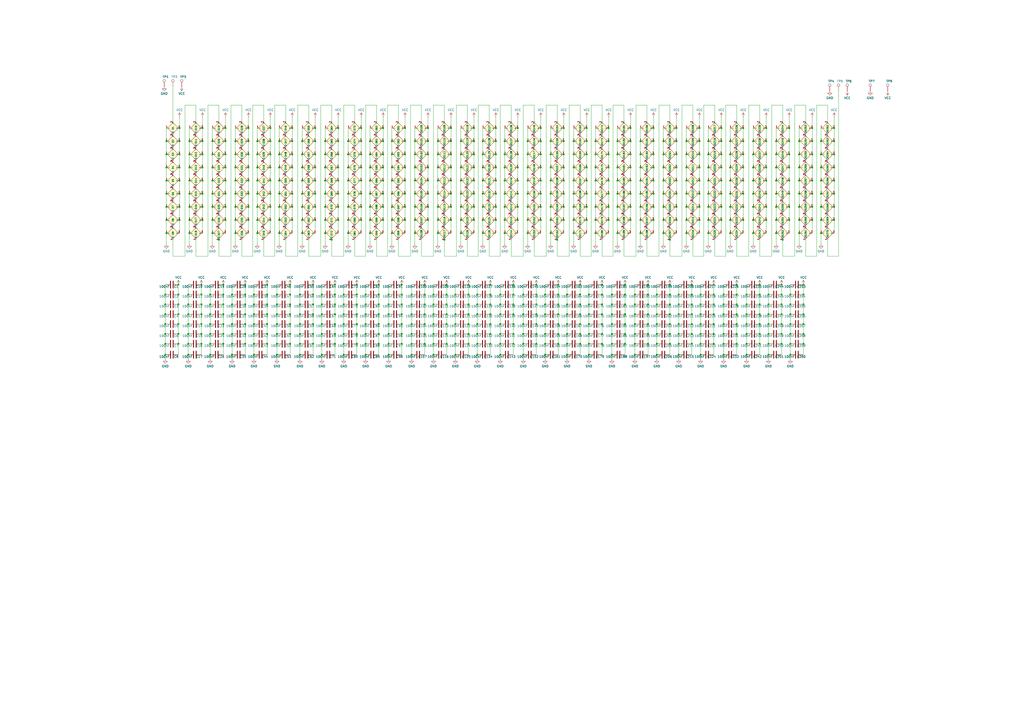
<source format=kicad_sch>
(kicad_sch (version 20250114) (generator "eeschema") (generator_version "9.0")
  (paper "A2")
  (title_block (title "30x9") (date "${DATE}") (rev "1") (comment 1 "@revk@toot.me.uk") (comment 2 "www.me.uk"))
  (junction (at 354.965 193.675))
  (junction (at 398.145 120.015))
  (junction (at 297.815 193.675))
  (junction (at 323.85 182.245))
  (junction (at 109.22 193.675))
  (junction (at 406.4 193.675))
  (junction (at 201.93 112.395))
  (junction (at 207.01 193.675))
  (junction (at 458.47 176.53))
  (junction (at 327.025 104.775))
  (junction (at 264.16 176.53))
  (junction (at 306.07 135.255))
  (junction (at 276.86 199.39))
  (junction (at 483.87 104.775))
  (junction (at 419.735 170.815))
  (junction (at 280.035 127.635))
  (junction (at 313.69 89.535))
  (junction (at 156.845 104.775))
  (junction (at 418.465 89.535))
  (junction (at 398.145 112.395))
  (junction (at 340.36 81.915))
  (junction (at 227.33 127.635))
  (junction (at 196.215 104.775))
  (junction (at 194.31 165.1))
  (junction (at 440.69 182.245))
  (junction (at 354.965 205.74))
  (junction (at 414.02 176.53))
  (junction (at 238.76 205.74))
  (junction (at 134.62 176.53))
  (junction (at 147.32 199.39))
  (junction (at 130.81 81.915))
  (junction (at 323.85 187.96))
  (junction (at 160.655 199.39))
  (junction (at 181.61 199.39))
  (junction (at 280.035 120.015))
  (junction (at 433.07 205.74))
  (junction (at 483.87 97.155))
  (junction (at 418.465 97.155))
  (junction (at 130.81 112.395))
  (junction (at 104.14 112.395))
  (junction (at 154.94 165.1))
  (junction (at 392.43 120.015))
  (junction (at 233.045 193.675))
  (junction (at 117.475 74.295))
  (junction (at 116.84 199.39))
  (junction (at 234.95 120.015))
  (junction (at 336.55 193.675))
  (junction (at 457.835 74.295))
  (junction (at 117.475 112.395))
  (junction (at 423.545 97.155))
  (junction (at 414.02 187.96))
  (junction (at 371.475 104.775))
  (junction (at 117.475 120.015))
  (junction (at 227.33 112.395))
  (junction (at 182.88 81.915))
  (junction (at 353.06 120.015))
  (junction (at 109.22 205.74))
  (junction (at 406.4 205.74))
  (junction (at 368.3 176.53))
  (junction (at 182.88 89.535))
  (junction (at 225.425 199.39))
  (junction (at 379.095 112.395))
  (junction (at 401.32 170.815))
  (junction (at 431.165 120.015))
  (junction (at 201.93 135.255))
  (junction (at 147.32 182.245))
  (junction (at 287.655 74.295))
  (junction (at 313.69 104.775))
  (junction (at 240.665 81.915))
  (junction (at 401.32 193.675))
  (junction (at 401.32 182.245))
  (junction (at 303.53 170.815))
  (junction (at 144.145 97.155))
  (junction (at 161.925 89.535))
  (junction (at 362.585 170.815))
  (junction (at 406.4 187.96))
  (junction (at 214.63 135.255))
  (junction (at 353.06 89.535))
  (junction (at 104.14 81.915))
  (junction (at 327.025 81.915))
  (junction (at 227.33 81.915))
  (junction (at 117.475 89.535))
  (junction (at 340.36 104.775))
  (junction (at 117.475 97.155))
  (junction (at 173.99 205.74))
  (junction (at 371.475 120.015))
  (junction (at 254 104.775))
  (junction (at 214.63 127.635))
  (junction (at 444.5 104.775))
  (junction (at 393.7 199.39))
  (junction (at 284.48 199.39))
  (junction (at 280.035 135.255))
  (junction (at 410.845 97.155))
  (junction (at 316.23 170.815))
  (junction (at 156.845 97.155))
  (junction (at 123.19 127.635))
  (junction (at 160.655 193.675))
  (junction (at 233.045 199.39))
  (junction (at 121.92 170.815))
  (junction (at 123.19 97.155))
  (junction (at 450.215 97.155))
  (junction (at 104.14 120.015))
  (junction (at 160.655 176.53))
  (junction (at 471.17 127.635))
  (junction (at 246.38 199.39))
  (junction (at 471.17 81.915))
  (junction (at 259.08 176.53))
  (junction (at 109.855 89.535))
  (junction (at 222.25 112.395))
  (junction (at 427.355 193.675))
  (junction (at 483.87 112.395))
  (junction (at 423.545 81.915))
  (junction (at 362.585 165.1))
  (junction (at 194.31 193.675))
  (junction (at 354.965 199.39))
  (junction (at 201.93 89.535))
  (junction (at 419.735 205.74))
  (junction (at 313.69 74.295))
  (junction (at 149.225 112.395))
  (junction (at 393.7 176.53))
  (junction (at 381 199.39))
  (junction (at 154.94 176.53))
  (junction (at 182.88 74.295))
  (junction (at 463.55 97.155))
  (junction (at 287.655 89.535))
  (junction (at 297.815 165.1))
  (junction (at 169.545 89.535))
  (junction (at 405.765 112.395))
  (junction (at 181.61 176.53))
  (junction (at 136.525 97.155))
  (junction (at 134.62 193.675))
  (junction (at 471.17 74.295))
  (junction (at 418.465 112.395))
  (junction (at 328.93 176.53))
  (junction (at 349.25 165.1))
  (junction (at 181.61 182.245))
  (junction (at 418.465 127.635))
  (junction (at 109.855 127.635))
  (junction (at 142.24 193.675))
  (junction (at 375.92 199.39))
  (junction (at 393.7 170.815))
  (junction (at 306.07 89.535))
  (junction (at 306.07 112.395))
  (junction (at 384.81 97.155))
  (junction (at 365.76 97.155))
  (junction (at 156.845 120.015))
  (junction (at 222.25 74.295))
  (junction (at 274.955 89.535))
  (junction (at 371.475 81.915))
  (junction (at 134.62 187.96))
  (junction (at 254 97.155))
  (junction (at 248.285 127.635))
  (junction (at 287.655 120.015))
  (junction (at 450.215 120.015))
  (junction (at 287.655 97.155))
  (junction (at 274.955 104.775))
  (junction (at 345.44 89.535))
  (junction (at 254 112.395))
  (junction (at 103.505 176.53))
  (junction (at 458.47 187.96))
  (junction (at 405.765 97.155))
  (junction (at 212.09 176.53))
  (junction (at 292.735 104.775))
  (junction (at 431.165 89.535))
  (junction (at 123.19 135.255))
  (junction (at 431.165 74.295))
  (junction (at 142.24 176.53))
  (junction (at 290.195 199.39))
  (junction (at 219.71 170.815))
  (junction (at 316.23 182.245))
  (junction (at 328.93 170.815))
  (junction (at 287.655 81.915))
  (junction (at 316.23 193.675))
  (junction (at 284.48 182.245))
  (junction (at 188.595 104.775))
  (junction (at 365.76 120.015))
  (junction (at 212.09 170.815))
  (junction (at 303.53 199.39))
  (junction (at 457.835 120.015))
  (junction (at 290.195 170.815))
  (junction (at 327.025 89.535))
  (junction (at 103.505 199.39))
  (junction (at 173.99 170.815))
  (junction (at 160.655 182.245))
  (junction (at 362.585 193.675))
  (junction (at 209.55 127.635))
  (junction (at 186.69 199.39))
  (junction (at 436.88 127.635))
  (junction (at 328.93 182.245))
  (junction (at 149.225 120.015))
  (junction (at 264.16 193.675))
  (junction (at 168.275 187.96))
  (junction (at 384.81 135.255))
  (junction (at 332.74 104.775))
  (junction (at 483.87 120.015))
  (junction (at 358.14 127.635))
  (junction (at 271.78 182.245))
  (junction (at 450.215 127.635))
  (junction (at 271.78 187.96))
  (junction (at 154.94 187.96))
  (junction (at 142.24 182.245))
  (junction (at 483.87 127.635))
  (junction (at 433.07 170.815))
  (junction (at 332.74 127.635))
  (junction (at 444.5 127.635))
  (junction (at 222.25 120.015))
  (junction (at 466.09 193.675))
  (junction (at 251.46 170.815))
  (junction (at 410.845 104.775))
  (junction (at 238.76 176.53))
  (junction (at 328.93 205.74))
  (junction (at 142.24 170.815))
  (junction (at 225.425 182.245))
  (junction (at 381 187.96))
  (junction (at 393.7 205.74))
  (junction (at 127 139.065))
  (junction (at 222.25 104.775))
  (junction (at 379.095 120.015))
  (junction (at 238.76 193.675))
  (junction (at 246.38 193.675))
  (junction (at 188.595 81.915))
  (junction (at 160.655 170.815))
  (junction (at 457.835 127.635))
  (junction (at 280.035 81.915))
  (junction (at 345.44 97.155))
  (junction (at 274.955 81.915))
  (junction (at 354.965 182.245))
  (junction (at 398.145 135.255))
  (junction (at 267.335 127.635))
  (junction (at 136.525 89.535))
  (junction (at 297.815 182.245))
  (junction (at 186.69 193.675))
  (junction (at 341.63 182.245))
  (junction (at 233.045 170.815))
  (junction (at 160.655 187.96))
  (junction (at 418.465 120.015))
  (junction (at 313.69 127.635))
  (junction (at 371.475 135.255))
  (junction (at 280.035 89.535))
  (junction (at 96.52 97.155))
  (junction (at 104.14 97.155))
  (junction (at 300.355 81.915))
  (junction (at 323.85 199.39))
  (junction (at 225.425 176.53))
  (junction (at 123.19 81.915))
  (junction (at 303.53 187.96))
  (junction (at 287.655 104.775))
  (junction (at 341.63 199.39))
  (junction (at 410.845 135.255))
  (junction (at 169.545 120.015))
  (junction (at 96.52 104.775))
  (junction (at 173.99 182.245))
  (junction (at 209.55 89.535))
  (junction (at 306.07 81.915))
  (junction (at 353.06 112.395))
  (junction (at 431.165 112.395))
  (junction (at 371.475 97.155))
  (junction (at 392.43 74.295))
  (junction (at 156.845 127.635))
  (junction (at 388.62 176.53))
  (junction (at 423.545 89.535))
  (junction (at 466.09 170.815))
  (junction (at 398.145 127.635))
  (junction (at 161.925 112.395))
  (junction (at 349.25 193.675))
  (junction (at 427.355 182.245))
  (junction (at 483.87 89.535))
  (junction (at 214.63 81.915))
  (junction (at 336.55 170.815))
  (junction (at 313.69 112.395))
  (junction (at 483.87 81.915))
  (junction (at 168.275 170.815))
  (junction (at 194.31 176.53))
  (junction (at 207.01 165.1))
  (junction (at 300.355 104.775))
  (junction (at 345.44 104.775))
  (junction (at 450.215 112.395))
  (junction (at 398.145 97.155))
  (junction (at 212.09 193.675))
  (junction (at 274.955 112.395))
  (junction (at 336.55 187.96))
  (junction (at 271.78 165.1))
  (junction (at 292.735 81.915))
  (junction (at 169.545 104.775))
  (junction (at 392.43 89.535))
  (junction (at 96.52 120.015))
  (junction (at 199.39 182.245))
  (junction (at 379.095 81.915))
  (junction (at 341.63 193.675))
  (junction (at 463.55 127.635))
  (junction (at 234.95 104.775))
  (junction (at 129.54 165.1))
  (junction (at 353.06 81.915))
  (junction (at 340.36 74.295))
  (junction (at 219.71 182.245))
  (junction (at 234.95 89.535))
  (junction (at 169.545 97.155))
  (junction (at 212.09 205.74))
  (junction (at 445.77 176.53))
  (junction (at 246.38 170.815))
  (junction (at 201.93 120.015))
  (junction (at 375.92 193.675))
  (junction (at 436.88 135.255))
  (junction (at 214.63 112.395))
  (junction (at 427.355 187.96))
  (junction (at 410.845 81.915))
  (junction (at 381 170.815))
  (junction (at 371.475 112.395))
  (junction (at 227.33 135.255))
  (junction (at 222.25 97.155))
  (junction (at 169.545 112.395))
  (junction (at 121.92 176.53))
  (junction (at 375.92 187.96))
  (junction (at 259.08 170.815))
  (junction (at 188.595 135.255))
  (junction (at 117.475 81.915))
  (junction (at 234.95 112.395))
  (junction (at 116.84 165.1))
  (junction (at 209.55 104.775))
  (junction (at 463.55 135.255))
  (junction (at 267.335 97.155))
  (junction (at 246.38 176.53))
  (junction (at 264.16 199.39))
  (junction (at 156.845 112.395))
  (junction (at 300.355 89.535))
  (junction (at 379.095 127.635))
  (junction (at 261.62 97.155))
  (junction (at 160.655 205.74))
  (junction (at 431.165 97.155))
  (junction (at 405.765 89.535))
  (junction (at 276.86 182.245))
  (junction (at 368.3 205.74))
  (junction (at 209.55 112.395))
  (junction (at 109.855 120.015))
  (junction (at 267.335 135.255))
  (junction (at 292.735 112.395))
  (junction (at 381 182.245))
  (junction (at 130.81 74.295))
  (junction (at 419.735 199.39))
  (junction (at 457.835 104.775))
  (junction (at 345.44 120.015))
  (junction (at 149.225 89.535))
  (junction (at 458.47 193.675))
  (junction (at 219.71 199.39))
  (junction (at 292.735 127.635))
  (junction (at 392.43 97.155))
  (junction (at 327.025 120.015))
  (junction (at 95.885 182.245))
  (junction (at 147.32 170.815))
  (junction (at 319.405 127.635))
  (junction (at 156.845 81.915))
  (junction (at 440.69 193.675))
  (junction (at 418.465 74.295))
  (junction (at 207.01 170.815))
  (junction (at 327.025 97.155))
  (junction (at 313.69 97.155))
  (junction (at 436.88 97.155))
  (junction (at 401.32 176.53))
  (junction (at 466.09 165.1))
  (junction (at 254 127.635))
  (junction (at 136.525 135.255))
  (junction (at 316.23 205.74))
  (junction (at 406.4 199.39))
  (junction (at 147.32 176.53))
  (junction (at 154.94 182.245))
  (junction (at 225.425 205.74))
  (junction (at 130.81 127.635))
  (junction (at 316.23 187.96))
  (junction (at 175.26 135.255))
  (junction (at 240.665 120.015))
  (junction (at 433.07 182.245))
  (junction (at 225.425 187.96))
  (junction (at 251.46 205.74))
  (junction (at 149.225 104.775))
  (junction (at 168.275 182.245))
  (junction (at 384.81 127.635))
  (junction (at 306.07 104.775))
  (junction (at 349.25 170.815))
  (junction (at 290.195 205.74))
  (junction (at 207.01 182.245))
  (junction (at 303.53 193.675))
  (junction (at 368.3 187.96))
  (junction (at 194.31 187.96))
  (junction (at 207.01 199.39))
  (junction (at 306.07 120.015))
  (junction (at 393.7 182.245))
  (junction (at 227.33 120.015))
  (junction (at 290.195 193.675))
  (junction (at 471.17 104.775))
  (junction (at 401.32 165.1))
  (junction (at 259.08 193.675))
  (junction (at 254 81.915))
  (junction (at 134.62 199.39))
  (junction (at 345.44 81.915))
  (junction (at 284.48 170.815))
  (junction (at 427.355 176.53))
  (junction (at 362.585 176.53))
  (junction (at 116.84 176.53))
  (junction (at 109.22 187.96))
  (junction (at 444.5 89.535))
  (junction (at 388.62 165.1))
  (junction (at 371.475 127.635))
  (junction (at 196.215 81.915))
  (junction (at 423.545 104.775))
  (junction (at 341.63 176.53))
  (junction (at 276.86 187.96))
  (junction (at 149.225 81.915))
  (junction (at 358.14 120.015))
  (junction (at 300.355 127.635))
  (junction (at 414.02 170.815))
  (junction (at 186.69 187.96))
  (junction (at 234.95 127.635))
  (junction (at 328.93 193.675))
  (junction (at 234.95 81.915))
  (junction (at 303.53 205.74))
  (junction (at 96.52 112.395))
  (junction (at 327.025 74.295))
  (junction (at 199.39 176.53))
  (junction (at 144.145 89.535))
  (junction (at 345.44 112.395))
  (junction (at 358.14 104.775))
  (junction (at 340.36 120.015))
  (junction (at 445.77 199.39))
  (junction (at 199.39 205.74))
  (junction (at 336.55 199.39))
  (junction (at 345.44 135.255))
  (junction (at 368.3 193.675))
  (junction (at 104.14 74.295))
  (junction (at 297.815 170.815))
  (junction (at 121.92 187.96))
  (junction (at 392.43 112.395))
  (junction (at 161.925 81.915))
  (junction (at 280.035 112.395))
  (junction (at 476.25 120.015))
  (junction (at 248.285 120.015))
  (junction (at 121.92 182.245))
  (junction (at 365.76 104.775))
  (junction (at 353.06 127.635))
  (junction (at 109.855 81.915))
  (junction (at 248.285 112.395))
  (junction (at 410.845 112.395))
  (junction (at 450.215 135.255))
  (junction (at 436.88 89.535))
  (junction (at 349.25 199.39))
  (junction (at 271.78 170.815))
  (junction (at 463.55 120.015))
  (junction (at 219.71 193.675))
  (junction (at 144.145 104.775))
  (junction (at 129.54 193.675))
  (junction (at 365.76 112.395))
  (junction (at 340.36 97.155))
  (junction (at 354.965 187.96))
  (junction (at 358.14 97.155))
  (junction (at 181.61 170.815))
  (junction (at 414.02 199.39))
  (junction (at 476.25 81.915))
  (junction (at 284.48 187.96))
  (junction (at 280.035 104.775))
  (junction (at 453.39 165.1))
  (junction (at 388.62 139.065))
  (junction (at 358.14 135.255))
  (junction (at 445.77 205.74))
  (junction (at 476.25 127.635))
  (junction (at 418.465 104.775))
  (junction (at 274.955 97.155))
  (junction (at 433.07 187.96))
  (junction (at 431.165 104.775))
  (junction (at 453.39 199.39))
  (junction (at 196.215 112.395))
  (junction (at 311.15 187.96))
  (junction (at 292.735 89.535))
  (junction (at 392.43 104.775))
  (junction (at 316.23 176.53))
  (junction (at 95.885 170.815))
  (junction (at 276.86 193.675))
  (junction (at 375.92 176.53))
  (junction (at 290.195 187.96))
  (junction (at 175.26 112.395))
  (junction (at 323.85 176.53))
  (junction (at 104.14 104.775))
  (junction (at 261.62 104.775))
  (junction (at 328.93 187.96))
  (junction (at 175.26 120.015))
  (junction (at 332.74 120.015))
  (junction (at 240.665 135.255))
  (junction (at 154.94 193.675))
  (junction (at 365.76 89.535))
  (junction (at 175.26 81.915))
  (junction (at 251.46 176.53))
  (junction (at 196.215 120.015))
  (junction (at 136.525 104.775))
  (junction (at 450.215 89.535))
  (junction (at 276.86 205.74))
  (junction (at 233.045 176.53))
  (junction (at 238.76 170.815))
  (junction (at 147.32 205.74))
  (junction (at 297.815 187.96))
  (junction (at 379.095 74.295))
  (junction (at 238.76 199.39))
  (junction (at 149.225 135.255))
  (junction (at 401.32 187.96))
  (junction (at 123.19 89.535))
  (junction (at 271.78 176.53))
  (junction (at 259.08 199.39))
  (junction (at 345.44 127.635))
  (junction (at 297.815 176.53))
  (junction (at 392.43 127.635))
  (junction (at 284.48 165.1))
  (junction (at 440.69 199.39))
  (junction (at 121.92 193.675))
  (junction (at 96.52 89.535))
  (junction (at 222.25 127.635))
  (junction (at 240.665 89.535))
  (junction (at 134.62 182.245))
  (junction (at 458.47 205.74))
  (junction (at 311.15 193.675))
  (junction (at 311.15 165.1))
  (junction (at 238.76 187.96))
  (junction (at 264.16 182.245))
  (junction (at 384.81 89.535))
  (junction (at 222.25 89.535))
  (junction (at 463.55 104.775))
  (junction (at 306.07 97.155))
  (junction (at 453.39 170.815))
  (junction (at 271.78 199.39))
  (junction (at 129.54 176.53))
  (junction (at 186.69 170.815))
  (junction (at 341.63 187.96))
  (junction (at 303.53 182.245))
  (junction (at 274.955 74.295))
  (junction (at 440.69 165.1))
  (junction (at 365.76 74.295))
  (junction (at 95.885 187.96))
  (junction (at 103.505 187.96))
  (junction (at 444.5 120.015))
  (junction (at 104.14 127.635))
  (junction (at 251.46 187.96))
  (junction (at 410.845 120.015))
  (junction (at 248.285 97.155))
  (junction (at 199.39 170.815))
  (junction (at 332.74 135.255))
  (junction (at 149.225 97.155))
  (junction (at 323.85 170.815))
  (junction (at 186.69 176.53))
  (junction (at 476.25 97.155))
  (junction (at 251.46 193.675))
  (junction (at 300.355 112.395))
  (junction (at 156.845 74.295))
  (junction (at 117.475 104.775))
  (junction (at 201.93 127.635))
  (junction (at 182.88 120.015))
  (junction (at 109.22 170.815))
  (junction (at 264.16 205.74))
  (junction (at 436.88 81.915))
  (junction (at 261.62 74.295))
  (junction (at 130.81 89.535))
  (junction (at 388.62 182.245))
  (junction (at 419.735 176.53))
  (junction (at 142.24 165.1))
  (junction (at 445.77 187.96))
  (junction (at 251.46 199.39))
  (junction (at 109.855 104.775))
  (junction (at 240.665 104.775))
  (junction (at 419.735 187.96))
  (junction (at 199.39 193.675))
  (junction (at 358.14 81.915))
  (junction (at 353.06 74.295))
  (junction (at 406.4 170.815))
  (junction (at 271.78 193.675))
  (junction (at 234.95 74.295))
  (junction (at 292.735 120.015))
  (junction (at 246.38 182.245))
  (junction (at 136.525 120.015))
  (junction (at 384.81 104.775))
  (junction (at 175.26 89.535))
  (junction (at 254 120.015))
  (junction (at 234.95 97.155))
  (junction (at 109.855 97.155))
  (junction (at 257.81 139.065))
  (junction (at 319.405 81.915))
  (junction (at 182.88 97.155))
  (junction (at 327.025 112.395))
  (junction (at 109.855 135.255))
  (junction (at 261.62 127.635))
  (junction (at 261.62 89.535))
  (junction (at 440.69 187.96))
  (junction (at 287.655 127.635))
  (junction (at 201.93 81.915))
  (junction (at 466.09 182.245))
  (junction (at 182.88 127.635))
  (junction (at 427.355 170.815))
  (junction (at 349.25 187.96))
  (junction (at 454.025 139.065))
  (junction (at 259.08 165.1))
  (junction (at 388.62 187.96))
  (junction (at 280.035 97.155))
  (junction (at 393.7 187.96))
  (junction (at 212.09 199.39))
  (junction (at 154.94 199.39))
  (junction (at 384.81 112.395))
  (junction (at 274.955 120.015))
  (junction (at 287.655 112.395))
  (junction (at 466.09 199.39))
  (junction (at 129.54 187.96))
  (junction (at 457.835 112.395))
  (junction (at 427.355 199.39))
  (junction (at 358.14 89.535))
  (junction (at 463.55 81.915))
  (junction (at 103.505 193.675))
  (junction (at 240.665 127.635))
  (junction (at 340.36 112.395))
  (junction (at 274.955 127.635))
  (junction (at 147.32 187.96))
  (junction (at 240.665 97.155))
  (junction (at 457.835 97.155))
  (junction (at 444.5 97.155))
  (junction (at 410.845 127.635))
  (junction (at 284.48 176.53))
  (junction (at 300.355 74.295))
  (junction (at 340.36 127.635))
  (junction (at 161.925 104.775))
  (junction (at 142.24 199.39))
  (junction (at 471.17 112.395))
  (junction (at 261.62 81.915))
  (junction (at 354.965 176.53))
  (junction (at 214.63 97.155))
  (junction (at 384.81 81.915))
  (junction (at 405.765 104.775))
  (junction (at 196.215 127.635))
  (junction (at 388.62 193.675))
  (junction (at 144.145 112.395))
  (junction (at 323.85 193.675))
  (junction (at 476.25 112.395))
  (junction (at 194.31 182.245))
  (junction (at 313.69 81.915))
  (junction (at 379.095 89.535))
  (junction (at 134.62 205.74))
  (junction (at 267.335 104.775))
  (junction (at 267.335 112.395))
  (junction (at 123.19 104.775))
  (junction (at 181.61 193.675))
  (junction (at 154.94 170.815))
  (junction (at 227.33 97.155))
  (junction (at 175.26 97.155))
  (junction (at 371.475 89.535))
  (junction (at 327.025 127.635))
  (junction (at 471.17 120.015))
  (junction (at 196.215 89.535))
  (junction (at 453.39 187.96))
  (junction (at 109.855 112.395))
  (junction (at 431.165 81.915))
  (junction (at 414.02 193.675))
  (junction (at 169.545 74.295))
  (junction (at 444.5 74.295))
  (junction (at 109.22 199.39))
  (junction (at 362.585 187.96))
  (junction (at 175.26 104.775))
  (junction (at 381 176.53))
  (junction (at 121.92 199.39))
  (junction (at 248.285 74.295))
  (junction (at 168.275 193.675))
  (junction (at 457.835 81.915))
  (junction (at 398.145 89.535))
  (junction (at 136.525 81.915))
  (junction (at 136.525 112.395))
  (junction (at 188.595 112.395))
  (junction (at 248.285 81.915))
  (junction (at 194.31 199.39))
  (junction (at 212.09 182.245))
  (junction (at 96.52 127.635))
  (junction (at 300.355 97.155))
  (junction (at 436.88 112.395))
  (junction (at 368.3 182.245))
  (junction (at 259.08 187.96))
  (junction (at 431.165 127.635))
  (junction (at 332.74 89.535))
  (junction (at 316.23 199.39))
  (junction (at 405.765 127.635))
  (junction (at 453.39 176.53))
  (junction (at 444.5 112.395))
  (junction (at 161.925 97.155))
  (junction (at 313.69 120.015))
  (junction (at 233.045 165.1))
  (junction (at 254 135.255))
  (junction (at 414.02 165.1))
  (junction (at 433.07 199.39))
  (junction (at 264.16 187.96))
  (junction (at 445.77 170.815))
  (junction (at 116.84 193.675))
  (junction (at 251.46 182.245))
  (junction (at 188.595 127.635))
  (junction (at 199.39 187.96))
  (junction (at 444.5 81.915))
  (junction (at 483.87 74.295))
  (junction (at 319.405 97.155))
  (junction (at 129.54 182.245))
  (junction (at 173.99 199.39))
  (junction (at 290.195 176.53))
  (junction (at 225.425 193.675))
  (junction (at 453.39 182.245))
  (junction (at 388.62 199.39))
  (junction (at 136.525 127.635))
  (junction (at 362.585 199.39))
  (junction (at 405.765 74.295))
  (junction (at 471.17 97.155))
  (junction (at 168.275 199.39))
  (junction (at 149.225 127.635))
  (junction (at 219.71 176.53))
  (junction (at 227.33 89.535))
  (junction (at 267.335 120.015))
  (junction (at 233.045 187.96))
  (junction (at 144.145 74.295))
  (junction (at 476.25 135.255))
  (junction (at 450.215 81.915))
  (junction (at 130.81 97.155))
  (junction (at 323.215 139.065))
  (junction (at 209.55 120.015))
  (junction (at 188.595 120.015))
  (junction (at 398.145 104.775))
  (junction (at 353.06 104.775))
  (junction (at 319.405 120.015))
  (junction (at 240.665 112.395))
  (junction (at 458.47 199.39))
  (junction (at 375.92 165.1))
  (junction (at 117.475 127.635))
  (junction (at 319.405 104.775))
  (junction (at 214.63 104.775))
  (junction (at 259.08 182.245))
  (junction (at 207.01 187.96))
  (junction (at 354.965 170.815))
  (junction (at 123.19 112.395))
  (junction (at 405.765 120.015))
  (junction (at 381 193.675))
  (junction (at 212.09 187.96))
  (junction (at 306.07 127.635))
  (junction (at 95.885 199.39))
  (junction (at 406.4 182.245))
  (junction (at 450.215 104.775))
  (junction (at 173.99 187.96))
  (junction (at 209.55 74.295))
  (junction (at 169.545 127.635))
  (junction (at 175.26 127.635))
  (junction (at 209.55 81.915))
  (junction (at 188.595 89.535))
  (junction (at 186.69 182.245))
  (junction (at 104.14 89.535))
  (junction (at 336.55 165.1))
  (junction (at 248.285 89.535))
  (junction (at 379.095 97.155))
  (junction (at 116.84 187.96))
  (junction (at 142.24 187.96))
  (junction (at 192.405 139.065))
  (junction (at 209.55 97.155))
  (junction (at 445.77 182.245))
  (junction (at 201.93 104.775))
  (junction (at 445.77 193.675))
  (junction (at 332.74 112.395))
  (junction (at 284.48 193.675))
  (junction (at 292.735 135.255))
  (junction (at 103.505 165.1))
  (junction (at 267.335 81.915))
  (junction (at 103.505 182.245))
  (junction (at 458.47 182.245))
  (junction (at 161.925 127.635))
  (junction (at 358.14 112.395))
  (junction (at 336.55 182.245))
  (junction (at 276.86 170.815))
  (junction (at 433.07 176.53))
  (junction (at 405.765 81.915))
  (junction (at 476.25 89.535))
  (junction (at 362.585 182.245))
  (junction (at 311.15 176.53))
  (junction (at 199.39 199.39))
  (junction (at 440.69 176.53))
  (junction (at 440.69 170.815))
  (junction (at 116.84 170.815))
  (junction (at 95.885 205.74))
  (junction (at 463.55 112.395))
  (junction (at 423.545 120.015))
  (junction (at 365.76 81.915))
  (junction (at 156.845 89.535))
  (junction (at 109.22 176.53))
  (junction (at 225.425 170.815))
  (junction (at 168.275 165.1))
  (junction (at 238.76 182.245))
  (junction (at 246.38 187.96))
  (junction (at 246.38 165.1))
  (junction (at 393.7 193.675))
  (junction (at 368.3 199.39))
  (junction (at 319.405 112.395))
  (junction (at 340.36 89.535))
  (junction (at 349.25 176.53))
  (junction (at 290.195 182.245))
  (junction (at 169.545 81.915))
  (junction (at 414.02 182.245))
  (junction (at 182.88 104.775))
  (junction (at 161.925 135.255))
  (junction (at 123.19 120.015))
  (junction (at 433.07 193.675))
  (junction (at 368.3 170.815))
  (junction (at 219.71 165.1))
  (junction (at 276.86 176.53))
  (junction (at 95.885 193.675))
  (junction (at 147.32 193.675))
  (junction (at 95.885 176.53))
  (junction (at 466.09 187.96))
  (junction (at 392.43 81.915))
  (junction (at 410.845 89.535))
  (junction (at 222.25 81.915))
  (junction (at 254 89.535))
  (junction (at 130.81 120.015))
  (junction (at 319.405 89.535))
  (junction (at 144.145 120.015))
  (junction (at 214.63 89.535))
  (junction (at 418.465 81.915))
  (junction (at 103.505 170.815))
  (junction (at 457.835 89.535))
  (junction (at 116.84 182.245))
  (junction (at 323.85 165.1))
  (junction (at 264.16 170.815))
  (junction (at 365.76 127.635))
  (junction (at 423.545 112.395))
  (junction (at 196.215 97.155))
  (junction (at 96.52 81.915))
  (junction (at 311.15 170.815))
  (junction (at 292.735 97.155))
  (junction (at 207.01 176.53))
  (junction (at 328.93 199.39))
  (junction (at 375.92 182.245))
  (junction (at 341.63 205.74))
  (junction (at 336.55 176.53))
  (junction (at 423.545 135.255))
  (junction (at 332.74 81.915))
  (junction (at 109.22 182.245))
  (junction (at 121.92 205.74))
  (junction (at 476.25 104.775))
  (junction (at 398.145 81.915))
  (junction (at 188.595 97.155))
  (junction (at 173.99 176.53))
  (junction (at 248.285 104.775))
  (junction (at 466.09 176.53))
  (junction (at 311.15 182.245))
  (junction (at 168.275 176.53))
  (junction (at 419.735 193.675))
  (junction (at 423.545 127.635))
  (junction (at 436.88 104.775))
  (junction (at 144.145 127.635))
  (junction (at 130.81 104.775))
  (junction (at 233.045 182.245))
  (junction (at 300.355 120.015))
  (junction (at 401.32 199.39))
  (junction (at 375.92 170.815))
  (junction (at 379.095 104.775))
  (junction (at 161.925 120.015))
  (junction (at 436.88 120.015))
  (junction (at 471.17 89.535))
  (junction (at 267.335 89.535))
  (junction (at 186.69 205.74))
  (junction (at 261.62 120.015))
  (junction (at 341.63 170.815))
  (junction (at 453.39 193.675))
  (junction (at 173.99 193.675))
  (junction (at 214.63 120.015))
  (junction (at 144.145 81.915))
  (junction (at 134.62 170.815))
  (junction (at 406.4 176.53))
  (junction (at 129.54 199.39))
  (junction (at 388.62 170.815))
  (junction (at 463.55 89.535))
  (junction (at 129.54 170.815))
  (junction (at 181.61 165.1))
  (junction (at 196.215 74.295))
  (junction (at 384.81 120.015))
  (junction (at 219.71 187.96))
  (junction (at 311.15 199.39))
  (junction (at 419.735 182.245))
  (junction (at 261.62 112.395))
  (junction (at 194.31 170.815))
  (junction (at 181.61 187.96))
  (junction (at 353.06 97.155))
  (junction (at 201.93 97.155))
  (junction (at 227.33 104.775))
  (junction (at 96.52 135.255))
  (junction (at 332.74 97.155))
  (junction (at 349.25 182.245))
  (junction (at 458.47 170.815))
  (junction (at 427.355 165.1))
  (junction (at 381 205.74))
  (junction (at 303.53 176.53))
  (junction (at 319.405 135.255))
  (junction (at 297.815 199.39))
  (junction (at 182.88 112.395))
  (wire (pts (xy 300.355 89.535) (xy 300.355 97.155)))
  (wire (pts (xy 287.655 81.915) (xy 287.655 89.535)))
  (wire (pts (xy 199.39 199.39) (xy 199.39 205.74)))
  (wire (pts (xy 349.25 139.065) (xy 349.25 148.59)))
  (wire (pts (xy 188.595 74.295) (xy 188.595 81.915)))
  (wire (pts (xy 238.76 170.815) (xy 238.76 176.53)))
  (wire (pts (xy 388.62 148.59) (xy 395.605 148.59)))
  (wire (pts (xy 225.425 170.815) (xy 225.425 176.53)))
  (wire (pts (xy 196.215 89.535) (xy 196.215 97.155)))
  (wire (pts (xy 393.7 176.53) (xy 393.7 182.245)))
  (wire (pts (xy 233.045 170.815) (xy 233.045 176.53)))
  (wire (pts (xy 457.835 120.015) (xy 457.835 127.635)))
  (wire (pts (xy 303.53 176.53) (xy 303.53 182.245)))
  (wire (pts (xy 165.735 139.065) (xy 165.735 148.59)))
  (wire (pts (xy 453.39 187.96) (xy 453.39 193.675)))
  (wire (pts (xy 486.41 52.705) (xy 486.41 148.59)))
  (wire (pts (xy 375.92 176.53) (xy 375.92 182.245)))
  (wire (pts (xy 371.475 81.915) (xy 371.475 89.535)))
  (wire (pts (xy 225.425 182.245) (xy 225.425 187.96)))
  (wire (pts (xy 445.77 199.39) (xy 445.77 205.74)))
  (wire (pts (xy 316.865 60.96) (xy 316.865 148.59)))
  (wire (pts (xy 240.665 135.255) (xy 240.665 141.605)))
  (wire (pts (xy 248.285 112.395) (xy 248.285 120.015)))
  (wire (pts (xy 169.545 89.535) (xy 169.545 97.155)))
  (wire (pts (xy 483.87 127.635) (xy 483.87 135.255)))
  (wire (pts (xy 458.47 199.39) (xy 458.47 205.74)))
  (wire (pts (xy 458.47 205.74) (xy 458.47 208.28)))
  (wire (pts (xy 129.54 170.815) (xy 129.54 176.53)))
  (wire (pts (xy 123.19 135.255) (xy 123.19 141.605)))
  (wire (pts (xy 349.25 60.96) (xy 349.25 70.485)))
  (wire (pts (xy 436.88 97.155) (xy 436.88 104.775)))
  (wire (pts (xy 414.02 199.39) (xy 414.02 205.74)))
  (wire (pts (xy 319.405 127.635) (xy 319.405 135.255)))
  (wire (pts (xy 353.06 97.155) (xy 353.06 104.775)))
  (wire (pts (xy 303.53 170.815) (xy 303.53 176.53)))
  (wire (pts (xy 395.605 60.96) (xy 401.955 60.96)))
  (wire (pts (xy 144.145 67.945) (xy 144.145 74.295)))
  (wire (pts (xy 483.87 97.155) (xy 483.87 104.775)))
  (wire (pts (xy 103.505 176.53) (xy 103.505 182.245)))
  (wire (pts (xy 173.99 193.675) (xy 173.99 199.39)))
  (wire (pts (xy 292.735 104.775) (xy 292.735 112.395)))
  (wire (pts (xy 201.93 104.775) (xy 201.93 112.395)))
  (wire (pts (xy 419.735 187.96) (xy 419.735 193.675)))
  (wire (pts (xy 271.78 187.96) (xy 271.78 193.675)))
  (wire (pts (xy 240.665 97.155) (xy 240.665 104.775)))
  (wire (pts (xy 336.55 148.59) (xy 342.9 148.59)))
  (wire (pts (xy 168.275 187.96) (xy 168.275 193.675)))
  (wire (pts (xy 297.815 182.245) (xy 297.815 187.96)))
  (wire (pts (xy 225.425 165.1) (xy 225.425 170.815)))
  (wire (pts (xy 104.14 120.015) (xy 104.14 127.635)))
  (wire (pts (xy 109.855 127.635) (xy 109.855 135.255)))
  (wire (pts (xy 375.92 170.815) (xy 375.92 176.53)))
  (wire (pts (xy 133.985 60.96) (xy 140.335 60.96)))
  (wire (pts (xy 345.44 112.395) (xy 345.44 120.015)))
  (wire (pts (xy 219.71 199.39) (xy 219.71 205.74)))
  (wire (pts (xy 371.475 120.015) (xy 371.475 127.635)))
  (wire (pts (xy 410.845 89.535) (xy 410.845 97.155)))
  (wire (pts (xy 483.87 89.535) (xy 483.87 97.155)))
  (wire (pts (xy 336.55 60.96) (xy 336.55 70.485)))
  (wire (pts (xy 365.76 89.535) (xy 365.76 97.155)))
  (wire (pts (xy 311.15 182.245) (xy 311.15 187.96)))
  (wire (pts (xy 388.62 138.43) (xy 388.62 139.065)))
  (wire (pts (xy 136.525 89.535) (xy 136.525 97.155)))
  (wire (pts (xy 303.53 187.96) (xy 303.53 193.675)))
  (wire (pts (xy 355.6 60.96) (xy 355.6 148.59)))
  (wire (pts (xy 121.92 187.96) (xy 121.92 193.675)))
  (wire (pts (xy 104.14 112.395) (xy 104.14 120.015)))
  (wire (pts (xy 271.78 193.675) (xy 271.78 199.39)))
  (wire (pts (xy 222.25 120.015) (xy 222.25 127.635)))
  (wire (pts (xy 421.005 60.96) (xy 427.355 60.96)))
  (wire (pts (xy 313.69 67.945) (xy 313.69 74.295)))
  (wire (pts (xy 194.31 170.815) (xy 194.31 176.53)))
  (wire (pts (xy 168.275 182.245) (xy 168.275 187.96)))
  (wire (pts (xy 103.505 193.675) (xy 103.505 199.39)))
  (wire (pts (xy 406.4 193.675) (xy 406.4 199.39)))
  (wire (pts (xy 401.32 187.96) (xy 401.32 193.675)))
  (wire (pts (xy 303.53 60.96) (xy 303.53 148.59)))
  (wire (pts (xy 161.925 135.255) (xy 161.925 141.605)))
  (wire (pts (xy 418.465 81.915) (xy 418.465 89.535)))
  (wire (pts (xy 418.465 97.155) (xy 418.465 104.775)))
  (wire (pts (xy 427.355 176.53) (xy 427.355 182.245)))
  (wire (pts (xy 284.48 187.96) (xy 284.48 193.675)))
  (wire (pts (xy 453.39 182.245) (xy 453.39 187.96)))
  (wire (pts (xy 440.69 176.53) (xy 440.69 182.245)))
  (wire (pts (xy 381 205.74) (xy 381 208.28)))
  (wire (pts (xy 384.81 104.775) (xy 384.81 112.395)))
  (wire (pts (xy 461.01 60.96) (xy 467.36 60.96)))
  (wire (pts (xy 199.39 60.96) (xy 199.39 148.59)))
  (wire (pts (xy 476.25 120.015) (xy 476.25 127.635)))
  (wire (pts (xy 238.76 187.96) (xy 238.76 193.675)))
  (wire (pts (xy 154.94 170.815) (xy 154.94 176.53)))
  (wire (pts (xy 440.69 165.1) (xy 440.69 170.815)))
  (wire (pts (xy 444.5 104.775) (xy 444.5 112.395)))
  (wire (pts (xy 323.215 60.96) (xy 323.215 70.485)))
  (wire (pts (xy 431.165 104.775) (xy 431.165 112.395)))
  (wire (pts (xy 201.93 89.535) (xy 201.93 97.155)))
  (wire (pts (xy 284.48 165.1) (xy 284.48 170.815)))
  (wire (pts (xy 104.14 67.945) (xy 104.14 74.295)))
  (wire (pts (xy 466.09 182.245) (xy 466.09 187.96)))
  (wire (pts (xy 154.94 199.39) (xy 154.94 205.74)))
  (wire (pts (xy 95.885 199.39) (xy 95.885 205.74)))
  (wire (pts (xy 427.355 187.96) (xy 427.355 193.675)))
  (wire (pts (xy 319.405 97.155) (xy 319.405 104.775)))
  (wire (pts (xy 156.845 112.395) (xy 156.845 120.015)))
  (wire (pts (xy 467.36 148.59) (xy 473.71 148.59)))
  (wire (pts (xy 251.46 165.1) (xy 251.46 170.815)))
  (wire (pts (xy 194.31 199.39) (xy 194.31 205.74)))
  (wire (pts (xy 382.27 60.96) (xy 382.27 148.59)))
  (wire (pts (xy 436.88 104.775) (xy 436.88 112.395)))
  (wire (pts (xy 233.045 182.245) (xy 233.045 187.96)))
  (wire (pts (xy 121.92 182.245) (xy 121.92 187.96)))
  (wire (pts (xy 336.55 170.815) (xy 336.55 176.53)))
  (wire (pts (xy 341.63 176.53) (xy 341.63 182.245)))
  (wire (pts (xy 280.035 81.915) (xy 280.035 89.535)))
  (wire (pts (xy 303.53 182.245) (xy 303.53 187.96)))
  (wire (pts (xy 234.95 67.945) (xy 234.95 74.295)))
  (wire (pts (xy 457.835 127.635) (xy 457.835 135.255)))
  (wire (pts (xy 398.145 74.295) (xy 398.145 81.915)))
  (wire (pts (xy 130.81 127.635) (xy 130.81 135.255)))
  (wire (pts (xy 300.355 74.295) (xy 300.355 81.915)))
  (wire (pts (xy 371.475 89.535) (xy 371.475 97.155)))
  (wire (pts (xy 234.95 97.155) (xy 234.95 104.775)))
  (wire (pts (xy 129.54 199.39) (xy 129.54 205.74)))
  (wire (pts (xy 140.335 60.96) (xy 140.335 70.485)))
  (wire (pts (xy 345.44 89.535) (xy 345.44 97.155)))
  (wire (pts (xy 349.25 170.815) (xy 349.25 176.53)))
  (wire (pts (xy 234.95 127.635) (xy 234.95 135.255)))
  (wire (pts (xy 173.99 165.1) (xy 173.99 170.815)))
  (wire (pts (xy 196.215 81.915) (xy 196.215 89.535)))
  (wire (pts (xy 311.15 165.1) (xy 311.15 170.815)))
  (wire (pts (xy 254 112.395) (xy 254 120.015)))
  (wire (pts (xy 406.4 199.39) (xy 406.4 205.74)))
  (wire (pts (xy 146.685 60.96) (xy 153.035 60.96)))
  (wire (pts (xy 401.32 199.39) (xy 401.32 205.74)))
  (wire (pts (xy 103.505 170.815) (xy 103.505 176.53)))
  (wire (pts (xy 476.25 81.915) (xy 476.25 89.535)))
  (wire (pts (xy 381 193.675) (xy 381 199.39)))
  (wire (pts (xy 196.215 112.395) (xy 196.215 120.015)))
  (wire (pts (xy 172.72 60.96) (xy 172.72 148.59)))
  (wire (pts (xy 160.655 170.815) (xy 160.655 176.53)))
  (wire (pts (xy 365.76 81.915) (xy 365.76 89.535)))
  (wire (pts (xy 95.885 205.74) (xy 95.885 208.28)))
  (wire (pts (xy 134.62 176.53) (xy 134.62 182.245)))
  (wire (pts (xy 328.93 205.74) (xy 328.93 208.28)))
  (wire (pts (xy 169.545 67.945) (xy 169.545 74.295)))
  (wire (pts (xy 419.735 199.39) (xy 419.735 205.74)))
  (wire (pts (xy 388.62 199.39) (xy 388.62 205.74)))
  (wire (pts (xy 201.93 120.015) (xy 201.93 127.635)))
  (wire (pts (xy 306.07 74.295) (xy 306.07 81.915)))
  (wire (pts (xy 427.355 199.39) (xy 427.355 205.74)))
  (wire (pts (xy 371.475 112.395) (xy 371.475 120.015)))
  (wire (pts (xy 240.665 127.635) (xy 240.665 135.255)))
  (wire (pts (xy 173.99 199.39) (xy 173.99 205.74)))
  (wire (pts (xy 440.69 182.245) (xy 440.69 187.96)))
  (wire (pts (xy 136.525 74.295) (xy 136.525 81.915)))
  (wire (pts (xy 96.52 89.535) (xy 96.52 97.155)))
  (wire (pts (xy 182.88 97.155) (xy 182.88 104.775)))
  (wire (pts (xy 259.08 165.1) (xy 259.08 170.815)))
  (wire (pts (xy 354.965 187.96) (xy 354.965 193.675)))
  (wire (pts (xy 199.39 205.74) (xy 199.39 208.28)))
  (wire (pts (xy 254 104.775) (xy 254 112.395)))
  (wire (pts (xy 274.955 112.395) (xy 274.955 120.015)))
  (wire (pts (xy 375.92 165.1) (xy 375.92 170.815)))
  (wire (pts (xy 109.22 176.53) (xy 109.22 182.245)))
  (wire (pts (xy 384.81 127.635) (xy 384.81 135.255)))
  (wire (pts (xy 234.95 74.295) (xy 234.95 81.915)))
  (wire (pts (xy 436.88 89.535) (xy 436.88 97.155)))
  (wire (pts (xy 160.655 193.675) (xy 160.655 199.39)))
  (wire (pts (xy 194.31 187.96) (xy 194.31 193.675)))
  (wire (pts (xy 392.43 89.535) (xy 392.43 97.155)))
  (wire (pts (xy 365.76 74.295) (xy 365.76 81.915)))
  (wire (pts (xy 349.25 199.39) (xy 349.25 205.74)))
  (wire (pts (xy 257.81 138.43) (xy 257.81 139.065)))
  (wire (pts (xy 408.305 60.96) (xy 408.305 148.59)))
  (wire (pts (xy 113.665 139.065) (xy 113.665 148.59)))
  (wire (pts (xy 340.36 97.155) (xy 340.36 104.775)))
  (wire (pts (xy 392.43 127.635) (xy 392.43 135.255)))
  (wire (pts (xy 194.31 193.675) (xy 194.31 199.39)))
  (wire (pts (xy 109.855 120.015) (xy 109.855 127.635)))
  (wire (pts (xy 207.01 182.245) (xy 207.01 187.96)))
  (wire (pts (xy 218.44 148.59) (xy 224.79 148.59)))
  (wire (pts (xy 406.4 176.53) (xy 406.4 182.245)))
  (wire (pts (xy 104.14 74.295) (xy 104.14 81.915)))
  (wire (pts (xy 349.25 193.675) (xy 349.25 199.39)))
  (wire (pts (xy 186.69 187.96) (xy 186.69 193.675)))
  (wire (pts (xy 300.355 127.635) (xy 300.355 135.255)))
  (wire (pts (xy 418.465 89.535) (xy 418.465 97.155)))
  (wire (pts (xy 458.47 187.96) (xy 458.47 193.675)))
  (wire (pts (xy 130.81 74.295) (xy 130.81 81.915)))
  (wire (pts (xy 117.475 67.945) (xy 117.475 74.295)))
  (wire (pts (xy 328.93 199.39) (xy 328.93 205.74)))
  (wire (pts (xy 142.24 182.245) (xy 142.24 187.96)))
  (wire (pts (xy 109.855 135.255) (xy 109.855 141.605)))
  (wire (pts (xy 227.33 104.775) (xy 227.33 112.395)))
  (wire (pts (xy 274.955 127.635) (xy 274.955 135.255)))
  (wire (pts (xy 254 120.015) (xy 254 127.635)))
  (wire (pts (xy 345.44 127.635) (xy 345.44 135.255)))
  (wire (pts (xy 246.38 193.675) (xy 246.38 199.39)))
  (wire (pts (xy 427.355 60.96) (xy 427.355 70.485)))
  (wire (pts (xy 297.815 187.96) (xy 297.815 193.675)))
  (wire (pts (xy 209.55 67.945) (xy 209.55 74.295)))
  (wire (pts (xy 113.665 148.59) (xy 120.65 148.59)))
  (wire (pts (xy 123.19 112.395) (xy 123.19 120.015)))
  (wire (pts (xy 392.43 67.945) (xy 392.43 74.295)))
  (wire (pts (xy 457.835 67.945) (xy 457.835 74.295)))
  (wire (pts (xy 382.27 60.96) (xy 388.62 60.96)))
  (wire (pts (xy 410.845 81.915) (xy 410.845 89.535)))
  (wire (pts (xy 280.035 97.155) (xy 280.035 104.775)))
  (wire (pts (xy 375.92 199.39) (xy 375.92 205.74)))
  (wire (pts (xy 405.765 112.395) (xy 405.765 120.015)))
  (wire (pts (xy 287.655 104.775) (xy 287.655 112.395)))
  (wire (pts (xy 313.69 112.395) (xy 313.69 120.015)))
  (wire (pts (xy 233.045 193.675) (xy 233.045 199.39)))
  (wire (pts (xy 393.7 199.39) (xy 393.7 205.74)))
  (wire (pts (xy 362.585 170.815) (xy 362.585 176.53)))
  (wire (pts (xy 354.965 205.74) (xy 354.965 208.28)))
  (wire (pts (xy 384.81 89.535) (xy 384.81 97.155)))
  (wire (pts (xy 161.925 120.015) (xy 161.925 127.635)))
  (wire (pts (xy 129.54 176.53) (xy 129.54 182.245)))
  (wire (pts (xy 444.5 112.395) (xy 444.5 120.015)))
  (wire (pts (xy 284.48 176.53) (xy 284.48 182.245)))
  (wire (pts (xy 96.52 97.155) (xy 96.52 104.775)))
  (wire (pts (xy 209.55 120.015) (xy 209.55 127.635)))
  (wire (pts (xy 290.195 165.1) (xy 290.195 170.815)))
  (wire (pts (xy 316.23 199.39) (xy 316.23 205.74)))
  (wire (pts (xy 142.24 199.39) (xy 142.24 205.74)))
  (wire (pts (xy 405.765 127.635) (xy 405.765 135.255)))
  (wire (pts (xy 358.14 112.395) (xy 358.14 120.015)))
  (wire (pts (xy 246.38 199.39) (xy 246.38 205.74)))
  (wire (pts (xy 117.475 104.775) (xy 117.475 112.395)))
  (wire (pts (xy 147.32 199.39) (xy 147.32 205.74)))
  (wire (pts (xy 358.14 135.255) (xy 358.14 141.605)))
  (wire (pts (xy 361.95 60.96) (xy 361.95 70.485)))
  (wire (pts (xy 341.63 205.74) (xy 341.63 208.28)))
  (wire (pts (xy 388.62 176.53) (xy 388.62 182.245)))
  (wire (pts (xy 259.08 170.815) (xy 259.08 176.53)))
  (wire (pts (xy 276.86 165.1) (xy 276.86 170.815)))
  (wire (pts (xy 130.81 112.395) (xy 130.81 120.015)))
  (wire (pts (xy 199.39 170.815) (xy 199.39 176.53)))
  (wire (pts (xy 240.665 104.775) (xy 240.665 112.395)))
  (wire (pts (xy 427.355 170.815) (xy 427.355 176.53)))
  (wire (pts (xy 205.74 139.065) (xy 205.74 148.59)))
  (wire (pts (xy 136.525 127.635) (xy 136.525 135.255)))
  (wire (pts (xy 116.84 193.675) (xy 116.84 199.39)))
  (wire (pts (xy 144.145 74.295) (xy 144.145 81.915)))
  (wire (pts (xy 309.88 139.065) (xy 309.88 148.59)))
  (wire (pts (xy 414.655 148.59) (xy 421.005 148.59)))
  (wire (pts (xy 431.165 97.155) (xy 431.165 104.775)))
  (wire (pts (xy 117.475 127.635) (xy 117.475 135.255)))
  (wire (pts (xy 136.525 112.395) (xy 136.525 120.015)))
  (wire (pts (xy 319.405 74.295) (xy 319.405 81.915)))
  (wire (pts (xy 248.285 67.945) (xy 248.285 74.295)))
  (wire (pts (xy 471.17 67.945) (xy 471.17 74.295)))
  (wire (pts (xy 103.505 182.245) (xy 103.505 187.96)))
  (wire (pts (xy 476.25 74.295) (xy 476.25 81.915)))
  (wire (pts (xy 222.25 104.775) (xy 222.25 112.395)))
  (wire (pts (xy 129.54 165.1) (xy 129.54 170.815)))
  (wire (pts (xy 393.7 182.245) (xy 393.7 187.96)))
  (wire (pts (xy 165.735 148.59) (xy 172.72 148.59)))
  (wire (pts (xy 341.63 193.675) (xy 341.63 199.39)))
  (wire (pts (xy 238.76 199.39) (xy 238.76 205.74)))
  (wire (pts (xy 147.32 165.1) (xy 147.32 170.815)))
  (wire (pts (xy 276.86 199.39) (xy 276.86 205.74)))
  (wire (pts (xy 147.32 176.53) (xy 147.32 182.245)))
  (wire (pts (xy 313.69 104.775) (xy 313.69 112.395)))
  (wire (pts (xy 251.46 205.74) (xy 251.46 208.28)))
  (wire (pts (xy 327.025 89.535) (xy 327.025 97.155)))
  (wire (pts (xy 365.76 67.945) (xy 365.76 74.295)))
  (wire (pts (xy 345.44 135.255) (xy 345.44 141.605)))
  (wire (pts (xy 431.165 67.945) (xy 431.165 74.295)))
  (wire (pts (xy 175.26 97.155) (xy 175.26 104.775)))
  (wire (pts (xy 159.385 60.96) (xy 159.385 148.59)))
  (wire (pts (xy 408.305 60.96) (xy 414.655 60.96)))
  (wire (pts (xy 199.39 176.53) (xy 199.39 182.245)))
  (wire (pts (xy 233.045 165.1) (xy 233.045 170.815)))
  (wire (pts (xy 246.38 176.53) (xy 246.38 182.245)))
  (wire (pts (xy 453.39 176.53) (xy 453.39 182.245)))
  (wire (pts (xy 332.74 81.915) (xy 332.74 89.535)))
  (wire (pts (xy 188.595 127.635) (xy 188.595 135.255)))
  (wire (pts (xy 182.88 104.775) (xy 182.88 112.395)))
  (wire (pts (xy 284.48 182.245) (xy 284.48 187.96)))
  (wire (pts (xy 271.78 199.39) (xy 271.78 205.74)))
  (wire (pts (xy 274.955 104.775) (xy 274.955 112.395)))
  (wire (pts (xy 349.25 165.1) (xy 349.25 170.815)))
  (wire (pts (xy 264.16 170.815) (xy 264.16 176.53)))
  (wire (pts (xy 149.225 97.155) (xy 149.225 104.775)))
  (wire (pts (xy 454.025 60.96) (xy 454.025 70.485)))
  (wire (pts (xy 248.285 89.535) (xy 248.285 97.155)))
  (wire (pts (xy 182.88 81.915) (xy 182.88 89.535)))
  (wire (pts (xy 188.595 89.535) (xy 188.595 97.155)))
  (wire (pts (xy 234.95 81.915) (xy 234.95 89.535)))
  (wire (pts (xy 212.09 60.96) (xy 212.09 148.59)))
  (wire (pts (xy 327.025 67.945) (xy 327.025 74.295)))
  (wire (pts (xy 142.24 193.675) (xy 142.24 199.39)))
  (wire (pts (xy 405.765 81.915) (xy 405.765 89.535)))
  (wire (pts (xy 227.33 127.635) (xy 227.33 135.255)))
  (wire (pts (xy 254 97.155) (xy 254 104.775)))
  (wire (pts (xy 427.355 139.065) (xy 427.355 148.59)))
  (wire (pts (xy 418.465 112.395) (xy 418.465 120.015)))
  (wire (pts (xy 165.735 60.96) (xy 165.735 70.485)))
  (wire (pts (xy 240.665 112.395) (xy 240.665 120.015)))
  (wire (pts (xy 277.495 60.96) (xy 283.845 60.96)))
  (wire (pts (xy 340.36 67.945) (xy 340.36 74.295)))
  (wire (pts (xy 233.045 176.53) (xy 233.045 182.245)))
  (wire (pts (xy 116.84 165.1) (xy 116.84 170.815)))
  (wire (pts (xy 156.845 97.155) (xy 156.845 104.775)))
  (wire (pts (xy 238.76 205.74) (xy 238.76 208.28)))
  (wire (pts (xy 205.74 60.96) (xy 205.74 70.485)))
  (wire (pts (xy 384.81 120.015) (xy 384.81 127.635)))
  (wire (pts (xy 222.25 67.945) (xy 222.25 74.295)))
  (wire (pts (xy 354.965 193.675) (xy 354.965 199.39)))
  (wire (pts (xy 186.69 170.815) (xy 186.69 176.53)))
  (wire (pts (xy 109.22 205.74) (xy 109.22 208.28)))
  (wire (pts (xy 130.81 67.945) (xy 130.81 74.295)))
  (wire (pts (xy 117.475 112.395) (xy 117.475 120.015)))
  (wire (pts (xy 274.955 97.155) (xy 274.955 104.775)))
  (wire (pts (xy 336.55 176.53) (xy 336.55 182.245)))
  (wire (pts (xy 287.655 127.635) (xy 287.655 135.255)))
  (wire (pts (xy 466.09 199.39) (xy 466.09 205.74)))
  (wire (pts (xy 153.035 60.96) (xy 153.035 70.485)))
  (wire (pts (xy 453.39 193.675) (xy 453.39 199.39)))
  (wire (pts (xy 471.17 112.395) (xy 471.17 120.015)))
  (wire (pts (xy 471.17 104.775) (xy 471.17 112.395)))
  (wire (pts (xy 458.47 176.53) (xy 458.47 182.245)))
  (wire (pts (xy 280.035 120.015) (xy 280.035 127.635)))
  (wire (pts (xy 457.835 74.295) (xy 457.835 81.915)))
  (wire (pts (xy 182.88 112.395) (xy 182.88 120.015)))
  (wire (pts (xy 311.15 170.815) (xy 311.15 176.53)))
  (wire (pts (xy 259.08 193.675) (xy 259.08 199.39)))
  (wire (pts (xy 109.855 74.295) (xy 109.855 81.915)))
  (wire (pts (xy 388.62 193.675) (xy 388.62 199.39)))
  (wire (pts (xy 182.88 120.015) (xy 182.88 127.635)))
  (wire (pts (xy 257.81 139.065) (xy 257.81 148.59)))
  (wire (pts (xy 466.09 170.815) (xy 466.09 176.53)))
  (wire (pts (xy 450.215 74.295) (xy 450.215 81.915)))
  (wire (pts (xy 169.545 97.155) (xy 169.545 104.775)))
  (wire (pts (xy 186.055 60.96) (xy 186.055 148.59)))
  (wire (pts (xy 434.34 60.96) (xy 440.69 60.96)))
  (wire (pts (xy 388.62 165.1) (xy 388.62 170.815)))
  (wire (pts (xy 116.84 170.815) (xy 116.84 176.53)))
  (wire (pts (xy 319.405 120.015) (xy 319.405 127.635)))
  (wire (pts (xy 450.215 112.395) (xy 450.215 120.015)))
  (wire (pts (xy 201.93 97.155) (xy 201.93 104.775)))
  (wire (pts (xy 104.14 127.635) (xy 104.14 135.255)))
  (wire (pts (xy 297.815 199.39) (xy 297.815 205.74)))
  (wire (pts (xy 212.09 205.74) (xy 212.09 208.28)))
  (wire (pts (xy 149.225 135.255) (xy 149.225 141.605)))
  (wire (pts (xy 368.3 199.39) (xy 368.3 205.74)))
  (wire (pts (xy 353.06 127.635) (xy 353.06 135.255)))
  (wire (pts (xy 454.025 139.065) (xy 454.025 148.59)))
  (wire (pts (xy 96.52 104.775) (xy 96.52 112.395)))
  (wire (pts (xy 283.845 148.59) (xy 290.195 148.59)))
  (wire (pts (xy 332.74 89.535) (xy 332.74 97.155)))
  (wire (pts (xy 159.385 60.96) (xy 165.735 60.96)))
  (wire (pts (xy 120.65 60.96) (xy 127 60.96)))
  (wire (pts (xy 313.69 74.295) (xy 313.69 81.915)))
  (wire (pts (xy 134.62 199.39) (xy 134.62 205.74)))
  (wire (pts (xy 123.19 81.915) (xy 123.19 89.535)))
  (wire (pts (xy 179.07 60.96) (xy 179.07 70.485)))
  (wire (pts (xy 248.285 120.015) (xy 248.285 127.635)))
  (wire (pts (xy 398.145 127.635) (xy 398.145 135.255)))
  (wire (pts (xy 160.655 165.1) (xy 160.655 170.815)))
  (wire (pts (xy 104.14 81.915) (xy 104.14 89.535)))
  (wire (pts (xy 238.125 60.96) (xy 244.475 60.96)))
  (wire (pts (xy 445.77 176.53) (xy 445.77 182.245)))
  (wire (pts (xy 309.88 60.96) (xy 309.88 70.485)))
  (wire (pts (xy 161.925 104.775) (xy 161.925 112.395)))
  (wire (pts (xy 323.85 199.39) (xy 323.85 205.74)))
  (wire (pts (xy 168.275 170.815) (xy 168.275 176.53)))
  (wire (pts (xy 349.25 182.245) (xy 349.25 187.96)))
  (wire (pts (xy 196.215 104.775) (xy 196.215 112.395)))
  (wire (pts (xy 473.71 60.96) (xy 473.71 148.59)))
  (wire (pts (xy 384.81 112.395) (xy 384.81 120.015)))
  (wire (pts (xy 345.44 120.015) (xy 345.44 127.635)))
  (wire (pts (xy 276.86 193.675) (xy 276.86 199.39)))
  (wire (pts (xy 358.14 81.915) (xy 358.14 89.535)))
  (wire (pts (xy 423.545 112.395) (xy 423.545 120.015)))
  (wire (pts (xy 201.93 127.635) (xy 201.93 135.255)))
  (wire (pts (xy 483.87 120.015) (xy 483.87 127.635)))
  (wire (pts (xy 109.22 199.39) (xy 109.22 205.74)))
  (wire (pts (xy 388.62 182.245) (xy 388.62 187.96)))
  (wire (pts (xy 173.99 205.74) (xy 173.99 208.28)))
  (wire (pts (xy 142.24 170.815) (xy 142.24 176.53)))
  (wire (pts (xy 271.145 148.59) (xy 277.495 148.59)))
  (wire (pts (xy 140.335 139.065) (xy 140.335 148.59)))
  (wire (pts (xy 182.88 89.535) (xy 182.88 97.155)))
  (wire (pts (xy 287.655 97.155) (xy 287.655 104.775)))
  (wire (pts (xy 379.095 127.635) (xy 379.095 135.255)))
  (wire (pts (xy 471.17 97.155) (xy 471.17 104.775)))
  (wire (pts (xy 362.585 193.675) (xy 362.585 199.39)))
  (wire (pts (xy 207.01 170.815) (xy 207.01 176.53)))
  (wire (pts (xy 251.46 176.53) (xy 251.46 182.245)))
  (wire (pts (xy 365.76 112.395) (xy 365.76 120.015)))
  (wire (pts (xy 218.44 60.96) (xy 218.44 70.485)))
  (wire (pts (xy 287.655 112.395) (xy 287.655 120.015)))
  (wire (pts (xy 471.17 81.915) (xy 471.17 89.535)))
  (wire (pts (xy 384.81 81.915) (xy 384.81 89.535)))
  (wire (pts (xy 419.735 205.74) (xy 419.735 208.28)))
  (wire (pts (xy 401.955 60.96) (xy 401.955 70.485)))
  (wire (pts (xy 332.74 74.295) (xy 332.74 81.915)))
  (wire (pts (xy 161.925 127.635) (xy 161.925 135.255)))
  (wire (pts (xy 328.93 176.53) (xy 328.93 182.245)))
  (wire (pts (xy 398.145 112.395) (xy 398.145 120.015)))
  (wire (pts (xy 109.855 112.395) (xy 109.855 120.015)))
  (wire (pts (xy 405.765 97.155) (xy 405.765 104.775)))
  (wire (pts (xy 271.78 165.1) (xy 271.78 170.815)))
  (wire (pts (xy 168.275 199.39) (xy 168.275 205.74)))
  (wire (pts (xy 280.035 89.535) (xy 280.035 97.155)))
  (wire (pts (xy 117.475 89.535) (xy 117.475 97.155)))
  (wire (pts (xy 169.545 81.915) (xy 169.545 89.535)))
  (wire (pts (xy 186.69 193.675) (xy 186.69 199.39)))
  (wire (pts (xy 196.215 127.635) (xy 196.215 135.255)))
  (wire (pts (xy 467.36 139.065) (xy 467.36 148.59)))
  (wire (pts (xy 254 89.535) (xy 254 97.155)))
  (wire (pts (xy 457.835 97.155) (xy 457.835 104.775)))
  (wire (pts (xy 362.585 187.96) (xy 362.585 193.675)))
  (wire (pts (xy 219.71 176.53) (xy 219.71 182.245)))
  (wire (pts (xy 461.01 60.96) (xy 461.01 148.59)))
  (wire (pts (xy 280.035 74.295) (xy 280.035 81.915)))
  (wire (pts (xy 328.93 165.1) (xy 328.93 170.815)))
  (wire (pts (xy 227.33 135.255) (xy 227.33 141.605)))
  (wire (pts (xy 212.09 187.96) (xy 212.09 193.675)))
  (wire (pts (xy 246.38 187.96) (xy 246.38 193.675)))
  (wire (pts (xy 306.07 81.915) (xy 306.07 89.535)))
  (wire (pts (xy 398.145 89.535) (xy 398.145 97.155)))
  (wire (pts (xy 277.495 60.96) (xy 277.495 148.59)))
  (wire (pts (xy 225.425 176.53) (xy 225.425 182.245)))
  (wire (pts (xy 313.69 89.535) (xy 313.69 97.155)))
  (wire (pts (xy 398.145 120.015) (xy 398.145 127.635)))
  (wire (pts (xy 287.655 67.945) (xy 287.655 74.295)))
  (wire (pts (xy 365.76 127.635) (xy 365.76 135.255)))
  (wire (pts (xy 181.61 182.245) (xy 181.61 187.96)))
  (wire (pts (xy 271.78 176.53) (xy 271.78 182.245)))
  (wire (pts (xy 453.39 165.1) (xy 453.39 170.815)))
  (wire (pts (xy 169.545 104.775) (xy 169.545 112.395)))
  (wire (pts (xy 418.465 74.295) (xy 418.465 81.915)))
  (wire (pts (xy 199.39 187.96) (xy 199.39 193.675)))
  (wire (pts (xy 267.335 104.775) (xy 267.335 112.395)))
  (wire (pts (xy 149.225 120.015) (xy 149.225 127.635)))
  (wire (pts (xy 192.405 139.065) (xy 192.405 148.59)))
  (wire (pts (xy 244.475 60.96) (xy 244.475 70.485)))
  (wire (pts (xy 336.55 199.39) (xy 336.55 205.74)))
  (wire (pts (xy 261.62 81.915) (xy 261.62 89.535)))
  (wire (pts (xy 433.07 193.675) (xy 433.07 199.39)))
  (wire (pts (xy 445.77 165.1) (xy 445.77 170.815)))
  (wire (pts (xy 144.145 81.915) (xy 144.145 89.535)))
  (wire (pts (xy 450.215 81.915) (xy 450.215 89.535)))
  (wire (pts (xy 186.69 165.1) (xy 186.69 170.815)))
  (wire (pts (xy 100.33 148.59) (xy 107.315 148.59)))
  (wire (pts (xy 296.545 148.59) (xy 303.53 148.59)))
  (wire (pts (xy 181.61 176.53) (xy 181.61 182.245)))
  (wire (pts (xy 414.02 170.815) (xy 414.02 176.53)))
  (wire (pts (xy 292.735 135.255) (xy 292.735 141.605)))
  (wire (pts (xy 358.14 89.535) (xy 358.14 97.155)))
  (wire (pts (xy 251.46 60.96) (xy 251.46 148.59)))
  (wire (pts (xy 440.69 199.39) (xy 440.69 205.74)))
  (wire (pts (xy 188.595 97.155) (xy 188.595 104.775)))
  (wire (pts (xy 471.17 120.015) (xy 471.17 127.635)))
  (wire (pts (xy 212.09 182.245) (xy 212.09 187.96)))
  (wire (pts (xy 316.23 205.74) (xy 316.23 208.28)))
  (wire (pts (xy 192.405 138.43) (xy 192.405 139.065)))
  (wire (pts (xy 419.735 170.815) (xy 419.735 176.53)))
  (wire (pts (xy 440.69 187.96) (xy 440.69 193.675)))
  (wire (pts (xy 306.07 120.015) (xy 306.07 127.635)))
  (wire (pts (xy 257.81 60.96) (xy 257.81 70.485)))
  (wire (pts (xy 433.07 170.815) (xy 433.07 176.53)))
  (wire (pts (xy 341.63 182.245) (xy 341.63 187.96)))
  (wire (pts (xy 116.84 182.245) (xy 116.84 187.96)))
  (wire (pts (xy 354.965 176.53) (xy 354.965 182.245)))
  (wire (pts (xy 238.76 165.1) (xy 238.76 170.815)))
  (wire (pts (xy 292.735 120.015) (xy 292.735 127.635)))
  (wire (pts (xy 292.735 127.635) (xy 292.735 135.255)))
  (wire (pts (xy 134.62 205.74) (xy 134.62 208.28)))
  (wire (pts (xy 224.79 60.96) (xy 231.14 60.96)))
  (wire (pts (xy 136.525 81.915) (xy 136.525 89.535)))
  (wire (pts (xy 427.355 148.59) (xy 434.34 148.59)))
  (wire (pts (xy 393.7 187.96) (xy 393.7 193.675)))
  (wire (pts (xy 264.16 182.245) (xy 264.16 187.96)))
  (wire (pts (xy 186.69 176.53) (xy 186.69 182.245)))
  (wire (pts (xy 251.46 60.96) (xy 257.81 60.96)))
  (wire (pts (xy 395.605 60.96) (xy 395.605 148.59)))
  (wire (pts (xy 238.125 60.96) (xy 238.125 148.59)))
  (wire (pts (xy 447.675 60.96) (xy 454.025 60.96)))
  (wire (pts (xy 130.81 120.015) (xy 130.81 127.635)))
  (wire (pts (xy 368.3 176.53) (xy 368.3 182.245)))
  (wire (pts (xy 227.33 74.295) (xy 227.33 81.915)))
  (wire (pts (xy 267.335 120.015) (xy 267.335 127.635)))
  (wire (pts (xy 358.14 97.155) (xy 358.14 104.775)))
  (wire (pts (xy 423.545 81.915) (xy 423.545 89.535)))
  (wire (pts (xy 300.355 67.945) (xy 300.355 74.295)))
  (wire (pts (xy 433.07 199.39) (xy 433.07 205.74)))
  (wire (pts (xy 95.885 165.1) (xy 95.885 170.815)))
  (wire (pts (xy 466.09 193.675) (xy 466.09 199.39)))
  (wire (pts (xy 95.885 176.53) (xy 95.885 182.245)))
  (wire (pts (xy 181.61 165.1) (xy 181.61 170.815)))
  (wire (pts (xy 117.475 120.015) (xy 117.475 127.635)))
  (wire (pts (xy 96.52 135.255) (xy 96.52 141.605)))
  (wire (pts (xy 414.02 176.53) (xy 414.02 182.245)))
  (wire (pts (xy 319.405 135.255) (xy 319.405 141.605)))
  (wire (pts (xy 414.02 193.675) (xy 414.02 199.39)))
  (wire (pts (xy 136.525 97.155) (xy 136.525 104.775)))
  (wire (pts (xy 375.285 139.065) (xy 375.285 148.59)))
  (wire (pts (xy 267.335 135.255) (xy 267.335 141.605)))
  (wire (pts (xy 434.34 60.96) (xy 434.34 148.59)))
  (wire (pts (xy 127 60.96) (xy 127 70.485)))
  (wire (pts (xy 444.5 89.535) (xy 444.5 97.155)))
  (wire (pts (xy 476.25 127.635) (xy 476.25 135.255)))
  (wire (pts (xy 303.53 205.74) (xy 303.53 208.28)))
  (wire (pts (xy 123.19 120.015) (xy 123.19 127.635)))
  (wire (pts (xy 392.43 112.395) (xy 392.43 120.015)))
  (wire (pts (xy 267.335 81.915) (xy 267.335 89.535)))
  (wire (pts (xy 127 139.065) (xy 127 148.59)))
  (wire (pts (xy 196.215 67.945) (xy 196.215 74.295)))
  (wire (pts (xy 384.81 97.155) (xy 384.81 104.775)))
  (wire (pts (xy 149.225 112.395) (xy 149.225 120.015)))
  (wire (pts (xy 259.08 187.96) (xy 259.08 193.675)))
  (wire (pts (xy 379.095 74.295) (xy 379.095 81.915)))
  (wire (pts (xy 340.36 120.015) (xy 340.36 127.635)))
  (wire (pts (xy 276.86 205.74) (xy 276.86 208.28)))
  (wire (pts (xy 353.06 67.945) (xy 353.06 74.295)))
  (wire (pts (xy 234.95 120.015) (xy 234.95 127.635)))
  (wire (pts (xy 323.215 138.43) (xy 323.215 139.065)))
  (wire (pts (xy 246.38 165.1) (xy 246.38 170.815)))
  (wire (pts (xy 271.78 170.815) (xy 271.78 176.53)))
  (wire (pts (xy 259.08 176.53) (xy 259.08 182.245)))
  (wire (pts (xy 207.01 193.675) (xy 207.01 199.39)))
  (wire (pts (xy 427.355 193.675) (xy 427.355 199.39)))
  (wire (pts (xy 214.63 135.255) (xy 214.63 141.605)))
  (wire (pts (xy 259.08 182.245) (xy 259.08 187.96)))
  (wire (pts (xy 323.85 193.675) (xy 323.85 199.39)))
  (wire (pts (xy 175.26 89.535) (xy 175.26 97.155)))
  (wire (pts (xy 201.93 112.395) (xy 201.93 120.015)))
  (wire (pts (xy 129.54 193.675) (xy 129.54 199.39)))
  (wire (pts (xy 188.595 81.915) (xy 188.595 89.535)))
  (wire (pts (xy 423.545 135.255) (xy 423.545 141.605)))
  (wire (pts (xy 240.665 89.535) (xy 240.665 97.155)))
  (wire (pts (xy 450.215 104.775) (xy 450.215 112.395)))
  (wire (pts (xy 207.01 187.96) (xy 207.01 193.675)))
  (wire (pts (xy 116.84 176.53) (xy 116.84 182.245)))
  (wire (pts (xy 261.62 127.635) (xy 261.62 135.255)))
  (wire (pts (xy 457.835 89.535) (xy 457.835 97.155)))
  (wire (pts (xy 453.39 170.815) (xy 453.39 176.53)))
  (wire (pts (xy 381 170.815) (xy 381 176.53)))
  (wire (pts (xy 371.475 97.155) (xy 371.475 104.775)))
  (wire (pts (xy 379.095 112.395) (xy 379.095 120.015)))
  (wire (pts (xy 463.55 135.255) (xy 463.55 141.605)))
  (wire (pts (xy 466.09 176.53) (xy 466.09 182.245)))
  (wire (pts (xy 214.63 127.635) (xy 214.63 135.255)))
  (wire (pts (xy 156.845 120.015) (xy 156.845 127.635)))
  (wire (pts (xy 306.07 127.635) (xy 306.07 135.255)))
  (wire (pts (xy 340.36 89.535) (xy 340.36 97.155)))
  (wire (pts (xy 375.285 60.96) (xy 375.285 70.485)))
  (wire (pts (xy 160.655 187.96) (xy 160.655 193.675)))
  (wire (pts (xy 201.93 81.915) (xy 201.93 89.535)))
  (wire (pts (xy 261.62 120.015) (xy 261.62 127.635)))
  (wire (pts (xy 134.62 187.96) (xy 134.62 193.675)))
  (wire (pts (xy 233.045 187.96) (xy 233.045 193.675)))
  (wire (pts (xy 168.275 165.1) (xy 168.275 170.815)))
  (wire (pts (xy 349.25 187.96) (xy 349.25 193.675)))
  (wire (pts (xy 271.78 182.245) (xy 271.78 187.96)))
  (wire (pts (xy 240.665 120.015) (xy 240.665 127.635)))
  (wire (pts (xy 136.525 104.775) (xy 136.525 112.395)))
  (wire (pts (xy 431.165 74.295) (xy 431.165 81.915)))
  (wire (pts (xy 436.88 120.015) (xy 436.88 127.635)))
  (wire (pts (xy 173.99 170.815) (xy 173.99 176.53)))
  (wire (pts (xy 96.52 120.015) (xy 96.52 127.635)))
  (wire (pts (xy 169.545 120.015) (xy 169.545 127.635)))
  (wire (pts (xy 205.74 148.59) (xy 212.09 148.59)))
  (wire (pts (xy 276.86 182.245) (xy 276.86 187.96)))
  (wire (pts (xy 153.035 139.065) (xy 153.035 148.59)))
  (wire (pts (xy 436.88 135.255) (xy 436.88 141.605)))
  (wire (pts (xy 353.06 112.395) (xy 353.06 120.015)))
  (wire (pts (xy 192.405 60.96) (xy 192.405 70.485)))
  (wire (pts (xy 214.63 112.395) (xy 214.63 120.015)))
  (wire (pts (xy 300.355 120.015) (xy 300.355 127.635)))
  (wire (pts (xy 433.07 176.53) (xy 433.07 182.245)))
  (wire (pts (xy 300.355 97.155) (xy 300.355 104.775)))
  (wire (pts (xy 181.61 193.675) (xy 181.61 199.39)))
  (wire (pts (xy 271.145 60.96) (xy 271.145 70.485)))
  (wire (pts (xy 254 127.635) (xy 254 135.255)))
  (wire (pts (xy 290.195 199.39) (xy 290.195 205.74)))
  (wire (pts (xy 401.32 193.675) (xy 401.32 199.39)))
  (wire (pts (xy 136.525 120.015) (xy 136.525 127.635)))
  (wire (pts (xy 175.26 127.635) (xy 175.26 135.255)))
  (wire (pts (xy 368.3 193.675) (xy 368.3 199.39)))
  (wire (pts (xy 463.55 89.535) (xy 463.55 97.155)))
  (wire (pts (xy 261.62 74.295) (xy 261.62 81.915)))
  (wire (pts (xy 134.62 193.675) (xy 134.62 199.39)))
  (wire (pts (xy 379.095 104.775) (xy 379.095 112.395)))
  (wire (pts (xy 323.215 139.065) (xy 323.215 148.59)))
  (wire (pts (xy 96.52 112.395) (xy 96.52 120.015)))
  (wire (pts (xy 393.7 193.675) (xy 393.7 199.39)))
  (wire (pts (xy 233.045 199.39) (xy 233.045 205.74)))
  (wire (pts (xy 306.07 112.395) (xy 306.07 120.015)))
  (wire (pts (xy 345.44 81.915) (xy 345.44 89.535)))
  (wire (pts (xy 154.94 193.675) (xy 154.94 199.39)))
  (wire (pts (xy 292.735 112.395) (xy 292.735 120.015)))
  (wire (pts (xy 199.39 60.96) (xy 205.74 60.96)))
  (wire (pts (xy 123.19 74.295) (xy 123.19 81.915)))
  (wire (pts (xy 214.63 74.295) (xy 214.63 81.915)))
  (wire (pts (xy 362.585 199.39) (xy 362.585 205.74)))
  (wire (pts (xy 327.025 127.635) (xy 327.025 135.255)))
  (wire (pts (xy 340.36 81.915) (xy 340.36 89.535)))
  (wire (pts (xy 284.48 170.815) (xy 284.48 176.53)))
  (wire (pts (xy 316.23 182.245) (xy 316.23 187.96)))
  (wire (pts (xy 147.32 205.74) (xy 147.32 208.28)))
  (wire (pts (xy 306.07 97.155) (xy 306.07 104.775)))
  (wire (pts (xy 234.95 89.535) (xy 234.95 97.155)))
  (wire (pts (xy 283.845 139.065) (xy 283.845 148.59)))
  (wire (pts (xy 130.81 97.155) (xy 130.81 104.775)))
  (wire (pts (xy 144.145 112.395) (xy 144.145 120.015)))
  (wire (pts (xy 161.925 112.395) (xy 161.925 120.015)))
  (wire (pts (xy 384.81 74.295) (xy 384.81 81.915)))
  (wire (pts (xy 341.63 170.815) (xy 341.63 176.53)))
  (wire (pts (xy 303.53 60.96) (xy 309.88 60.96)))
  (wire (pts (xy 483.87 67.945) (xy 483.87 74.295)))
  (wire (pts (xy 450.215 97.155) (xy 450.215 104.775)))
  (wire (pts (xy 398.145 97.155) (xy 398.145 104.775)))
  (wire (pts (xy 225.425 193.675) (xy 225.425 199.39)))
  (wire (pts (xy 410.845 97.155) (xy 410.845 104.775)))
  (wire (pts (xy 311.15 176.53) (xy 311.15 182.245)))
  (wire (pts (xy 445.77 187.96) (xy 445.77 193.675)))
  (wire (pts (xy 196.215 120.015) (xy 196.215 127.635)))
  (wire (pts (xy 440.69 148.59) (xy 447.675 148.59)))
  (wire (pts (xy 388.62 60.96) (xy 388.62 70.485)))
  (wire (pts (xy 104.14 104.775) (xy 104.14 112.395)))
  (wire (pts (xy 264.795 60.96) (xy 271.145 60.96)))
  (wire (pts (xy 332.74 135.255) (xy 332.74 141.605)))
  (wire (pts (xy 368.935 60.96) (xy 375.285 60.96)))
  (wire (pts (xy 398.145 104.775) (xy 398.145 112.395)))
  (wire (pts (xy 463.55 104.775) (xy 463.55 112.395)))
  (wire (pts (xy 466.09 187.96) (xy 466.09 193.675)))
  (wire (pts (xy 109.855 89.535) (xy 109.855 97.155)))
  (wire (pts (xy 355.6 60.96) (xy 361.95 60.96)))
  (wire (pts (xy 316.23 187.96) (xy 316.23 193.675)))
  (wire (pts (xy 212.09 60.96) (xy 218.44 60.96)))
  (wire (pts (xy 144.145 120.015) (xy 144.145 127.635)))
  (wire (pts (xy 309.88 148.59) (xy 316.865 148.59)))
  (wire (pts (xy 173.99 176.53) (xy 173.99 182.245)))
  (wire (pts (xy 144.145 104.775) (xy 144.145 112.395)))
  (wire (pts (xy 375.285 148.59) (xy 382.27 148.59)))
  (wire (pts (xy 149.225 89.535) (xy 149.225 97.155)))
  (wire (pts (xy 96.52 81.915) (xy 96.52 89.535)))
  (wire (pts (xy 283.845 60.96) (xy 283.845 70.485)))
  (wire (pts (xy 431.165 127.635) (xy 431.165 135.255)))
  (wire (pts (xy 267.335 74.295) (xy 267.335 81.915)))
  (wire (pts (xy 95.885 193.675) (xy 95.885 199.39)))
  (wire (pts (xy 287.655 120.015) (xy 287.655 127.635)))
  (wire (pts (xy 427.355 182.245) (xy 427.355 187.96)))
  (wire (pts (xy 440.69 60.96) (xy 440.69 70.485)))
  (wire (pts (xy 323.85 165.1) (xy 323.85 170.815)))
  (wire (pts (xy 379.095 120.015) (xy 379.095 127.635)))
  (wire (pts (xy 196.215 74.295) (xy 196.215 81.915)))
  (wire (pts (xy 222.25 97.155) (xy 222.25 104.775)))
  (wire (pts (xy 212.09 199.39) (xy 212.09 205.74)))
  (wire (pts (xy 264.16 165.1) (xy 264.16 170.815)))
  (wire (pts (xy 290.195 60.96) (xy 296.545 60.96)))
  (wire (pts (xy 467.36 60.96) (xy 467.36 70.485)))
  (wire (pts (xy 160.655 182.245) (xy 160.655 187.96)))
  (wire (pts (xy 450.215 89.535) (xy 450.215 97.155)))
  (wire (pts (xy 147.32 182.245) (xy 147.32 187.96)))
  (wire (pts (xy 121.92 205.74) (xy 121.92 208.28)))
  (wire (pts (xy 292.735 97.155) (xy 292.735 104.775)))
  (wire (pts (xy 161.925 89.535) (xy 161.925 97.155)))
  (wire (pts (xy 368.3 182.245) (xy 368.3 187.96)))
  (wire (pts (xy 142.24 176.53) (xy 142.24 182.245)))
  (wire (pts (xy 419.735 182.245) (xy 419.735 187.96)))
  (wire (pts (xy 227.33 89.535) (xy 227.33 97.155)))
  (wire (pts (xy 292.735 89.535) (xy 292.735 97.155)))
  (wire (pts (xy 209.55 74.295) (xy 209.55 81.915)))
  (wire (pts (xy 186.69 182.245) (xy 186.69 187.96)))
  (wire (pts (xy 147.32 193.675) (xy 147.32 199.39)))
  (wire (pts (xy 264.16 199.39) (xy 264.16 205.74)))
  (wire (pts (xy 388.62 170.815) (xy 388.62 176.53)))
  (wire (pts (xy 483.87 74.295) (xy 483.87 81.915)))
  (wire (pts (xy 332.74 104.775) (xy 332.74 112.395)))
  (wire (pts (xy 207.01 176.53) (xy 207.01 182.245)))
  (wire (pts (xy 368.3 187.96) (xy 368.3 193.675)))
  (wire (pts (xy 209.55 112.395) (xy 209.55 120.015)))
  (wire (pts (xy 444.5 97.155) (xy 444.5 104.775)))
  (wire (pts (xy 405.765 67.945) (xy 405.765 74.295)))
  (wire (pts (xy 303.53 193.675) (xy 303.53 199.39)))
  (wire (pts (xy 188.595 120.015) (xy 188.595 127.635)))
  (wire (pts (xy 375.92 182.245) (xy 375.92 187.96)))
  (wire (pts (xy 276.86 170.815) (xy 276.86 176.53)))
  (wire (pts (xy 117.475 97.155) (xy 117.475 104.775)))
  (wire (pts (xy 342.9 60.96) (xy 349.25 60.96)))
  (wire (pts (xy 103.505 199.39) (xy 103.505 205.74)))
  (wire (pts (xy 423.545 104.775) (xy 423.545 112.395)))
  (wire (pts (xy 313.69 97.155) (xy 313.69 104.775)))
  (wire (pts (xy 147.32 170.815) (xy 147.32 176.53)))
  (wire (pts (xy 244.475 148.59) (xy 251.46 148.59)))
  (wire (pts (xy 209.55 104.775) (xy 209.55 112.395)))
  (wire (pts (xy 127 138.43) (xy 127 139.065)))
  (wire (pts (xy 436.88 81.915) (xy 436.88 89.535)))
  (wire (pts (xy 419.735 176.53) (xy 419.735 182.245)))
  (wire (pts (xy 209.55 89.535) (xy 209.55 97.155)))
  (wire (pts (xy 336.55 193.675) (xy 336.55 199.39)))
  (wire (pts (xy 95.885 182.245) (xy 95.885 187.96)))
  (wire (pts (xy 379.095 89.535) (xy 379.095 97.155)))
  (wire (pts (xy 95.885 187.96) (xy 95.885 193.675)))
  (wire (pts (xy 222.25 74.295) (xy 222.25 81.915)))
  (wire (pts (xy 316.23 193.675) (xy 316.23 199.39)))
  (wire (pts (xy 341.63 165.1) (xy 341.63 170.815)))
  (wire (pts (xy 392.43 81.915) (xy 392.43 89.535)))
  (wire (pts (xy 480.06 148.59) (xy 486.41 148.59)))
  (wire (pts (xy 179.07 139.065) (xy 179.07 148.59)))
  (wire (pts (xy 345.44 97.155) (xy 345.44 104.775)))
  (wire (pts (xy 225.425 205.74) (xy 225.425 208.28)))
  (wire (pts (xy 311.15 187.96) (xy 311.15 193.675)))
  (wire (pts (xy 196.215 97.155) (xy 196.215 104.775)))
  (wire (pts (xy 418.465 120.015) (xy 418.465 127.635)))
  (wire (pts (xy 227.33 97.155) (xy 227.33 104.775)))
  (wire (pts (xy 316.23 176.53) (xy 316.23 182.245)))
  (wire (pts (xy 231.14 148.59) (xy 238.125 148.59)))
  (wire (pts (xy 133.985 60.96) (xy 133.985 148.59)))
  (wire (pts (xy 109.855 97.155) (xy 109.855 104.775)))
  (wire (pts (xy 207.01 199.39) (xy 207.01 205.74)))
  (wire (pts (xy 100.33 139.065) (xy 100.33 148.59)))
  (wire (pts (xy 186.055 60.96) (xy 192.405 60.96)))
  (wire (pts (xy 297.815 170.815) (xy 297.815 176.53)))
  (wire (pts (xy 130.81 104.775) (xy 130.81 112.395)))
  (wire (pts (xy 209.55 127.635) (xy 209.55 135.255)))
  (wire (pts (xy 483.87 104.775) (xy 483.87 112.395)))
  (wire (pts (xy 375.92 193.675) (xy 375.92 199.39)))
  (wire (pts (xy 316.23 170.815) (xy 316.23 176.53)))
  (wire (pts (xy 103.505 187.96) (xy 103.505 193.675)))
  (wire (pts (xy 144.145 127.635) (xy 144.145 135.255)))
  (wire (pts (xy 274.955 89.535) (xy 274.955 97.155)))
  (wire (pts (xy 330.2 60.96) (xy 330.2 148.59)))
  (wire (pts (xy 392.43 104.775) (xy 392.43 112.395)))
  (wire (pts (xy 330.2 60.96) (xy 336.55 60.96)))
  (wire (pts (xy 393.7 205.74) (xy 393.7 208.28)))
  (wire (pts (xy 388.62 139.065) (xy 388.62 148.59)))
  (wire (pts (xy 109.855 81.915) (xy 109.855 89.535)))
  (wire (pts (xy 182.88 74.295) (xy 182.88 81.915)))
  (wire (pts (xy 311.15 193.675) (xy 311.15 199.39)))
  (wire (pts (xy 292.735 74.295) (xy 292.735 81.915)))
  (wire (pts (xy 116.84 199.39) (xy 116.84 205.74)))
  (wire (pts (xy 454.025 138.43) (xy 454.025 139.065)))
  (wire (pts (xy 123.19 97.155) (xy 123.19 104.775)))
  (wire (pts (xy 251.46 193.675) (xy 251.46 199.39)))
  (wire (pts (xy 292.735 81.915) (xy 292.735 89.535)))
  (wire (pts (xy 199.39 193.675) (xy 199.39 199.39)))
  (wire (pts (xy 287.655 89.535) (xy 287.655 97.155)))
  (wire (pts (xy 345.44 74.295) (xy 345.44 81.915)))
  (wire (pts (xy 303.53 165.1) (xy 303.53 170.815)))
  (wire (pts (xy 168.275 193.675) (xy 168.275 199.39)))
  (wire (pts (xy 254 135.255) (xy 254 141.605)))
  (wire (pts (xy 214.63 104.775) (xy 214.63 112.395)))
  (wire (pts (xy 212.09 170.815) (xy 212.09 176.53)))
  (wire (pts (xy 156.845 67.945) (xy 156.845 74.295)))
  (wire (pts (xy 175.26 112.395) (xy 175.26 120.015)))
  (wire (pts (xy 290.195 193.675) (xy 290.195 199.39)))
  (wire (pts (xy 116.84 187.96) (xy 116.84 193.675)))
  (wire (pts (xy 284.48 199.39) (xy 284.48 205.74)))
  (wire (pts (xy 332.74 97.155) (xy 332.74 104.775)))
  (wire (pts (xy 362.585 182.245) (xy 362.585 187.96)))
  (wire (pts (xy 120.65 60.96) (xy 120.65 148.59)))
  (wire (pts (xy 328.93 170.815) (xy 328.93 176.53)))
  (wire (pts (xy 179.07 148.59) (xy 186.055 148.59)))
  (wire (pts (xy 353.06 120.015) (xy 353.06 127.635)))
  (wire (pts (xy 160.655 205.74) (xy 160.655 208.28)))
  (wire (pts (xy 109.855 104.775) (xy 109.855 112.395)))
  (wire (pts (xy 214.63 89.535) (xy 214.63 97.155)))
  (wire (pts (xy 418.465 127.635) (xy 418.465 135.255)))
  (wire (pts (xy 405.765 89.535) (xy 405.765 97.155)))
  (wire (pts (xy 381 187.96) (xy 381 193.675)))
  (wire (pts (xy 365.76 120.015) (xy 365.76 127.635)))
  (wire (pts (xy 306.07 89.535) (xy 306.07 97.155)))
  (wire (pts (xy 340.36 127.635) (xy 340.36 135.255)))
  (wire (pts (xy 323.85 182.245) (xy 323.85 187.96)))
  (wire (pts (xy 121.92 176.53) (xy 121.92 182.245)))
  (wire (pts (xy 181.61 170.815) (xy 181.61 176.53)))
  (wire (pts (xy 401.955 148.59) (xy 408.305 148.59)))
  (wire (pts (xy 342.9 60.96) (xy 342.9 148.59)))
  (wire (pts (xy 222.25 127.635) (xy 222.25 135.255)))
  (wire (pts (xy 421.005 60.96) (xy 421.005 148.59)))
  (wire (pts (xy 160.655 176.53) (xy 160.655 182.245)))
  (wire (pts (xy 444.5 81.915) (xy 444.5 89.535)))
  (wire (pts (xy 271.145 139.065) (xy 271.145 148.59)))
  (wire (pts (xy 458.47 165.1) (xy 458.47 170.815)))
  (wire (pts (xy 440.69 193.675) (xy 440.69 199.39)))
  (wire (pts (xy 186.69 205.74) (xy 186.69 208.28)))
  (wire (pts (xy 192.405 148.59) (xy 199.39 148.59)))
  (wire (pts (xy 361.95 139.065) (xy 361.95 148.59)))
  (wire (pts (xy 358.14 104.775) (xy 358.14 112.395)))
  (wire (pts (xy 418.465 67.945) (xy 418.465 74.295)))
  (wire (pts (xy 353.06 89.535) (xy 353.06 97.155)))
  (wire (pts (xy 214.63 81.915) (xy 214.63 89.535)))
  (wire (pts (xy 423.545 127.635) (xy 423.545 135.255)))
  (wire (pts (xy 431.165 120.015) (xy 431.165 127.635)))
  (wire (pts (xy 375.92 187.96) (xy 375.92 193.675)))
  (wire (pts (xy 117.475 81.915) (xy 117.475 89.535)))
  (wire (pts (xy 209.55 81.915) (xy 209.55 89.535)))
  (wire (pts (xy 280.035 135.255) (xy 280.035 141.605)))
  (wire (pts (xy 297.815 176.53) (xy 297.815 182.245)))
  (wire (pts (xy 214.63 97.155) (xy 214.63 104.775)))
  (wire (pts (xy 194.31 182.245) (xy 194.31 187.96)))
  (wire (pts (xy 327.025 112.395) (xy 327.025 120.015)))
  (wire (pts (xy 476.25 104.775) (xy 476.25 112.395)))
  (wire (pts (xy 365.76 97.155) (xy 365.76 104.775)))
  (wire (pts (xy 199.39 182.245) (xy 199.39 187.96)))
  (wire (pts (xy 327.025 81.915) (xy 327.025 89.535)))
  (wire (pts (xy 264.16 176.53) (xy 264.16 182.245)))
  (wire (pts (xy 238.76 193.675) (xy 238.76 199.39)))
  (wire (pts (xy 313.69 81.915) (xy 313.69 89.535)))
  (wire (pts (xy 433.07 187.96) (xy 433.07 193.675)))
  (wire (pts (xy 186.69 199.39) (xy 186.69 205.74)))
  (wire (pts (xy 251.46 182.245) (xy 251.46 187.96)))
  (wire (pts (xy 136.525 135.255) (xy 136.525 141.605)))
  (wire (pts (xy 323.215 148.59) (xy 330.2 148.59)))
  (wire (pts (xy 319.405 89.535) (xy 319.405 97.155)))
  (wire (pts (xy 104.14 89.535) (xy 104.14 97.155)))
  (wire (pts (xy 225.425 187.96) (xy 225.425 193.675)))
  (wire (pts (xy 328.93 182.245) (xy 328.93 187.96)))
  (wire (pts (xy 290.195 182.245) (xy 290.195 187.96)))
  (wire (pts (xy 149.225 127.635) (xy 149.225 135.255)))
  (wire (pts (xy 393.7 170.815) (xy 393.7 176.53)))
  (wire (pts (xy 431.165 112.395) (xy 431.165 120.015)))
  (wire (pts (xy 327.025 104.775) (xy 327.025 112.395)))
  (wire (pts (xy 319.405 81.915) (xy 319.405 89.535)))
  (wire (pts (xy 154.94 187.96) (xy 154.94 193.675)))
  (wire (pts (xy 222.25 81.915) (xy 222.25 89.535)))
  (wire (pts (xy 224.79 60.96) (xy 224.79 148.59)))
  (wire (pts (xy 313.69 120.015) (xy 313.69 127.635)))
  (wire (pts (xy 219.71 165.1) (xy 219.71 170.815)))
  (wire (pts (xy 168.275 176.53) (xy 168.275 182.245)))
  (wire (pts (xy 423.545 89.535) (xy 423.545 97.155)))
  (wire (pts (xy 340.36 74.295) (xy 340.36 81.915)))
  (wire (pts (xy 175.26 120.015) (xy 175.26 127.635)))
  (wire (pts (xy 227.33 112.395) (xy 227.33 120.015)))
  (wire (pts (xy 365.76 104.775) (xy 365.76 112.395)))
  (wire (pts (xy 175.26 74.295) (xy 175.26 81.915)))
  (wire (pts (xy 182.88 127.635) (xy 182.88 135.255)))
  (wire (pts (xy 306.07 135.255) (xy 306.07 141.605)))
  (wire (pts (xy 431.165 89.535) (xy 431.165 97.155)))
  (wire (pts (xy 154.94 176.53) (xy 154.94 182.245)))
  (wire (pts (xy 169.545 74.295) (xy 169.545 81.915)))
  (wire (pts (xy 182.88 67.945) (xy 182.88 74.295)))
  (wire (pts (xy 440.69 139.065) (xy 440.69 148.59)))
  (wire (pts (xy 109.22 170.815) (xy 109.22 176.53)))
  (wire (pts (xy 336.55 182.245) (xy 336.55 187.96)))
  (wire (pts (xy 267.335 127.635) (xy 267.335 135.255)))
  (wire (pts (xy 161.925 74.295) (xy 161.925 81.915)))
  (wire (pts (xy 261.62 89.535) (xy 261.62 97.155)))
  (wire (pts (xy 261.62 112.395) (xy 261.62 120.015)))
  (wire (pts (xy 401.955 139.065) (xy 401.955 148.59)))
  (wire (pts (xy 319.405 104.775) (xy 319.405 112.395)))
  (wire (pts (xy 276.86 176.53) (xy 276.86 182.245)))
  (wire (pts (xy 418.465 104.775) (xy 418.465 112.395)))
  (wire (pts (xy 353.06 104.775) (xy 353.06 112.395)))
  (wire (pts (xy 327.025 74.295) (xy 327.025 81.915)))
  (wire (pts (xy 259.08 199.39) (xy 259.08 205.74)))
  (wire (pts (xy 463.55 74.295) (xy 463.55 81.915)))
  (wire (pts (xy 109.22 193.675) (xy 109.22 199.39)))
  (wire (pts (xy 188.595 112.395) (xy 188.595 120.015)))
  (wire (pts (xy 313.69 127.635) (xy 313.69 135.255)))
  (wire (pts (xy 238.76 182.245) (xy 238.76 187.96)))
  (wire (pts (xy 433.07 205.74) (xy 433.07 208.28)))
  (wire (pts (xy 306.07 104.775) (xy 306.07 112.395)))
  (wire (pts (xy 129.54 187.96) (xy 129.54 193.675)))
  (wire (pts (xy 225.425 199.39) (xy 225.425 205.74)))
  (wire (pts (xy 354.965 182.245) (xy 354.965 187.96)))
  (wire (pts (xy 222.25 89.535) (xy 222.25 97.155)))
  (wire (pts (xy 410.845 135.255) (xy 410.845 141.605)))
  (wire (pts (xy 458.47 193.675) (xy 458.47 199.39)))
  (wire (pts (xy 368.935 60.96) (xy 368.935 148.59)))
  (wire (pts (xy 450.215 127.635) (xy 450.215 135.255)))
  (wire (pts (xy 172.72 60.96) (xy 179.07 60.96)))
  (wire (pts (xy 406.4 165.1) (xy 406.4 170.815)))
  (wire (pts (xy 423.545 120.015) (xy 423.545 127.635)))
  (wire (pts (xy 212.09 176.53) (xy 212.09 182.245)))
  (wire (pts (xy 406.4 170.815) (xy 406.4 176.53)))
  (wire (pts (xy 392.43 120.015) (xy 392.43 127.635)))
  (wire (pts (xy 371.475 127.635) (xy 371.475 135.255)))
  (wire (pts (xy 436.88 112.395) (xy 436.88 120.015)))
  (wire (pts (xy 227.33 81.915) (xy 227.33 89.535)))
  (wire (pts (xy 246.38 182.245) (xy 246.38 187.96)))
  (wire (pts (xy 433.07 165.1) (xy 433.07 170.815)))
  (wire (pts (xy 144.145 97.155) (xy 144.145 104.775)))
  (wire (pts (xy 142.24 187.96) (xy 142.24 193.675)))
  (wire (pts (xy 379.095 67.945) (xy 379.095 74.295)))
  (wire (pts (xy 264.795 60.96) (xy 264.795 148.59)))
  (wire (pts (xy 261.62 97.155) (xy 261.62 104.775)))
  (wire (pts (xy 144.145 89.535) (xy 144.145 97.155)))
  (wire (pts (xy 336.55 139.065) (xy 336.55 148.59)))
  (wire (pts (xy 303.53 199.39) (xy 303.53 205.74)))
  (wire (pts (xy 398.145 81.915) (xy 398.145 89.535)))
  (wire (pts (xy 405.765 104.775) (xy 405.765 112.395)))
  (wire (pts (xy 201.93 135.255) (xy 201.93 141.605)))
  (wire (pts (xy 173.99 187.96) (xy 173.99 193.675)))
  (wire (pts (xy 436.88 127.635) (xy 436.88 135.255)))
  (wire (pts (xy 410.845 104.775) (xy 410.845 112.395)))
  (wire (pts (xy 147.32 187.96) (xy 147.32 193.675)))
  (wire (pts (xy 121.92 199.39) (xy 121.92 205.74)))
  (wire (pts (xy 436.88 74.295) (xy 436.88 81.915)))
  (wire (pts (xy 341.63 187.96) (xy 341.63 193.675)))
  (wire (pts (xy 248.285 104.775) (xy 248.285 112.395)))
  (wire (pts (xy 319.405 112.395) (xy 319.405 120.015)))
  (wire (pts (xy 117.475 74.295) (xy 117.475 81.915)))
  (wire (pts (xy 100.33 50.165) (xy 100.33 70.485)))
  (wire (pts (xy 471.17 74.295) (xy 471.17 81.915)))
  (wire (pts (xy 401.32 170.815) (xy 401.32 176.53)))
  (wire (pts (xy 231.14 60.96) (xy 231.14 70.485)))
  (wire (pts (xy 127 148.59) (xy 133.985 148.59)))
  (wire (pts (xy 267.335 97.155) (xy 267.335 104.775)))
  (wire (pts (xy 483.87 81.915) (xy 483.87 89.535)))
  (wire (pts (xy 392.43 74.295) (xy 392.43 81.915)))
  (wire (pts (xy 328.93 193.675) (xy 328.93 199.39)))
  (wire (pts (xy 414.655 60.96) (xy 414.655 70.485)))
  (wire (pts (xy 423.545 97.155) (xy 423.545 104.775)))
  (wire (pts (xy 146.685 60.96) (xy 146.685 148.59)))
  (wire (pts (xy 336.55 187.96) (xy 336.55 193.675)))
  (wire (pts (xy 248.285 97.155) (xy 248.285 104.775)))
  (wire (pts (xy 161.925 81.915) (xy 161.925 89.535)))
  (wire (pts (xy 323.85 176.53) (xy 323.85 182.245)))
  (wire (pts (xy 473.71 60.96) (xy 480.06 60.96)))
  (wire (pts (xy 109.22 182.245) (xy 109.22 187.96)))
  (wire (pts (xy 406.4 205.74) (xy 406.4 208.28)))
  (wire (pts (xy 381 182.245) (xy 381 187.96)))
  (wire (pts (xy 381 165.1) (xy 381 170.815)))
  (wire (pts (xy 381 176.53) (xy 381 182.245)))
  (wire (pts (xy 257.81 148.59) (xy 264.795 148.59)))
  (wire (pts (xy 354.965 199.39) (xy 354.965 205.74)))
  (wire (pts (xy 154.94 182.245) (xy 154.94 187.96)))
  (wire (pts (xy 96.52 74.295) (xy 96.52 81.915)))
  (wire (pts (xy 371.475 74.295) (xy 371.475 81.915)))
  (wire (pts (xy 447.675 60.96) (xy 447.675 148.59)))
  (wire (pts (xy 169.545 112.395) (xy 169.545 120.015)))
  (wire (pts (xy 107.315 60.96) (xy 113.665 60.96)))
  (wire (pts (xy 240.665 81.915) (xy 240.665 89.535)))
  (wire (pts (xy 188.595 135.255) (xy 188.595 141.605)))
  (wire (pts (xy 311.15 199.39) (xy 311.15 205.74)))
  (wire (pts (xy 218.44 139.065) (xy 218.44 148.59)))
  (wire (pts (xy 142.24 165.1) (xy 142.24 170.815)))
  (wire (pts (xy 219.71 193.675) (xy 219.71 199.39)))
  (wire (pts (xy 134.62 182.245) (xy 134.62 187.96)))
  (wire (pts (xy 358.14 74.295) (xy 358.14 81.915)))
  (wire (pts (xy 254 74.295) (xy 254 81.915)))
  (wire (pts (xy 181.61 199.39) (xy 181.61 205.74)))
  (wire (pts (xy 156.845 74.295) (xy 156.845 81.915)))
  (wire (pts (xy 222.25 112.395) (xy 222.25 120.015)))
  (wire (pts (xy 107.315 60.96) (xy 107.315 148.59)))
  (wire (pts (xy 401.32 165.1) (xy 401.32 170.815)))
  (wire (pts (xy 280.035 104.775) (xy 280.035 112.395)))
  (wire (pts (xy 113.665 60.96) (xy 113.665 70.485)))
  (wire (pts (xy 483.87 112.395) (xy 483.87 120.015)))
  (wire (pts (xy 354.965 170.815) (xy 354.965 176.53)))
  (wire (pts (xy 393.7 165.1) (xy 393.7 170.815)))
  (wire (pts (xy 194.31 165.1) (xy 194.31 170.815)))
  (wire (pts (xy 361.95 148.59) (xy 368.935 148.59)))
  (wire (pts (xy 297.815 193.675) (xy 297.815 199.39)))
  (wire (pts (xy 238.76 176.53) (xy 238.76 182.245)))
  (wire (pts (xy 453.39 199.39) (xy 453.39 205.74)))
  (wire (pts (xy 414.655 139.065) (xy 414.655 148.59)))
  (wire (pts (xy 362.585 176.53) (xy 362.585 182.245)))
  (wire (pts (xy 427.355 165.1) (xy 427.355 170.815)))
  (wire (pts (xy 290.195 60.96) (xy 290.195 148.59)))
  (wire (pts (xy 297.815 165.1) (xy 297.815 170.815)))
  (wire (pts (xy 121.92 165.1) (xy 121.92 170.815)))
  (wire (pts (xy 388.62 187.96) (xy 388.62 193.675)))
  (wire (pts (xy 340.36 112.395) (xy 340.36 120.015)))
  (wire (pts (xy 201.93 74.295) (xy 201.93 81.915)))
  (wire (pts (xy 209.55 97.155) (xy 209.55 104.775)))
  (wire (pts (xy 156.845 127.635) (xy 156.845 135.255)))
  (wire (pts (xy 134.62 165.1) (xy 134.62 170.815)))
  (wire (pts (xy 458.47 182.245) (xy 458.47 187.96)))
  (wire (pts (xy 332.74 112.395) (xy 332.74 120.015)))
  (wire (pts (xy 480.06 139.065) (xy 480.06 148.59)))
  (wire (pts (xy 419.735 193.675) (xy 419.735 199.39)))
  (wire (pts (xy 248.285 127.635) (xy 248.285 135.255)))
  (wire (pts (xy 300.355 81.915) (xy 300.355 89.535)))
  (wire (pts (xy 248.285 81.915) (xy 248.285 89.535)))
  (wire (pts (xy 234.95 104.775) (xy 234.95 112.395)))
  (wire (pts (xy 140.335 148.59) (xy 146.685 148.59)))
  (wire (pts (xy 246.38 170.815) (xy 246.38 176.53)))
  (wire (pts (xy 181.61 187.96) (xy 181.61 193.675)))
  (wire (pts (xy 323.85 187.96) (xy 323.85 193.675)))
  (wire (pts (xy 476.25 112.395) (xy 476.25 120.015)))
  (wire (pts (xy 300.355 112.395) (xy 300.355 120.015)))
  (wire (pts (xy 410.845 112.395) (xy 410.845 120.015)))
  (wire (pts (xy 471.17 89.535) (xy 471.17 97.155)))
  (wire (pts (xy 234.95 112.395) (xy 234.95 120.015)))
  (wire (pts (xy 134.62 170.815) (xy 134.62 176.53)))
  (wire (pts (xy 161.925 97.155) (xy 161.925 104.775)))
  (wire (pts (xy 458.47 170.815) (xy 458.47 176.53)))
  (wire (pts (xy 354.965 165.1) (xy 354.965 170.815)))
  (wire (pts (xy 104.14 97.155) (xy 104.14 104.775)))
  (wire (pts (xy 154.94 165.1) (xy 154.94 170.815)))
  (wire (pts (xy 401.32 182.245) (xy 401.32 187.96)))
  (wire (pts (xy 450.215 135.255) (xy 450.215 141.605)))
  (wire (pts (xy 207.01 165.1) (xy 207.01 170.815)))
  (wire (pts (xy 175.26 135.255) (xy 175.26 141.605)))
  (wire (pts (xy 149.225 104.775) (xy 149.225 112.395)))
  (wire (pts (xy 463.55 127.635) (xy 463.55 135.255)))
  (wire (pts (xy 401.32 176.53) (xy 401.32 182.245)))
  (wire (pts (xy 129.54 182.245) (xy 129.54 187.96)))
  (wire (pts (xy 371.475 135.255) (xy 371.475 141.605)))
  (wire (pts (xy 123.19 127.635) (xy 123.19 135.255)))
  (wire (pts (xy 156.845 81.915) (xy 156.845 89.535)))
  (wire (pts (xy 219.71 170.815) (xy 219.71 176.53)))
  (wire (pts (xy 267.335 89.535) (xy 267.335 97.155)))
  (wire (pts (xy 444.5 120.015) (xy 444.5 127.635)))
  (wire (pts (xy 392.43 97.155) (xy 392.43 104.775)))
  (wire (pts (xy 194.31 176.53) (xy 194.31 182.245)))
  (wire (pts (xy 353.06 74.295) (xy 353.06 81.915)))
  (wire (pts (xy 240.665 74.295) (xy 240.665 81.915)))
  (wire (pts (xy 96.52 127.635) (xy 96.52 135.255)))
  (wire (pts (xy 103.505 165.1) (xy 103.505 170.815)))
  (wire (pts (xy 251.46 199.39) (xy 251.46 205.74)))
  (wire (pts (xy 406.4 182.245) (xy 406.4 187.96)))
  (wire (pts (xy 254 81.915) (xy 254 89.535)))
  (wire (pts (xy 414.02 182.245) (xy 414.02 187.96)))
  (wire (pts (xy 149.225 81.915) (xy 149.225 89.535)))
  (wire (pts (xy 219.71 187.96) (xy 219.71 193.675)))
  (wire (pts (xy 368.3 205.74) (xy 368.3 208.28)))
  (wire (pts (xy 454.025 148.59) (xy 461.01 148.59)))
  (wire (pts (xy 244.475 139.065) (xy 244.475 148.59)))
  (wire (pts (xy 251.46 170.815) (xy 251.46 176.53)))
  (wire (pts (xy 156.845 89.535) (xy 156.845 97.155)))
  (wire (pts (xy 444.5 74.295) (xy 444.5 81.915)))
  (wire (pts (xy 463.55 81.915) (xy 463.55 89.535)))
  (wire (pts (xy 410.845 127.635) (xy 410.845 135.255)))
  (wire (pts (xy 457.835 104.775) (xy 457.835 112.395)))
  (wire (pts (xy 457.835 112.395) (xy 457.835 120.015)))
  (wire (pts (xy 264.16 187.96) (xy 264.16 193.675)))
  (wire (pts (xy 280.035 127.635) (xy 280.035 135.255)))
  (wire (pts (xy 463.55 112.395) (xy 463.55 120.015)))
  (wire (pts (xy 109.22 187.96) (xy 109.22 193.675)))
  (wire (pts (xy 274.955 120.015) (xy 274.955 127.635)))
  (wire (pts (xy 480.06 60.96) (xy 480.06 70.485)))
  (wire (pts (xy 445.77 193.675) (xy 445.77 199.39)))
  (wire (pts (xy 261.62 104.775) (xy 261.62 112.395)))
  (wire (pts (xy 153.035 148.59) (xy 159.385 148.59)))
  (wire (pts (xy 280.035 112.395) (xy 280.035 120.015)))
  (wire (pts (xy 444.5 127.635) (xy 444.5 135.255)))
  (wire (pts (xy 476.25 89.535) (xy 476.25 97.155)))
  (wire (pts (xy 371.475 104.775) (xy 371.475 112.395)))
  (wire (pts (xy 445.77 205.74) (xy 445.77 208.28)))
  (wire (pts (xy 414.02 165.1) (xy 414.02 170.815)))
  (wire (pts (xy 123.19 89.535) (xy 123.19 97.155)))
  (wire (pts (xy 414.02 187.96) (xy 414.02 193.675)))
  (wire (pts (xy 248.285 74.295) (xy 248.285 81.915)))
  (wire (pts (xy 156.845 104.775) (xy 156.845 112.395)))
  (wire (pts (xy 267.335 112.395) (xy 267.335 120.015)))
  (wire (pts (xy 398.145 135.255) (xy 398.145 141.605)))
  (wire (pts (xy 231.14 139.065) (xy 231.14 148.59)))
  (wire (pts (xy 358.14 120.015) (xy 358.14 127.635)))
  (wire (pts (xy 457.835 81.915) (xy 457.835 89.535)))
  (wire (pts (xy 274.955 74.295) (xy 274.955 81.915)))
  (wire (pts (xy 362.585 165.1) (xy 362.585 170.815)))
  (wire (pts (xy 450.215 120.015) (xy 450.215 127.635)))
  (wire (pts (xy 336.55 165.1) (xy 336.55 170.815)))
  (wire (pts (xy 349.25 176.53) (xy 349.25 182.245)))
  (wire (pts (xy 160.655 199.39) (xy 160.655 205.74)))
  (wire (pts (xy 290.195 187.96) (xy 290.195 193.675)))
  (wire (pts (xy 212.09 165.1) (xy 212.09 170.815)))
  (wire (pts (xy 212.09 193.675) (xy 212.09 199.39)))
  (wire (pts (xy 227.33 120.015) (xy 227.33 127.635)))
  (wire (pts (xy 175.26 104.775) (xy 175.26 112.395)))
  (wire (pts (xy 290.195 205.74) (xy 290.195 208.28)))
  (wire (pts (xy 431.165 81.915) (xy 431.165 89.535)))
  (wire (pts (xy 173.99 182.245) (xy 173.99 187.96)))
  (wire (pts (xy 316.865 60.96) (xy 323.215 60.96)))
  (wire (pts (xy 296.545 60.96) (xy 296.545 70.485)))
  (wire (pts (xy 345.44 104.775) (xy 345.44 112.395)))
  (wire (pts (xy 433.07 182.245) (xy 433.07 187.96)))
  (wire (pts (xy 323.85 170.815) (xy 323.85 176.53)))
  (wire (pts (xy 296.545 139.065) (xy 296.545 148.59)))
  (wire (pts (xy 261.62 67.945) (xy 261.62 74.295)))
  (wire (pts (xy 121.92 193.675) (xy 121.92 199.39)))
  (wire (pts (xy 476.25 135.255) (xy 476.25 141.605)))
  (wire (pts (xy 463.55 97.155) (xy 463.55 104.775)))
  (wire (pts (xy 406.4 187.96) (xy 406.4 193.675)))
  (wire (pts (xy 327.025 97.155) (xy 327.025 104.775)))
  (wire (pts (xy 332.74 120.015) (xy 332.74 127.635)))
  (wire (pts (xy 290.195 176.53) (xy 290.195 182.245)))
  (wire (pts (xy 353.06 81.915) (xy 353.06 89.535)))
  (wire (pts (xy 405.765 120.015) (xy 405.765 127.635)))
  (wire (pts (xy 381 199.39) (xy 381 205.74)))
  (wire (pts (xy 341.63 199.39) (xy 341.63 205.74)))
  (wire (pts (xy 445.77 170.815) (xy 445.77 176.53)))
  (wire (pts (xy 219.71 182.245) (xy 219.71 187.96)))
  (wire (pts (xy 264.16 205.74) (xy 264.16 208.28)))
  (wire (pts (xy 264.16 193.675) (xy 264.16 199.39)))
  (wire (pts (xy 368.3 165.1) (xy 368.3 170.815)))
  (wire (pts (xy 121.92 170.815) (xy 121.92 176.53)))
  (wire (pts (xy 445.77 182.245) (xy 445.77 187.96)))
  (wire (pts (xy 175.26 81.915) (xy 175.26 89.535)))
  (wire (pts (xy 471.17 127.635) (xy 471.17 135.255)))
  (wire (pts (xy 328.93 187.96) (xy 328.93 193.675)))
  (wire (pts (xy 349.25 148.59) (xy 355.6 148.59)))
  (wire (pts (xy 149.225 74.295) (xy 149.225 81.915)))
  (wire (pts (xy 476.25 97.155) (xy 476.25 104.775)))
  (wire (pts (xy 466.09 165.1) (xy 466.09 170.815)))
  (wire (pts (xy 332.74 127.635) (xy 332.74 135.255)))
  (wire (pts (xy 287.655 74.295) (xy 287.655 81.915)))
  (wire (pts (xy 276.86 187.96) (xy 276.86 193.675)))
  (wire (pts (xy 327.025 120.015) (xy 327.025 127.635)))
  (wire (pts (xy 290.195 170.815) (xy 290.195 176.53)))
  (wire (pts (xy 130.81 81.915) (xy 130.81 89.535)))
  (wire (pts (xy 368.3 170.815) (xy 368.3 176.53)))
  (wire (pts (xy 214.63 120.015) (xy 214.63 127.635)))
  (wire (pts (xy 358.14 127.635) (xy 358.14 135.255)))
  (wire (pts (xy 410.845 120.015) (xy 410.845 127.635)))
  (wire (pts (xy 123.19 104.775) (xy 123.19 112.395)))
  (wire (pts (xy 384.81 135.255) (xy 384.81 141.605)))
  (wire (pts (xy 379.095 97.155) (xy 379.095 104.775)))
  (wire (pts (xy 410.845 74.295) (xy 410.845 81.915)))
  (wire (pts (xy 440.69 170.815) (xy 440.69 176.53)))
  (wire (pts (xy 251.46 187.96) (xy 251.46 193.675)))
  (wire (pts (xy 109.22 165.1) (xy 109.22 170.815)))
  (wire (pts (xy 444.5 67.945) (xy 444.5 74.295)))
  (wire (pts (xy 130.81 89.535) (xy 130.81 97.155)))
  (wire (pts (xy 419.735 165.1) (xy 419.735 170.815)))
  (wire (pts (xy 274.955 81.915) (xy 274.955 89.535)))
  (wire (pts (xy 316.23 165.1) (xy 316.23 170.815)))
  (wire (pts (xy 199.39 165.1) (xy 199.39 170.815)))
  (wire (pts (xy 405.765 74.295) (xy 405.765 81.915)))
  (wire (pts (xy 463.55 120.015) (xy 463.55 127.635)))
  (wire (pts (xy 284.48 193.675) (xy 284.48 199.39)))
  (wire (pts (xy 300.355 104.775) (xy 300.355 112.395)))
  (wire (pts (xy 95.885 170.815) (xy 95.885 176.53)))
  (wire (pts (xy 423.545 74.295) (xy 423.545 81.915)))
  (wire (pts (xy 169.545 127.635) (xy 169.545 135.255)))
  (wire (pts (xy 188.595 104.775) (xy 188.595 112.395)))
  (wire (pts (xy 340.36 104.775) (xy 340.36 112.395)))
  (wire (pts (xy 274.955 67.945) (xy 274.955 74.295)))
  (wire (pts (xy 379.095 81.915) (xy 379.095 89.535)))
  (symbol (lib_id "Device:C") (at 332.74 182.245 90) (unit 1)
    (property "Reference" "C166" (at 335.28 183.388 90))
    (property "Value" "100nF" (at 328.422 183.388 90))
    (property "Footprint" "RevK:C_0201" (effects (hide yes)))
    (property "Description" "Unpolarized capacitor" (effects (hide yes)))
    (property "MPN" "C76934" (effects (hide yes)))
  )
  (symbol (lib_id "Device:C") (at 345.44 187.96 90) (unit 1)
    (property "Reference" "C176" (at 347.98 189.103 90))
    (property "Value" "100nF" (at 341.122 189.103 90))
    (property "Footprint" "RevK:C_0201" (effects (hide yes)))
    (property "Description" "Unpolarized capacitor" (effects (hide yes)))
    (property "MPN" "C76934" (effects (hide yes)))
  )
  (symbol (lib_id "power:VCC") (at 116.84 165.1 0) (unit 1)
    (property "Reference" "#PWR064" (effects (hide yes)))
    (property "Value" "VCC" (at 116.84 160.9669 0))
    (property "Description" "Power symbol creates a global label with name \"VCC\"" (effects (hide yes)))
  )
  (symbol (lib_id "RevK:WS2812B-1.5mm") (at 375.285 81.915 270) (unit 1)
    (property "Reference" "D191" (at 375.285 81.915 0) (effects (font (size 1 1))))
    (property "Value" "XL-1010RGBC-WS2812B" (effects (hide yes)))
    (property "Footprint" "RevK:SMD1615" (effects (hide yes)))
    (property "Datasheet" "https://www.lcsc.com/datasheet/C5349954.pdf" (effects (hide yes)))
    (property "Description" "RGB LED with integrated controller" (effects (hide yes)))
    (property "MPN" "C5349954" (effects (hide yes)))
  )
  (symbol (lib_id "RevK:WS2812B-1.5mm") (at 414.655 81.915 270) (unit 1)
    (property "Reference" "D218" (at 414.655 81.915 0) (effects (font (size 1 1))))
    (property "Value" "XL-1010RGBC-WS2812B" (effects (hide yes)))
    (property "Footprint" "RevK:SMD1615" (effects (hide yes)))
    (property "Datasheet" "https://www.lcsc.com/datasheet/C5349954.pdf" (effects (hide yes)))
    (property "Description" "RGB LED with integrated controller" (effects (hide yes)))
    (property "MPN" "C5349954" (effects (hide yes)))
  )
  (symbol (lib_id "Device:C") (at 449.58 165.1 90) (unit 1)
    (property "Reference" "C244" (at 452.12 166.243 90))
    (property "Value" "100nF" (at 445.262 166.243 90))
    (property "Footprint" "RevK:C_0201" (effects (hide yes)))
    (property "Description" "Unpolarized capacitor" (effects (hide yes)))
    (property "MPN" "C76934" (effects (hide yes)))
  )
  (symbol (lib_id "RevK:WS2812B-1.5mm") (at 349.25 135.255 270) (unit 1)
    (property "Reference" "D180" (at 349.25 135.255 0) (effects (font (size 1 1))))
    (property "Value" "XL-1010RGBC-WS2812B" (effects (hide yes)))
    (property "Footprint" "RevK:SMD1615" (effects (hide yes)))
    (property "Datasheet" "https://www.lcsc.com/datasheet/C5349954.pdf" (effects (hide yes)))
    (property "Description" "RGB LED with integrated controller" (effects (hide yes)))
    (property "MPN" "C5349954" (effects (hide yes)))
  )
  (symbol (lib_id "Device:C") (at 384.81 187.96 90) (unit 1)
    (property "Reference" "C203" (at 387.35 189.103 90))
    (property "Value" "100nF" (at 380.492 189.103 90))
    (property "Footprint" "RevK:C_0201" (effects (hide yes)))
    (property "Description" "Unpolarized capacitor" (effects (hide yes)))
    (property "MPN" "C76934" (effects (hide yes)))
  )
  (symbol (lib_id "RevK:WS2812B-1.5mm") (at 323.215 74.295 270) (unit 1)
    (property "Reference" "D154" (at 323.215 74.295 0) (effects (font (size 1 1))))
    (property "Value" "XL-1010RGBC-WS2812B" (effects (hide yes)))
    (property "Footprint" "RevK:SMD1615" (effects (hide yes)))
    (property "Datasheet" "https://www.lcsc.com/datasheet/C5349954.pdf" (effects (hide yes)))
    (property "Description" "RGB LED with integrated controller" (effects (hide yes)))
    (property "MPN" "C5349954" (effects (hide yes)))
  )
  (symbol (lib_id "Device:C") (at 242.57 170.815 90) (unit 1)
    (property "Reference" "C101" (at 245.11 171.958 90))
    (property "Value" "100nF" (at 238.252 171.958 90))
    (property "Footprint" "RevK:C_0201" (effects (hide yes)))
    (property "Description" "Unpolarized capacitor" (effects (hide yes)))
    (property "MPN" "C76934" (effects (hide yes)))
  )
  (symbol (lib_id "RevK:WS2812B-1.5mm") (at 257.81 104.775 270) (unit 1)
    (property "Reference" "D113" (at 257.81 104.775 0) (effects (font (size 1 1))))
    (property "Value" "XL-1010RGBC-WS2812B" (effects (hide yes)))
    (property "Footprint" "RevK:SMD1615" (effects (hide yes)))
    (property "Datasheet" "https://www.lcsc.com/datasheet/C5349954.pdf" (effects (hide yes)))
    (property "Description" "RGB LED with integrated controller" (effects (hide yes)))
    (property "MPN" "C5349954" (effects (hide yes)))
  )
  (symbol (lib_id "Device:C") (at 320.04 205.74 90) (unit 1)
    (property "Reference" "C161" (at 322.58 206.883 90))
    (property "Value" "100nF" (at 315.722 206.883 90))
    (property "Footprint" "RevK:C_0201" (effects (hide yes)))
    (property "Description" "Unpolarized capacitor" (effects (hide yes)))
    (property "MPN" "C76934" (effects (hide yes)))
  )
  (symbol (lib_id "Device:C") (at 372.11 187.96 90) (unit 1)
    (property "Reference" "C194" (at 374.65 189.103 90))
    (property "Value" "100nF" (at 367.792 189.103 90))
    (property "Footprint" "RevK:C_0201" (effects (hide yes)))
    (property "Description" "Unpolarized capacitor" (effects (hide yes)))
    (property "MPN" "C76934" (effects (hide yes)))
  )
  (symbol (lib_id "RevK:WS2812B-1.5mm") (at 388.62 104.775 270) (unit 1)
    (property "Reference" "D203" (at 388.62 104.775 0) (effects (font (size 1 1))))
    (property "Value" "XL-1010RGBC-WS2812B" (effects (hide yes)))
    (property "Footprint" "RevK:SMD1615" (effects (hide yes)))
    (property "Datasheet" "https://www.lcsc.com/datasheet/C5349954.pdf" (effects (hide yes)))
    (property "Description" "RGB LED with integrated controller" (effects (hide yes)))
    (property "MPN" "C5349954" (effects (hide yes)))
  )
  (symbol (lib_id "RevK:WS2812B-1.5mm") (at 388.62 127.635 270) (unit 1)
    (property "Reference" "D206" (at 388.62 127.635 0) (effects (font (size 1 1))))
    (property "Value" "XL-1010RGBC-WS2812B" (effects (hide yes)))
    (property "Footprint" "RevK:SMD1615" (effects (hide yes)))
    (property "Datasheet" "https://www.lcsc.com/datasheet/C5349954.pdf" (effects (hide yes)))
    (property "Description" "RGB LED with integrated controller" (effects (hide yes)))
    (property "MPN" "C5349954" (effects (hide yes)))
  )
  (symbol (lib_id "Device:C") (at 203.2 165.1 90) (unit 1)
    (property "Reference" "C73" (at 205.74 166.243 90))
    (property "Value" "100nF" (at 198.882 166.243 90))
    (property "Footprint" "RevK:C_0201" (effects (hide yes)))
    (property "Description" "Unpolarized capacitor" (effects (hide yes)))
    (property "MPN" "C76934" (effects (hide yes)))
  )
  (symbol (lib_id "RevK:WS2812B-1.5mm") (at 100.33 120.015 270) (unit 1)
    (property "Reference" "D7" (at 100.33 120.015 0) (effects (font (size 1 1))))
    (property "Value" "XL-1010RGBC-WS2812B" (effects (hide yes)))
    (property "Footprint" "RevK:SMD1615" (effects (hide yes)))
    (property "Datasheet" "https://www.lcsc.com/datasheet/C5349954.pdf" (effects (hide yes)))
    (property "Description" "RGB LED with integrated controller" (effects (hide yes)))
    (property "MPN" "C5349954" (effects (hide yes)))
  )
  (symbol (lib_id "Device:C") (at 177.8 193.675 90) (unit 1)
    (property "Reference" "C60" (at 180.34 194.818 90))
    (property "Value" "100nF" (at 173.482 194.818 90))
    (property "Footprint" "RevK:C_0201" (effects (hide yes)))
    (property "Description" "Unpolarized capacitor" (effects (hide yes)))
    (property "MPN" "C76934" (effects (hide yes)))
  )
  (symbol (lib_id "RevK:WS2812B-1.5mm") (at 244.475 127.635 270) (unit 1)
    (property "Reference" "D107" (at 244.475 127.635 0) (effects (font (size 1 1))))
    (property "Value" "XL-1010RGBC-WS2812B" (effects (hide yes)))
    (property "Footprint" "RevK:SMD1615" (effects (hide yes)))
    (property "Datasheet" "https://www.lcsc.com/datasheet/C5349954.pdf" (effects (hide yes)))
    (property "Description" "RGB LED with integrated controller" (effects (hide yes)))
    (property "MPN" "C5349954" (effects (hide yes)))
  )
  (symbol (lib_id "RevK:WS2812B-1.5mm") (at 140.335 104.775 270) (unit 1)
    (property "Reference" "D32" (at 140.335 104.775 0) (effects (font (size 1 1))))
    (property "Value" "XL-1010RGBC-WS2812B" (effects (hide yes)))
    (property "Footprint" "RevK:SMD1615" (effects (hide yes)))
    (property "Datasheet" "https://www.lcsc.com/datasheet/C5349954.pdf" (effects (hide yes)))
    (property "Description" "RGB LED with integrated controller" (effects (hide yes)))
    (property "MPN" "C5349954" (effects (hide yes)))
  )
  (symbol (lib_id "RevK:WS2812B-1.5mm") (at 283.845 81.915 270) (unit 1)
    (property "Reference" "D128" (at 283.845 81.915 0) (effects (font (size 1 1))))
    (property "Value" "XL-1010RGBC-WS2812B" (effects (hide yes)))
    (property "Footprint" "RevK:SMD1615" (effects (hide yes)))
    (property "Datasheet" "https://www.lcsc.com/datasheet/C5349954.pdf" (effects (hide yes)))
    (property "Description" "RGB LED with integrated controller" (effects (hide yes)))
    (property "MPN" "C5349954" (effects (hide yes)))
  )
  (symbol (lib_id "power:GND") (at 292.735 141.605 0) (unit 1)
    (property "Reference" "#PWR031" (effects (hide yes)))
    (property "Value" "GND" (at 292.735 145.7381 0))
    (property "Description" "Power symbol creates a global label with name \"GND\" , ground" (effects (hide yes)))
  )
  (symbol (lib_id "power:GND") (at 371.475 141.605 0) (unit 1)
    (property "Reference" "#PWR043" (effects (hide yes)))
    (property "Value" "GND" (at 371.475 145.7381 0))
    (property "Description" "Power symbol creates a global label with name \"GND\" , ground" (effects (hide yes)))
  )
  (symbol (lib_id "Device:C") (at 138.43 199.39 90) (unit 1)
    (property "Reference" "C34" (at 140.97 200.533 90))
    (property "Value" "100nF" (at 134.112 200.533 90))
    (property "Footprint" "RevK:C_0201" (effects (hide yes)))
    (property "Description" "Unpolarized capacitor" (effects (hide yes)))
    (property "MPN" "C76934" (effects (hide yes)))
  )
  (symbol (lib_id "Connector:TestPoint") (at 514.985 52.705 0) (unit 1)
    (property "Reference" "TP9" (at 513.969 47.117 0) (effects (justify left)))
    (property "Value" "TestPoint" (effects (hide yes)))
    (property "Footprint" "RevK:PAD-2mm" (effects (hide yes)))
    (property "Description" "test point" (effects (hide yes)))
  )
  (symbol (lib_id "Device:C") (at 384.81 182.245 90) (unit 1)
    (property "Reference" "C202" (at 387.35 183.388 90))
    (property "Value" "100nF" (at 380.492 183.388 90))
    (property "Footprint" "RevK:C_0201" (effects (hide yes)))
    (property "Description" "Unpolarized capacitor" (effects (hide yes)))
    (property "MPN" "C76934" (effects (hide yes)))
  )
  (symbol (lib_id "RevK:WS2812B-1.5mm") (at 165.735 120.015 270) (unit 1)
    (property "Reference" "D52" (at 165.735 120.015 0) (effects (font (size 1 1))))
    (property "Value" "XL-1010RGBC-WS2812B" (effects (hide yes)))
    (property "Footprint" "RevK:SMD1615" (effects (hide yes)))
    (property "Datasheet" "https://www.lcsc.com/datasheet/C5349954.pdf" (effects (hide yes)))
    (property "Description" "RGB LED with integrated controller" (effects (hide yes)))
    (property "MPN" "C5349954" (effects (hide yes)))
  )
  (symbol (lib_id "RevK:WS2812B-1.5mm") (at 271.145 135.255 270) (unit 1)
    (property "Reference" "D126" (at 271.145 135.255 0) (effects (font (size 1 1))))
    (property "Value" "XL-1010RGBC-WS2812B" (effects (hide yes)))
    (property "Footprint" "RevK:SMD1615" (effects (hide yes)))
    (property "Datasheet" "https://www.lcsc.com/datasheet/C5349954.pdf" (effects (hide yes)))
    (property "Description" "RGB LED with integrated controller" (effects (hide yes)))
    (property "MPN" "C5349954" (effects (hide yes)))
  )
  (symbol (lib_id "RevK:WS2812B-1.5mm") (at 454.025 104.775 270) (unit 1)
    (property "Reference" "D248" (at 454.025 104.775 0) (effects (font (size 1 1))))
    (property "Value" "XL-1010RGBC-WS2812B" (effects (hide yes)))
    (property "Footprint" "RevK:SMD1615" (effects (hide yes)))
    (property "Datasheet" "https://www.lcsc.com/datasheet/C5349954.pdf" (effects (hide yes)))
    (property "Description" "RGB LED with integrated controller" (effects (hide yes)))
    (property "MPN" "C5349954" (effects (hide yes)))
  )
  (symbol (lib_id "RevK:WS2812B-1.5mm") (at 388.62 97.155 270) (unit 1)
    (property "Reference" "D202" (at 388.62 97.155 0) (effects (font (size 1 1))))
    (property "Value" "XL-1010RGBC-WS2812B" (effects (hide yes)))
    (property "Footprint" "RevK:SMD1615" (effects (hide yes)))
    (property "Datasheet" "https://www.lcsc.com/datasheet/C5349954.pdf" (effects (hide yes)))
    (property "Description" "RGB LED with integrated controller" (effects (hide yes)))
    (property "MPN" "C5349954" (effects (hide yes)))
  )
  (symbol (lib_id "Device:C") (at 215.9 205.74 90) (unit 1)
    (property "Reference" "C89" (at 218.44 206.883 90))
    (property "Value" "100nF" (at 211.582 206.883 90))
    (property "Footprint" "RevK:C_0201" (effects (hide yes)))
    (property "Description" "Unpolarized capacitor" (effects (hide yes)))
    (property "MPN" "C76934" (effects (hide yes)))
  )
  (symbol (lib_id "RevK:WS2812B-1.5mm") (at 361.95 112.395 270) (unit 1)
    (property "Reference" "D186" (at 361.95 112.395 0) (effects (font (size 1 1))))
    (property "Value" "XL-1010RGBC-WS2812B" (effects (hide yes)))
    (property "Footprint" "RevK:SMD1615" (effects (hide yes)))
    (property "Datasheet" "https://www.lcsc.com/datasheet/C5349954.pdf" (effects (hide yes)))
    (property "Description" "RGB LED with integrated controller" (effects (hide yes)))
    (property "MPN" "C5349954" (effects (hide yes)))
  )
  (symbol (lib_id "power:GND") (at 303.53 208.28 0) (unit 1)
    (property "Reference" "#PWR093" (effects (hide yes)))
    (property "Value" "GND" (at 303.53 212.4131 0))
    (property "Description" "Power symbol creates a global label with name \"GND\" , ground" (effects (hide yes)))
  )
  (symbol (lib_id "Device:C") (at 397.51 199.39 90) (unit 1)
    (property "Reference" "C214" (at 400.05 200.533 90))
    (property "Value" "100nF" (at 393.192 200.533 90))
    (property "Footprint" "RevK:C_0201" (effects (hide yes)))
    (property "Description" "Unpolarized capacitor" (effects (hide yes)))
    (property "MPN" "C76934" (effects (hide yes)))
  )
  (symbol (lib_id "Device:C") (at 345.44 176.53 90) (unit 1)
    (property "Reference" "C174" (at 347.98 177.673 90))
    (property "Value" "100nF" (at 341.122 177.673 90))
    (property "Footprint" "RevK:C_0201" (effects (hide yes)))
    (property "Description" "Unpolarized capacitor" (effects (hide yes)))
    (property "MPN" "C76934" (effects (hide yes)))
  )
  (symbol (lib_id "Device:C") (at 215.9 199.39 90) (unit 1)
    (property "Reference" "C88" (at 218.44 200.533 90))
    (property "Value" "100nF" (at 211.582 200.533 90))
    (property "Footprint" "RevK:C_0201" (effects (hide yes)))
    (property "Description" "Unpolarized capacitor" (effects (hide yes)))
    (property "MPN" "C76934" (effects (hide yes)))
  )
  (symbol (lib_id "Device:C") (at 255.27 182.245 90) (unit 1)
    (property "Reference" "C112" (at 257.81 183.388 90))
    (property "Value" "100nF" (at 250.952 183.388 90))
    (property "Footprint" "RevK:C_0201" (effects (hide yes)))
    (property "Description" "Unpolarized capacitor" (effects (hide yes)))
    (property "MPN" "C76934" (effects (hide yes)))
  )
  (symbol (lib_id "RevK:WS2812B-1.5mm") (at 153.035 81.915 270) (unit 1)
    (property "Reference" "D38" (at 153.035 81.915 0) (effects (font (size 1 1))))
    (property "Value" "XL-1010RGBC-WS2812B" (effects (hide yes)))
    (property "Footprint" "RevK:SMD1615" (effects (hide yes)))
    (property "Datasheet" "https://www.lcsc.com/datasheet/C5349954.pdf" (effects (hide yes)))
    (property "Description" "RGB LED with integrated controller" (effects (hide yes)))
    (property "MPN" "C5349954" (effects (hide yes)))
  )
  (symbol (lib_id "power:VCC") (at 427.355 165.1 0) (unit 1)
    (property "Reference" "#PWR0112" (effects (hide yes)))
    (property "Value" "VCC" (at 427.355 160.9669 0))
    (property "Description" "Power symbol creates a global label with name \"VCC\"" (effects (hide yes)))
  )
  (symbol (lib_id "RevK:WS2812B-1.5mm") (at 467.36 74.295 270) (unit 1)
    (property "Reference" "D253" (at 467.36 74.295 0) (effects (font (size 1 1))))
    (property "Value" "XL-1010RGBC-WS2812B" (effects (hide yes)))
    (property "Footprint" "RevK:SMD1615" (effects (hide yes)))
    (property "Datasheet" "https://www.lcsc.com/datasheet/C5349954.pdf" (effects (hide yes)))
    (property "Description" "RGB LED with integrated controller" (effects (hide yes)))
    (property "MPN" "C5349954" (effects (hide yes)))
  )
  (symbol (lib_id "Device:C") (at 307.34 205.74 90) (unit 1)
    (property "Reference" "C152" (at 309.88 206.883 90))
    (property "Value" "100nF" (at 303.022 206.883 90))
    (property "Footprint" "RevK:C_0201" (effects (hide yes)))
    (property "Description" "Unpolarized capacitor" (effects (hide yes)))
    (property "MPN" "C76934" (effects (hide yes)))
  )
  (symbol (lib_id "Device:C") (at 151.13 187.96 90) (unit 1)
    (property "Reference" "C41" (at 153.67 189.103 90))
    (property "Value" "100nF" (at 146.812 189.103 90))
    (property "Footprint" "RevK:C_0201" (effects (hide yes)))
    (property "Description" "Unpolarized capacitor" (effects (hide yes)))
    (property "MPN" "C76934" (effects (hide yes)))
  )
  (symbol (lib_id "Device:C") (at 358.775 187.96 90) (unit 1)
    (property "Reference" "C185" (at 361.315 189.103 90))
    (property "Value" "100nF" (at 354.457 189.103 90))
    (property "Footprint" "RevK:C_0201" (effects (hide yes)))
    (property "Description" "Unpolarized capacitor" (effects (hide yes)))
    (property "MPN" "C76934" (effects (hide yes)))
  )
  (symbol (lib_id "RevK:WS2812B-1.5mm") (at 427.355 112.395 270) (unit 1)
    (property "Reference" "D231" (at 427.355 112.395 0) (effects (font (size 1 1))))
    (property "Value" "XL-1010RGBC-WS2812B" (effects (hide yes)))
    (property "Footprint" "RevK:SMD1615" (effects (hide yes)))
    (property "Datasheet" "https://www.lcsc.com/datasheet/C5349954.pdf" (effects (hide yes)))
    (property "Description" "RGB LED with integrated controller" (effects (hide yes)))
    (property "MPN" "C5349954" (effects (hide yes)))
  )
  (symbol (lib_id "RevK:WS2812B-1.5mm") (at 401.955 89.535 270) (unit 1)
    (property "Reference" "D210" (at 401.955 89.535 0) (effects (font (size 1 1))))
    (property "Value" "XL-1010RGBC-WS2812B" (effects (hide yes)))
    (property "Footprint" "RevK:SMD1615" (effects (hide yes)))
    (property "Datasheet" "https://www.lcsc.com/datasheet/C5349954.pdf" (effects (hide yes)))
    (property "Description" "RGB LED with integrated controller" (effects (hide yes)))
    (property "MPN" "C5349954" (effects (hide yes)))
  )
  (symbol (lib_id "RevK:WS2812B-1.5mm") (at 179.07 112.395 270) (unit 1)
    (property "Reference" "D60" (at 179.07 112.395 0) (effects (font (size 1 1))))
    (property "Value" "XL-1010RGBC-WS2812B" (effects (hide yes)))
    (property "Footprint" "RevK:SMD1615" (effects (hide yes)))
    (property "Datasheet" "https://www.lcsc.com/datasheet/C5349954.pdf" (effects (hide yes)))
    (property "Description" "RGB LED with integrated controller" (effects (hide yes)))
    (property "MPN" "C5349954" (effects (hide yes)))
  )
  (symbol (lib_id "RevK:WS2812B-1.5mm") (at 127 135.255 270) (unit 1)
    (property "Reference" "D27" (at 127 135.255 0) (effects (font (size 1 1))))
    (property "Value" "XL-1010RGBC-WS2812B" (effects (hide yes)))
    (property "Footprint" "RevK:SMD1615" (effects (hide yes)))
    (property "Datasheet" "https://www.lcsc.com/datasheet/C5349954.pdf" (effects (hide yes)))
    (property "Description" "RGB LED with integrated controller" (effects (hide yes)))
    (property "MPN" "C5349954" (effects (hide yes)))
  )
  (symbol (lib_id "RevK:WS2812B-1.5mm") (at 153.035 112.395 270) (unit 1)
    (property "Reference" "D42" (at 153.035 112.395 0) (effects (font (size 1 1))))
    (property "Value" "XL-1010RGBC-WS2812B" (effects (hide yes)))
    (property "Footprint" "RevK:SMD1615" (effects (hide yes)))
    (property "Datasheet" "https://www.lcsc.com/datasheet/C5349954.pdf" (effects (hide yes)))
    (property "Description" "RGB LED with integrated controller" (effects (hide yes)))
    (property "MPN" "C5349954" (effects (hide yes)))
  )
  (symbol (lib_id "RevK:WS2812B-1.5mm") (at 388.62 135.255 270) (unit 1)
    (property "Reference" "D207" (at 388.62 135.255 0) (effects (font (size 1 1))))
    (property "Value" "XL-1010RGBC-WS2812B" (effects (hide yes)))
    (property "Footprint" "RevK:SMD1615" (effects (hide yes)))
    (property "Datasheet" "https://www.lcsc.com/datasheet/C5349954.pdf" (effects (hide yes)))
    (property "Description" "RGB LED with integrated controller" (effects (hide yes)))
    (property "MPN" "C5349954" (effects (hide yes)))
  )
  (symbol (lib_id "RevK:WS2812B-1.5mm") (at 205.74 104.775 270) (unit 1)
    (property "Reference" "D77" (at 205.74 104.775 0) (effects (font (size 1 1))))
    (property "Value" "XL-1010RGBC-WS2812B" (effects (hide yes)))
    (property "Footprint" "RevK:SMD1615" (effects (hide yes)))
    (property "Datasheet" "https://www.lcsc.com/datasheet/C5349954.pdf" (effects (hide yes)))
    (property "Description" "RGB LED with integrated controller" (effects (hide yes)))
    (property "MPN" "C5349954" (effects (hide yes)))
  )
  (symbol (lib_id "power:GND") (at 393.7 208.28 0) (unit 1)
    (property "Reference" "#PWR0107" (effects (hide yes)))
    (property "Value" "GND" (at 393.7 212.4131 0))
    (property "Description" "Power symbol creates a global label with name \"GND\" , ground" (effects (hide yes)))
  )
  (symbol (lib_id "RevK:WS2812B-1.5mm") (at 454.025 81.915 270) (unit 1)
    (property "Reference" "D245" (at 454.025 81.915 0) (effects (font (size 1 1))))
    (property "Value" "XL-1010RGBC-WS2812B" (effects (hide yes)))
    (property "Footprint" "RevK:SMD1615" (effects (hide yes)))
    (property "Datasheet" "https://www.lcsc.com/datasheet/C5349954.pdf" (effects (hide yes)))
    (property "Description" "RGB LED with integrated controller" (effects (hide yes)))
    (property "MPN" "C5349954" (effects (hide yes)))
  )
  (symbol (lib_id "RevK:WS2812B-1.5mm") (at 100.33 74.295 270) (unit 1)
    (property "Reference" "D1" (at 100.33 74.295 0) (effects (font (size 1 1))))
    (property "Value" "XL-1010RGBC-WS2812B" (effects (hide yes)))
    (property "Footprint" "RevK:SMD1615" (effects (hide yes)))
    (property "Datasheet" "https://www.lcsc.com/datasheet/C5349954.pdf" (effects (hide yes)))
    (property "Description" "RGB LED with integrated controller" (effects (hide yes)))
    (property "MPN" "C5349954" (effects (hide yes)))
  )
  (symbol (lib_id "Device:C") (at 203.2 170.815 90) (unit 1)
    (property "Reference" "C74" (at 205.74 171.958 90))
    (property "Value" "100nF" (at 198.882 171.958 90))
    (property "Footprint" "RevK:C_0201" (effects (hide yes)))
    (property "Description" "Unpolarized capacitor" (effects (hide yes)))
    (property "MPN" "C76934" (effects (hide yes)))
  )
  (symbol (lib_id "Device:C") (at 113.03 205.74 90) (unit 1)
    (property "Reference" "C17" (at 115.57 206.883 90))
    (property "Value" "100nF" (at 108.712 206.883 90))
    (property "Footprint" "RevK:C_0201" (effects (hide yes)))
    (property "Description" "Unpolarized capacitor" (effects (hide yes)))
    (property "MPN" "C76934" (effects (hide yes)))
  )
  (symbol (lib_id "RevK:WS2812B-1.5mm") (at 454.025 112.395 270) (unit 1)
    (property "Reference" "D249" (at 454.025 112.395 0) (effects (font (size 1 1))))
    (property "Value" "XL-1010RGBC-WS2812B" (effects (hide yes)))
    (property "Footprint" "RevK:SMD1615" (effects (hide yes)))
    (property "Datasheet" "https://www.lcsc.com/datasheet/C5349954.pdf" (effects (hide yes)))
    (property "Description" "RGB LED with integrated controller" (effects (hide yes)))
    (property "MPN" "C5349954" (effects (hide yes)))
  )
  (symbol (lib_id "RevK:WS2812B-1.5mm") (at 257.81 127.635 270) (unit 1)
    (property "Reference" "D116" (at 257.81 127.635 0) (effects (font (size 1 1))))
    (property "Value" "XL-1010RGBC-WS2812B" (effects (hide yes)))
    (property "Footprint" "RevK:SMD1615" (effects (hide yes)))
    (property "Datasheet" "https://www.lcsc.com/datasheet/C5349954.pdf" (effects (hide yes)))
    (property "Description" "RGB LED with integrated controller" (effects (hide yes)))
    (property "MPN" "C5349954" (effects (hide yes)))
  )
  (symbol (lib_id "RevK:WS2812B-1.5mm") (at 361.95 89.535 270) (unit 1)
    (property "Reference" "D183" (at 361.95 89.535 0) (effects (font (size 1 1))))
    (property "Value" "XL-1010RGBC-WS2812B" (effects (hide yes)))
    (property "Footprint" "RevK:SMD1615" (effects (hide yes)))
    (property "Datasheet" "https://www.lcsc.com/datasheet/C5349954.pdf" (effects (hide yes)))
    (property "Description" "RGB LED with integrated controller" (effects (hide yes)))
    (property "MPN" "C5349954" (effects (hide yes)))
  )
  (symbol (lib_id "Device:C") (at 332.74 165.1 90) (unit 1)
    (property "Reference" "C163" (at 335.28 166.243 90))
    (property "Value" "100nF" (at 328.422 166.243 90))
    (property "Footprint" "RevK:C_0201" (effects (hide yes)))
    (property "Description" "Unpolarized capacitor" (effects (hide yes)))
    (property "MPN" "C76934" (effects (hide yes)))
  )
  (symbol (lib_id "Device:C") (at 358.775 176.53 90) (unit 1)
    (property "Reference" "C183" (at 361.315 177.673 90))
    (property "Value" "100nF" (at 354.457 177.673 90))
    (property "Footprint" "RevK:C_0201" (effects (hide yes)))
    (property "Description" "Unpolarized capacitor" (effects (hide yes)))
    (property "MPN" "C76934" (effects (hide yes)))
  )
  (symbol (lib_id "Device:C") (at 151.13 176.53 90) (unit 1)
    (property "Reference" "C39" (at 153.67 177.673 90))
    (property "Value" "100nF" (at 146.812 177.673 90))
    (property "Footprint" "RevK:C_0201" (effects (hide yes)))
    (property "Description" "Unpolarized capacitor" (effects (hide yes)))
    (property "MPN" "C76934" (effects (hide yes)))
  )
  (symbol (lib_id "power:GND") (at 212.09 208.28 0) (unit 1)
    (property "Reference" "#PWR079" (effects (hide yes)))
    (property "Value" "GND" (at 212.09 212.4131 0))
    (property "Description" "Power symbol creates a global label with name \"GND\" , ground" (effects (hide yes)))
  )
  (symbol (lib_id "Device:C") (at 203.2 205.74 90) (unit 1)
    (property "Reference" "C80" (at 205.74 206.883 90))
    (property "Value" "100nF" (at 198.882 206.883 90))
    (property "Footprint" "RevK:C_0201" (effects (hide yes)))
    (property "Description" "Unpolarized capacitor" (effects (hide yes)))
    (property "MPN" "C76934" (effects (hide yes)))
  )
  (symbol (lib_id "RevK:WS2812B-1.5mm") (at 244.475 120.015 270) (unit 1)
    (property "Reference" "D106" (at 244.475 120.015 0) (effects (font (size 1 1))))
    (property "Value" "XL-1010RGBC-WS2812B" (effects (hide yes)))
    (property "Footprint" "RevK:SMD1615" (effects (hide yes)))
    (property "Datasheet" "https://www.lcsc.com/datasheet/C5349954.pdf" (effects (hide yes)))
    (property "Description" "RGB LED with integrated controller" (effects (hide yes)))
    (property "MPN" "C5349954" (effects (hide yes)))
  )
  (symbol (lib_id "Device:C") (at 151.13 182.245 90) (unit 1)
    (property "Reference" "C40" (at 153.67 183.388 90))
    (property "Value" "100nF" (at 146.812 183.388 90))
    (property "Footprint" "RevK:C_0201" (effects (hide yes)))
    (property "Description" "Unpolarized capacitor" (effects (hide yes)))
    (property "MPN" "C76934" (effects (hide yes)))
  )
  (symbol (lib_id "Device:C") (at 372.11 205.74 90) (unit 1)
    (property "Reference" "C197" (at 374.65 206.883 90))
    (property "Value" "100nF" (at 367.792 206.883 90))
    (property "Footprint" "RevK:C_0201" (effects (hide yes)))
    (property "Description" "Unpolarized capacitor" (effects (hide yes)))
    (property "MPN" "C76934" (effects (hide yes)))
  )
  (symbol (lib_id "Device:C") (at 372.11 182.245 90) (unit 1)
    (property "Reference" "C193" (at 374.65 183.388 90))
    (property "Value" "100nF" (at 367.792 183.388 90))
    (property "Footprint" "RevK:C_0201" (effects (hide yes)))
    (property "Description" "Unpolarized capacitor" (effects (hide yes)))
    (property "MPN" "C76934" (effects (hide yes)))
  )
  (symbol (lib_id "RevK:WS2812B-1.5mm") (at 192.405 120.015 270) (unit 1)
    (property "Reference" "D70" (at 192.405 120.015 0) (effects (font (size 1 1))))
    (property "Value" "XL-1010RGBC-WS2812B" (effects (hide yes)))
    (property "Footprint" "RevK:SMD1615" (effects (hide yes)))
    (property "Datasheet" "https://www.lcsc.com/datasheet/C5349954.pdf" (effects (hide yes)))
    (property "Description" "RGB LED with integrated controller" (effects (hide yes)))
    (property "MPN" "C5349954" (effects (hide yes)))
  )
  (symbol (lib_id "Device:C") (at 215.9 193.675 90) (unit 1)
    (property "Reference" "C87" (at 218.44 194.818 90))
    (property "Value" "100nF" (at 211.582 194.818 90))
    (property "Footprint" "RevK:C_0201" (effects (hide yes)))
    (property "Description" "Unpolarized capacitor" (effects (hide yes)))
    (property "MPN" "C76934" (effects (hide yes)))
  )
  (symbol (lib_id "Device:C") (at 280.67 176.53 90) (unit 1)
    (property "Reference" "C129" (at 283.21 177.673 90))
    (property "Value" "100nF" (at 276.352 177.673 90))
    (property "Footprint" "RevK:C_0201" (effects (hide yes)))
    (property "Description" "Unpolarized capacitor" (effects (hide yes)))
    (property "MPN" "C76934" (effects (hide yes)))
  )
  (symbol (lib_id "Device:C") (at 229.235 187.96 90) (unit 1)
    (property "Reference" "C95" (at 231.775 189.103 90))
    (property "Value" "100nF" (at 224.917 189.103 90))
    (property "Footprint" "RevK:C_0201" (effects (hide yes)))
    (property "Description" "Unpolarized capacitor" (effects (hide yes)))
    (property "MPN" "C76934" (effects (hide yes)))
  )
  (symbol (lib_id "RevK:WS2812B-1.5mm") (at 480.06 127.635 270) (unit 1)
    (property "Reference" "D269" (at 480.06 127.635 0) (effects (font (size 1 1))))
    (property "Value" "XL-1010RGBC-WS2812B" (effects (hide yes)))
    (property "Footprint" "RevK:SMD1615" (effects (hide yes)))
    (property "Datasheet" "https://www.lcsc.com/datasheet/C5349954.pdf" (effects (hide yes)))
    (property "Description" "RGB LED with integrated controller" (effects (hide yes)))
    (property "MPN" "C5349954" (effects (hide yes)))
  )
  (symbol (lib_id "RevK:WS2812B-1.5mm") (at 231.14 89.535 270) (unit 1)
    (property "Reference" "D93" (at 231.14 89.535 0) (effects (font (size 1 1))))
    (property "Value" "XL-1010RGBC-WS2812B" (effects (hide yes)))
    (property "Footprint" "RevK:SMD1615" (effects (hide yes)))
    (property "Datasheet" "https://www.lcsc.com/datasheet/C5349954.pdf" (effects (hide yes)))
    (property "Description" "RGB LED with integrated controller" (effects (hide yes)))
    (property "MPN" "C5349954" (effects (hide yes)))
  )
  (symbol (lib_id "power:GND") (at 267.335 141.605 0) (unit 1)
    (property "Reference" "#PWR027" (effects (hide yes)))
    (property "Value" "GND" (at 267.335 145.7381 0))
    (property "Description" "Power symbol creates a global label with name \"GND\" , ground" (effects (hide yes)))
  )
  (symbol (lib_id "power:VCC") (at 104.14 67.945 0) (unit 1)
    (property "Reference" "#PWR06" (effects (hide yes)))
    (property "Value" "VCC" (at 104.14 63.8119 0))
    (property "Description" "Power symbol creates a global label with name \"VCC\"" (effects (hide yes)))
  )
  (symbol (lib_id "Device:C") (at 358.775 199.39 90) (unit 1)
    (property "Reference" "C187" (at 361.315 200.533 90))
    (property "Value" "100nF" (at 354.457 200.533 90))
    (property "Footprint" "RevK:C_0201" (effects (hide yes)))
    (property "Description" "Unpolarized capacitor" (effects (hide yes)))
    (property "MPN" "C76934" (effects (hide yes)))
  )
  (symbol (lib_id "Device:C") (at 307.34 182.245 90) (unit 1)
    (property "Reference" "C148" (at 309.88 183.388 90))
    (property "Value" "100nF" (at 303.022 183.388 90))
    (property "Footprint" "RevK:C_0201" (effects (hide yes)))
    (property "Description" "Unpolarized capacitor" (effects (hide yes)))
    (property "MPN" "C76934" (effects (hide yes)))
  )
  (symbol (lib_id "power:GND") (at 476.25 141.605 0) (unit 1)
    (property "Reference" "#PWR059" (effects (hide yes)))
    (property "Value" "GND" (at 476.25 145.7381 0))
    (property "Description" "Power symbol creates a global label with name \"GND\" , ground" (effects (hide yes)))
  )
  (symbol (lib_id "Device:C") (at 462.28 165.1 90) (unit 1)
    (property "Reference" "C253" (at 464.82 166.243 90))
    (property "Value" "100nF" (at 457.962 166.243 90))
    (property "Footprint" "RevK:C_0201" (effects (hide yes)))
    (property "Description" "Unpolarized capacitor" (effects (hide yes)))
    (property "MPN" "C76934" (effects (hide yes)))
  )
  (symbol (lib_id "RevK:WS2812B-1.5mm") (at 271.145 97.155 270) (unit 1)
    (property "Reference" "D121" (at 271.145 97.155 0) (effects (font (size 1 1))))
    (property "Value" "XL-1010RGBC-WS2812B" (effects (hide yes)))
    (property "Footprint" "RevK:SMD1615" (effects (hide yes)))
    (property "Datasheet" "https://www.lcsc.com/datasheet/C5349954.pdf" (effects (hide yes)))
    (property "Description" "RGB LED with integrated controller" (effects (hide yes)))
    (property "MPN" "C5349954" (effects (hide yes)))
  )
  (symbol (lib_id "RevK:WS2812B-1.5mm") (at 218.44 135.255 270) (unit 1)
    (property "Reference" "D90" (at 218.44 135.255 0) (effects (font (size 1 1))))
    (property "Value" "XL-1010RGBC-WS2812B" (effects (hide yes)))
    (property "Footprint" "RevK:SMD1615" (effects (hide yes)))
    (property "Datasheet" "https://www.lcsc.com/datasheet/C5349954.pdf" (effects (hide yes)))
    (property "Description" "RGB LED with integrated controller" (effects (hide yes)))
    (property "MPN" "C5349954" (effects (hide yes)))
  )
  (symbol (lib_id "RevK:WS2812B-1.5mm") (at 179.07 74.295 270) (unit 1)
    (property "Reference" "D55" (at 179.07 74.295 0) (effects (font (size 1 1))))
    (property "Value" "XL-1010RGBC-WS2812B" (effects (hide yes)))
    (property "Footprint" "RevK:SMD1615" (effects (hide yes)))
    (property "Datasheet" "https://www.lcsc.com/datasheet/C5349954.pdf" (effects (hide yes)))
    (property "Description" "RGB LED with integrated controller" (effects (hide yes)))
    (property "MPN" "C5349954" (effects (hide yes)))
  )
  (symbol (lib_id "Device:C") (at 372.11 176.53 90) (unit 1)
    (property "Reference" "C192" (at 374.65 177.673 90))
    (property "Value" "100nF" (at 367.792 177.673 90))
    (property "Footprint" "RevK:C_0201" (effects (hide yes)))
    (property "Description" "Unpolarized capacitor" (effects (hide yes)))
    (property "MPN" "C76934" (effects (hide yes)))
  )
  (symbol (lib_id "RevK:WS2812B-1.5mm") (at 375.285 112.395 270) (unit 1)
    (property "Reference" "D195" (at 375.285 112.395 0) (effects (font (size 1 1))))
    (property "Value" "XL-1010RGBC-WS2812B" (effects (hide yes)))
    (property "Footprint" "RevK:SMD1615" (effects (hide yes)))
    (property "Datasheet" "https://www.lcsc.com/datasheet/C5349954.pdf" (effects (hide yes)))
    (property "Description" "RGB LED with integrated controller" (effects (hide yes)))
    (property "MPN" "C5349954" (effects (hide yes)))
  )
  (symbol (lib_id "power:VCC") (at 284.48 165.1 0) (unit 1)
    (property "Reference" "#PWR090" (effects (hide yes)))
    (property "Value" "VCC" (at 284.48 160.9669 0))
    (property "Description" "Power symbol creates a global label with name \"VCC\"" (effects (hide yes)))
  )
  (symbol (lib_id "power:VCC") (at 418.465 67.945 0) (unit 1)
    (property "Reference" "#PWR050" (effects (hide yes)))
    (property "Value" "VCC" (at 418.465 63.8119 0))
    (property "Description" "Power symbol creates a global label with name \"VCC\"" (effects (hide yes)))
  )
  (symbol (lib_id "Device:C") (at 203.2 182.245 90) (unit 1)
    (property "Reference" "C76" (at 205.74 183.388 90))
    (property "Value" "100nF" (at 198.882 183.388 90))
    (property "Footprint" "RevK:C_0201" (effects (hide yes)))
    (property "Description" "Unpolarized capacitor" (effects (hide yes)))
    (property "MPN" "C76934" (effects (hide yes)))
  )
  (symbol (lib_id "power:GND") (at 341.63 208.28 0) (unit 1)
    (property "Reference" "#PWR099" (effects (hide yes)))
    (property "Value" "GND" (at 341.63 212.4131 0))
    (property "Description" "Power symbol creates a global label with name \"GND\" , ground" (effects (hide yes)))
  )
  (symbol (lib_id "Device:C") (at 384.81 165.1 90) (unit 1)
    (property "Reference" "C199" (at 387.35 166.243 90))
    (property "Value" "100nF" (at 380.492 166.243 90))
    (property "Footprint" "RevK:C_0201" (effects (hide yes)))
    (property "Description" "Unpolarized capacitor" (effects (hide yes)))
    (property "MPN" "C76934" (effects (hide yes)))
  )
  (symbol (lib_id "RevK:WS2812B-1.5mm") (at 113.665 89.535 270) (unit 1)
    (property "Reference" "D12" (at 113.665 89.535 0) (effects (font (size 1 1))))
    (property "Value" "XL-1010RGBC-WS2812B" (effects (hide yes)))
    (property "Footprint" "RevK:SMD1615" (effects (hide yes)))
    (property "Datasheet" "https://www.lcsc.com/datasheet/C5349954.pdf" (effects (hide yes)))
    (property "Description" "RGB LED with integrated controller" (effects (hide yes)))
    (property "MPN" "C5349954" (effects (hide yes)))
  )
  (symbol (lib_id "RevK:WS2812B-1.5mm") (at 113.665 112.395 270) (unit 1)
    (property "Reference" "D15" (at 113.665 112.395 0) (effects (font (size 1 1))))
    (property "Value" "XL-1010RGBC-WS2812B" (effects (hide yes)))
    (property "Footprint" "RevK:SMD1615" (effects (hide yes)))
    (property "Datasheet" "https://www.lcsc.com/datasheet/C5349954.pdf" (effects (hide yes)))
    (property "Description" "RGB LED with integrated controller" (effects (hide yes)))
    (property "MPN" "C5349954" (effects (hide yes)))
  )
  (symbol (lib_id "Device:C") (at 307.34 170.815 90) (unit 1)
    (property "Reference" "C146" (at 309.88 171.958 90))
    (property "Value" "100nF" (at 303.022 171.958 90))
    (property "Footprint" "RevK:C_0201" (effects (hide yes)))
    (property "Description" "Unpolarized capacitor" (effects (hide yes)))
    (property "MPN" "C76934" (effects (hide yes)))
  )
  (symbol (lib_id "power:GND") (at 109.855 141.605 0) (unit 1)
    (property "Reference" "#PWR03" (effects (hide yes)))
    (property "Value" "GND" (at 109.855 145.7381 0))
    (property "Description" "Power symbol creates a global label with name \"GND\" , ground" (effects (hide yes)))
  )
  (symbol (lib_id "power:VCC") (at 405.765 67.945 0) (unit 1)
    (property "Reference" "#PWR048" (effects (hide yes)))
    (property "Value" "VCC" (at 405.765 63.8119 0))
    (property "Description" "Power symbol creates a global label with name \"VCC\"" (effects (hide yes)))
  )
  (symbol (lib_id "power:GND") (at 319.405 141.605 0) (unit 1)
    (property "Reference" "#PWR035" (effects (hide yes)))
    (property "Value" "GND" (at 319.405 145.7381 0))
    (property "Description" "Power symbol creates a global label with name \"GND\" , ground" (effects (hide yes)))
  )
  (symbol (lib_id "power:GND") (at 147.32 208.28 0) (unit 1)
    (property "Reference" "#PWR069" (effects (hide yes)))
    (property "Value" "GND" (at 147.32 212.4131 0))
    (property "Description" "Power symbol creates a global label with name \"GND\" , ground" (effects (hide yes)))
  )
  (symbol (lib_id "power:VCC") (at 259.08 165.1 0) (unit 1)
    (property "Reference" "#PWR086" (effects (hide yes)))
    (property "Value" "VCC" (at 259.08 160.9669 0))
    (property "Description" "Power symbol creates a global label with name \"VCC\"" (effects (hide yes)))
  )
  (symbol (lib_id "RevK:WS2812B-1.5mm") (at 296.545 104.775 270) (unit 1)
    (property "Reference" "D140" (at 296.545 104.775 0) (effects (font (size 1 1))))
    (property "Value" "XL-1010RGBC-WS2812B" (effects (hide yes)))
    (property "Footprint" "RevK:SMD1615" (effects (hide yes)))
    (property "Datasheet" "https://www.lcsc.com/datasheet/C5349954.pdf" (effects (hide yes)))
    (property "Description" "RGB LED with integrated controller" (effects (hide yes)))
    (property "MPN" "C5349954" (effects (hide yes)))
  )
  (symbol (lib_id "Device:C") (at 267.97 165.1 90) (unit 1)
    (property "Reference" "C118" (at 270.51 166.243 90))
    (property "Value" "100nF" (at 263.652 166.243 90))
    (property "Footprint" "RevK:C_0201" (effects (hide yes)))
    (property "Description" "Unpolarized capacitor" (effects (hide yes)))
    (property "MPN" "C76934" (effects (hide yes)))
  )
  (symbol (lib_id "RevK:WS2812B-1.5mm") (at 361.95 97.155 270) (unit 1)
    (property "Reference" "D184" (at 361.95 97.155 0) (effects (font (size 1 1))))
    (property "Value" "XL-1010RGBC-WS2812B" (effects (hide yes)))
    (property "Footprint" "RevK:SMD1615" (effects (hide yes)))
    (property "Datasheet" "https://www.lcsc.com/datasheet/C5349954.pdf" (effects (hide yes)))
    (property "Description" "RGB LED with integrated controller" (effects (hide yes)))
    (property "MPN" "C5349954" (effects (hide yes)))
  )
  (symbol (lib_id "RevK:WS2812B-1.5mm") (at 414.655 127.635 270) (unit 1)
    (property "Reference" "D224" (at 414.655 127.635 0) (effects (font (size 1 1))))
    (property "Value" "XL-1010RGBC-WS2812B" (effects (hide yes)))
    (property "Footprint" "RevK:SMD1615" (effects (hide yes)))
    (property "Datasheet" "https://www.lcsc.com/datasheet/C5349954.pdf" (effects (hide yes)))
    (property "Description" "RGB LED with integrated controller" (effects (hide yes)))
    (property "MPN" "C5349954" (effects (hide yes)))
  )
  (symbol (lib_id "RevK:WS2812B-1.5mm") (at 140.335 112.395 270) (unit 1)
    (property "Reference" "D33" (at 140.335 112.395 0) (effects (font (size 1 1))))
    (property "Value" "XL-1010RGBC-WS2812B" (effects (hide yes)))
    (property "Footprint" "RevK:SMD1615" (effects (hide yes)))
    (property "Datasheet" "https://www.lcsc.com/datasheet/C5349954.pdf" (effects (hide yes)))
    (property "Description" "RGB LED with integrated controller" (effects (hide yes)))
    (property "MPN" "C5349954" (effects (hide yes)))
  )
  (symbol (lib_id "Device:C") (at 358.775 193.675 90) (unit 1)
    (property "Reference" "C186" (at 361.315 194.818 90))
    (property "Value" "100nF" (at 354.457 194.818 90))
    (property "Footprint" "RevK:C_0201" (effects (hide yes)))
    (property "Description" "Unpolarized capacitor" (effects (hide yes)))
    (property "MPN" "C76934" (effects (hide yes)))
  )
  (symbol (lib_id "RevK:WS2812B-1.5mm") (at 283.845 135.255 270) (unit 1)
    (property "Reference" "D135" (at 283.845 135.255 0) (effects (font (size 1 1))))
    (property "Value" "XL-1010RGBC-WS2812B" (effects (hide yes)))
    (property "Footprint" "RevK:SMD1615" (effects (hide yes)))
    (property "Datasheet" "https://www.lcsc.com/datasheet/C5349954.pdf" (effects (hide yes)))
    (property "Description" "RGB LED with integrated controller" (effects (hide yes)))
    (property "MPN" "C5349954" (effects (hide yes)))
  )
  (symbol (lib_id "Device:C") (at 449.58 199.39 90) (unit 1)
    (property "Reference" "C250" (at 452.12 200.533 90))
    (property "Value" "100nF" (at 445.262 200.533 90))
    (property "Footprint" "RevK:C_0201" (effects (hide yes)))
    (property "Description" "Unpolarized capacitor" (effects (hide yes)))
    (property "MPN" "C76934" (effects (hide yes)))
  )
  (symbol (lib_id "RevK:WS2812B-1.5mm") (at 401.955 104.775 270) (unit 1)
    (property "Reference" "D212" (at 401.955 104.775 0) (effects (font (size 1 1))))
    (property "Value" "XL-1010RGBC-WS2812B" (effects (hide yes)))
    (property "Footprint" "RevK:SMD1615" (effects (hide yes)))
    (property "Datasheet" "https://www.lcsc.com/datasheet/C5349954.pdf" (effects (hide yes)))
    (property "Description" "RGB LED with integrated controller" (effects (hide yes)))
    (property "MPN" "C5349954" (effects (hide yes)))
  )
  (symbol (lib_id "RevK:WS2812B-1.5mm") (at 480.06 104.775 270) (unit 1)
    (property "Reference" "D266" (at 480.06 104.775 0) (effects (font (size 1 1))))
    (property "Value" "XL-1010RGBC-WS2812B" (effects (hide yes)))
    (property "Footprint" "RevK:SMD1615" (effects (hide yes)))
    (property "Datasheet" "https://www.lcsc.com/datasheet/C5349954.pdf" (effects (hide yes)))
    (property "Description" "RGB LED with integrated controller" (effects (hide yes)))
    (property "MPN" "C5349954" (effects (hide yes)))
  )
  (symbol (lib_id "RevK:WS2812B-1.5mm") (at 414.655 120.015 270) (unit 1)
    (property "Reference" "D223" (at 414.655 120.015 0) (effects (font (size 1 1))))
    (property "Value" "XL-1010RGBC-WS2812B" (effects (hide yes)))
    (property "Footprint" "RevK:SMD1615" (effects (hide yes)))
    (property "Datasheet" "https://www.lcsc.com/datasheet/C5349954.pdf" (effects (hide yes)))
    (property "Description" "RGB LED with integrated controller" (effects (hide yes)))
    (property "MPN" "C5349954" (effects (hide yes)))
  )
  (symbol (lib_id "Device:C") (at 436.88 187.96 90) (unit 1)
    (property "Reference" "C239" (at 439.42 189.103 90))
    (property "Value" "100nF" (at 432.562 189.103 90))
    (property "Footprint" "RevK:C_0201" (effects (hide yes)))
    (property "Description" "Unpolarized capacitor" (effects (hide yes)))
    (property "MPN" "C76934" (effects (hide yes)))
  )
  (symbol (lib_id "Device:C") (at 307.34 165.1 90) (unit 1)
    (property "Reference" "C145" (at 309.88 166.243 90))
    (property "Value" "100nF" (at 303.022 166.243 90))
    (property "Footprint" "RevK:C_0201" (effects (hide yes)))
    (property "Description" "Unpolarized capacitor" (effects (hide yes)))
    (property "MPN" "C76934" (effects (hide yes)))
  )
  (symbol (lib_id "Device:C") (at 436.88 165.1 90) (unit 1)
    (property "Reference" "C235" (at 439.42 166.243 90))
    (property "Value" "100nF" (at 432.562 166.243 90))
    (property "Footprint" "RevK:C_0201" (effects (hide yes)))
    (property "Description" "Unpolarized capacitor" (effects (hide yes)))
    (property "MPN" "C76934" (effects (hide yes)))
  )
  (symbol (lib_id "Device:C") (at 190.5 193.675 90) (unit 1)
    (property "Reference" "C69" (at 193.04 194.818 90))
    (property "Value" "100nF" (at 186.182 194.818 90))
    (property "Footprint" "RevK:C_0201" (effects (hide yes)))
    (property "Description" "Unpolarized capacitor" (effects (hide yes)))
    (property "MPN" "C76934" (effects (hide yes)))
  )
  (symbol (lib_id "power:GND") (at 504.825 52.705 0) (unit 1)
    (property "Reference" "#PWR0123" (effects (hide yes)))
    (property "Value" "GND" (at 504.825 56.8381 0))
    (property "Description" "Power symbol creates a global label with name \"GND\" , ground" (effects (hide yes)))
  )
  (symbol (lib_id "RevK:WS2812B-1.5mm") (at 349.25 127.635 270) (unit 1)
    (property "Reference" "D179" (at 349.25 127.635 0) (effects (font (size 1 1))))
    (property "Value" "XL-1010RGBC-WS2812B" (effects (hide yes)))
    (property "Footprint" "RevK:SMD1615" (effects (hide yes)))
    (property "Datasheet" "https://www.lcsc.com/datasheet/C5349954.pdf" (effects (hide yes)))
    (property "Description" "RGB LED with integrated controller" (effects (hide yes)))
    (property "MPN" "C5349954" (effects (hide yes)))
  )
  (symbol (lib_id "RevK:WS2812B-1.5mm") (at 205.74 120.015 270) (unit 1)
    (property "Reference" "D79" (at 205.74 120.015 0) (effects (font (size 1 1))))
    (property "Value" "XL-1010RGBC-WS2812B" (effects (hide yes)))
    (property "Footprint" "RevK:SMD1615" (effects (hide yes)))
    (property "Datasheet" "https://www.lcsc.com/datasheet/C5349954.pdf" (effects (hide yes)))
    (property "Description" "RGB LED with integrated controller" (effects (hide yes)))
    (property "MPN" "C5349954" (effects (hide yes)))
  )
  (symbol (lib_id "RevK:WS2812B-1.5mm") (at 218.44 97.155 270) (unit 1)
    (property "Reference" "D85" (at 218.44 97.155 0) (effects (font (size 1 1))))
    (property "Value" "XL-1010RGBC-WS2812B" (effects (hide yes)))
    (property "Footprint" "RevK:SMD1615" (effects (hide yes)))
    (property "Datasheet" "https://www.lcsc.com/datasheet/C5349954.pdf" (effects (hide yes)))
    (property "Description" "RGB LED with integrated controller" (effects (hide yes)))
    (property "MPN" "C5349954" (effects (hide yes)))
  )
  (symbol (lib_id "RevK:WS2812B-1.5mm") (at 361.95 120.015 270) (unit 1)
    (property "Reference" "D187" (at 361.95 120.015 0) (effects (font (size 1 1))))
    (property "Value" "XL-1010RGBC-WS2812B" (effects (hide yes)))
    (property "Footprint" "RevK:SMD1615" (effects (hide yes)))
    (property "Datasheet" "https://www.lcsc.com/datasheet/C5349954.pdf" (effects (hide yes)))
    (property "Description" "RGB LED with integrated controller" (effects (hide yes)))
    (property "MPN" "C5349954" (effects (hide yes)))
  )
  (symbol (lib_id "Device:C") (at 307.34 193.675 90) (unit 1)
    (property "Reference" "C150" (at 309.88 194.818 90))
    (property "Value" "100nF" (at 303.022 194.818 90))
    (property "Footprint" "RevK:C_0201" (effects (hide yes)))
    (property "Description" "Unpolarized capacitor" (effects (hide yes)))
    (property "MPN" "C76934" (effects (hide yes)))
  )
  (symbol (lib_id "power:VCC") (at 375.92 165.1 0) (unit 1)
    (property "Reference" "#PWR0104" (effects (hide yes)))
    (property "Value" "VCC" (at 375.92 160.9669 0))
    (property "Description" "Power symbol creates a global label with name \"VCC\"" (effects (hide yes)))
  )
  (symbol (lib_id "Device:C") (at 332.74 205.74 90) (unit 1)
    (property "Reference" "C170" (at 335.28 206.883 90))
    (property "Value" "100nF" (at 328.422 206.883 90))
    (property "Footprint" "RevK:C_0201" (effects (hide yes)))
    (property "Description" "Unpolarized capacitor" (effects (hide yes)))
    (property "MPN" "C76934" (effects (hide yes)))
  )
  (symbol (lib_id "RevK:WS2812B-1.5mm") (at 336.55 135.255 270) (unit 1)
    (property "Reference" "D171" (at 336.55 135.255 0) (effects (font (size 1 1))))
    (property "Value" "XL-1010RGBC-WS2812B" (effects (hide yes)))
    (property "Footprint" "RevK:SMD1615" (effects (hide yes)))
    (property "Datasheet" "https://www.lcsc.com/datasheet/C5349954.pdf" (effects (hide yes)))
    (property "Description" "RGB LED with integrated controller" (effects (hide yes)))
    (property "MPN" "C5349954" (effects (hide yes)))
  )
  (symbol (lib_id "Device:C") (at 113.03 165.1 90) (unit 1)
    (property "Reference" "C10" (at 115.57 166.243 90))
    (property "Value" "100nF" (at 108.712 166.243 90))
    (property "Footprint" "RevK:C_0201" (effects (hide yes)))
    (property "Description" "Unpolarized capacitor" (effects (hide yes)))
    (property "MPN" "C76934" (effects (hide yes)))
  )
  (symbol (lib_id "Device:C") (at 99.695 205.74 90) (unit 1)
    (property "Reference" "C8" (at 102.235 206.883 90))
    (property "Value" "100nF" (at 95.377 206.883 90))
    (property "Footprint" "RevK:C_0201" (effects (hide yes)))
    (property "Description" "Unpolarized capacitor" (effects (hide yes)))
    (property "MPN" "C76934" (effects (hide yes)))
  )
  (symbol (lib_id "Device:C") (at 125.73 176.53 90) (unit 1)
    (property "Reference" "C21" (at 128.27 177.673 90))
    (property "Value" "100nF" (at 121.412 177.673 90))
    (property "Footprint" "RevK:C_0201" (effects (hide yes)))
    (property "Description" "Unpolarized capacitor" (effects (hide yes)))
    (property "MPN" "C76934" (effects (hide yes)))
  )
  (symbol (lib_id "RevK:WS2812B-1.5mm") (at 467.36 135.255 270) (unit 1)
    (property "Reference" "D261" (at 467.36 135.255 0) (effects (font (size 1 1))))
    (property "Value" "XL-1010RGBC-WS2812B" (effects (hide yes)))
    (property "Footprint" "RevK:SMD1615" (effects (hide yes)))
    (property "Datasheet" "https://www.lcsc.com/datasheet/C5349954.pdf" (effects (hide yes)))
    (property "Description" "RGB LED with integrated controller" (effects (hide yes)))
    (property "MPN" "C5349954" (effects (hide yes)))
  )
  (symbol (lib_id "Device:C") (at 255.27 199.39 90) (unit 1)
    (property "Reference" "C115" (at 257.81 200.533 90))
    (property "Value" "100nF" (at 250.952 200.533 90))
    (property "Footprint" "RevK:C_0201" (effects (hide yes)))
    (property "Description" "Unpolarized capacitor" (effects (hide yes)))
    (property "MPN" "C76934" (effects (hide yes)))
  )
  (symbol (lib_id "Device:C") (at 449.58 182.245 90) (unit 1)
    (property "Reference" "C247" (at 452.12 183.388 90))
    (property "Value" "100nF" (at 445.262 183.388 90))
    (property "Footprint" "RevK:C_0201" (effects (hide yes)))
    (property "Description" "Unpolarized capacitor" (effects (hide yes)))
    (property "MPN" "C76934" (effects (hide yes)))
  )
  (symbol (lib_id "RevK:WS2812B-1.5mm") (at 231.14 97.155 270) (unit 1)
    (property "Reference" "D94" (at 231.14 97.155 0) (effects (font (size 1 1))))
    (property "Value" "XL-1010RGBC-WS2812B" (effects (hide yes)))
    (property "Footprint" "RevK:SMD1615" (effects (hide yes)))
    (property "Datasheet" "https://www.lcsc.com/datasheet/C5349954.pdf" (effects (hide yes)))
    (property "Description" "RGB LED with integrated controller" (effects (hide yes)))
    (property "MPN" "C5349954" (effects (hide yes)))
  )
  (symbol (lib_id "RevK:WS2812B-1.5mm") (at 165.735 81.915 270) (unit 1)
    (property "Reference" "D47" (at 165.735 81.915 0) (effects (font (size 1 1))))
    (property "Value" "XL-1010RGBC-WS2812B" (effects (hide yes)))
    (property "Footprint" "RevK:SMD1615" (effects (hide yes)))
    (property "Datasheet" "https://www.lcsc.com/datasheet/C5349954.pdf" (effects (hide yes)))
    (property "Description" "RGB LED with integrated controller" (effects (hide yes)))
    (property "MPN" "C5349954" (effects (hide yes)))
  )
  (symbol (lib_id "power:VCC") (at 365.76 67.945 0) (unit 1)
    (property "Reference" "#PWR042" (effects (hide yes)))
    (property "Value" "VCC" (at 365.76 63.8119 0))
    (property "Description" "Power symbol creates a global label with name \"VCC\"" (effects (hide yes)))
  )
  (symbol (lib_id "power:GND") (at 214.63 141.605 0) (unit 1)
    (property "Reference" "#PWR019" (effects (hide yes)))
    (property "Value" "GND" (at 214.63 145.7381 0))
    (property "Description" "Power symbol creates a global label with name \"GND\" , ground" (effects (hide yes)))
  )
  (symbol (lib_id "power:GND") (at 109.22 208.28 0) (unit 1)
    (property "Reference" "#PWR063" (effects (hide yes)))
    (property "Value" "GND" (at 109.22 212.4131 0))
    (property "Description" "Power symbol creates a global label with name \"GND\" , ground" (effects (hide yes)))
  )
  (symbol (lib_id "Device:C") (at 138.43 187.96 90) (unit 1)
    (property "Reference" "C32" (at 140.97 189.103 90))
    (property "Value" "100nF" (at 134.112 189.103 90))
    (property "Footprint" "RevK:C_0201" (effects (hide yes)))
    (property "Description" "Unpolarized capacitor" (effects (hide yes)))
    (property "MPN" "C76934" (effects (hide yes)))
  )
  (symbol (lib_id "RevK:WS2812B-1.5mm") (at 361.95 127.635 270) (unit 1)
    (property "Reference" "D188" (at 361.95 127.635 0) (effects (font (size 1 1))))
    (property "Value" "XL-1010RGBC-WS2812B" (effects (hide yes)))
    (property "Footprint" "RevK:SMD1615" (effects (hide yes)))
    (property "Datasheet" "https://www.lcsc.com/datasheet/C5349954.pdf" (effects (hide yes)))
    (property "Description" "RGB LED with integrated controller" (effects (hide yes)))
    (property "MPN" "C5349954" (effects (hide yes)))
  )
  (symbol (lib_id "RevK:WS2812B-1.5mm") (at 414.655 97.155 270) (unit 1)
    (property "Reference" "D220" (at 414.655 97.155 0) (effects (font (size 1 1))))
    (property "Value" "XL-1010RGBC-WS2812B" (effects (hide yes)))
    (property "Footprint" "RevK:SMD1615" (effects (hide yes)))
    (property "Datasheet" "https://www.lcsc.com/datasheet/C5349954.pdf" (effects (hide yes)))
    (property "Description" "RGB LED with integrated controller" (effects (hide yes)))
    (property "MPN" "C5349954" (effects (hide yes)))
  )
  (symbol (lib_id "Device:C") (at 345.44 193.675 90) (unit 1)
    (property "Reference" "C177" (at 347.98 194.818 90))
    (property "Value" "100nF" (at 341.122 194.818 90))
    (property "Footprint" "RevK:C_0201" (effects (hide yes)))
    (property "Description" "Unpolarized capacitor" (effects (hide yes)))
    (property "MPN" "C76934" (effects (hide yes)))
  )
  (symbol (lib_id "Device:C") (at 215.9 182.245 90) (unit 1)
    (property "Reference" "C85" (at 218.44 183.388 90))
    (property "Value" "100nF" (at 211.582 183.388 90))
    (property "Footprint" "RevK:C_0201" (effects (hide yes)))
    (property "Description" "Unpolarized capacitor" (effects (hide yes)))
    (property "MPN" "C76934" (effects (hide yes)))
  )
  (symbol (lib_id "RevK:WS2812B-1.5mm") (at 323.215 81.915 270) (unit 1)
    (property "Reference" "D155" (at 323.215 81.915 0) (effects (font (size 1 1))))
    (property "Value" "XL-1010RGBC-WS2812B" (effects (hide yes)))
    (property "Footprint" "RevK:SMD1615" (effects (hide yes)))
    (property "Datasheet" "https://www.lcsc.com/datasheet/C5349954.pdf" (effects (hide yes)))
    (property "Description" "RGB LED with integrated controller" (effects (hide yes)))
    (property "MPN" "C5349954" (effects (hide yes)))
  )
  (symbol (lib_id "Connector:TestPoint") (at 100.33 50.165 0) (unit 1)
    (property "Reference" "TP2" (at 99.314 44.577 0) (effects (justify left)))
    (property "Value" "TestPoint" (effects (hide yes)))
    (property "Footprint" "RevK:PAD-2mm" (effects (hide yes)))
    (property "Description" "test point" (effects (hide yes)))
  )
  (symbol (lib_id "RevK:WS2812B-1.5mm") (at 388.62 112.395 270) (unit 1)
    (property "Reference" "D204" (at 388.62 112.395 0) (effects (font (size 1 1))))
    (property "Value" "XL-1010RGBC-WS2812B" (effects (hide yes)))
    (property "Footprint" "RevK:SMD1615" (effects (hide yes)))
    (property "Datasheet" "https://www.lcsc.com/datasheet/C5349954.pdf" (effects (hide yes)))
    (property "Description" "RGB LED with integrated controller" (effects (hide yes)))
    (property "MPN" "C5349954" (effects (hide yes)))
  )
  (symbol (lib_id "Device:C") (at 332.74 170.815 90) (unit 1)
    (property "Reference" "C164" (at 335.28 171.958 90))
    (property "Value" "100nF" (at 328.422 171.958 90))
    (property "Footprint" "RevK:C_0201" (effects (hide yes)))
    (property "Description" "Unpolarized capacitor" (effects (hide yes)))
    (property "MPN" "C76934" (effects (hide yes)))
  )
  (symbol (lib_id "Device:C") (at 125.73 199.39 90) (unit 1)
    (property "Reference" "C25" (at 128.27 200.533 90))
    (property "Value" "100nF" (at 121.412 200.533 90))
    (property "Footprint" "RevK:C_0201" (effects (hide yes)))
    (property "Description" "Unpolarized capacitor" (effects (hide yes)))
    (property "MPN" "C76934" (effects (hide yes)))
  )
  (symbol (lib_id "power:GND") (at 134.62 208.28 0) (unit 1)
    (property "Reference" "#PWR067" (effects (hide yes)))
    (property "Value" "GND" (at 134.62 212.4131 0))
    (property "Description" "Power symbol creates a global label with name \"GND\" , ground" (effects (hide yes)))
  )
  (symbol (lib_id "Device:C") (at 410.21 165.1 90) (unit 1)
    (property "Reference" "C217" (at 412.75 166.243 90))
    (property "Value" "100nF" (at 405.892 166.243 90))
    (property "Footprint" "RevK:C_0201" (effects (hide yes)))
    (property "Description" "Unpolarized capacitor" (effects (hide yes)))
    (property "MPN" "C76934" (effects (hide yes)))
  )
  (symbol (lib_id "RevK:WS2812B-1.5mm") (at 113.665 127.635 270) (unit 1)
    (property "Reference" "D17" (at 113.665 127.635 0) (effects (font (size 1 1))))
    (property "Value" "XL-1010RGBC-WS2812B" (effects (hide yes)))
    (property "Footprint" "RevK:SMD1615" (effects (hide yes)))
    (property "Datasheet" "https://www.lcsc.com/datasheet/C5349954.pdf" (effects (hide yes)))
    (property "Description" "RGB LED with integrated controller" (effects (hide yes)))
    (property "MPN" "C5349954" (effects (hide yes)))
  )
  (symbol (lib_id "Device:C") (at 164.465 199.39 90) (unit 1)
    (property "Reference" "C52" (at 167.005 200.533 90))
    (property "Value" "100nF" (at 160.147 200.533 90))
    (property "Footprint" "RevK:C_0201" (effects (hide yes)))
    (property "Description" "Unpolarized capacitor" (effects (hide yes)))
    (property "MPN" "C76934" (effects (hide yes)))
  )
  (symbol (lib_id "RevK:WS2812B-1.5mm") (at 127 89.535 270) (unit 1)
    (property "Reference" "D21" (at 127 89.535 0) (effects (font (size 1 1))))
    (property "Value" "XL-1010RGBC-WS2812B" (effects (hide yes)))
    (property "Footprint" "RevK:SMD1615" (effects (hide yes)))
    (property "Datasheet" "https://www.lcsc.com/datasheet/C5349954.pdf" (effects (hide yes)))
    (property "Description" "RGB LED with integrated controller" (effects (hide yes)))
    (property "MPN" "C5349954" (effects (hide yes)))
  )
  (symbol (lib_id "Device:C") (at 449.58 193.675 90) (unit 1)
    (property "Reference" "C249" (at 452.12 194.818 90))
    (property "Value" "100nF" (at 445.262 194.818 90))
    (property "Footprint" "RevK:C_0201" (effects (hide yes)))
    (property "Description" "Unpolarized capacitor" (effects (hide yes)))
    (property "MPN" "C76934" (effects (hide yes)))
  )
  (symbol (lib_id "power:GND") (at 251.46 208.28 0) (unit 1)
    (property "Reference" "#PWR085" (effects (hide yes)))
    (property "Value" "GND" (at 251.46 212.4131 0))
    (property "Description" "Power symbol creates a global label with name \"GND\" , ground" (effects (hide yes)))
  )
  (symbol (lib_id "Device:C") (at 125.73 170.815 90) (unit 1)
    (property "Reference" "C20" (at 128.27 171.958 90))
    (property "Value" "100nF" (at 121.412 171.958 90))
    (property "Footprint" "RevK:C_0201" (effects (hide yes)))
    (property "Description" "Unpolarized capacitor" (effects (hide yes)))
    (property "MPN" "C76934" (effects (hide yes)))
  )
  (symbol (lib_id "Device:C") (at 397.51 187.96 90) (unit 1)
    (property "Reference" "C212" (at 400.05 189.103 90))
    (property "Value" "100nF" (at 393.192 189.103 90))
    (property "Footprint" "RevK:C_0201" (effects (hide yes)))
    (property "Description" "Unpolarized capacitor" (effects (hide yes)))
    (property "MPN" "C76934" (effects (hide yes)))
  )
  (symbol (lib_id "Device:C") (at 280.67 187.96 90) (unit 1)
    (property "Reference" "C131" (at 283.21 189.103 90))
    (property "Value" "100nF" (at 276.352 189.103 90))
    (property "Footprint" "RevK:C_0201" (effects (hide yes)))
    (property "Description" "Unpolarized capacitor" (effects (hide yes)))
    (property "MPN" "C76934" (effects (hide yes)))
  )
  (symbol (lib_id "RevK:WS2812B-1.5mm") (at 231.14 81.915 270) (unit 1)
    (property "Reference" "D92" (at 231.14 81.915 0) (effects (font (size 1 1))))
    (property "Value" "XL-1010RGBC-WS2812B" (effects (hide yes)))
    (property "Footprint" "RevK:SMD1615" (effects (hide yes)))
    (property "Datasheet" "https://www.lcsc.com/datasheet/C5349954.pdf" (effects (hide yes)))
    (property "Description" "RGB LED with integrated controller" (effects (hide yes)))
    (property "MPN" "C5349954" (effects (hide yes)))
  )
  (symbol (lib_id "Device:C") (at 255.27 170.815 90) (unit 1)
    (property "Reference" "C110" (at 257.81 171.958 90))
    (property "Value" "100nF" (at 250.952 171.958 90))
    (property "Footprint" "RevK:C_0201" (effects (hide yes)))
    (property "Description" "Unpolarized capacitor" (effects (hide yes)))
    (property "MPN" "C76934" (effects (hide yes)))
  )
  (symbol (lib_id "RevK:WS2812B-1.5mm") (at 127 104.775 270) (unit 1)
    (property "Reference" "D23" (at 127 104.775 0) (effects (font (size 1 1))))
    (property "Value" "XL-1010RGBC-WS2812B" (effects (hide yes)))
    (property "Footprint" "RevK:SMD1615" (effects (hide yes)))
    (property "Datasheet" "https://www.lcsc.com/datasheet/C5349954.pdf" (effects (hide yes)))
    (property "Description" "RGB LED with integrated controller" (effects (hide yes)))
    (property "MPN" "C5349954" (effects (hide yes)))
  )
  (symbol (lib_id "power:GND") (at 481.33 52.705 0) (unit 1)
    (property "Reference" "#PWR0121" (effects (hide yes)))
    (property "Value" "GND" (at 481.33 56.8381 0))
    (property "Description" "Power symbol creates a global label with name \"GND\" , ground" (effects (hide yes)))
  )
  (symbol (lib_id "RevK:WS2812B-1.5mm") (at 401.955 127.635 270) (unit 1)
    (property "Reference" "D215" (at 401.955 127.635 0) (effects (font (size 1 1))))
    (property "Value" "XL-1010RGBC-WS2812B" (effects (hide yes)))
    (property "Footprint" "RevK:SMD1615" (effects (hide yes)))
    (property "Datasheet" "https://www.lcsc.com/datasheet/C5349954.pdf" (effects (hide yes)))
    (property "Description" "RGB LED with integrated controller" (effects (hide yes)))
    (property "MPN" "C5349954" (effects (hide yes)))
  )
  (symbol (lib_id "power:VCC") (at 340.36 67.945 0) (unit 1)
    (property "Reference" "#PWR038" (effects (hide yes)))
    (property "Value" "VCC" (at 340.36 63.8119 0))
    (property "Description" "Power symbol creates a global label with name \"VCC\"" (effects (hide yes)))
  )
  (symbol (lib_id "RevK:WS2812B-1.5mm") (at 153.035 89.535 270) (unit 1)
    (property "Reference" "D39" (at 153.035 89.535 0) (effects (font (size 1 1))))
    (property "Value" "XL-1010RGBC-WS2812B" (effects (hide yes)))
    (property "Footprint" "RevK:SMD1615" (effects (hide yes)))
    (property "Datasheet" "https://www.lcsc.com/datasheet/C5349954.pdf" (effects (hide yes)))
    (property "Description" "RGB LED with integrated controller" (effects (hide yes)))
    (property "MPN" "C5349954" (effects (hide yes)))
  )
  (symbol (lib_id "Device:C") (at 177.8 170.815 90) (unit 1)
    (property "Reference" "C56" (at 180.34 171.958 90))
    (property "Value" "100nF" (at 173.482 171.958 90))
    (property "Footprint" "RevK:C_0201" (effects (hide yes)))
    (property "Description" "Unpolarized capacitor" (effects (hide yes)))
    (property "MPN" "C76934" (effects (hide yes)))
  )
  (symbol (lib_id "RevK:WS2812B-1.5mm") (at 231.14 135.255 270) (unit 1)
    (property "Reference" "D99" (at 231.14 135.255 0) (effects (font (size 1 1))))
    (property "Value" "XL-1010RGBC-WS2812B" (effects (hide yes)))
    (property "Footprint" "RevK:SMD1615" (effects (hide yes)))
    (property "Datasheet" "https://www.lcsc.com/datasheet/C5349954.pdf" (effects (hide yes)))
    (property "Description" "RGB LED with integrated controller" (effects (hide yes)))
    (property "MPN" "C5349954" (effects (hide yes)))
  )
  (symbol (lib_id "RevK:WS2812B-1.5mm") (at 296.545 81.915 270) (unit 1)
    (property "Reference" "D137" (at 296.545 81.915 0) (effects (font (size 1 1))))
    (property "Value" "XL-1010RGBC-WS2812B" (effects (hide yes)))
    (property "Footprint" "RevK:SMD1615" (effects (hide yes)))
    (property "Datasheet" "https://www.lcsc.com/datasheet/C5349954.pdf" (effects (hide yes)))
    (property "Description" "RGB LED with integrated controller" (effects (hide yes)))
    (property "MPN" "C5349954" (effects (hide yes)))
  )
  (symbol (lib_id "Device:C") (at 203.2 199.39 90) (unit 1)
    (property "Reference" "C79" (at 205.74 200.533 90))
    (property "Value" "100nF" (at 198.882 200.533 90))
    (property "Footprint" "RevK:C_0201" (effects (hide yes)))
    (property "Description" "Unpolarized capacitor" (effects (hide yes)))
    (property "MPN" "C76934" (effects (hide yes)))
  )
  (symbol (lib_id "power:VCC") (at 222.25 67.945 0) (unit 1)
    (property "Reference" "#PWR020" (effects (hide yes)))
    (property "Value" "VCC" (at 222.25 63.8119 0))
    (property "Description" "Power symbol creates a global label with name \"VCC\"" (effects (hide yes)))
  )
  (symbol (lib_id "power:VCC") (at 207.01 165.1 0) (unit 1)
    (property "Reference" "#PWR078" (effects (hide yes)))
    (property "Value" "VCC" (at 207.01 160.9669 0))
    (property "Description" "Power symbol creates a global label with name \"VCC\"" (effects (hide yes)))
  )
  (symbol (lib_id "power:VCC") (at 401.32 165.1 0) (unit 1)
    (property "Reference" "#PWR0108" (effects (hide yes)))
    (property "Value" "VCC" (at 401.32 160.9669 0))
    (property "Description" "Power symbol creates a global label with name \"VCC\"" (effects (hide yes)))
  )
  (symbol (lib_id "Device:C") (at 423.545 170.815 90) (unit 1)
    (property "Reference" "C227" (at 426.085 171.958 90))
    (property "Value" "100nF" (at 419.227 171.958 90))
    (property "Footprint" "RevK:C_0201" (effects (hide yes)))
    (property "Description" "Unpolarized capacitor" (effects (hide yes)))
    (property "MPN" "C76934" (effects (hide yes)))
  )
  (symbol (lib_id "power:VCC") (at 182.88 67.945 0) (unit 1)
    (property "Reference" "#PWR014" (effects (hide yes)))
    (property "Value" "VCC" (at 182.88 63.8119 0))
    (property "Description" "Power symbol creates a global label with name \"VCC\"" (effects (hide yes)))
  )
  (symbol (lib_id "RevK:WS2812B-1.5mm") (at 323.215 97.155 270) (unit 1)
    (property "Reference" "D157" (at 323.215 97.155 0) (effects (font (size 1 1))))
    (property "Value" "XL-1010RGBC-WS2812B" (effects (hide yes)))
    (property "Footprint" "RevK:SMD1615" (effects (hide yes)))
    (property "Datasheet" "https://www.lcsc.com/datasheet/C5349954.pdf" (effects (hide yes)))
    (property "Description" "RGB LED with integrated controller" (effects (hide yes)))
    (property "MPN" "C5349954" (effects (hide yes)))
  )
  (symbol (lib_id "RevK:WS2812B-1.5mm") (at 296.545 135.255 270) (unit 1)
    (property "Reference" "D144" (at 296.545 135.255 0) (effects (font (size 1 1))))
    (property "Value" "XL-1010RGBC-WS2812B" (effects (hide yes)))
    (property "Footprint" "RevK:SMD1615" (effects (hide yes)))
    (property "Datasheet" "https://www.lcsc.com/datasheet/C5349954.pdf" (effects (hide yes)))
    (property "Description" "RGB LED with integrated controller" (effects (hide yes)))
    (property "MPN" "C5349954" (effects (hide yes)))
  )
  (symbol (lib_id "Device:C") (at 229.235 176.53 90) (unit 1)
    (property "Reference" "C93" (at 231.775 177.673 90))
    (property "Value" "100nF" (at 224.917 177.673 90))
    (property "Footprint" "RevK:C_0201" (effects (hide yes)))
    (property "Description" "Unpolarized capacitor" (effects (hide yes)))
    (property "MPN" "C76934" (effects (hide yes)))
  )
  (symbol (lib_id "power:GND") (at 96.52 141.605 0) (unit 1)
    (property "Reference" "#PWR01" (effects (hide yes)))
    (property "Value" "GND" (at 96.52 145.7381 0))
    (property "Description" "Power symbol creates a global label with name \"GND\" , ground" (effects (hide yes)))
  )
  (symbol (lib_id "power:GND") (at 358.14 141.605 0) (unit 1)
    (property "Reference" "#PWR041" (effects (hide yes)))
    (property "Value" "GND" (at 358.14 145.7381 0))
    (property "Description" "Power symbol creates a global label with name \"GND\" , ground" (effects (hide yes)))
  )
  (symbol (lib_id "RevK:WS2812B-1.5mm") (at 427.355 97.155 270) (unit 1)
    (property "Reference" "D229" (at 427.355 97.155 0) (effects (font (size 1 1))))
    (property "Value" "XL-1010RGBC-WS2812B" (effects (hide yes)))
    (property "Footprint" "RevK:SMD1615" (effects (hide yes)))
    (property "Datasheet" "https://www.lcsc.com/datasheet/C5349954.pdf" (effects (hide yes)))
    (property "Description" "RGB LED with integrated controller" (effects (hide yes)))
    (property "MPN" "C5349954" (effects (hide yes)))
  )
  (symbol (lib_id "power:VCC") (at 297.815 165.1 0) (unit 1)
    (property "Reference" "#PWR092" (effects (hide yes)))
    (property "Value" "VCC" (at 297.815 160.9669 0))
    (property "Description" "Power symbol creates a global label with name \"VCC\"" (effects (hide yes)))
  )
  (symbol (lib_id "RevK:WS2812B-1.5mm") (at 296.545 112.395 270) (unit 1)
    (property "Reference" "D141" (at 296.545 112.395 0) (effects (font (size 1 1))))
    (property "Value" "XL-1010RGBC-WS2812B" (effects (hide yes)))
    (property "Footprint" "RevK:SMD1615" (effects (hide yes)))
    (property "Datasheet" "https://www.lcsc.com/datasheet/C5349954.pdf" (effects (hide yes)))
    (property "Description" "RGB LED with integrated controller" (effects (hide yes)))
    (property "MPN" "C5349954" (effects (hide yes)))
  )
  (symbol (lib_id "RevK:WS2812B-1.5mm") (at 218.44 112.395 270) (unit 1)
    (property "Reference" "D87" (at 218.44 112.395 0) (effects (font (size 1 1))))
    (property "Value" "XL-1010RGBC-WS2812B" (effects (hide yes)))
    (property "Footprint" "RevK:SMD1615" (effects (hide yes)))
    (property "Datasheet" "https://www.lcsc.com/datasheet/C5349954.pdf" (effects (hide yes)))
    (property "Description" "RGB LED with integrated controller" (effects (hide yes)))
    (property "MPN" "C5349954" (effects (hide yes)))
  )
  (symbol (lib_id "RevK:WS2812B-1.5mm") (at 165.735 127.635 270) (unit 1)
    (property "Reference" "D53" (at 165.735 127.635 0) (effects (font (size 1 1))))
    (property "Value" "XL-1010RGBC-WS2812B" (effects (hide yes)))
    (property "Footprint" "RevK:SMD1615" (effects (hide yes)))
    (property "Datasheet" "https://www.lcsc.com/datasheet/C5349954.pdf" (effects (hide yes)))
    (property "Description" "RGB LED with integrated controller" (effects (hide yes)))
    (property "MPN" "C5349954" (effects (hide yes)))
  )
  (symbol (lib_id "power:VCC") (at 300.355 67.945 0) (unit 1)
    (property "Reference" "#PWR032" (effects (hide yes)))
    (property "Value" "VCC" (at 300.355 63.8119 0))
    (property "Description" "Power symbol creates a global label with name \"VCC\"" (effects (hide yes)))
  )
  (symbol (lib_id "RevK:WS2812B-1.5mm") (at 192.405 135.255 270) (unit 1)
    (property "Reference" "D72" (at 192.405 135.255 0) (effects (font (size 1 1))))
    (property "Value" "XL-1010RGBC-WS2812B" (effects (hide yes)))
    (property "Footprint" "RevK:SMD1615" (effects (hide yes)))
    (property "Datasheet" "https://www.lcsc.com/datasheet/C5349954.pdf" (effects (hide yes)))
    (property "Description" "RGB LED with integrated controller" (effects (hide yes)))
    (property "MPN" "C5349954" (effects (hide yes)))
  )
  (symbol (lib_id "RevK:WS2812B-1.5mm") (at 427.355 104.775 270) (unit 1)
    (property "Reference" "D230" (at 427.355 104.775 0) (effects (font (size 1 1))))
    (property "Value" "XL-1010RGBC-WS2812B" (effects (hide yes)))
    (property "Footprint" "RevK:SMD1615" (effects (hide yes)))
    (property "Datasheet" "https://www.lcsc.com/datasheet/C5349954.pdf" (effects (hide yes)))
    (property "Description" "RGB LED with integrated controller" (effects (hide yes)))
    (property "MPN" "C5349954" (effects (hide yes)))
  )
  (symbol (lib_id "Device:C") (at 113.03 170.815 90) (unit 1)
    (property "Reference" "C11" (at 115.57 171.958 90))
    (property "Value" "100nF" (at 108.712 171.958 90))
    (property "Footprint" "RevK:C_0201" (effects (hide yes)))
    (property "Description" "Unpolarized capacitor" (effects (hide yes)))
    (property "MPN" "C76934" (effects (hide yes)))
  )
  (symbol (lib_id "power:VCC") (at 440.69 165.1 0) (unit 1)
    (property "Reference" "#PWR0114" (effects (hide yes)))
    (property "Value" "VCC" (at 440.69 160.9669 0))
    (property "Description" "Power symbol creates a global label with name \"VCC\"" (effects (hide yes)))
  )
  (symbol (lib_id "Device:C") (at 410.21 193.675 90) (unit 1)
    (property "Reference" "C222" (at 412.75 194.818 90))
    (property "Value" "100nF" (at 405.892 194.818 90))
    (property "Footprint" "RevK:C_0201" (effects (hide yes)))
    (property "Description" "Unpolarized capacitor" (effects (hide yes)))
    (property "MPN" "C76934" (effects (hide yes)))
  )
  (symbol (lib_id "RevK:WS2812B-1.5mm") (at 336.55 97.155 270) (unit 1)
    (property "Reference" "D166" (at 336.55 97.155 0) (effects (font (size 1 1))))
    (property "Value" "XL-1010RGBC-WS2812B" (effects (hide yes)))
    (property "Footprint" "RevK:SMD1615" (effects (hide yes)))
    (property "Datasheet" "https://www.lcsc.com/datasheet/C5349954.pdf" (effects (hide yes)))
    (property "Description" "RGB LED with integrated controller" (effects (hide yes)))
    (property "MPN" "C5349954" (effects (hide yes)))
  )
  (symbol (lib_id "Device:C") (at 423.545 199.39 90) (unit 1)
    (property "Reference" "C232" (at 426.085 200.533 90))
    (property "Value" "100nF" (at 419.227 200.533 90))
    (property "Footprint" "RevK:C_0201" (effects (hide yes)))
    (property "Description" "Unpolarized capacitor" (effects (hide yes)))
    (property "MPN" "C76934" (effects (hide yes)))
  )
  (symbol (lib_id "RevK:WS2812B-1.5mm") (at 336.55 89.535 270) (unit 1)
    (property "Reference" "D165" (at 336.55 89.535 0) (effects (font (size 1 1))))
    (property "Value" "XL-1010RGBC-WS2812B" (effects (hide yes)))
    (property "Footprint" "RevK:SMD1615" (effects (hide yes)))
    (property "Datasheet" "https://www.lcsc.com/datasheet/C5349954.pdf" (effects (hide yes)))
    (property "Description" "RGB LED with integrated controller" (effects (hide yes)))
    (property "MPN" "C5349954" (effects (hide yes)))
  )
  (symbol (lib_id "RevK:WS2812B-1.5mm") (at 283.845 97.155 270) (unit 1)
    (property "Reference" "D130" (at 283.845 97.155 0) (effects (font (size 1 1))))
    (property "Value" "XL-1010RGBC-WS2812B" (effects (hide yes)))
    (property "Footprint" "RevK:SMD1615" (effects (hide yes)))
    (property "Datasheet" "https://www.lcsc.com/datasheet/C5349954.pdf" (effects (hide yes)))
    (property "Description" "RGB LED with integrated controller" (effects (hide yes)))
    (property "MPN" "C5349954" (effects (hide yes)))
  )
  (symbol (lib_id "Device:C") (at 267.97 193.675 90) (unit 1)
    (property "Reference" "C123" (at 270.51 194.818 90))
    (property "Value" "100nF" (at 263.652 194.818 90))
    (property "Footprint" "RevK:C_0201" (effects (hide yes)))
    (property "Description" "Unpolarized capacitor" (effects (hide yes)))
    (property "MPN" "C76934" (effects (hide yes)))
  )
  (symbol (lib_id "Device:C") (at 423.545 187.96 90) (unit 1)
    (property "Reference" "C230" (at 426.085 189.103 90))
    (property "Value" "100nF" (at 419.227 189.103 90))
    (property "Footprint" "RevK:C_0201" (effects (hide yes)))
    (property "Description" "Unpolarized capacitor" (effects (hide yes)))
    (property "MPN" "C76934" (effects (hide yes)))
  )
  (symbol (lib_id "power:GND") (at 423.545 141.605 0) (unit 1)
    (property "Reference" "#PWR051" (effects (hide yes)))
    (property "Value" "GND" (at 423.545 145.7381 0))
    (property "Description" "Power symbol creates a global label with name \"GND\" , ground" (effects (hide yes)))
  )
  (symbol (lib_id "Device:C") (at 410.21 205.74 90) (unit 1)
    (property "Reference" "C224" (at 412.75 206.883 90))
    (property "Value" "100nF" (at 405.892 206.883 90))
    (property "Footprint" "RevK:C_0201" (effects (hide yes)))
    (property "Description" "Unpolarized capacitor" (effects (hide yes)))
    (property "MPN" "C76934" (effects (hide yes)))
  )
  (symbol (lib_id "Device:C") (at 177.8 176.53 90) (unit 1)
    (property "Reference" "C57" (at 180.34 177.673 90))
    (property "Value" "100nF" (at 173.482 177.673 90))
    (property "Footprint" "RevK:C_0201" (effects (hide yes)))
    (property "Description" "Unpolarized capacitor" (effects (hide yes)))
    (property "MPN" "C76934" (effects (hide yes)))
  )
  (symbol (lib_id "power:GND") (at 306.07 141.605 0) (unit 1)
    (property "Reference" "#PWR033" (effects (hide yes)))
    (property "Value" "GND" (at 306.07 145.7381 0))
    (property "Description" "Power symbol creates a global label with name \"GND\" , ground" (effects (hide yes)))
  )
  (symbol (lib_id "RevK:WS2812B-1.5mm") (at 257.81 81.915 270) (unit 1)
    (property "Reference" "D110" (at 257.81 81.915 0) (effects (font (size 1 1))))
    (property "Value" "XL-1010RGBC-WS2812B" (effects (hide yes)))
    (property "Footprint" "RevK:SMD1615" (effects (hide yes)))
    (property "Datasheet" "https://www.lcsc.com/datasheet/C5349954.pdf" (effects (hide yes)))
    (property "Description" "RGB LED with integrated controller" (effects (hide yes)))
    (property "MPN" "C5349954" (effects (hide yes)))
  )
  (symbol (lib_id "RevK:WS2812B-1.5mm") (at 231.14 127.635 270) (unit 1)
    (property "Reference" "D98" (at 231.14 127.635 0) (effects (font (size 1 1))))
    (property "Value" "XL-1010RGBC-WS2812B" (effects (hide yes)))
    (property "Footprint" "RevK:SMD1615" (effects (hide yes)))
    (property "Datasheet" "https://www.lcsc.com/datasheet/C5349954.pdf" (effects (hide yes)))
    (property "Description" "RGB LED with integrated controller" (effects (hide yes)))
    (property "MPN" "C5349954" (effects (hide yes)))
  )
  (symbol (lib_id "Device:C") (at 397.51 182.245 90) (unit 1)
    (property "Reference" "C211" (at 400.05 183.388 90))
    (property "Value" "100nF" (at 393.192 183.388 90))
    (property "Footprint" "RevK:C_0201" (effects (hide yes)))
    (property "Description" "Unpolarized capacitor" (effects (hide yes)))
    (property "MPN" "C76934" (effects (hide yes)))
  )
  (symbol (lib_id "RevK:WS2812B-1.5mm") (at 244.475 89.535 270) (unit 1)
    (property "Reference" "D102" (at 244.475 89.535 0) (effects (font (size 1 1))))
    (property "Value" "XL-1010RGBC-WS2812B" (effects (hide yes)))
    (property "Footprint" "RevK:SMD1615" (effects (hide yes)))
    (property "Datasheet" "https://www.lcsc.com/datasheet/C5349954.pdf" (effects (hide yes)))
    (property "Description" "RGB LED with integrated controller" (effects (hide yes)))
    (property "MPN" "C5349954" (effects (hide yes)))
  )
  (symbol (lib_id "RevK:WS2812B-1.5mm") (at 480.06 74.295 270) (unit 1)
    (property "Reference" "D262" (at 480.06 74.295 0) (effects (font (size 1 1))))
    (property "Value" "XL-1010RGBC-WS2812B" (effects (hide yes)))
    (property "Footprint" "RevK:SMD1615" (effects (hide yes)))
    (property "Datasheet" "https://www.lcsc.com/datasheet/C5349954.pdf" (effects (hide yes)))
    (property "Description" "RGB LED with integrated controller" (effects (hide yes)))
    (property "MPN" "C5349954" (effects (hide yes)))
  )
  (symbol (lib_id "power:VCC") (at 327.025 67.945 0) (unit 1)
    (property "Reference" "#PWR036" (effects (hide yes)))
    (property "Value" "VCC" (at 327.025 63.8119 0))
    (property "Description" "Power symbol creates a global label with name \"VCC\"" (effects (hide yes)))
  )
  (symbol (lib_id "RevK:WS2812B-1.5mm") (at 283.845 127.635 270) (unit 1)
    (property "Reference" "D134" (at 283.845 127.635 0) (effects (font (size 1 1))))
    (property "Value" "XL-1010RGBC-WS2812B" (effects (hide yes)))
    (property "Footprint" "RevK:SMD1615" (effects (hide yes)))
    (property "Datasheet" "https://www.lcsc.com/datasheet/C5349954.pdf" (effects (hide yes)))
    (property "Description" "RGB LED with integrated controller" (effects (hide yes)))
    (property "MPN" "C5349954" (effects (hide yes)))
  )
  (symbol (lib_id "Device:C") (at 229.235 165.1 90) (unit 1)
    (property "Reference" "C91" (at 231.775 166.243 90))
    (property "Value" "100nF" (at 224.917 166.243 90))
    (property "Footprint" "RevK:C_0201" (effects (hide yes)))
    (property "Description" "Unpolarized capacitor" (effects (hide yes)))
    (property "MPN" "C76934" (effects (hide yes)))
  )
  (symbol (lib_id "RevK:WS2812B-1.5mm") (at 192.405 104.775 270) (unit 1)
    (property "Reference" "D68" (at 192.405 104.775 0) (effects (font (size 1 1))))
    (property "Value" "XL-1010RGBC-WS2812B" (effects (hide yes)))
    (property "Footprint" "RevK:SMD1615" (effects (hide yes)))
    (property "Datasheet" "https://www.lcsc.com/datasheet/C5349954.pdf" (effects (hide yes)))
    (property "Description" "RGB LED with integrated controller" (effects (hide yes)))
    (property "MPN" "C5349954" (effects (hide yes)))
  )
  (symbol (lib_id "power:GND") (at 368.3 208.28 0) (unit 1)
    (property "Reference" "#PWR0103" (effects (hide yes)))
    (property "Value" "GND" (at 368.3 212.4131 0))
    (property "Description" "Power symbol creates a global label with name \"GND\" , ground" (effects (hide yes)))
  )
  (symbol (lib_id "power:GND") (at 149.225 141.605 0) (unit 1)
    (property "Reference" "#PWR04" (effects (hide yes)))
    (property "Value" "GND" (at 149.225 145.7381 0))
    (property "Description" "Power symbol creates a global label with name \"GND\" , ground" (effects (hide yes)))
  )
  (symbol (lib_id "Device:C") (at 138.43 205.74 90) (unit 1)
    (property "Reference" "C35" (at 140.97 206.883 90))
    (property "Value" "100nF" (at 134.112 206.883 90))
    (property "Footprint" "RevK:C_0201" (effects (hide yes)))
    (property "Description" "Unpolarized capacitor" (effects (hide yes)))
    (property "MPN" "C76934" (effects (hide yes)))
  )
  (symbol (lib_id "power:VCC") (at 514.985 52.705 180) (unit 1)
    (property "Reference" "#PWR0124" (effects (hide yes)))
    (property "Value" "VCC" (at 514.985 56.8381 0))
    (property "Description" "Power symbol creates a global label with name \"VCC\"" (effects (hide yes)))
  )
  (symbol (lib_id "RevK:WS2812B-1.5mm") (at 271.145 104.775 270) (unit 1)
    (property "Reference" "D122" (at 271.145 104.775 0) (effects (font (size 1 1))))
    (property "Value" "XL-1010RGBC-WS2812B" (effects (hide yes)))
    (property "Footprint" "RevK:SMD1615" (effects (hide yes)))
    (property "Datasheet" "https://www.lcsc.com/datasheet/C5349954.pdf" (effects (hide yes)))
    (property "Description" "RGB LED with integrated controller" (effects (hide yes)))
    (property "MPN" "C5349954" (effects (hide yes)))
  )
  (symbol (lib_id "RevK:WS2812B-1.5mm") (at 440.69 112.395 270) (unit 1)
    (property "Reference" "D240" (at 440.69 112.395 0) (effects (font (size 1 1))))
    (property "Value" "XL-1010RGBC-WS2812B" (effects (hide yes)))
    (property "Footprint" "RevK:SMD1615" (effects (hide yes)))
    (property "Datasheet" "https://www.lcsc.com/datasheet/C5349954.pdf" (effects (hide yes)))
    (property "Description" "RGB LED with integrated controller" (effects (hide yes)))
    (property "MPN" "C5349954" (effects (hide yes)))
  )
  (symbol (lib_id "Device:C") (at 229.235 182.245 90) (unit 1)
    (property "Reference" "C94" (at 231.775 183.388 90))
    (property "Value" "100nF" (at 224.917 183.388 90))
    (property "Footprint" "RevK:C_0201" (effects (hide yes)))
    (property "Description" "Unpolarized capacitor" (effects (hide yes)))
    (property "MPN" "C76934" (effects (hide yes)))
  )
  (symbol (lib_id "Device:C") (at 151.13 193.675 90) (unit 1)
    (property "Reference" "C42" (at 153.67 194.818 90))
    (property "Value" "100nF" (at 146.812 194.818 90))
    (property "Footprint" "RevK:C_0201" (effects (hide yes)))
    (property "Description" "Unpolarized capacitor" (effects (hide yes)))
    (property "MPN" "C76934" (effects (hide yes)))
  )
  (symbol (lib_id "Device:C") (at 113.03 182.245 90) (unit 1)
    (property "Reference" "C13" (at 115.57 183.388 90))
    (property "Value" "100nF" (at 108.712 183.388 90))
    (property "Footprint" "RevK:C_0201" (effects (hide yes)))
    (property "Description" "Unpolarized capacitor" (effects (hide yes)))
    (property "MPN" "C76934" (effects (hide yes)))
  )
  (symbol (lib_id "power:VCC") (at 471.17 67.945 0) (unit 1)
    (property "Reference" "#PWR058" (effects (hide yes)))
    (property "Value" "VCC" (at 471.17 63.8119 0))
    (property "Description" "Power symbol creates a global label with name \"VCC\"" (effects (hide yes)))
  )
  (symbol (lib_id "RevK:WS2812B-1.5mm") (at 361.95 74.295 270) (unit 1)
    (property "Reference" "D181" (at 361.95 74.295 0) (effects (font (size 1 1))))
    (property "Value" "XL-1010RGBC-WS2812B" (effects (hide yes)))
    (property "Footprint" "RevK:SMD1615" (effects (hide yes)))
    (property "Datasheet" "https://www.lcsc.com/datasheet/C5349954.pdf" (effects (hide yes)))
    (property "Description" "RGB LED with integrated controller" (effects (hide yes)))
    (property "MPN" "C5349954" (effects (hide yes)))
  )
  (symbol (lib_id "RevK:WS2812B-1.5mm") (at 218.44 74.295 270) (unit 1)
    (property "Reference" "D82" (at 218.44 74.295 0) (effects (font (size 1 1))))
    (property "Value" "XL-1010RGBC-WS2812B" (effects (hide yes)))
    (property "Footprint" "RevK:SMD1615" (effects (hide yes)))
    (property "Datasheet" "https://www.lcsc.com/datasheet/C5349954.pdf" (effects (hide yes)))
    (property "Description" "RGB LED with integrated controller" (effects (hide yes)))
    (property "MPN" "C5349954" (effects (hide yes)))
  )
  (symbol (lib_id "Device:C") (at 345.44 182.245 90) (unit 1)
    (property "Reference" "C175" (at 347.98 183.388 90))
    (property "Value" "100nF" (at 341.122 183.388 90))
    (property "Footprint" "RevK:C_0201" (effects (hide yes)))
    (property "Description" "Unpolarized capacitor" (effects (hide yes)))
    (property "MPN" "C76934" (effects (hide yes)))
  )
  (symbol (lib_id "power:GND") (at 95.25 50.165 0) (unit 1)
    (property "Reference" "#PWR0120" (effects (hide yes)))
    (property "Value" "GND" (at 95.25 54.2981 0))
    (property "Description" "Power symbol creates a global label with name \"GND\" , ground" (effects (hide yes)))
  )
  (symbol (lib_id "RevK:WS2812B-1.5mm") (at 309.88 74.295 270) (unit 1)
    (property "Reference" "D145" (at 309.88 74.295 0) (effects (font (size 1 1))))
    (property "Value" "XL-1010RGBC-WS2812B" (effects (hide yes)))
    (property "Footprint" "RevK:SMD1615" (effects (hide yes)))
    (property "Datasheet" "https://www.lcsc.com/datasheet/C5349954.pdf" (effects (hide yes)))
    (property "Description" "RGB LED with integrated controller" (effects (hide yes)))
    (property "MPN" "C5349954" (effects (hide yes)))
  )
  (symbol (lib_id "Device:C") (at 423.545 193.675 90) (unit 1)
    (property "Reference" "C231" (at 426.085 194.818 90))
    (property "Value" "100nF" (at 419.227 194.818 90))
    (property "Footprint" "RevK:C_0201" (effects (hide yes)))
    (property "Description" "Unpolarized capacitor" (effects (hide yes)))
    (property "MPN" "C76934" (effects (hide yes)))
  )
  (symbol (lib_id "Device:C") (at 151.13 165.1 90) (unit 1)
    (property "Reference" "C37" (at 153.67 166.243 90))
    (property "Value" "100nF" (at 146.812 166.243 90))
    (property "Footprint" "RevK:C_0201" (effects (hide yes)))
    (property "Description" "Unpolarized capacitor" (effects (hide yes)))
    (property "MPN" "C76934" (effects (hide yes)))
  )
  (symbol (lib_id "Device:C") (at 436.88 193.675 90) (unit 1)
    (property "Reference" "C240" (at 439.42 194.818 90))
    (property "Value" "100nF" (at 432.562 194.818 90))
    (property "Footprint" "RevK:C_0201" (effects (hide yes)))
    (property "Description" "Unpolarized capacitor" (effects (hide yes)))
    (property "MPN" "C76934" (effects (hide yes)))
  )
  (symbol (lib_id "RevK:WS2812B-1.5mm") (at 244.475 104.775 270) (unit 1)
    (property "Reference" "D104" (at 244.475 104.775 0) (effects (font (size 1 1))))
    (property "Value" "XL-1010RGBC-WS2812B" (effects (hide yes)))
    (property "Footprint" "RevK:SMD1615" (effects (hide yes)))
    (property "Datasheet" "https://www.lcsc.com/datasheet/C5349954.pdf" (effects (hide yes)))
    (property "Description" "RGB LED with integrated controller" (effects (hide yes)))
    (property "MPN" "C5349954" (effects (hide yes)))
  )
  (symbol (lib_id "power:VCC") (at 181.61 165.1 0) (unit 1)
    (property "Reference" "#PWR074" (effects (hide yes)))
    (property "Value" "VCC" (at 181.61 160.9669 0))
    (property "Description" "Power symbol creates a global label with name \"VCC\"" (effects (hide yes)))
  )
  (symbol (lib_id "RevK:WS2812B-1.5mm") (at 153.035 135.255 270) (unit 1)
    (property "Reference" "D45" (at 153.035 135.255 0) (effects (font (size 1 1))))
    (property "Value" "XL-1010RGBC-WS2812B" (effects (hide yes)))
    (property "Footprint" "RevK:SMD1615" (effects (hide yes)))
    (property "Datasheet" "https://www.lcsc.com/datasheet/C5349954.pdf" (effects (hide yes)))
    (property "Description" "RGB LED with integrated controller" (effects (hide yes)))
    (property "MPN" "C5349954" (effects (hide yes)))
  )
  (symbol (lib_id "RevK:WS2812B-1.5mm") (at 165.735 112.395 270) (unit 1)
    (property "Reference" "D51" (at 165.735 112.395 0) (effects (font (size 1 1))))
    (property "Value" "XL-1010RGBC-WS2812B" (effects (hide yes)))
    (property "Footprint" "RevK:SMD1615" (effects (hide yes)))
    (property "Datasheet" "https://www.lcsc.com/datasheet/C5349954.pdf" (effects (hide yes)))
    (property "Description" "RGB LED with integrated controller" (effects (hide yes)))
    (property "MPN" "C5349954" (effects (hide yes)))
  )
  (symbol (lib_id "Device:C") (at 462.28 199.39 90) (unit 1)
    (property "Reference" "C259" (at 464.82 200.533 90))
    (property "Value" "100nF" (at 457.962 200.533 90))
    (property "Footprint" "RevK:C_0201" (effects (hide yes)))
    (property "Description" "Unpolarized capacitor" (effects (hide yes)))
    (property "MPN" "C76934" (effects (hide yes)))
  )
  (symbol (lib_id "RevK:WS2812B-1.5mm") (at 427.355 74.295 270) (unit 1)
    (property "Reference" "D226" (at 427.355 74.295 0) (effects (font (size 1 1))))
    (property "Value" "XL-1010RGBC-WS2812B" (effects (hide yes)))
    (property "Footprint" "RevK:SMD1615" (effects (hide yes)))
    (property "Datasheet" "https://www.lcsc.com/datasheet/C5349954.pdf" (effects (hide yes)))
    (property "Description" "RGB LED with integrated controller" (effects (hide yes)))
    (property "MPN" "C5349954" (effects (hide yes)))
  )
  (symbol (lib_id "RevK:WS2812B-1.5mm") (at 127 97.155 270) (unit 1)
    (property "Reference" "D22" (at 127 97.155 0) (effects (font (size 1 1))))
    (property "Value" "XL-1010RGBC-WS2812B" (effects (hide yes)))
    (property "Footprint" "RevK:SMD1615" (effects (hide yes)))
    (property "Datasheet" "https://www.lcsc.com/datasheet/C5349954.pdf" (effects (hide yes)))
    (property "Description" "RGB LED with integrated controller" (effects (hide yes)))
    (property "MPN" "C5349954" (effects (hide yes)))
  )
  (symbol (lib_id "RevK:WS2812B-1.5mm") (at 454.025 135.255 270) (unit 1)
    (property "Reference" "D252" (at 454.025 135.255 0) (effects (font (size 1 1))))
    (property "Value" "XL-1010RGBC-WS2812B" (effects (hide yes)))
    (property "Footprint" "RevK:SMD1615" (effects (hide yes)))
    (property "Datasheet" "https://www.lcsc.com/datasheet/C5349954.pdf" (effects (hide yes)))
    (property "Description" "RGB LED with integrated controller" (effects (hide yes)))
    (property "MPN" "C5349954" (effects (hide yes)))
  )
  (symbol (lib_id "power:GND") (at 254 141.605 0) (unit 1)
    (property "Reference" "#PWR025" (effects (hide yes)))
    (property "Value" "GND" (at 254 145.7381 0))
    (property "Description" "Power symbol creates a global label with name \"GND\" , ground" (effects (hide yes)))
  )
  (symbol (lib_id "RevK:WS2812B-1.5mm") (at 388.62 74.295 270) (unit 1)
    (property "Reference" "D199" (at 388.62 74.295 0) (effects (font (size 1 1))))
    (property "Value" "XL-1010RGBC-WS2812B" (effects (hide yes)))
    (property "Footprint" "RevK:SMD1615" (effects (hide yes)))
    (property "Datasheet" "https://www.lcsc.com/datasheet/C5349954.pdf" (effects (hide yes)))
    (property "Description" "RGB LED with integrated controller" (effects (hide yes)))
    (property "MPN" "C5349954" (effects (hide yes)))
  )
  (symbol (lib_id "RevK:WS2812B-1.5mm") (at 140.335 120.015 270) (unit 1)
    (property "Reference" "D34" (at 140.335 120.015 0) (effects (font (size 1 1))))
    (property "Value" "XL-1010RGBC-WS2812B" (effects (hide yes)))
    (property "Footprint" "RevK:SMD1615" (effects (hide yes)))
    (property "Datasheet" "https://www.lcsc.com/datasheet/C5349954.pdf" (effects (hide yes)))
    (property "Description" "RGB LED with integrated controller" (effects (hide yes)))
    (property "MPN" "C5349954" (effects (hide yes)))
  )
  (symbol (lib_id "power:VCC") (at 105.41 50.165 180) (unit 1)
    (property "Reference" "#PWR0119" (effects (hide yes)))
    (property "Value" "VCC" (at 105.41 54.2981 0))
    (property "Description" "Power symbol creates a global label with name \"VCC\"" (effects (hide yes)))
  )
  (symbol (lib_id "Device:C") (at 449.58 170.815 90) (unit 1)
    (property "Reference" "C245" (at 452.12 171.958 90))
    (property "Value" "100nF" (at 445.262 171.958 90))
    (property "Footprint" "RevK:C_0201" (effects (hide yes)))
    (property "Description" "Unpolarized capacitor" (effects (hide yes)))
    (property "MPN" "C76934" (effects (hide yes)))
  )
  (symbol (lib_id "Device:C") (at 125.73 205.74 90) (unit 1)
    (property "Reference" "C26" (at 128.27 206.883 90))
    (property "Value" "100nF" (at 121.412 206.883 90))
    (property "Footprint" "RevK:C_0201" (effects (hide yes)))
    (property "Description" "Unpolarized capacitor" (effects (hide yes)))
    (property "MPN" "C76934" (effects (hide yes)))
  )
  (symbol (lib_id "power:VCC") (at 491.49 52.705 180) (unit 1)
    (property "Reference" "#PWR0122" (effects (hide yes)))
    (property "Value" "VCC" (at 491.49 56.8381 0))
    (property "Description" "Power symbol creates a global label with name \"VCC\"" (effects (hide yes)))
  )
  (symbol (lib_id "RevK:WS2812B-1.5mm") (at 244.475 135.255 270) (unit 1)
    (property "Reference" "D108" (at 244.475 135.255 0) (effects (font (size 1 1))))
    (property "Value" "XL-1010RGBC-WS2812B" (effects (hide yes)))
    (property "Footprint" "RevK:SMD1615" (effects (hide yes)))
    (property "Datasheet" "https://www.lcsc.com/datasheet/C5349954.pdf" (effects (hide yes)))
    (property "Description" "RGB LED with integrated controller" (effects (hide yes)))
    (property "MPN" "C5349954" (effects (hide yes)))
  )
  (symbol (lib_id "RevK:WS2812B-1.5mm") (at 113.665 120.015 270) (unit 1)
    (property "Reference" "D16" (at 113.665 120.015 0) (effects (font (size 1 1))))
    (property "Value" "XL-1010RGBC-WS2812B" (effects (hide yes)))
    (property "Footprint" "RevK:SMD1615" (effects (hide yes)))
    (property "Datasheet" "https://www.lcsc.com/datasheet/C5349954.pdf" (effects (hide yes)))
    (property "Description" "RGB LED with integrated controller" (effects (hide yes)))
    (property "MPN" "C5349954" (effects (hide yes)))
  )
  (symbol (lib_id "RevK:WS2812B-1.5mm") (at 440.69 89.535 270) (unit 1)
    (property "Reference" "D237" (at 440.69 89.535 0) (effects (font (size 1 1))))
    (property "Value" "XL-1010RGBC-WS2812B" (effects (hide yes)))
    (property "Footprint" "RevK:SMD1615" (effects (hide yes)))
    (property "Datasheet" "https://www.lcsc.com/datasheet/C5349954.pdf" (effects (hide yes)))
    (property "Description" "RGB LED with integrated controller" (effects (hide yes)))
    (property "MPN" "C5349954" (effects (hide yes)))
  )
  (symbol (lib_id "power:GND") (at 458.47 208.28 0) (unit 1)
    (property "Reference" "#PWR0117" (effects (hide yes)))
    (property "Value" "GND" (at 458.47 212.4131 0))
    (property "Description" "Power symbol creates a global label with name \"GND\" , ground" (effects (hide yes)))
  )
  (symbol (lib_id "RevK:WS2812B-1.5mm") (at 140.335 89.535 270) (unit 1)
    (property "Reference" "D30" (at 140.335 89.535 0) (effects (font (size 1 1))))
    (property "Value" "XL-1010RGBC-WS2812B" (effects (hide yes)))
    (property "Footprint" "RevK:SMD1615" (effects (hide yes)))
    (property "Datasheet" "https://www.lcsc.com/datasheet/C5349954.pdf" (effects (hide yes)))
    (property "Description" "RGB LED with integrated controller" (effects (hide yes)))
    (property "MPN" "C5349954" (effects (hide yes)))
  )
  (symbol (lib_id "power:GND") (at 433.07 208.28 0) (unit 1)
    (property "Reference" "#PWR0113" (effects (hide yes)))
    (property "Value" "GND" (at 433.07 212.4131 0))
    (property "Description" "Power symbol creates a global label with name \"GND\" , ground" (effects (hide yes)))
  )
  (symbol (lib_id "Device:C") (at 397.51 205.74 90) (unit 1)
    (property "Reference" "C215" (at 400.05 206.883 90))
    (property "Value" "100nF" (at 393.192 206.883 90))
    (property "Footprint" "RevK:C_0201" (effects (hide yes)))
    (property "Description" "Unpolarized capacitor" (effects (hide yes)))
    (property "MPN" "C76934" (effects (hide yes)))
  )
  (symbol (lib_id "RevK:WS2812B-1.5mm") (at 140.335 97.155 270) (unit 1)
    (property "Reference" "D31" (at 140.335 97.155 0) (effects (font (size 1 1))))
    (property "Value" "XL-1010RGBC-WS2812B" (effects (hide yes)))
    (property "Footprint" "RevK:SMD1615" (effects (hide yes)))
    (property "Datasheet" "https://www.lcsc.com/datasheet/C5349954.pdf" (effects (hide yes)))
    (property "Description" "RGB LED with integrated controller" (effects (hide yes)))
    (property "MPN" "C5349954" (effects (hide yes)))
  )
  (symbol (lib_id "Device:C") (at 462.28 170.815 90) (unit 1)
    (property "Reference" "C254" (at 464.82 171.958 90))
    (property "Value" "100nF" (at 457.962 171.958 90))
    (property "Footprint" "RevK:C_0201" (effects (hide yes)))
    (property "Description" "Unpolarized capacitor" (effects (hide yes)))
    (property "MPN" "C76934" (effects (hide yes)))
  )
  (symbol (lib_id "Device:C") (at 410.21 199.39 90) (unit 1)
    (property "Reference" "C223" (at 412.75 200.533 90))
    (property "Value" "100nF" (at 405.892 200.533 90))
    (property "Footprint" "RevK:C_0201" (effects (hide yes)))
    (property "Description" "Unpolarized capacitor" (effects (hide yes)))
    (property "MPN" "C76934" (effects (hide yes)))
  )
  (symbol (lib_id "power:GND") (at 136.525 141.605 0) (unit 1)
    (property "Reference" "#PWR02" (effects (hide yes)))
    (property "Value" "GND" (at 136.525 145.7381 0))
    (property "Description" "Power symbol creates a global label with name \"GND\" , ground" (effects (hide yes)))
  )
  (symbol (lib_id "Connector:TestPoint") (at 481.33 52.705 0) (unit 1)
    (property "Reference" "TP4" (at 480.314 47.117 0) (effects (justify left)))
    (property "Value" "TestPoint" (effects (hide yes)))
    (property "Footprint" "RevK:PAD-2mm" (effects (hide yes)))
    (property "Description" "test point" (effects (hide yes)))
  )
  (symbol (lib_id "RevK:WS2812B-1.5mm") (at 271.145 74.295 270) (unit 1)
    (property "Reference" "D118" (at 271.145 74.295 0) (effects (font (size 1 1))))
    (property "Value" "XL-1010RGBC-WS2812B" (effects (hide yes)))
    (property "Footprint" "RevK:SMD1615" (effects (hide yes)))
    (property "Datasheet" "https://www.lcsc.com/datasheet/C5349954.pdf" (effects (hide yes)))
    (property "Description" "RGB LED with integrated controller" (effects (hide yes)))
    (property "MPN" "C5349954" (effects (hide yes)))
  )
  (symbol (lib_id "Device:C") (at 242.57 176.53 90) (unit 1)
    (property "Reference" "C102" (at 245.11 177.673 90))
    (property "Value" "100nF" (at 238.252 177.673 90))
    (property "Footprint" "RevK:C_0201" (effects (hide yes)))
    (property "Description" "Unpolarized capacitor" (effects (hide yes)))
    (property "MPN" "C76934" (effects (hide yes)))
  )
  (symbol (lib_id "Device:C") (at 190.5 165.1 90) (unit 1)
    (property "Reference" "C64" (at 193.04 166.243 90))
    (property "Value" "100nF" (at 186.182 166.243 90))
    (property "Footprint" "RevK:C_0201" (effects (hide yes)))
    (property "Description" "Unpolarized capacitor" (effects (hide yes)))
    (property "MPN" "C76934" (effects (hide yes)))
  )
  (symbol (lib_id "power:VCC") (at 483.87 67.945 0) (unit 1)
    (property "Reference" "#PWR060" (effects (hide yes)))
    (property "Value" "VCC" (at 483.87 63.8119 0))
    (property "Description" "Power symbol creates a global label with name \"VCC\"" (effects (hide yes)))
  )
  (symbol (lib_id "RevK:WS2812B-1.5mm") (at 309.88 81.915 270) (unit 1)
    (property "Reference" "D146" (at 309.88 81.915 0) (effects (font (size 1 1))))
    (property "Value" "XL-1010RGBC-WS2812B" (effects (hide yes)))
    (property "Footprint" "RevK:SMD1615" (effects (hide yes)))
    (property "Datasheet" "https://www.lcsc.com/datasheet/C5349954.pdf" (effects (hide yes)))
    (property "Description" "RGB LED with integrated controller" (effects (hide yes)))
    (property "MPN" "C5349954" (effects (hide yes)))
  )
  (symbol (lib_id "Device:C") (at 294.005 205.74 90) (unit 1)
    (property "Reference" "C143" (at 296.545 206.883 90))
    (property "Value" "100nF" (at 289.687 206.883 90))
    (property "Footprint" "RevK:C_0201" (effects (hide yes)))
    (property "Description" "Unpolarized capacitor" (effects (hide yes)))
    (property "MPN" "C76934" (effects (hide yes)))
  )
  (symbol (lib_id "RevK:WS2812B-1.5mm") (at 309.88 127.635 270) (unit 1)
    (property "Reference" "D152" (at 309.88 127.635 0) (effects (font (size 1 1))))
    (property "Value" "XL-1010RGBC-WS2812B" (effects (hide yes)))
    (property "Footprint" "RevK:SMD1615" (effects (hide yes)))
    (property "Datasheet" "https://www.lcsc.com/datasheet/C5349954.pdf" (effects (hide yes)))
    (property "Description" "RGB LED with integrated controller" (effects (hide yes)))
    (property "MPN" "C5349954" (effects (hide yes)))
  )
  (symbol (lib_id "Device:C") (at 372.11 193.675 90) (unit 1)
    (property "Reference" "C195" (at 374.65 194.818 90))
    (property "Value" "100nF" (at 367.792 194.818 90))
    (property "Footprint" "RevK:C_0201" (effects (hide yes)))
    (property "Description" "Unpolarized capacitor" (effects (hide yes)))
    (property "MPN" "C76934" (effects (hide yes)))
  )
  (symbol (lib_id "power:GND") (at 199.39 208.28 0) (unit 1)
    (property "Reference" "#PWR077" (effects (hide yes)))
    (property "Value" "GND" (at 199.39 212.4131 0))
    (property "Description" "Power symbol creates a global label with name \"GND\" , ground" (effects (hide yes)))
  )
  (symbol (lib_id "RevK:WS2812B-1.5mm") (at 296.545 120.015 270) (unit 1)
    (property "Reference" "D142" (at 296.545 120.015 0) (effects (font (size 1 1))))
    (property "Value" "XL-1010RGBC-WS2812B" (effects (hide yes)))
    (property "Footprint" "RevK:SMD1615" (effects (hide yes)))
    (property "Datasheet" "https://www.lcsc.com/datasheet/C5349954.pdf" (effects (hide yes)))
    (property "Description" "RGB LED with integrated controller" (effects (hide yes)))
    (property "MPN" "C5349954" (effects (hide yes)))
  )
  (symbol (lib_id "Device:C") (at 125.73 165.1 90) (unit 1)
    (property "Reference" "C19" (at 128.27 166.243 90))
    (property "Value" "100nF" (at 121.412 166.243 90))
    (property "Footprint" "RevK:C_0201" (effects (hide yes)))
    (property "Description" "Unpolarized capacitor" (effects (hide yes)))
    (property "MPN" "C76934" (effects (hide yes)))
  )
  (symbol (lib_id "power:GND") (at 445.77 208.28 0) (unit 1)
    (property "Reference" "#PWR0115" (effects (hide yes)))
    (property "Value" "GND" (at 445.77 212.4131 0))
    (property "Description" "Power symbol creates a global label with name \"GND\" , ground" (effects (hide yes)))
  )
  (symbol (lib_id "RevK:WS2812B-1.5mm") (at 401.955 74.295 270) (unit 1)
    (property "Reference" "D208" (at 401.955 74.295 0) (effects (font (size 1 1))))
    (property "Value" "XL-1010RGBC-WS2812B" (effects (hide yes)))
    (property "Footprint" "RevK:SMD1615" (effects (hide yes)))
    (property "Datasheet" "https://www.lcsc.com/datasheet/C5349954.pdf" (effects (hide yes)))
    (property "Description" "RGB LED with integrated controller" (effects (hide yes)))
    (property "MPN" "C5349954" (effects (hide yes)))
  )
  (symbol (lib_id "RevK:WS2812B-1.5mm") (at 401.955 81.915 270) (unit 1)
    (property "Reference" "D209" (at 401.955 81.915 0) (effects (font (size 1 1))))
    (property "Value" "XL-1010RGBC-WS2812B" (effects (hide yes)))
    (property "Footprint" "RevK:SMD1615" (effects (hide yes)))
    (property "Datasheet" "https://www.lcsc.com/datasheet/C5349954.pdf" (effects (hide yes)))
    (property "Description" "RGB LED with integrated controller" (effects (hide yes)))
    (property "MPN" "C5349954" (effects (hide yes)))
  )
  (symbol (lib_id "power:GND") (at 419.735 208.28 0) (unit 1)
    (property "Reference" "#PWR0111" (effects (hide yes)))
    (property "Value" "GND" (at 419.735 212.4131 0))
    (property "Description" "Power symbol creates a global label with name \"GND\" , ground" (effects (hide yes)))
  )
  (symbol (lib_id "RevK:WS2812B-1.5mm") (at 467.36 112.395 270) (unit 1)
    (property "Reference" "D258" (at 467.36 112.395 0) (effects (font (size 1 1))))
    (property "Value" "XL-1010RGBC-WS2812B" (effects (hide yes)))
    (property "Footprint" "RevK:SMD1615" (effects (hide yes)))
    (property "Datasheet" "https://www.lcsc.com/datasheet/C5349954.pdf" (effects (hide yes)))
    (property "Description" "RGB LED with integrated controller" (effects (hide yes)))
    (property "MPN" "C5349954" (effects (hide yes)))
  )
  (symbol (lib_id "RevK:WS2812B-1.5mm") (at 205.74 81.915 270) (unit 1)
    (property "Reference" "D74" (at 205.74 81.915 0) (effects (font (size 1 1))))
    (property "Value" "XL-1010RGBC-WS2812B" (effects (hide yes)))
    (property "Footprint" "RevK:SMD1615" (effects (hide yes)))
    (property "Datasheet" "https://www.lcsc.com/datasheet/C5349954.pdf" (effects (hide yes)))
    (property "Description" "RGB LED with integrated controller" (effects (hide yes)))
    (property "MPN" "C5349954" (effects (hide yes)))
  )
  (symbol (lib_id "Device:C") (at 345.44 170.815 90) (unit 1)
    (property "Reference" "C173" (at 347.98 171.958 90))
    (property "Value" "100nF" (at 341.122 171.958 90))
    (property "Footprint" "RevK:C_0201" (effects (hide yes)))
    (property "Description" "Unpolarized capacitor" (effects (hide yes)))
    (property "MPN" "C76934" (effects (hide yes)))
  )
  (symbol (lib_id "Device:C") (at 125.73 182.245 90) (unit 1)
    (property "Reference" "C22" (at 128.27 183.388 90))
    (property "Value" "100nF" (at 121.412 183.388 90))
    (property "Footprint" "RevK:C_0201" (effects (hide yes)))
    (property "Description" "Unpolarized capacitor" (effects (hide yes)))
    (property "MPN" "C76934" (effects (hide yes)))
  )
  (symbol (lib_id "RevK:WS2812B-1.5mm") (at 375.285 97.155 270) (unit 1)
    (property "Reference" "D193" (at 375.285 97.155 0) (effects (font (size 1 1))))
    (property "Value" "XL-1010RGBC-WS2812B" (effects (hide yes)))
    (property "Footprint" "RevK:SMD1615" (effects (hide yes)))
    (property "Datasheet" "https://www.lcsc.com/datasheet/C5349954.pdf" (effects (hide yes)))
    (property "Description" "RGB LED with integrated controller" (effects (hide yes)))
    (property "MPN" "C5349954" (effects (hide yes)))
  )
  (symbol (lib_id "RevK:WS2812B-1.5mm") (at 205.74 112.395 270) (unit 1)
    (property "Reference" "D78" (at 205.74 112.395 0) (effects (font (size 1 1))))
    (property "Value" "XL-1010RGBC-WS2812B" (effects (hide yes)))
    (property "Footprint" "RevK:SMD1615" (effects (hide yes)))
    (property "Datasheet" "https://www.lcsc.com/datasheet/C5349954.pdf" (effects (hide yes)))
    (property "Description" "RGB LED with integrated controller" (effects (hide yes)))
    (property "MPN" "C5349954" (effects (hide yes)))
  )
  (symbol (lib_id "RevK:WS2812B-1.5mm") (at 283.845 120.015 270) (unit 1)
    (property "Reference" "D133" (at 283.845 120.015 0) (effects (font (size 1 1))))
    (property "Value" "XL-1010RGBC-WS2812B" (effects (hide yes)))
    (property "Footprint" "RevK:SMD1615" (effects (hide yes)))
    (property "Datasheet" "https://www.lcsc.com/datasheet/C5349954.pdf" (effects (hide yes)))
    (property "Description" "RGB LED with integrated controller" (effects (hide yes)))
    (property "MPN" "C5349954" (effects (hide yes)))
  )
  (symbol (lib_id "RevK:WS2812B-1.5mm") (at 100.33 112.395 270) (unit 1)
    (property "Reference" "D6" (at 100.33 112.395 0) (effects (font (size 1 1))))
    (property "Value" "XL-1010RGBC-WS2812B" (effects (hide yes)))
    (property "Footprint" "RevK:SMD1615" (effects (hide yes)))
    (property "Datasheet" "https://www.lcsc.com/datasheet/C5349954.pdf" (effects (hide yes)))
    (property "Description" "RGB LED with integrated controller" (effects (hide yes)))
    (property "MPN" "C5349954" (effects (hide yes)))
  )
  (symbol (lib_id "Device:C") (at 215.9 176.53 90) (unit 1)
    (property "Reference" "C84" (at 218.44 177.673 90))
    (property "Value" "100nF" (at 211.582 177.673 90))
    (property "Footprint" "RevK:C_0201" (effects (hide yes)))
    (property "Description" "Unpolarized capacitor" (effects (hide yes)))
    (property "MPN" "C76934" (effects (hide yes)))
  )
  (symbol (lib_id "Device:C") (at 320.04 193.675 90) (unit 1)
    (property "Reference" "C159" (at 322.58 194.818 90))
    (property "Value" "100nF" (at 315.722 194.818 90))
    (property "Footprint" "RevK:C_0201" (effects (hide yes)))
    (property "Description" "Unpolarized capacitor" (effects (hide yes)))
    (property "MPN" "C76934" (effects (hide yes)))
  )
  (symbol (lib_id "power:GND") (at 264.16 208.28 0) (unit 1)
    (property "Reference" "#PWR087" (effects (hide yes)))
    (property "Value" "GND" (at 264.16 212.4131 0))
    (property "Description" "Power symbol creates a global label with name \"GND\" , ground" (effects (hide yes)))
  )
  (symbol (lib_id "RevK:WS2812B-1.5mm") (at 361.95 81.915 270) (unit 1)
    (property "Reference" "D182" (at 361.95 81.915 0) (effects (font (size 1 1))))
    (property "Value" "XL-1010RGBC-WS2812B" (effects (hide yes)))
    (property "Footprint" "RevK:SMD1615" (effects (hide yes)))
    (property "Datasheet" "https://www.lcsc.com/datasheet/C5349954.pdf" (effects (hide yes)))
    (property "Description" "RGB LED with integrated controller" (effects (hide yes)))
    (property "MPN" "C5349954" (effects (hide yes)))
  )
  (symbol (lib_id "power:GND") (at 188.595 141.605 0) (unit 1)
    (property "Reference" "#PWR015" (effects (hide yes)))
    (property "Value" "GND" (at 188.595 145.7381 0))
    (property "Description" "Power symbol creates a global label with name \"GND\" , ground" (effects (hide yes)))
  )
  (symbol (lib_id "RevK:WS2812B-1.5mm") (at 244.475 74.295 270) (unit 1)
    (property "Reference" "D100" (at 244.475 74.295 0) (effects (font (size 1 1))))
    (property "Value" "XL-1010RGBC-WS2812B" (effects (hide yes)))
    (property "Footprint" "RevK:SMD1615" (effects (hide yes)))
    (property "Datasheet" "https://www.lcsc.com/datasheet/C5349954.pdf" (effects (hide yes)))
    (property "Description" "RGB LED with integrated controller" (effects (hide yes)))
    (property "MPN" "C5349954" (effects (hide yes)))
  )
  (symbol (lib_id "Device:C") (at 242.57 165.1 90) (unit 1)
    (property "Reference" "C100" (at 245.11 166.243 90))
    (property "Value" "100nF" (at 238.252 166.243 90))
    (property "Footprint" "RevK:C_0201" (effects (hide yes)))
    (property "Description" "Unpolarized capacitor" (effects (hide yes)))
    (property "MPN" "C76934" (effects (hide yes)))
  )
  (symbol (lib_id "RevK:WS2812B-1.5mm") (at 153.035 104.775 270) (unit 1)
    (property "Reference" "D41" (at 153.035 104.775 0) (effects (font (size 1 1))))
    (property "Value" "XL-1010RGBC-WS2812B" (effects (hide yes)))
    (property "Footprint" "RevK:SMD1615" (effects (hide yes)))
    (property "Datasheet" "https://www.lcsc.com/datasheet/C5349954.pdf" (effects (hide yes)))
    (property "Description" "RGB LED with integrated controller" (effects (hide yes)))
    (property "MPN" "C5349954" (effects (hide yes)))
  )
  (symbol (lib_id "Device:C") (at 307.34 199.39 90) (unit 1)
    (property "Reference" "C151" (at 309.88 200.533 90))
    (property "Value" "100nF" (at 303.022 200.533 90))
    (property "Footprint" "RevK:C_0201" (effects (hide yes)))
    (property "Description" "Unpolarized capacitor" (effects (hide yes)))
    (property "MPN" "C76934" (effects (hide yes)))
  )
  (symbol (lib_id "Device:C") (at 462.28 176.53 90) (unit 1)
    (property "Reference" "C255" (at 464.82 177.673 90))
    (property "Value" "100nF" (at 457.962 177.673 90))
    (property "Footprint" "RevK:C_0201" (effects (hide yes)))
    (property "Description" "Unpolarized capacitor" (effects (hide yes)))
    (property "MPN" "C76934" (effects (hide yes)))
  )
  (symbol (lib_id "Device:C") (at 242.57 193.675 90) (unit 1)
    (property "Reference" "C105" (at 245.11 194.818 90))
    (property "Value" "100nF" (at 238.252 194.818 90))
    (property "Footprint" "RevK:C_0201" (effects (hide yes)))
    (property "Description" "Unpolarized capacitor" (effects (hide yes)))
    (property "MPN" "C76934" (effects (hide yes)))
  )
  (symbol (lib_id "Device:C") (at 99.695 199.39 90) (unit 1)
    (property "Reference" "C7" (at 102.235 200.533 90))
    (property "Value" "100nF" (at 95.377 200.533 90))
    (property "Footprint" "RevK:C_0201" (effects (hide yes)))
    (property "Description" "Unpolarized capacitor" (effects (hide yes)))
    (property "MPN" "C76934" (effects (hide yes)))
  )
  (symbol (lib_id "RevK:WS2812B-1.5mm") (at 401.955 112.395 270) (unit 1)
    (property "Reference" "D213" (at 401.955 112.395 0) (effects (font (size 1 1))))
    (property "Value" "XL-1010RGBC-WS2812B" (effects (hide yes)))
    (property "Footprint" "RevK:SMD1615" (effects (hide yes)))
    (property "Datasheet" "https://www.lcsc.com/datasheet/C5349954.pdf" (effects (hide yes)))
    (property "Description" "RGB LED with integrated controller" (effects (hide yes)))
    (property "MPN" "C5349954" (effects (hide yes)))
  )
  (symbol (lib_id "RevK:WS2812B-1.5mm") (at 257.81 89.535 270) (unit 1)
    (property "Reference" "D111" (at 257.81 89.535 0) (effects (font (size 1 1))))
    (property "Value" "XL-1010RGBC-WS2812B" (effects (hide yes)))
    (property "Footprint" "RevK:SMD1615" (effects (hide yes)))
    (property "Datasheet" "https://www.lcsc.com/datasheet/C5349954.pdf" (effects (hide yes)))
    (property "Description" "RGB LED with integrated controller" (effects (hide yes)))
    (property "MPN" "C5349954" (effects (hide yes)))
  )
  (symbol (lib_id "RevK:WS2812B-1.5mm") (at 113.665 74.295 270) (unit 1)
    (property "Reference" "D10" (at 113.665 74.295 0) (effects (font (size 1 1))))
    (property "Value" "XL-1010RGBC-WS2812B" (effects (hide yes)))
    (property "Footprint" "RevK:SMD1615" (effects (hide yes)))
    (property "Datasheet" "https://www.lcsc.com/datasheet/C5349954.pdf" (effects (hide yes)))
    (property "Description" "RGB LED with integrated controller" (effects (hide yes)))
    (property "MPN" "C5349954" (effects (hide yes)))
  )
  (symbol (lib_id "RevK:WS2812B-1.5mm") (at 153.035 74.295 270) (unit 1)
    (property "Reference" "D37" (at 153.035 74.295 0) (effects (font (size 1 1))))
    (property "Value" "XL-1010RGBC-WS2812B" (effects (hide yes)))
    (property "Footprint" "RevK:SMD1615" (effects (hide yes)))
    (property "Datasheet" "https://www.lcsc.com/datasheet/C5349954.pdf" (effects (hide yes)))
    (property "Description" "RGB LED with integrated controller" (effects (hide yes)))
    (property "MPN" "C5349954" (effects (hide yes)))
  )
  (symbol (lib_id "RevK:WS2812B-1.5mm") (at 427.355 89.535 270) (unit 1)
    (property "Reference" "D228" (at 427.355 89.535 0) (effects (font (size 1 1))))
    (property "Value" "XL-1010RGBC-WS2812B" (effects (hide yes)))
    (property "Footprint" "RevK:SMD1615" (effects (hide yes)))
    (property "Datasheet" "https://www.lcsc.com/datasheet/C5349954.pdf" (effects (hide yes)))
    (property "Description" "RGB LED with integrated controller" (effects (hide yes)))
    (property "MPN" "C5349954" (effects (hide yes)))
  )
  (symbol (lib_id "Device:C") (at 215.9 165.1 90) (unit 1)
    (property "Reference" "C82" (at 218.44 166.243 90))
    (property "Value" "100nF" (at 211.582 166.243 90))
    (property "Footprint" "RevK:C_0201" (effects (hide yes)))
    (property "Description" "Unpolarized capacitor" (effects (hide yes)))
    (property "MPN" "C76934" (effects (hide yes)))
  )
  (symbol (lib_id "RevK:WS2812B-1.5mm") (at 153.035 127.635 270) (unit 1)
    (property "Reference" "D44" (at 153.035 127.635 0) (effects (font (size 1 1))))
    (property "Value" "XL-1010RGBC-WS2812B" (effects (hide yes)))
    (property "Footprint" "RevK:SMD1615" (effects (hide yes)))
    (property "Datasheet" "https://www.lcsc.com/datasheet/C5349954.pdf" (effects (hide yes)))
    (property "Description" "RGB LED with integrated controller" (effects (hide yes)))
    (property "MPN" "C5349954" (effects (hide yes)))
  )
  (symbol (lib_id "RevK:WS2812B-1.5mm") (at 440.69 97.155 270) (unit 1)
    (property "Reference" "D238" (at 440.69 97.155 0) (effects (font (size 1 1))))
    (property "Value" "XL-1010RGBC-WS2812B" (effects (hide yes)))
    (property "Footprint" "RevK:SMD1615" (effects (hide yes)))
    (property "Datasheet" "https://www.lcsc.com/datasheet/C5349954.pdf" (effects (hide yes)))
    (property "Description" "RGB LED with integrated controller" (effects (hide yes)))
    (property "MPN" "C5349954" (effects (hide yes)))
  )
  (symbol (lib_id "RevK:WS2812B-1.5mm") (at 179.07 97.155 270) (unit 1)
    (property "Reference" "D58" (at 179.07 97.155 0) (effects (font (size 1 1))))
    (property "Value" "XL-1010RGBC-WS2812B" (effects (hide yes)))
    (property "Footprint" "RevK:SMD1615" (effects (hide yes)))
    (property "Datasheet" "https://www.lcsc.com/datasheet/C5349954.pdf" (effects (hide yes)))
    (property "Description" "RGB LED with integrated controller" (effects (hide yes)))
    (property "MPN" "C5349954" (effects (hide yes)))
  )
  (symbol (lib_id "RevK:WS2812B-1.5mm") (at 127 112.395 270) (unit 1)
    (property "Reference" "D24" (at 127 112.395 0) (effects (font (size 1 1))))
    (property "Value" "XL-1010RGBC-WS2812B" (effects (hide yes)))
    (property "Footprint" "RevK:SMD1615" (effects (hide yes)))
    (property "Datasheet" "https://www.lcsc.com/datasheet/C5349954.pdf" (effects (hide yes)))
    (property "Description" "RGB LED with integrated controller" (effects (hide yes)))
    (property "MPN" "C5349954" (effects (hide yes)))
  )
  (symbol (lib_id "Device:C") (at 294.005 182.245 90) (unit 1)
    (property "Reference" "C139" (at 296.545 183.388 90))
    (property "Value" "100nF" (at 289.687 183.388 90))
    (property "Footprint" "RevK:C_0201" (effects (hide yes)))
    (property "Description" "Unpolarized capacitor" (effects (hide yes)))
    (property "MPN" "C76934" (effects (hide yes)))
  )
  (symbol (lib_id "RevK:WS2812B-1.5mm") (at 179.07 104.775 270) (unit 1)
    (property "Reference" "D59" (at 179.07 104.775 0) (effects (font (size 1 1))))
    (property "Value" "XL-1010RGBC-WS2812B" (effects (hide yes)))
    (property "Footprint" "RevK:SMD1615" (effects (hide yes)))
    (property "Datasheet" "https://www.lcsc.com/datasheet/C5349954.pdf" (effects (hide yes)))
    (property "Description" "RGB LED with integrated controller" (effects (hide yes)))
    (property "MPN" "C5349954" (effects (hide yes)))
  )
  (symbol (lib_id "power:GND") (at 406.4 208.28 0) (unit 1)
    (property "Reference" "#PWR0109" (effects (hide yes)))
    (property "Value" "GND" (at 406.4 212.4131 0))
    (property "Description" "Power symbol creates a global label with name \"GND\" , ground" (effects (hide yes)))
  )
  (symbol (lib_id "power:VCC") (at 388.62 165.1 0) (unit 1)
    (property "Reference" "#PWR0106" (effects (hide yes)))
    (property "Value" "VCC" (at 388.62 160.9669 0))
    (property "Description" "Power symbol creates a global label with name \"VCC\"" (effects (hide yes)))
  )
  (symbol (lib_id "RevK:WS2812B-1.5mm") (at 100.33 127.635 270) (unit 1)
    (property "Reference" "D8" (at 100.33 127.635 0) (effects (font (size 1 1))))
    (property "Value" "XL-1010RGBC-WS2812B" (effects (hide yes)))
    (property "Footprint" "RevK:SMD1615" (effects (hide yes)))
    (property "Datasheet" "https://www.lcsc.com/datasheet/C5349954.pdf" (effects (hide yes)))
    (property "Description" "RGB LED with integrated controller" (effects (hide yes)))
    (property "MPN" "C5349954" (effects (hide yes)))
  )
  (symbol (lib_id "RevK:WS2812B-1.5mm") (at 440.69 104.775 270) (unit 1)
    (property "Reference" "D239" (at 440.69 104.775 0) (effects (font (size 1 1))))
    (property "Value" "XL-1010RGBC-WS2812B" (effects (hide yes)))
    (property "Footprint" "RevK:SMD1615" (effects (hide yes)))
    (property "Datasheet" "https://www.lcsc.com/datasheet/C5349954.pdf" (effects (hide yes)))
    (property "Description" "RGB LED with integrated controller" (effects (hide yes)))
    (property "MPN" "C5349954" (effects (hide yes)))
  )
  (symbol (lib_id "power:VCC") (at 311.15 165.1 0) (unit 1)
    (property "Reference" "#PWR094" (effects (hide yes)))
    (property "Value" "VCC" (at 311.15 160.9669 0))
    (property "Description" "Power symbol creates a global label with name \"VCC\"" (effects (hide yes)))
  )
  (symbol (lib_id "RevK:WS2812B-1.5mm") (at 218.44 81.915 270) (unit 1)
    (property "Reference" "D83" (at 218.44 81.915 0) (effects (font (size 1 1))))
    (property "Value" "XL-1010RGBC-WS2812B" (effects (hide yes)))
    (property "Footprint" "RevK:SMD1615" (effects (hide yes)))
    (property "Datasheet" "https://www.lcsc.com/datasheet/C5349954.pdf" (effects (hide yes)))
    (property "Description" "RGB LED with integrated controller" (effects (hide yes)))
    (property "MPN" "C5349954" (effects (hide yes)))
  )
  (symbol (lib_id "power:VCC") (at 168.275 165.1 0) (unit 1)
    (property "Reference" "#PWR072" (effects (hide yes)))
    (property "Value" "VCC" (at 168.275 160.9669 0))
    (property "Description" "Power symbol creates a global label with name \"VCC\"" (effects (hide yes)))
  )
  (symbol (lib_id "Device:C") (at 177.8 199.39 90) (unit 1)
    (property "Reference" "C61" (at 180.34 200.533 90))
    (property "Value" "100nF" (at 173.482 200.533 90))
    (property "Footprint" "RevK:C_0201" (effects (hide yes)))
    (property "Description" "Unpolarized capacitor" (effects (hide yes)))
    (property "MPN" "C76934" (effects (hide yes)))
  )
  (symbol (lib_id "RevK:WS2812B-1.5mm") (at 454.025 127.635 270) (unit 1)
    (property "Reference" "D251" (at 454.025 127.635 0) (effects (font (size 1 1))))
    (property "Value" "XL-1010RGBC-WS2812B" (effects (hide yes)))
    (property "Footprint" "RevK:SMD1615" (effects (hide yes)))
    (property "Datasheet" "https://www.lcsc.com/datasheet/C5349954.pdf" (effects (hide yes)))
    (property "Description" "RGB LED with integrated controller" (effects (hide yes)))
    (property "MPN" "C5349954" (effects (hide yes)))
  )
  (symbol (lib_id "Device:C") (at 255.27 165.1 90) (unit 1)
    (property "Reference" "C109" (at 257.81 166.243 90))
    (property "Value" "100nF" (at 250.952 166.243 90))
    (property "Footprint" "RevK:C_0201" (effects (hide yes)))
    (property "Description" "Unpolarized capacitor" (effects (hide yes)))
    (property "MPN" "C76934" (effects (hide yes)))
  )
  (symbol (lib_id "power:VCC") (at 233.045 165.1 0) (unit 1)
    (property "Reference" "#PWR082" (effects (hide yes)))
    (property "Value" "VCC" (at 233.045 160.9669 0))
    (property "Description" "Power symbol creates a global label with name \"VCC\"" (effects (hide yes)))
  )
  (symbol (lib_id "Device:C") (at 242.57 199.39 90) (unit 1)
    (property "Reference" "C106" (at 245.11 200.533 90))
    (property "Value" "100nF" (at 238.252 200.533 90))
    (property "Footprint" "RevK:C_0201" (effects (hide yes)))
    (property "Description" "Unpolarized capacitor" (effects (hide yes)))
    (property "MPN" "C76934" (effects (hide yes)))
  )
  (symbol (lib_id "Device:C") (at 229.235 199.39 90) (unit 1)
    (property "Reference" "C97" (at 231.775 200.533 90))
    (property "Value" "100nF" (at 224.917 200.533 90))
    (property "Footprint" "RevK:C_0201" (effects (hide yes)))
    (property "Description" "Unpolarized capacitor" (effects (hide yes)))
    (property "MPN" "C76934" (effects (hide yes)))
  )
  (symbol (lib_id "Device:C") (at 384.81 205.74 90) (unit 1)
    (property "Reference" "C206" (at 387.35 206.883 90))
    (property "Value" "100nF" (at 380.492 206.883 90))
    (property "Footprint" "RevK:C_0201" (effects (hide yes)))
    (property "Description" "Unpolarized capacitor" (effects (hide yes)))
    (property "MPN" "C76934" (effects (hide yes)))
  )
  (symbol (lib_id "Device:C") (at 358.775 205.74 90) (unit 1)
    (property "Reference" "C188" (at 361.315 206.883 90))
    (property "Value" "100nF" (at 354.457 206.883 90))
    (property "Footprint" "RevK:C_0201" (effects (hide yes)))
    (property "Description" "Unpolarized capacitor" (effects (hide yes)))
    (property "MPN" "C76934" (effects (hide yes)))
  )
  (symbol (lib_id "power:GND") (at 316.23 208.28 0) (unit 1)
    (property "Reference" "#PWR095" (effects (hide yes)))
    (property "Value" "GND" (at 316.23 212.4131 0))
    (property "Description" "Power symbol creates a global label with name \"GND\" , ground" (effects (hide yes)))
  )
  (symbol (lib_id "Device:C") (at 280.67 199.39 90) (unit 1)
    (property "Reference" "C133" (at 283.21 200.533 90))
    (property "Value" "100nF" (at 276.352 200.533 90))
    (property "Footprint" "RevK:C_0201" (effects (hide yes)))
    (property "Description" "Unpolarized capacitor" (effects (hide yes)))
    (property "MPN" "C76934" (effects (hide yes)))
  )
  (symbol (lib_id "RevK:WS2812B-1.5mm") (at 140.335 74.295 270) (unit 1)
    (property "Reference" "D28" (at 140.335 74.295 0) (effects (font (size 1 1))))
    (property "Value" "XL-1010RGBC-WS2812B" (effects (hide yes)))
    (property "Footprint" "RevK:SMD1615" (effects (hide yes)))
    (property "Datasheet" "https://www.lcsc.com/datasheet/C5349954.pdf" (effects (hide yes)))
    (property "Description" "RGB LED with integrated controller" (effects (hide yes)))
    (property "MPN" "C5349954" (effects (hide yes)))
  )
  (symbol (lib_id "power:VCC") (at 129.54 165.1 0) (unit 1)
    (property "Reference" "#PWR066" (effects (hide yes)))
    (property "Value" "VCC" (at 129.54 160.9669 0))
    (property "Description" "Power symbol creates a global label with name \"VCC\"" (effects (hide yes)))
  )
  (symbol (lib_id "RevK:WS2812B-1.5mm") (at 480.06 112.395 270) (unit 1)
    (property "Reference" "D267" (at 480.06 112.395 0) (effects (font (size 1 1))))
    (property "Value" "XL-1010RGBC-WS2812B" (effects (hide yes)))
    (property "Footprint" "RevK:SMD1615" (effects (hide yes)))
    (property "Datasheet" "https://www.lcsc.com/datasheet/C5349954.pdf" (effects (hide yes)))
    (property "Description" "RGB LED with integrated controller" (effects (hide yes)))
    (property "MPN" "C5349954" (effects (hide yes)))
  )
  (symbol (lib_id "Device:C") (at 345.44 165.1 90) (unit 1)
    (property "Reference" "C172" (at 347.98 166.243 90))
    (property "Value" "100nF" (at 341.122 166.243 90))
    (property "Footprint" "RevK:C_0201" (effects (hide yes)))
    (property "Description" "Unpolarized capacitor" (effects (hide yes)))
    (property "MPN" "C76934" (effects (hide yes)))
  )
  (symbol (lib_id "Device:C") (at 280.67 165.1 90) (unit 1)
    (property "Reference" "C127" (at 283.21 166.243 90))
    (property "Value" "100nF" (at 276.352 166.243 90))
    (property "Footprint" "RevK:C_0201" (effects (hide yes)))
    (property "Description" "Unpolarized capacitor" (effects (hide yes)))
    (property "MPN" "C76934" (effects (hide yes)))
  )
  (symbol (lib_id "Device:C") (at 294.005 187.96 90) (unit 1)
    (property "Reference" "C140" (at 296.545 189.103 90))
    (property "Value" "100nF" (at 289.687 189.103 90))
    (property "Footprint" "RevK:C_0201" (effects (hide yes)))
    (property "Description" "Unpolarized capacitor" (effects (hide yes)))
    (property "MPN" "C76934" (effects (hide yes)))
  )
  (symbol (lib_id "Device:C") (at 423.545 182.245 90) (unit 1)
    (property "Reference" "C229" (at 426.085 183.388 90))
    (property "Value" "100nF" (at 419.227 183.388 90))
    (property "Footprint" "RevK:C_0201" (effects (hide yes)))
    (property "Description" "Unpolarized capacitor" (effects (hide yes)))
    (property "MPN" "C76934" (effects (hide yes)))
  )
  (symbol (lib_id "Device:C") (at 267.97 176.53 90) (unit 1)
    (property "Reference" "C120" (at 270.51 177.673 90))
    (property "Value" "100nF" (at 263.652 177.673 90))
    (property "Footprint" "RevK:C_0201" (effects (hide yes)))
    (property "Description" "Unpolarized capacitor" (effects (hide yes)))
    (property "MPN" "C76934" (effects (hide yes)))
  )
  (symbol (lib_id "power:GND") (at 276.86 208.28 0) (unit 1)
    (property "Reference" "#PWR089" (effects (hide yes)))
    (property "Value" "GND" (at 276.86 212.4131 0))
    (property "Description" "Power symbol creates a global label with name \"GND\" , ground" (effects (hide yes)))
  )
  (symbol (lib_id "RevK:WS2812B-1.5mm") (at 349.25 112.395 270) (unit 1)
    (property "Reference" "D177" (at 349.25 112.395 0) (effects (font (size 1 1))))
    (property "Value" "XL-1010RGBC-WS2812B" (effects (hide yes)))
    (property "Footprint" "RevK:SMD1615" (effects (hide yes)))
    (property "Datasheet" "https://www.lcsc.com/datasheet/C5349954.pdf" (effects (hide yes)))
    (property "Description" "RGB LED with integrated controller" (effects (hide yes)))
    (property "MPN" "C5349954" (effects (hide yes)))
  )
  (symbol (lib_id "RevK:WS2812B-1.5mm") (at 100.33 104.775 270) (unit 1)
    (property "Reference" "D5" (at 100.33 104.775 0) (effects (font (size 1 1))))
    (property "Value" "XL-1010RGBC-WS2812B" (effects (hide yes)))
    (property "Footprint" "RevK:SMD1615" (effects (hide yes)))
    (property "Datasheet" "https://www.lcsc.com/datasheet/C5349954.pdf" (effects (hide yes)))
    (property "Description" "RGB LED with integrated controller" (effects (hide yes)))
    (property "MPN" "C5349954" (effects (hide yes)))
  )
  (symbol (lib_id "power:VCC") (at 349.25 165.1 0) (unit 1)
    (property "Reference" "#PWR0100" (effects (hide yes)))
    (property "Value" "VCC" (at 349.25 160.9669 0))
    (property "Description" "Power symbol creates a global label with name \"VCC\"" (effects (hide yes)))
  )
  (symbol (lib_id "RevK:WS2812B-1.5mm") (at 336.55 120.015 270) (unit 1)
    (property "Reference" "D169" (at 336.55 120.015 0) (effects (font (size 1 1))))
    (property "Value" "XL-1010RGBC-WS2812B" (effects (hide yes)))
    (property "Footprint" "RevK:SMD1615" (effects (hide yes)))
    (property "Datasheet" "https://www.lcsc.com/datasheet/C5349954.pdf" (effects (hide yes)))
    (property "Description" "RGB LED with integrated controller" (effects (hide yes)))
    (property "MPN" "C5349954" (effects (hide yes)))
  )
  (symbol (lib_id "RevK:WS2812B-1.5mm") (at 336.55 74.295 270) (unit 1)
    (property "Reference" "D163" (at 336.55 74.295 0) (effects (font (size 1 1))))
    (property "Value" "XL-1010RGBC-WS2812B" (effects (hide yes)))
    (property "Footprint" "RevK:SMD1615" (effects (hide yes)))
    (property "Datasheet" "https://www.lcsc.com/datasheet/C5349954.pdf" (effects (hide yes)))
    (property "Description" "RGB LED with integrated controller" (effects (hide yes)))
    (property "MPN" "C5349954" (effects (hide yes)))
  )
  (symbol (lib_id "RevK:WS2812B-1.5mm") (at 401.955 135.255 270) (unit 1)
    (property "Reference" "D216" (at 401.955 135.255 0) (effects (font (size 1 1))))
    (property "Value" "XL-1010RGBC-WS2812B" (effects (hide yes)))
    (property "Footprint" "RevK:SMD1615" (effects (hide yes)))
    (property "Datasheet" "https://www.lcsc.com/datasheet/C5349954.pdf" (effects (hide yes)))
    (property "Description" "RGB LED with integrated controller" (effects (hide yes)))
    (property "MPN" "C5349954" (effects (hide yes)))
  )
  (symbol (lib_id "RevK:WS2812B-1.5mm") (at 336.55 81.915 270) (unit 1)
    (property "Reference" "D164" (at 336.55 81.915 0) (effects (font (size 1 1))))
    (property "Value" "XL-1010RGBC-WS2812B" (effects (hide yes)))
    (property "Footprint" "RevK:SMD1615" (effects (hide yes)))
    (property "Datasheet" "https://www.lcsc.com/datasheet/C5349954.pdf" (effects (hide yes)))
    (property "Description" "RGB LED with integrated controller" (effects (hide yes)))
    (property "MPN" "C5349954" (effects (hide yes)))
  )
  (symbol (lib_id "power:VCC") (at 392.43 67.945 0) (unit 1)
    (property "Reference" "#PWR046" (effects (hide yes)))
    (property "Value" "VCC" (at 392.43 63.8119 0))
    (property "Description" "Power symbol creates a global label with name \"VCC\"" (effects (hide yes)))
  )
  (symbol (lib_id "RevK:WS2812B-1.5mm") (at 113.665 81.915 270) (unit 1)
    (property "Reference" "D11" (at 113.665 81.915 0) (effects (font (size 1 1))))
    (property "Value" "XL-1010RGBC-WS2812B" (effects (hide yes)))
    (property "Footprint" "RevK:SMD1615" (effects (hide yes)))
    (property "Datasheet" "https://www.lcsc.com/datasheet/C5349954.pdf" (effects (hide yes)))
    (property "Description" "RGB LED with integrated controller" (effects (hide yes)))
    (property "MPN" "C5349954" (effects (hide yes)))
  )
  (symbol (lib_id "RevK:WS2812B-1.5mm") (at 205.74 74.295 270) (unit 1)
    (property "Reference" "D73" (at 205.74 74.295 0) (effects (font (size 1 1))))
    (property "Value" "XL-1010RGBC-WS2812B" (effects (hide yes)))
    (property "Footprint" "RevK:SMD1615" (effects (hide yes)))
    (property "Datasheet" "https://www.lcsc.com/datasheet/C5349954.pdf" (effects (hide yes)))
    (property "Description" "RGB LED with integrated controller" (effects (hide yes)))
    (property "MPN" "C5349954" (effects (hide yes)))
  )
  (symbol (lib_id "Device:C") (at 410.21 170.815 90) (unit 1)
    (property "Reference" "C218" (at 412.75 171.958 90))
    (property "Value" "100nF" (at 405.892 171.958 90))
    (property "Footprint" "RevK:C_0201" (effects (hide yes)))
    (property "Description" "Unpolarized capacitor" (effects (hide yes)))
    (property "MPN" "C76934" (effects (hide yes)))
  )
  (symbol (lib_id "Device:C") (at 242.57 182.245 90) (unit 1)
    (property "Reference" "C103" (at 245.11 183.388 90))
    (property "Value" "100nF" (at 238.252 183.388 90))
    (property "Footprint" "RevK:C_0201" (effects (hide yes)))
    (property "Description" "Unpolarized capacitor" (effects (hide yes)))
    (property "MPN" "C76934" (effects (hide yes)))
  )
  (symbol (lib_id "power:VCC") (at 169.545 67.945 0) (unit 1)
    (property "Reference" "#PWR012" (effects (hide yes)))
    (property "Value" "VCC" (at 169.545 63.8119 0))
    (property "Description" "Power symbol creates a global label with name \"VCC\"" (effects (hide yes)))
  )
  (symbol (lib_id "power:GND") (at 450.215 141.605 0) (unit 1)
    (property "Reference" "#PWR055" (effects (hide yes)))
    (property "Value" "GND" (at 450.215 145.7381 0))
    (property "Description" "Power symbol creates a global label with name \"GND\" , ground" (effects (hide yes)))
  )
  (symbol (lib_id "RevK:WS2812B-1.5mm") (at 375.285 89.535 270) (unit 1)
    (property "Reference" "D192" (at 375.285 89.535 0) (effects (font (size 1 1))))
    (property "Value" "XL-1010RGBC-WS2812B" (effects (hide yes)))
    (property "Footprint" "RevK:SMD1615" (effects (hide yes)))
    (property "Datasheet" "https://www.lcsc.com/datasheet/C5349954.pdf" (effects (hide yes)))
    (property "Description" "RGB LED with integrated controller" (effects (hide yes)))
    (property "MPN" "C5349954" (effects (hide yes)))
  )
  (symbol (lib_id "Device:C") (at 190.5 199.39 90) (unit 1)
    (property "Reference" "C70" (at 193.04 200.533 90))
    (property "Value" "100nF" (at 186.182 200.533 90))
    (property "Footprint" "RevK:C_0201" (effects (hide yes)))
    (property "Description" "Unpolarized capacitor" (effects (hide yes)))
    (property "MPN" "C76934" (effects (hide yes)))
  )
  (symbol (lib_id "RevK:WS2812B-1.5mm") (at 296.545 97.155 270) (unit 1)
    (property "Reference" "D139" (at 296.545 97.155 0) (effects (font (size 1 1))))
    (property "Value" "XL-1010RGBC-WS2812B" (effects (hide yes)))
    (property "Footprint" "RevK:SMD1615" (effects (hide yes)))
    (property "Datasheet" "https://www.lcsc.com/datasheet/C5349954.pdf" (effects (hide yes)))
    (property "Description" "RGB LED with integrated controller" (effects (hide yes)))
    (property "MPN" "C5349954" (effects (hide yes)))
  )
  (symbol (lib_id "Device:C") (at 294.005 199.39 90) (unit 1)
    (property "Reference" "C142" (at 296.545 200.533 90))
    (property "Value" "100nF" (at 289.687 200.533 90))
    (property "Footprint" "RevK:C_0201" (effects (hide yes)))
    (property "Description" "Unpolarized capacitor" (effects (hide yes)))
    (property "MPN" "C76934" (effects (hide yes)))
  )
  (symbol (lib_id "Device:C") (at 372.11 165.1 90) (unit 1)
    (property "Reference" "C190" (at 374.65 166.243 90))
    (property "Value" "100nF" (at 367.792 166.243 90))
    (property "Footprint" "RevK:C_0201" (effects (hide yes)))
    (property "Description" "Unpolarized capacitor" (effects (hide yes)))
    (property "MPN" "C76934" (effects (hide yes)))
  )
  (symbol (lib_id "RevK:WS2812B-1.5mm") (at 349.25 81.915 270) (unit 1)
    (property "Reference" "D173" (at 349.25 81.915 0) (effects (font (size 1 1))))
    (property "Value" "XL-1010RGBC-WS2812B" (effects (hide yes)))
    (property "Footprint" "RevK:SMD1615" (effects (hide yes)))
    (property "Datasheet" "https://www.lcsc.com/datasheet/C5349954.pdf" (effects (hide yes)))
    (property "Description" "RGB LED with integrated controller" (effects (hide yes)))
    (property "MPN" "C5349954" (effects (hide yes)))
  )
  (symbol (lib_id "Device:C") (at 164.465 205.74 90) (unit 1)
    (property "Reference" "C53" (at 167.005 206.883 90))
    (property "Value" "100nF" (at 160.147 206.883 90))
    (property "Footprint" "RevK:C_0201" (effects (hide yes)))
    (property "Description" "Unpolarized capacitor" (effects (hide yes)))
    (property "MPN" "C76934" (effects (hide yes)))
  )
  (symbol (lib_id "Device:C") (at 280.67 205.74 90) (unit 1)
    (property "Reference" "C134" (at 283.21 206.883 90))
    (property "Value" "100nF" (at 276.352 206.883 90))
    (property "Footprint" "RevK:C_0201" (effects (hide yes)))
    (property "Description" "Unpolarized capacitor" (effects (hide yes)))
    (property "MPN" "C76934" (effects (hide yes)))
  )
  (symbol (lib_id "RevK:WS2812B-1.5mm") (at 140.335 127.635 270) (unit 1)
    (property "Reference" "D35" (at 140.335 127.635 0) (effects (font (size 1 1))))
    (property "Value" "XL-1010RGBC-WS2812B" (effects (hide yes)))
    (property "Footprint" "RevK:SMD1615" (effects (hide yes)))
    (property "Datasheet" "https://www.lcsc.com/datasheet/C5349954.pdf" (effects (hide yes)))
    (property "Description" "RGB LED with integrated controller" (effects (hide yes)))
    (property "MPN" "C5349954" (effects (hide yes)))
  )
  (symbol (lib_id "Device:C") (at 397.51 170.815 90) (unit 1)
    (property "Reference" "C209" (at 400.05 171.958 90))
    (property "Value" "100nF" (at 393.192 171.958 90))
    (property "Footprint" "RevK:C_0201" (effects (hide yes)))
    (property "Description" "Unpolarized capacitor" (effects (hide yes)))
    (property "MPN" "C76934" (effects (hide yes)))
  )
  (symbol (lib_id "RevK:WS2812B-1.5mm") (at 309.88 120.015 270) (unit 1)
    (property "Reference" "D151" (at 309.88 120.015 0) (effects (font (size 1 1))))
    (property "Value" "XL-1010RGBC-WS2812B" (effects (hide yes)))
    (property "Footprint" "RevK:SMD1615" (effects (hide yes)))
    (property "Datasheet" "https://www.lcsc.com/datasheet/C5349954.pdf" (effects (hide yes)))
    (property "Description" "RGB LED with integrated controller" (effects (hide yes)))
    (property "MPN" "C5349954" (effects (hide yes)))
  )
  (symbol (lib_id "RevK:WS2812B-1.5mm") (at 192.405 127.635 270) (unit 1)
    (property "Reference" "D71" (at 192.405 127.635 0) (effects (font (size 1 1))))
    (property "Value" "XL-1010RGBC-WS2812B" (effects (hide yes)))
    (property "Footprint" "RevK:SMD1615" (effects (hide yes)))
    (property "Datasheet" "https://www.lcsc.com/datasheet/C5349954.pdf" (effects (hide yes)))
    (property "Description" "RGB LED with integrated controller" (effects (hide yes)))
    (property "MPN" "C5349954" (effects (hide yes)))
  )
  (symbol (lib_id "RevK:WS2812B-1.5mm") (at 231.14 112.395 270) (unit 1)
    (property "Reference" "D96" (at 231.14 112.395 0) (effects (font (size 1 1))))
    (property "Value" "XL-1010RGBC-WS2812B" (effects (hide yes)))
    (property "Footprint" "RevK:SMD1615" (effects (hide yes)))
    (property "Datasheet" "https://www.lcsc.com/datasheet/C5349954.pdf" (effects (hide yes)))
    (property "Description" "RGB LED with integrated controller" (effects (hide yes)))
    (property "MPN" "C5349954" (effects (hide yes)))
  )
  (symbol (lib_id "RevK:WS2812B-1.5mm") (at 153.035 120.015 270) (unit 1)
    (property "Reference" "D43" (at 153.035 120.015 0) (effects (font (size 1 1))))
    (property "Value" "XL-1010RGBC-WS2812B" (effects (hide yes)))
    (property "Footprint" "RevK:SMD1615" (effects (hide yes)))
    (property "Datasheet" "https://www.lcsc.com/datasheet/C5349954.pdf" (effects (hide yes)))
    (property "Description" "RGB LED with integrated controller" (effects (hide yes)))
    (property "MPN" "C5349954" (effects (hide yes)))
  )
  (symbol (lib_id "Device:C") (at 255.27 205.74 90) (unit 1)
    (property "Reference" "C116" (at 257.81 206.883 90))
    (property "Value" "100nF" (at 250.952 206.883 90))
    (property "Footprint" "RevK:C_0201" (effects (hide yes)))
    (property "Description" "Unpolarized capacitor" (effects (hide yes)))
    (property "MPN" "C76934" (effects (hide yes)))
  )
  (symbol (lib_id "Device:C") (at 99.695 182.245 90) (unit 1)
    (property "Reference" "C4" (at 102.235 183.388 90))
    (property "Value" "100nF" (at 95.377 183.388 90))
    (property "Footprint" "RevK:C_0201" (effects (hide yes)))
    (property "Description" "Unpolarized capacitor" (effects (hide yes)))
    (property "MPN" "C76934" (effects (hide yes)))
  )
  (symbol (lib_id "Device:C") (at 436.88 182.245 90) (unit 1)
    (property "Reference" "C238" (at 439.42 183.388 90))
    (property "Value" "100nF" (at 432.562 183.388 90))
    (property "Footprint" "RevK:C_0201" (effects (hide yes)))
    (property "Description" "Unpolarized capacitor" (effects (hide yes)))
    (property "MPN" "C76934" (effects (hide yes)))
  )
  (symbol (lib_id "Device:C") (at 267.97 205.74 90) (unit 1)
    (property "Reference" "C125" (at 270.51 206.883 90))
    (property "Value" "100nF" (at 263.652 206.883 90))
    (property "Footprint" "RevK:C_0201" (effects (hide yes)))
    (property "Description" "Unpolarized capacitor" (effects (hide yes)))
    (property "MPN" "C76934" (effects (hide yes)))
  )
  (symbol (lib_id "RevK:WS2812B-1.5mm") (at 257.81 135.255 270) (unit 1)
    (property "Reference" "D117" (at 257.81 135.255 0) (effects (font (size 1 1))))
    (property "Value" "XL-1010RGBC-WS2812B" (effects (hide yes)))
    (property "Footprint" "RevK:SMD1615" (effects (hide yes)))
    (property "Datasheet" "https://www.lcsc.com/datasheet/C5349954.pdf" (effects (hide yes)))
    (property "Description" "RGB LED with integrated controller" (effects (hide yes)))
    (property "MPN" "C5349954" (effects (hide yes)))
  )
  (symbol (lib_id "RevK:WS2812B-1.5mm") (at 283.845 89.535 270) (unit 1)
    (property "Reference" "D129" (at 283.845 89.535 0) (effects (font (size 1 1))))
    (property "Value" "XL-1010RGBC-WS2812B" (effects (hide yes)))
    (property "Footprint" "RevK:SMD1615" (effects (hide yes)))
    (property "Datasheet" "https://www.lcsc.com/datasheet/C5349954.pdf" (effects (hide yes)))
    (property "Description" "RGB LED with integrated controller" (effects (hide yes)))
    (property "MPN" "C5349954" (effects (hide yes)))
  )
  (symbol (lib_id "power:GND") (at 381 208.28 0) (unit 1)
    (property "Reference" "#PWR0105" (effects (hide yes)))
    (property "Value" "GND" (at 381 212.4131 0))
    (property "Description" "Power symbol creates a global label with name \"GND\" , ground" (effects (hide yes)))
  )
  (symbol (lib_id "Device:C") (at 320.04 187.96 90) (unit 1)
    (property "Reference" "C158" (at 322.58 189.103 90))
    (property "Value" "100nF" (at 315.722 189.103 90))
    (property "Footprint" "RevK:C_0201" (effects (hide yes)))
    (property "Description" "Unpolarized capacitor" (effects (hide yes)))
    (property "MPN" "C76934" (effects (hide yes)))
  )
  (symbol (lib_id "RevK:WS2812B-1.5mm") (at 440.69 127.635 270) (unit 1)
    (property "Reference" "D242" (at 440.69 127.635 0) (effects (font (size 1 1))))
    (property "Value" "XL-1010RGBC-WS2812B" (effects (hide yes)))
    (property "Footprint" "RevK:SMD1615" (effects (hide yes)))
    (property "Datasheet" "https://www.lcsc.com/datasheet/C5349954.pdf" (effects (hide yes)))
    (property "Description" "RGB LED with integrated controller" (effects (hide yes)))
    (property "MPN" "C5349954" (effects (hide yes)))
  )
  (symbol (lib_id "RevK:WS2812B-1.5mm") (at 113.665 135.255 270) (unit 1)
    (property "Reference" "D18" (at 113.665 135.255 0) (effects (font (size 1 1))))
    (property "Value" "XL-1010RGBC-WS2812B" (effects (hide yes)))
    (property "Footprint" "RevK:SMD1615" (effects (hide yes)))
    (property "Datasheet" "https://www.lcsc.com/datasheet/C5349954.pdf" (effects (hide yes)))
    (property "Description" "RGB LED with integrated controller" (effects (hide yes)))
    (property "MPN" "C5349954" (effects (hide yes)))
  )
  (symbol (lib_id "Device:C") (at 280.67 182.245 90) (unit 1)
    (property "Reference" "C130" (at 283.21 183.388 90))
    (property "Value" "100nF" (at 276.352 183.388 90))
    (property "Footprint" "RevK:C_0201" (effects (hide yes)))
    (property "Description" "Unpolarized capacitor" (effects (hide yes)))
    (property "MPN" "C76934" (effects (hide yes)))
  )
  (symbol (lib_id "power:VCC") (at 274.955 67.945 0) (unit 1)
    (property "Reference" "#PWR028" (effects (hide yes)))
    (property "Value" "VCC" (at 274.955 63.8119 0))
    (property "Description" "Power symbol creates a global label with name \"VCC\"" (effects (hide yes)))
  )
  (symbol (lib_id "Device:C") (at 332.74 199.39 90) (unit 1)
    (property "Reference" "C169" (at 335.28 200.533 90))
    (property "Value" "100nF" (at 328.422 200.533 90))
    (property "Footprint" "RevK:C_0201" (effects (hide yes)))
    (property "Description" "Unpolarized capacitor" (effects (hide yes)))
    (property "MPN" "C76934" (effects (hide yes)))
  )
  (symbol (lib_id "power:VCC") (at 234.95 67.945 0) (unit 1)
    (property "Reference" "#PWR022" (effects (hide yes)))
    (property "Value" "VCC" (at 234.95 63.8119 0))
    (property "Description" "Power symbol creates a global label with name \"VCC\"" (effects (hide yes)))
  )
  (symbol (lib_id "RevK:WS2812B-1.5mm") (at 309.88 97.155 270) (unit 1)
    (property "Reference" "D148" (at 309.88 97.155 0) (effects (font (size 1 1))))
    (property "Value" "XL-1010RGBC-WS2812B" (effects (hide yes)))
    (property "Footprint" "RevK:SMD1615" (effects (hide yes)))
    (property "Datasheet" "https://www.lcsc.com/datasheet/C5349954.pdf" (effects (hide yes)))
    (property "Description" "RGB LED with integrated controller" (effects (hide yes)))
    (property "MPN" "C5349954" (effects (hide yes)))
  )
  (symbol (lib_id "RevK:WS2812B-1.5mm") (at 231.14 74.295 270) (unit 1)
    (property "Reference" "D91" (at 231.14 74.295 0) (effects (font (size 1 1))))
    (property "Value" "XL-1010RGBC-WS2812B" (effects (hide yes)))
    (property "Footprint" "RevK:SMD1615" (effects (hide yes)))
    (property "Datasheet" "https://www.lcsc.com/datasheet/C5349954.pdf" (effects (hide yes)))
    (property "Description" "RGB LED with integrated controller" (effects (hide yes)))
    (property "MPN" "C5349954" (effects (hide yes)))
  )
  (symbol (lib_id "Device:C") (at 177.8 205.74 90) (unit 1)
    (property "Reference" "C62" (at 180.34 206.883 90))
    (property "Value" "100nF" (at 173.482 206.883 90))
    (property "Footprint" "RevK:C_0201" (effects (hide yes)))
    (property "Description" "Unpolarized capacitor" (effects (hide yes)))
    (property "MPN" "C76934" (effects (hide yes)))
  )
  (symbol (lib_id "power:GND") (at 280.035 141.605 0) (unit 1)
    (property "Reference" "#PWR029" (effects (hide yes)))
    (property "Value" "GND" (at 280.035 145.7381 0))
    (property "Description" "Power symbol creates a global label with name \"GND\" , ground" (effects (hide yes)))
  )
  (symbol (lib_id "Connector:TestPoint") (at 486.41 52.705 0) (unit 1)
    (property "Reference" "TP5" (at 485.394 47.117 0) (effects (justify left)))
    (property "Value" "TestPoint" (effects (hide yes)))
    (property "Footprint" "RevK:PAD-2mm" (effects (hide yes)))
    (property "Description" "test point" (effects (hide yes)))
  )
  (symbol (lib_id "power:GND") (at 328.93 208.28 0) (unit 1)
    (property "Reference" "#PWR097" (effects (hide yes)))
    (property "Value" "GND" (at 328.93 212.4131 0))
    (property "Description" "Power symbol creates a global label with name \"GND\" , ground" (effects (hide yes)))
  )
  (symbol (lib_id "RevK:WS2812B-1.5mm") (at 244.475 97.155 270) (unit 1)
    (property "Reference" "D103" (at 244.475 97.155 0) (effects (font (size 1 1))))
    (property "Value" "XL-1010RGBC-WS2812B" (effects (hide yes)))
    (property "Footprint" "RevK:SMD1615" (effects (hide yes)))
    (property "Datasheet" "https://www.lcsc.com/datasheet/C5349954.pdf" (effects (hide yes)))
    (property "Description" "RGB LED with integrated controller" (effects (hide yes)))
    (property "MPN" "C5349954" (effects (hide yes)))
  )
  (symbol (lib_id "Device:C") (at 99.695 187.96 90) (unit 1)
    (property "Reference" "C5" (at 102.235 189.103 90))
    (property "Value" "100nF" (at 95.377 189.103 90))
    (property "Footprint" "RevK:C_0201" (effects (hide yes)))
    (property "Description" "Unpolarized capacitor" (effects (hide yes)))
    (property "MPN" "C76934" (effects (hide yes)))
  )
  (symbol (lib_id "Device:C") (at 280.67 170.815 90) (unit 1)
    (property "Reference" "C128" (at 283.21 171.958 90))
    (property "Value" "100nF" (at 276.352 171.958 90))
    (property "Footprint" "RevK:C_0201" (effects (hide yes)))
    (property "Description" "Unpolarized capacitor" (effects (hide yes)))
    (property "MPN" "C76934" (effects (hide yes)))
  )
  (symbol (lib_id "RevK:WS2812B-1.5mm") (at 440.69 135.255 270) (unit 1)
    (property "Reference" "D243" (at 440.69 135.255 0) (effects (font (size 1 1))))
    (property "Value" "XL-1010RGBC-WS2812B" (effects (hide yes)))
    (property "Footprint" "RevK:SMD1615" (effects (hide yes)))
    (property "Datasheet" "https://www.lcsc.com/datasheet/C5349954.pdf" (effects (hide yes)))
    (property "Description" "RGB LED with integrated controller" (effects (hide yes)))
    (property "MPN" "C5349954" (effects (hide yes)))
  )
  (symbol (lib_id "Device:C") (at 410.21 182.245 90) (unit 1)
    (property "Reference" "C220" (at 412.75 183.388 90))
    (property "Value" "100nF" (at 405.892 183.388 90))
    (property "Footprint" "RevK:C_0201" (effects (hide yes)))
    (property "Description" "Unpolarized capacitor" (effects (hide yes)))
    (property "MPN" "C76934" (effects (hide yes)))
  )
  (symbol (lib_id "RevK:WS2812B-1.5mm") (at 414.655 89.535 270) (unit 1)
    (property "Reference" "D219" (at 414.655 89.535 0) (effects (font (size 1 1))))
    (property "Value" "XL-1010RGBC-WS2812B" (effects (hide yes)))
    (property "Footprint" "RevK:SMD1615" (effects (hide yes)))
    (property "Datasheet" "https://www.lcsc.com/datasheet/C5349954.pdf" (effects (hide yes)))
    (property "Description" "RGB LED with integrated controller" (effects (hide yes)))
    (property "MPN" "C5349954" (effects (hide yes)))
  )
  (symbol (lib_id "Device:C") (at 307.34 187.96 90) (unit 1)
    (property "Reference" "C149" (at 309.88 189.103 90))
    (property "Value" "100nF" (at 303.022 189.103 90))
    (property "Footprint" "RevK:C_0201" (effects (hide yes)))
    (property "Description" "Unpolarized capacitor" (effects (hide yes)))
    (property "MPN" "C76934" (effects (hide yes)))
  )
  (symbol (lib_id "power:GND") (at 410.845 141.605 0) (unit 1)
    (property "Reference" "#PWR049" (effects (hide yes)))
    (property "Value" "GND" (at 410.845 145.7381 0))
    (property "Description" "Power symbol creates a global label with name \"GND\" , ground" (effects (hide yes)))
  )
  (symbol (lib_id "Device:C") (at 462.28 193.675 90) (unit 1)
    (property "Reference" "C258" (at 464.82 194.818 90))
    (property "Value" "100nF" (at 457.962 194.818 90))
    (property "Footprint" "RevK:C_0201" (effects (hide yes)))
    (property "Description" "Unpolarized capacitor" (effects (hide yes)))
    (property "MPN" "C76934" (effects (hide yes)))
  )
  (symbol (lib_id "Device:C") (at 384.81 193.675 90) (unit 1)
    (property "Reference" "C204" (at 387.35 194.818 90))
    (property "Value" "100nF" (at 380.492 194.818 90))
    (property "Footprint" "RevK:C_0201" (effects (hide yes)))
    (property "Description" "Unpolarized capacitor" (effects (hide yes)))
    (property "MPN" "C76934" (effects (hide yes)))
  )
  (symbol (lib_id "Device:C") (at 229.235 205.74 90) (unit 1)
    (property "Reference" "C98" (at 231.775 206.883 90))
    (property "Value" "100nF" (at 224.917 206.883 90))
    (property "Footprint" "RevK:C_0201" (effects (hide yes)))
    (property "Description" "Unpolarized capacitor" (effects (hide yes)))
    (property "MPN" "C76934" (effects (hide yes)))
  )
  (symbol (lib_id "RevK:WS2812B-1.5mm") (at 205.74 89.535 270) (unit 1)
    (property "Reference" "D75" (at 205.74 89.535 0) (effects (font (size 1 1))))
    (property "Value" "XL-1010RGBC-WS2812B" (effects (hide yes)))
    (property "Footprint" "RevK:SMD1615" (effects (hide yes)))
    (property "Datasheet" "https://www.lcsc.com/datasheet/C5349954.pdf" (effects (hide yes)))
    (property "Description" "RGB LED with integrated controller" (effects (hide yes)))
    (property "MPN" "C5349954" (effects (hide yes)))
  )
  (symbol (lib_id "Device:C") (at 320.04 170.815 90) (unit 1)
    (property "Reference" "C155" (at 322.58 171.958 90))
    (property "Value" "100nF" (at 315.722 171.958 90))
    (property "Footprint" "RevK:C_0201" (effects (hide yes)))
    (property "Description" "Unpolarized capacitor" (effects (hide yes)))
    (property "MPN" "C76934" (effects (hide yes)))
  )
  (symbol (lib_id "Device:C") (at 436.88 170.815 90) (unit 1)
    (property "Reference" "C236" (at 439.42 171.958 90))
    (property "Value" "100nF" (at 432.562 171.958 90))
    (property "Footprint" "RevK:C_0201" (effects (hide yes)))
    (property "Description" "Unpolarized capacitor" (effects (hide yes)))
    (property "MPN" "C76934" (effects (hide yes)))
  )
  (symbol (lib_id "RevK:WS2812B-1.5mm") (at 257.81 97.155 270) (unit 1)
    (property "Reference" "D112" (at 257.81 97.155 0) (effects (font (size 1 1))))
    (property "Value" "XL-1010RGBC-WS2812B" (effects (hide yes)))
    (property "Footprint" "RevK:SMD1615" (effects (hide yes)))
    (property "Datasheet" "https://www.lcsc.com/datasheet/C5349954.pdf" (effects (hide yes)))
    (property "Description" "RGB LED with integrated controller" (effects (hide yes)))
    (property "MPN" "C5349954" (effects (hide yes)))
  )
  (symbol (lib_id "power:VCC") (at 287.655 67.945 0) (unit 1)
    (property "Reference" "#PWR030" (effects (hide yes)))
    (property "Value" "VCC" (at 287.655 63.8119 0))
    (property "Description" "Power symbol creates a global label with name \"VCC\"" (effects (hide yes)))
  )
  (symbol (lib_id "Device:C") (at 384.81 170.815 90) (unit 1)
    (property "Reference" "C200" (at 387.35 171.958 90))
    (property "Value" "100nF" (at 380.492 171.958 90))
    (property "Footprint" "RevK:C_0201" (effects (hide yes)))
    (property "Description" "Unpolarized capacitor" (effects (hide yes)))
    (property "MPN" "C76934" (effects (hide yes)))
  )
  (symbol (lib_id "RevK:WS2812B-1.5mm") (at 467.36 104.775 270) (unit 1)
    (property "Reference" "D257" (at 467.36 104.775 0) (effects (font (size 1 1))))
    (property "Value" "XL-1010RGBC-WS2812B" (effects (hide yes)))
    (property "Footprint" "RevK:SMD1615" (effects (hide yes)))
    (property "Datasheet" "https://www.lcsc.com/datasheet/C5349954.pdf" (effects (hide yes)))
    (property "Description" "RGB LED with integrated controller" (effects (hide yes)))
    (property "MPN" "C5349954" (effects (hide yes)))
  )
  (symbol (lib_id "power:GND") (at 123.19 141.605 0) (unit 1)
    (property "Reference" "#PWR05" (effects (hide yes)))
    (property "Value" "GND" (at 123.19 145.7381 0))
    (property "Description" "Power symbol creates a global label with name \"GND\" , ground" (effects (hide yes)))
  )
  (symbol (lib_id "RevK:WS2812B-1.5mm") (at 440.69 120.015 270) (unit 1)
    (property "Reference" "D241" (at 440.69 120.015 0) (effects (font (size 1 1))))
    (property "Value" "XL-1010RGBC-WS2812B" (effects (hide yes)))
    (property "Footprint" "RevK:SMD1615" (effects (hide yes)))
    (property "Datasheet" "https://www.lcsc.com/datasheet/C5349954.pdf" (effects (hide yes)))
    (property "Description" "RGB LED with integrated controller" (effects (hide yes)))
    (property "MPN" "C5349954" (effects (hide yes)))
  )
  (symbol (lib_id "RevK:WS2812B-1.5mm") (at 140.335 81.915 270) (unit 1)
    (property "Reference" "D29" (at 140.335 81.915 0) (effects (font (size 1 1))))
    (property "Value" "XL-1010RGBC-WS2812B" (effects (hide yes)))
    (property "Footprint" "RevK:SMD1615" (effects (hide yes)))
    (property "Datasheet" "https://www.lcsc.com/datasheet/C5349954.pdf" (effects (hide yes)))
    (property "Description" "RGB LED with integrated controller" (effects (hide yes)))
    (property "MPN" "C5349954" (effects (hide yes)))
  )
  (symbol (lib_id "RevK:WS2812B-1.5mm") (at 257.81 74.295 270) (unit 1)
    (property "Reference" "D109" (at 257.81 74.295 0) (effects (font (size 1 1))))
    (property "Value" "XL-1010RGBC-WS2812B" (effects (hide yes)))
    (property "Footprint" "RevK:SMD1615" (effects (hide yes)))
    (property "Datasheet" "https://www.lcsc.com/datasheet/C5349954.pdf" (effects (hide yes)))
    (property "Description" "RGB LED with integrated controller" (effects (hide yes)))
    (property "MPN" "C5349954" (effects (hide yes)))
  )
  (symbol (lib_id "power:VCC") (at 336.55 165.1 0) (unit 1)
    (property "Reference" "#PWR098" (effects (hide yes)))
    (property "Value" "VCC" (at 336.55 160.9669 0))
    (property "Description" "Power symbol creates a global label with name \"VCC\"" (effects (hide yes)))
  )
  (symbol (lib_id "Device:C") (at 151.13 199.39 90) (unit 1)
    (property "Reference" "C43" (at 153.67 200.533 90))
    (property "Value" "100nF" (at 146.812 200.533 90))
    (property "Footprint" "RevK:C_0201" (effects (hide yes)))
    (property "Description" "Unpolarized capacitor" (effects (hide yes)))
    (property "MPN" "C76934" (effects (hide yes)))
  )
  (symbol (lib_id "Device:C") (at 267.97 170.815 90) (unit 1)
    (property "Reference" "C119" (at 270.51 171.958 90))
    (property "Value" "100nF" (at 263.652 171.958 90))
    (property "Footprint" "RevK:C_0201" (effects (hide yes)))
    (property "Description" "Unpolarized capacitor" (effects (hide yes)))
    (property "MPN" "C76934" (effects (hide yes)))
  )
  (symbol (lib_id "RevK:WS2812B-1.5mm") (at 323.215 135.255 270) (unit 1)
    (property "Reference" "D162" (at 323.215 135.255 0) (effects (font (size 1 1))))
    (property "Value" "XL-1010RGBC-WS2812B" (effects (hide yes)))
    (property "Footprint" "RevK:SMD1615" (effects (hide yes)))
    (property "Datasheet" "https://www.lcsc.com/datasheet/C5349954.pdf" (effects (hide yes)))
    (property "Description" "RGB LED with integrated controller" (effects (hide yes)))
    (property "MPN" "C5349954" (effects (hide yes)))
  )
  (symbol (lib_id "RevK:WS2812B-1.5mm") (at 427.355 127.635 270) (unit 1)
    (property "Reference" "D233" (at 427.355 127.635 0) (effects (font (size 1 1))))
    (property "Value" "XL-1010RGBC-WS2812B" (effects (hide yes)))
    (property "Footprint" "RevK:SMD1615" (effects (hide yes)))
    (property "Datasheet" "https://www.lcsc.com/datasheet/C5349954.pdf" (effects (hide yes)))
    (property "Description" "RGB LED with integrated controller" (effects (hide yes)))
    (property "MPN" "C5349954" (effects (hide yes)))
  )
  (symbol (lib_id "RevK:WS2812B-1.5mm") (at 414.655 104.775 270) (unit 1)
    (property "Reference" "D221" (at 414.655 104.775 0) (effects (font (size 1 1))))
    (property "Value" "XL-1010RGBC-WS2812B" (effects (hide yes)))
    (property "Footprint" "RevK:SMD1615" (effects (hide yes)))
    (property "Datasheet" "https://www.lcsc.com/datasheet/C5349954.pdf" (effects (hide yes)))
    (property "Description" "RGB LED with integrated controller" (effects (hide yes)))
    (property "MPN" "C5349954" (effects (hide yes)))
  )
  (symbol (lib_id "RevK:WS2812B-1.5mm") (at 388.62 120.015 270) (unit 1)
    (property "Reference" "D205" (at 388.62 120.015 0) (effects (font (size 1 1))))
    (property "Value" "XL-1010RGBC-WS2812B" (effects (hide yes)))
    (property "Footprint" "RevK:SMD1615" (effects (hide yes)))
    (property "Datasheet" "https://www.lcsc.com/datasheet/C5349954.pdf" (effects (hide yes)))
    (property "Description" "RGB LED with integrated controller" (effects (hide yes)))
    (property "MPN" "C5349954" (effects (hide yes)))
  )
  (symbol (lib_id "RevK:WS2812B-1.5mm") (at 100.33 97.155 270) (unit 1)
    (property "Reference" "D4" (at 100.33 97.155 0) (effects (font (size 1 1))))
    (property "Value" "XL-1010RGBC-WS2812B" (effects (hide yes)))
    (property "Footprint" "RevK:SMD1615" (effects (hide yes)))
    (property "Datasheet" "https://www.lcsc.com/datasheet/C5349954.pdf" (effects (hide yes)))
    (property "Description" "RGB LED with integrated controller" (effects (hide yes)))
    (property "MPN" "C5349954" (effects (hide yes)))
  )
  (symbol (lib_id "Device:C") (at 397.51 193.675 90) (unit 1)
    (property "Reference" "C213" (at 400.05 194.818 90))
    (property "Value" "100nF" (at 393.192 194.818 90))
    (property "Footprint" "RevK:C_0201" (effects (hide yes)))
    (property "Description" "Unpolarized capacitor" (effects (hide yes)))
    (property "MPN" "C76934" (effects (hide yes)))
  )
  (symbol (lib_id "Device:C") (at 372.11 170.815 90) (unit 1)
    (property "Reference" "C191" (at 374.65 171.958 90))
    (property "Value" "100nF" (at 367.792 171.958 90))
    (property "Footprint" "RevK:C_0201" (effects (hide yes)))
    (property "Description" "Unpolarized capacitor" (effects (hide yes)))
    (property "MPN" "C76934" (effects (hide yes)))
  )
  (symbol (lib_id "RevK:WS2812B-1.5mm") (at 467.36 120.015 270) (unit 1)
    (property "Reference" "D259" (at 467.36 120.015 0) (effects (font (size 1 1))))
    (property "Value" "XL-1010RGBC-WS2812B" (effects (hide yes)))
    (property "Footprint" "RevK:SMD1615" (effects (hide yes)))
    (property "Datasheet" "https://www.lcsc.com/datasheet/C5349954.pdf" (effects (hide yes)))
    (property "Description" "RGB LED with integrated controller" (effects (hide yes)))
    (property "MPN" "C5349954" (effects (hide yes)))
  )
  (symbol (lib_id "power:VCC") (at 466.09 165.1 0) (unit 1)
    (property "Reference" "#PWR0118" (effects (hide yes)))
    (property "Value" "VCC" (at 466.09 160.9669 0))
    (property "Description" "Power symbol creates a global label with name \"VCC\"" (effects (hide yes)))
  )
  (symbol (lib_id "RevK:WS2812B-1.5mm") (at 179.07 89.535 270) (unit 1)
    (property "Reference" "D57" (at 179.07 89.535 0) (effects (font (size 1 1))))
    (property "Value" "XL-1010RGBC-WS2812B" (effects (hide yes)))
    (property "Footprint" "RevK:SMD1615" (effects (hide yes)))
    (property "Datasheet" "https://www.lcsc.com/datasheet/C5349954.pdf" (effects (hide yes)))
    (property "Description" "RGB LED with integrated controller" (effects (hide yes)))
    (property "MPN" "C5349954" (effects (hide yes)))
  )
  (symbol (lib_id "power:VCC") (at 194.31 165.1 0) (unit 1)
    (property "Reference" "#PWR076" (effects (hide yes)))
    (property "Value" "VCC" (at 194.31 160.9669 0))
    (property "Description" "Power symbol creates a global label with name \"VCC\"" (effects (hide yes)))
  )
  (symbol (lib_id "RevK:WS2812B-1.5mm") (at 361.95 135.255 270) (unit 1)
    (property "Reference" "D189" (at 361.95 135.255 0) (effects (font (size 1 1))))
    (property "Value" "XL-1010RGBC-WS2812B" (effects (hide yes)))
    (property "Footprint" "RevK:SMD1615" (effects (hide yes)))
    (property "Datasheet" "https://www.lcsc.com/datasheet/C5349954.pdf" (effects (hide yes)))
    (property "Description" "RGB LED with integrated controller" (effects (hide yes)))
    (property "MPN" "C5349954" (effects (hide yes)))
  )
  (symbol (lib_id "Device:C") (at 423.545 176.53 90) (unit 1)
    (property "Reference" "C228" (at 426.085 177.673 90))
    (property "Value" "100nF" (at 419.227 177.673 90))
    (property "Footprint" "RevK:C_0201" (effects (hide yes)))
    (property "Description" "Unpolarized capacitor" (effects (hide yes)))
    (property "MPN" "C76934" (effects (hide yes)))
  )
  (symbol (lib_id "power:GND") (at 332.74 141.605 0) (unit 1)
    (property "Reference" "#PWR037" (effects (hide yes)))
    (property "Value" "GND" (at 332.74 145.7381 0))
    (property "Description" "Power symbol creates a global label with name \"GND\" , ground" (effects (hide yes)))
  )
  (symbol (lib_id "RevK:WS2812B-1.5mm") (at 454.025 120.015 270) (unit 1)
    (property "Reference" "D250" (at 454.025 120.015 0) (effects (font (size 1 1))))
    (property "Value" "XL-1010RGBC-WS2812B" (effects (hide yes)))
    (property "Footprint" "RevK:SMD1615" (effects (hide yes)))
    (property "Datasheet" "https://www.lcsc.com/datasheet/C5349954.pdf" (effects (hide yes)))
    (property "Description" "RGB LED with integrated controller" (effects (hide yes)))
    (property "MPN" "C5349954" (effects (hide yes)))
  )
  (symbol (lib_id "RevK:WS2812B-1.5mm") (at 375.285 74.295 270) (unit 1)
    (property "Reference" "D190" (at 375.285 74.295 0) (effects (font (size 1 1))))
    (property "Value" "XL-1010RGBC-WS2812B" (effects (hide yes)))
    (property "Footprint" "RevK:SMD1615" (effects (hide yes)))
    (property "Datasheet" "https://www.lcsc.com/datasheet/C5349954.pdf" (effects (hide yes)))
    (property "Description" "RGB LED with integrated controller" (effects (hide yes)))
    (property "MPN" "C5349954" (effects (hide yes)))
  )
  (symbol (lib_id "Device:C") (at 332.74 193.675 90) (unit 1)
    (property "Reference" "C168" (at 335.28 194.818 90))
    (property "Value" "100nF" (at 328.422 194.818 90))
    (property "Footprint" "RevK:C_0201" (effects (hide yes)))
    (property "Description" "Unpolarized capacitor" (effects (hide yes)))
    (property "MPN" "C76934" (effects (hide yes)))
  )
  (symbol (lib_id "RevK:WS2812B-1.5mm") (at 127 127.635 270) (unit 1)
    (property "Reference" "D26" (at 127 127.635 0) (effects (font (size 1 1))))
    (property "Value" "XL-1010RGBC-WS2812B" (effects (hide yes)))
    (property "Footprint" "RevK:SMD1615" (effects (hide yes)))
    (property "Datasheet" "https://www.lcsc.com/datasheet/C5349954.pdf" (effects (hide yes)))
    (property "Description" "RGB LED with integrated controller" (effects (hide yes)))
    (property "MPN" "C5349954" (effects (hide yes)))
  )
  (symbol (lib_id "RevK:WS2812B-1.5mm") (at 467.36 81.915 270) (unit 1)
    (property "Reference" "D254" (at 467.36 81.915 0) (effects (font (size 1 1))))
    (property "Value" "XL-1010RGBC-WS2812B" (effects (hide yes)))
    (property "Footprint" "RevK:SMD1615" (effects (hide yes)))
    (property "Datasheet" "https://www.lcsc.com/datasheet/C5349954.pdf" (effects (hide yes)))
    (property "Description" "RGB LED with integrated controller" (effects (hide yes)))
    (property "MPN" "C5349954" (effects (hide yes)))
  )
  (symbol (lib_id "RevK:WS2812B-1.5mm") (at 440.69 81.915 270) (unit 1)
    (property "Reference" "D236" (at 440.69 81.915 0) (effects (font (size 1 1))))
    (property "Value" "XL-1010RGBC-WS2812B" (effects (hide yes)))
    (property "Footprint" "RevK:SMD1615" (effects (hide yes)))
    (property "Datasheet" "https://www.lcsc.com/datasheet/C5349954.pdf" (effects (hide yes)))
    (property "Description" "RGB LED with integrated controller" (effects (hide yes)))
    (property "MPN" "C5349954" (effects (hide yes)))
  )
  (symbol (lib_id "power:VCC") (at 362.585 165.1 0) (unit 1)
    (property "Reference" "#PWR0102" (effects (hide yes)))
    (property "Value" "VCC" (at 362.585 160.9669 0))
    (property "Description" "Power symbol creates a global label with name \"VCC\"" (effects (hide yes)))
  )
  (symbol (lib_id "power:VCC") (at 103.505 165.1 0) (unit 1)
    (property "Reference" "#PWR061" (effects (hide yes)))
    (property "Value" "VCC" (at 103.505 160.9669 0))
    (property "Description" "Power symbol creates a global label with name \"VCC\"" (effects (hide yes)))
  )
  (symbol (lib_id "RevK:WS2812B-1.5mm") (at 165.735 104.775 270) (unit 1)
    (property "Reference" "D50" (at 165.735 104.775 0) (effects (font (size 1 1))))
    (property "Value" "XL-1010RGBC-WS2812B" (effects (hide yes)))
    (property "Footprint" "RevK:SMD1615" (effects (hide yes)))
    (property "Datasheet" "https://www.lcsc.com/datasheet/C5349954.pdf" (effects (hide yes)))
    (property "Description" "RGB LED with integrated controller" (effects (hide yes)))
    (property "MPN" "C5349954" (effects (hide yes)))
  )
  (symbol (lib_id "RevK:WS2812B-1.5mm") (at 244.475 112.395 270) (unit 1)
    (property "Reference" "D105" (at 244.475 112.395 0) (effects (font (size 1 1))))
    (property "Value" "XL-1010RGBC-WS2812B" (effects (hide yes)))
    (property "Footprint" "RevK:SMD1615" (effects (hide yes)))
    (property "Datasheet" "https://www.lcsc.com/datasheet/C5349954.pdf" (effects (hide yes)))
    (property "Description" "RGB LED with integrated controller" (effects (hide yes)))
    (property "MPN" "C5349954" (effects (hide yes)))
  )
  (symbol (lib_id "power:VCC") (at 431.165 67.945 0) (unit 1)
    (property "Reference" "#PWR052" (effects (hide yes)))
    (property "Value" "VCC" (at 431.165 63.8119 0))
    (property "Description" "Power symbol creates a global label with name \"VCC\"" (effects (hide yes)))
  )
  (symbol (lib_id "Device:C") (at 332.74 176.53 90) (unit 1)
    (property "Reference" "C165" (at 335.28 177.673 90))
    (property "Value" "100nF" (at 328.422 177.673 90))
    (property "Footprint" "RevK:C_0201" (effects (hide yes)))
    (property "Description" "Unpolarized capacitor" (effects (hide yes)))
    (property "MPN" "C76934" (effects (hide yes)))
  )
  (symbol (lib_id "Device:C") (at 190.5 170.815 90) (unit 1)
    (property "Reference" "C65" (at 193.04 171.958 90))
    (property "Value" "100nF" (at 186.182 171.958 90))
    (property "Footprint" "RevK:C_0201" (effects (hide yes)))
    (property "Description" "Unpolarized capacitor" (effects (hide yes)))
    (property "MPN" "C76934" (effects (hide yes)))
  )
  (symbol (lib_id "power:GND") (at 225.425 208.28 0) (unit 1)
    (property "Reference" "#PWR081" (effects (hide yes)))
    (property "Value" "GND" (at 225.425 212.4131 0))
    (property "Description" "Power symbol creates a global label with name \"GND\" , ground" (effects (hide yes)))
  )
  (symbol (lib_id "RevK:WS2812B-1.5mm") (at 349.25 120.015 270) (unit 1)
    (property "Reference" "D178" (at 349.25 120.015 0) (effects (font (size 1 1))))
    (property "Value" "XL-1010RGBC-WS2812B" (effects (hide yes)))
    (property "Footprint" "RevK:SMD1615" (effects (hide yes)))
    (property "Datasheet" "https://www.lcsc.com/datasheet/C5349954.pdf" (effects (hide yes)))
    (property "Description" "RGB LED with integrated controller" (effects (hide yes)))
    (property "MPN" "C5349954" (effects (hide yes)))
  )
  (symbol (lib_id "power:VCC") (at 156.845 67.945 0) (unit 1)
    (property "Reference" "#PWR010" (effects (hide yes)))
    (property "Value" "VCC" (at 156.845 63.8119 0))
    (property "Description" "Power symbol creates a global label with name \"VCC\"" (effects (hide yes)))
  )
  (symbol (lib_id "RevK:WS2812B-1.5mm") (at 309.88 112.395 270) (unit 1)
    (property "Reference" "D150" (at 309.88 112.395 0) (effects (font (size 1 1))))
    (property "Value" "XL-1010RGBC-WS2812B" (effects (hide yes)))
    (property "Footprint" "RevK:SMD1615" (effects (hide yes)))
    (property "Datasheet" "https://www.lcsc.com/datasheet/C5349954.pdf" (effects (hide yes)))
    (property "Description" "RGB LED with integrated controller" (effects (hide yes)))
    (property "MPN" "C5349954" (effects (hide yes)))
  )
  (symbol (lib_id "RevK:WS2812B-1.5mm") (at 218.44 120.015 270) (unit 1)
    (property "Reference" "D88" (at 218.44 120.015 0) (effects (font (size 1 1))))
    (property "Value" "XL-1010RGBC-WS2812B" (effects (hide yes)))
    (property "Footprint" "RevK:SMD1615" (effects (hide yes)))
    (property "Datasheet" "https://www.lcsc.com/datasheet/C5349954.pdf" (effects (hide yes)))
    (property "Description" "RGB LED with integrated controller" (effects (hide yes)))
    (property "MPN" "C5349954" (effects (hide yes)))
  )
  (symbol (lib_id "Device:C") (at 410.21 187.96 90) (unit 1)
    (property "Reference" "C221" (at 412.75 189.103 90))
    (property "Value" "100nF" (at 405.892 189.103 90))
    (property "Footprint" "RevK:C_0201" (effects (hide yes)))
    (property "Description" "Unpolarized capacitor" (effects (hide yes)))
    (property "MPN" "C76934" (effects (hide yes)))
  )
  (symbol (lib_id "RevK:WS2812B-1.5mm") (at 336.55 112.395 270) (unit 1)
    (property "Reference" "D168" (at 336.55 112.395 0) (effects (font (size 1 1))))
    (property "Value" "XL-1010RGBC-WS2812B" (effects (hide yes)))
    (property "Footprint" "RevK:SMD1615" (effects (hide yes)))
    (property "Datasheet" "https://www.lcsc.com/datasheet/C5349954.pdf" (effects (hide yes)))
    (property "Description" "RGB LED with integrated controller" (effects (hide yes)))
    (property "MPN" "C5349954" (effects (hide yes)))
  )
  (symbol (lib_id "RevK:WS2812B-1.5mm") (at 205.74 127.635 270) (unit 1)
    (property "Reference" "D80" (at 205.74 127.635 0) (effects (font (size 1 1))))
    (property "Value" "XL-1010RGBC-WS2812B" (effects (hide yes)))
    (property "Footprint" "RevK:SMD1615" (effects (hide yes)))
    (property "Datasheet" "https://www.lcsc.com/datasheet/C5349954.pdf" (effects (hide yes)))
    (property "Description" "RGB LED with integrated controller" (effects (hide yes)))
    (property "MPN" "C5349954" (effects (hide yes)))
  )
  (symbol (lib_id "RevK:WS2812B-1.5mm") (at 140.335 135.255 270) (unit 1)
    (property "Reference" "D36" (at 140.335 135.255 0) (effects (font (size 1 1))))
    (property "Value" "XL-1010RGBC-WS2812B" (effects (hide yes)))
    (property "Footprint" "RevK:SMD1615" (effects (hide yes)))
    (property "Datasheet" "https://www.lcsc.com/datasheet/C5349954.pdf" (effects (hide yes)))
    (property "Description" "RGB LED with integrated controller" (effects (hide yes)))
    (property "MPN" "C5349954" (effects (hide yes)))
  )
  (symbol (lib_id "power:VCC") (at 219.71 165.1 0) (unit 1)
    (property "Reference" "#PWR080" (effects (hide yes)))
    (property "Value" "VCC" (at 219.71 160.9669 0))
    (property "Description" "Power symbol creates a global label with name \"VCC\"" (effects (hide yes)))
  )
  (symbol (lib_id "Device:C") (at 294.005 165.1 90) (unit 1)
    (property "Reference" "C136" (at 296.545 166.243 90))
    (property "Value" "100nF" (at 289.687 166.243 90))
    (property "Footprint" "RevK:C_0201" (effects (hide yes)))
    (property "Description" "Unpolarized capacitor" (effects (hide yes)))
    (property "MPN" "C76934" (effects (hide yes)))
  )
  (symbol (lib_id "Device:C") (at 113.03 193.675 90) (unit 1)
    (property "Reference" "C15" (at 115.57 194.818 90))
    (property "Value" "100nF" (at 108.712 194.818 90))
    (property "Footprint" "RevK:C_0201" (effects (hide yes)))
    (property "Description" "Unpolarized capacitor" (effects (hide yes)))
    (property "MPN" "C76934" (effects (hide yes)))
  )
  (symbol (lib_id "Device:C") (at 215.9 170.815 90) (unit 1)
    (property "Reference" "C83" (at 218.44 171.958 90))
    (property "Value" "100nF" (at 211.582 171.958 90))
    (property "Footprint" "RevK:C_0201" (effects (hide yes)))
    (property "Description" "Unpolarized capacitor" (effects (hide yes)))
    (property "MPN" "C76934" (effects (hide yes)))
  )
  (symbol (lib_id "RevK:WS2812B-1.5mm") (at 283.845 104.775 270) (unit 1)
    (property "Reference" "D131" (at 283.845 104.775 0) (effects (font (size 1 1))))
    (property "Value" "XL-1010RGBC-WS2812B" (effects (hide yes)))
    (property "Footprint" "RevK:SMD1615" (effects (hide yes)))
    (property "Datasheet" "https://www.lcsc.com/datasheet/C5349954.pdf" (effects (hide yes)))
    (property "Description" "RGB LED with integrated controller" (effects (hide yes)))
    (property "MPN" "C5349954" (effects (hide yes)))
  )
  (symbol (lib_id "Device:C") (at 99.695 193.675 90) (unit 1)
    (property "Reference" "C6" (at 102.235 194.818 90))
    (property "Value" "100nF" (at 95.377 194.818 90))
    (property "Footprint" "RevK:C_0201" (effects (hide yes)))
    (property "Description" "Unpolarized capacitor" (effects (hide yes)))
    (property "MPN" "C76934" (effects (hide yes)))
  )
  (symbol (lib_id "RevK:WS2812B-1.5mm") (at 205.74 97.155 270) (unit 1)
    (property "Reference" "D76" (at 205.74 97.155 0) (effects (font (size 1 1))))
    (property "Value" "XL-1010RGBC-WS2812B" (effects (hide yes)))
    (property "Footprint" "RevK:SMD1615" (effects (hide yes)))
    (property "Datasheet" "https://www.lcsc.com/datasheet/C5349954.pdf" (effects (hide yes)))
    (property "Description" "RGB LED with integrated controller" (effects (hide yes)))
    (property "MPN" "C5349954" (effects (hide yes)))
  )
  (symbol (lib_id "Connector:TestPoint") (at 95.25 50.165 0) (unit 1)
    (property "Reference" "TP1" (at 94.234 44.577 0) (effects (justify left)))
    (property "Value" "TestPoint" (effects (hide yes)))
    (property "Footprint" "RevK:PAD-2mm" (effects (hide yes)))
    (property "Description" "test point" (effects (hide yes)))
  )
  (symbol (lib_id "Device:C") (at 113.03 176.53 90) (unit 1)
    (property "Reference" "C12" (at 115.57 177.673 90))
    (property "Value" "100nF" (at 108.712 177.673 90))
    (property "Footprint" "RevK:C_0201" (effects (hide yes)))
    (property "Description" "Unpolarized capacitor" (effects (hide yes)))
    (property "MPN" "C76934" (effects (hide yes)))
  )
  (symbol (lib_id "Device:C") (at 138.43 165.1 90) (unit 1)
    (property "Reference" "C28" (at 140.97 166.243 90))
    (property "Value" "100nF" (at 134.112 166.243 90))
    (property "Footprint" "RevK:C_0201" (effects (hide yes)))
    (property "Description" "Unpolarized capacitor" (effects (hide yes)))
    (property "MPN" "C76934" (effects (hide yes)))
  )
  (symbol (lib_id "power:VCC") (at 457.835 67.945 0) (unit 1)
    (property "Reference" "#PWR056" (effects (hide yes)))
    (property "Value" "VCC" (at 457.835 63.8119 0))
    (property "Description" "Power symbol creates a global label with name \"VCC\"" (effects (hide yes)))
  )
  (symbol (lib_id "power:VCC") (at 144.145 67.945 0) (unit 1)
    (property "Reference" "#PWR09" (effects (hide yes)))
    (property "Value" "VCC" (at 144.145 63.8119 0))
    (property "Description" "Power symbol creates a global label with name \"VCC\"" (effects (hide yes)))
  )
  (symbol (lib_id "RevK:WS2812B-1.5mm") (at 192.405 74.295 270) (unit 1)
    (property "Reference" "D64" (at 192.405 74.295 0) (effects (font (size 1 1))))
    (property "Value" "XL-1010RGBC-WS2812B" (effects (hide yes)))
    (property "Footprint" "RevK:SMD1615" (effects (hide yes)))
    (property "Datasheet" "https://www.lcsc.com/datasheet/C5349954.pdf" (effects (hide yes)))
    (property "Description" "RGB LED with integrated controller" (effects (hide yes)))
    (property "MPN" "C5349954" (effects (hide yes)))
  )
  (symbol (lib_id "power:VCC") (at 248.285 67.945 0) (unit 1)
    (property "Reference" "#PWR024" (effects (hide yes)))
    (property "Value" "VCC" (at 248.285 63.8119 0))
    (property "Description" "Power symbol creates a global label with name \"VCC\"" (effects (hide yes)))
  )
  (symbol (lib_id "power:GND") (at 398.145 141.605 0) (unit 1)
    (property "Reference" "#PWR047" (effects (hide yes)))
    (property "Value" "GND" (at 398.145 145.7381 0))
    (property "Description" "Power symbol creates a global label with name \"GND\" , ground" (effects (hide yes)))
  )
  (symbol (lib_id "RevK:WS2812B-1.5mm") (at 296.545 74.295 270) (unit 1)
    (property "Reference" "D136" (at 296.545 74.295 0) (effects (font (size 1 1))))
    (property "Value" "XL-1010RGBC-WS2812B" (effects (hide yes)))
    (property "Footprint" "RevK:SMD1615" (effects (hide yes)))
    (property "Datasheet" "https://www.lcsc.com/datasheet/C5349954.pdf" (effects (hide yes)))
    (property "Description" "RGB LED with integrated controller" (effects (hide yes)))
    (property "MPN" "C5349954" (effects (hide yes)))
  )
  (symbol (lib_id "Device:C") (at 320.04 199.39 90) (unit 1)
    (property "Reference" "C160" (at 322.58 200.533 90))
    (property "Value" "100nF" (at 315.722 200.533 90))
    (property "Footprint" "RevK:C_0201" (effects (hide yes)))
    (property "Description" "Unpolarized capacitor" (effects (hide yes)))
    (property "MPN" "C76934" (effects (hide yes)))
  )
  (symbol (lib_id "RevK:WS2812B-1.5mm") (at 388.62 81.915 270) (unit 1)
    (property "Reference" "D200" (at 388.62 81.915 0) (effects (font (size 1 1))))
    (property "Value" "XL-1010RGBC-WS2812B" (effects (hide yes)))
    (property "Footprint" "RevK:SMD1615" (effects (hide yes)))
    (property "Datasheet" "https://www.lcsc.com/datasheet/C5349954.pdf" (effects (hide yes)))
    (property "Description" "RGB LED with integrated controller" (effects (hide yes)))
    (property "MPN" "C5349954" (effects (hide yes)))
  )
  (symbol (lib_id "power:VCC") (at 353.06 67.945 0) (unit 1)
    (property "Reference" "#PWR040" (effects (hide yes)))
    (property "Value" "VCC" (at 353.06 63.8119 0))
    (property "Description" "Power symbol creates a global label with name \"VCC\"" (effects (hide yes)))
  )
  (symbol (lib_id "RevK:WS2812B-1.5mm") (at 100.33 81.915 270) (unit 1)
    (property "Reference" "D2" (at 100.33 81.915 0) (effects (font (size 1 1))))
    (property "Value" "XL-1010RGBC-WS2812B" (effects (hide yes)))
    (property "Footprint" "RevK:SMD1615" (effects (hide yes)))
    (property "Datasheet" "https://www.lcsc.com/datasheet/C5349954.pdf" (effects (hide yes)))
    (property "Description" "RGB LED with integrated controller" (effects (hide yes)))
    (property "MPN" "C5349954" (effects (hide yes)))
  )
  (symbol (lib_id "RevK:WS2812B-1.5mm") (at 244.475 81.915 270) (unit 1)
    (property "Reference" "D101" (at 244.475 81.915 0) (effects (font (size 1 1))))
    (property "Value" "XL-1010RGBC-WS2812B" (effects (hide yes)))
    (property "Footprint" "RevK:SMD1615" (effects (hide yes)))
    (property "Datasheet" "https://www.lcsc.com/datasheet/C5349954.pdf" (effects (hide yes)))
    (property "Description" "RGB LED with integrated controller" (effects (hide yes)))
    (property "MPN" "C5349954" (effects (hide yes)))
  )
  (symbol (lib_id "RevK:WS2812B-1.5mm") (at 336.55 127.635 270) (unit 1)
    (property "Reference" "D170" (at 336.55 127.635 0) (effects (font (size 1 1))))
    (property "Value" "XL-1010RGBC-WS2812B" (effects (hide yes)))
    (property "Footprint" "RevK:SMD1615" (effects (hide yes)))
    (property "Datasheet" "https://www.lcsc.com/datasheet/C5349954.pdf" (effects (hide yes)))
    (property "Description" "RGB LED with integrated controller" (effects (hide yes)))
    (property "MPN" "C5349954" (effects (hide yes)))
  )
  (symbol (lib_id "RevK:WS2812B-1.5mm") (at 283.845 112.395 270) (unit 1)
    (property "Reference" "D132" (at 283.845 112.395 0) (effects (font (size 1 1))))
    (property "Value" "XL-1010RGBC-WS2812B" (effects (hide yes)))
    (property "Footprint" "RevK:SMD1615" (effects (hide yes)))
    (property "Datasheet" "https://www.lcsc.com/datasheet/C5349954.pdf" (effects (hide yes)))
    (property "Description" "RGB LED with integrated controller" (effects (hide yes)))
    (property "MPN" "C5349954" (effects (hide yes)))
  )
  (symbol (lib_id "Device:C") (at 267.97 182.245 90) (unit 1)
    (property "Reference" "C121" (at 270.51 183.388 90))
    (property "Value" "100nF" (at 263.652 183.388 90))
    (property "Footprint" "RevK:C_0201" (effects (hide yes)))
    (property "Description" "Unpolarized capacitor" (effects (hide yes)))
    (property "MPN" "C76934" (effects (hide yes)))
  )
  (symbol (lib_id "Device:C") (at 358.775 165.1 90) (unit 1)
    (property "Reference" "C181" (at 361.315 166.243 90))
    (property "Value" "100nF" (at 354.457 166.243 90))
    (property "Footprint" "RevK:C_0201" (effects (hide yes)))
    (property "Description" "Unpolarized capacitor" (effects (hide yes)))
    (property "MPN" "C76934" (effects (hide yes)))
  )
  (symbol (lib_id "RevK:WS2812B-1.5mm") (at 375.285 135.255 270) (unit 1)
    (property "Reference" "D198" (at 375.285 135.255 0) (effects (font (size 1 1))))
    (property "Value" "XL-1010RGBC-WS2812B" (effects (hide yes)))
    (property "Footprint" "RevK:SMD1615" (effects (hide yes)))
    (property "Datasheet" "https://www.lcsc.com/datasheet/C5349954.pdf" (effects (hide yes)))
    (property "Description" "RGB LED with integrated controller" (effects (hide yes)))
    (property "MPN" "C5349954" (effects (hide yes)))
  )
  (symbol (lib_id "RevK:WS2812B-1.5mm") (at 127 74.295 270) (unit 1)
    (property "Reference" "D19" (at 127 74.295 0) (effects (font (size 1 1))))
    (property "Value" "XL-1010RGBC-WS2812B" (effects (hide yes)))
    (property "Footprint" "RevK:SMD1615" (effects (hide yes)))
    (property "Datasheet" "https://www.lcsc.com/datasheet/C5349954.pdf" (effects (hide yes)))
    (property "Description" "RGB LED with integrated controller" (effects (hide yes)))
    (property "MPN" "C5349954" (effects (hide yes)))
  )
  (symbol (lib_id "Device:C") (at 449.58 205.74 90) (unit 1)
    (property "Reference" "C251" (at 452.12 206.883 90))
    (property "Value" "100nF" (at 445.262 206.883 90))
    (property "Footprint" "RevK:C_0201" (effects (hide yes)))
    (property "Description" "Unpolarized capacitor" (effects (hide yes)))
    (property "MPN" "C76934" (effects (hide yes)))
  )
  (symbol (lib_id "Device:C") (at 215.9 187.96 90) (unit 1)
    (property "Reference" "C86" (at 218.44 189.103 90))
    (property "Value" "100nF" (at 211.582 189.103 90))
    (property "Footprint" "RevK:C_0201" (effects (hide yes)))
    (property "Description" "Unpolarized capacitor" (effects (hide yes)))
    (property "MPN" "C76934" (effects (hide yes)))
  )
  (symbol (lib_id "RevK:WS2812B-1.5mm") (at 100.33 135.255 270) (unit 1)
    (property "Reference" "D9" (at 100.33 135.255 0) (effects (font (size 1 1))))
    (property "Value" "XL-1010RGBC-WS2812B" (effects (hide yes)))
    (property "Footprint" "RevK:SMD1615" (effects (hide yes)))
    (property "Datasheet" "https://www.lcsc.com/datasheet/C5349954.pdf" (effects (hide yes)))
    (property "Description" "RGB LED with integrated controller" (effects (hide yes)))
    (property "MPN" "C5349954" (effects (hide yes)))
  )
  (symbol (lib_id "Device:C") (at 397.51 176.53 90) (unit 1)
    (property "Reference" "C210" (at 400.05 177.673 90))
    (property "Value" "100nF" (at 393.192 177.673 90))
    (property "Footprint" "RevK:C_0201" (effects (hide yes)))
    (property "Description" "Unpolarized capacitor" (effects (hide yes)))
    (property "MPN" "C76934" (effects (hide yes)))
  )
  (symbol (lib_id "power:GND") (at 345.44 141.605 0) (unit 1)
    (property "Reference" "#PWR039" (effects (hide yes)))
    (property "Value" "GND" (at 345.44 145.7381 0))
    (property "Description" "Power symbol creates a global label with name \"GND\" , ground" (effects (hide yes)))
  )
  (symbol (lib_id "power:GND") (at 95.885 208.28 0) (unit 1)
    (property "Reference" "#PWR062" (effects (hide yes)))
    (property "Value" "GND" (at 95.885 212.4131 0))
    (property "Description" "Power symbol creates a global label with name \"GND\" , ground" (effects (hide yes)))
  )
  (symbol (lib_id "RevK:WS2812B-1.5mm") (at 454.025 74.295 270) (unit 1)
    (property "Reference" "D244" (at 454.025 74.295 0) (effects (font (size 1 1))))
    (property "Value" "XL-1010RGBC-WS2812B" (effects (hide yes)))
    (property "Footprint" "RevK:SMD1615" (effects (hide yes)))
    (property "Datasheet" "https://www.lcsc.com/datasheet/C5349954.pdf" (effects (hide yes)))
    (property "Description" "RGB LED with integrated controller" (effects (hide yes)))
    (property "MPN" "C5349954" (effects (hide yes)))
  )
  (symbol (lib_id "Device:C") (at 267.97 199.39 90) (unit 1)
    (property "Reference" "C124" (at 270.51 200.533 90))
    (property "Value" "100nF" (at 263.652 200.533 90))
    (property "Footprint" "RevK:C_0201" (effects (hide yes)))
    (property "Description" "Unpolarized capacitor" (effects (hide yes)))
    (property "MPN" "C76934" (effects (hide yes)))
  )
  (symbol (lib_id "Device:C") (at 410.21 176.53 90) (unit 1)
    (property "Reference" "C219" (at 412.75 177.673 90))
    (property "Value" "100nF" (at 405.892 177.673 90))
    (property "Footprint" "RevK:C_0201" (effects (hide yes)))
    (property "Description" "Unpolarized capacitor" (effects (hide yes)))
    (property "MPN" "C76934" (effects (hide yes)))
  )
  (symbol (lib_id "Device:C") (at 99.695 176.53 90) (unit 1)
    (property "Reference" "C3" (at 102.235 177.673 90))
    (property "Value" "100nF" (at 95.377 177.673 90))
    (property "Footprint" "RevK:C_0201" (effects (hide yes)))
    (property "Description" "Unpolarized capacitor" (effects (hide yes)))
    (property "MPN" "C76934" (effects (hide yes)))
  )
  (symbol (lib_id "Device:C") (at 138.43 170.815 90) (unit 1)
    (property "Reference" "C29" (at 140.97 171.958 90))
    (property "Value" "100nF" (at 134.112 171.958 90))
    (property "Footprint" "RevK:C_0201" (effects (hide yes)))
    (property "Description" "Unpolarized capacitor" (effects (hide yes)))
    (property "MPN" "C76934" (effects (hide yes)))
  )
  (symbol (lib_id "RevK:WS2812B-1.5mm") (at 375.285 127.635 270) (unit 1)
    (property "Reference" "D197" (at 375.285 127.635 0) (effects (font (size 1 1))))
    (property "Value" "XL-1010RGBC-WS2812B" (effects (hide yes)))
    (property "Footprint" "RevK:SMD1615" (effects (hide yes)))
    (property "Datasheet" "https://www.lcsc.com/datasheet/C5349954.pdf" (effects (hide yes)))
    (property "Description" "RGB LED with integrated controller" (effects (hide yes)))
    (property "MPN" "C5349954" (effects (hide yes)))
  )
  (symbol (lib_id "Device:C") (at 462.28 205.74 90) (unit 1)
    (property "Reference" "C260" (at 464.82 206.883 90))
    (property "Value" "100nF" (at 457.962 206.883 90))
    (property "Footprint" "RevK:C_0201" (effects (hide yes)))
    (property "Description" "Unpolarized capacitor" (effects (hide yes)))
    (property "MPN" "C76934" (effects (hide yes)))
  )
  (symbol (lib_id "Device:C") (at 423.545 205.74 90) (unit 1)
    (property "Reference" "C233" (at 426.085 206.883 90))
    (property "Value" "100nF" (at 419.227 206.883 90))
    (property "Footprint" "RevK:C_0201" (effects (hide yes)))
    (property "Description" "Unpolarized capacitor" (effects (hide yes)))
    (property "MPN" "C76934" (effects (hide yes)))
  )
  (symbol (lib_id "RevK:WS2812B-1.5mm") (at 467.36 127.635 270) (unit 1)
    (property "Reference" "D260" (at 467.36 127.635 0) (effects (font (size 1 1))))
    (property "Value" "XL-1010RGBC-WS2812B" (effects (hide yes)))
    (property "Footprint" "RevK:SMD1615" (effects (hide yes)))
    (property "Datasheet" "https://www.lcsc.com/datasheet/C5349954.pdf" (effects (hide yes)))
    (property "Description" "RGB LED with integrated controller" (effects (hide yes)))
    (property "MPN" "C5349954" (effects (hide yes)))
  )
  (symbol (lib_id "Device:C") (at 307.34 176.53 90) (unit 1)
    (property "Reference" "C147" (at 309.88 177.673 90))
    (property "Value" "100nF" (at 303.022 177.673 90))
    (property "Footprint" "RevK:C_0201" (effects (hide yes)))
    (property "Description" "Unpolarized capacitor" (effects (hide yes)))
    (property "MPN" "C76934" (effects (hide yes)))
  )
  (symbol (lib_id "RevK:WS2812B-1.5mm") (at 414.655 112.395 270) (unit 1)
    (property "Reference" "D222" (at 414.655 112.395 0) (effects (font (size 1 1))))
    (property "Value" "XL-1010RGBC-WS2812B" (effects (hide yes)))
    (property "Footprint" "RevK:SMD1615" (effects (hide yes)))
    (property "Datasheet" "https://www.lcsc.com/datasheet/C5349954.pdf" (effects (hide yes)))
    (property "Description" "RGB LED with integrated controller" (effects (hide yes)))
    (property "MPN" "C5349954" (effects (hide yes)))
  )
  (symbol (lib_id "Device:C") (at 345.44 205.74 90) (unit 1)
    (property "Reference" "C179" (at 347.98 206.883 90))
    (property "Value" "100nF" (at 341.122 206.883 90))
    (property "Footprint" "RevK:C_0201" (effects (hide yes)))
    (property "Description" "Unpolarized capacitor" (effects (hide yes)))
    (property "MPN" "C76934" (effects (hide yes)))
  )
  (symbol (lib_id "RevK:WS2812B-1.5mm") (at 231.14 120.015 270) (unit 1)
    (property "Reference" "D97" (at 231.14 120.015 0) (effects (font (size 1 1))))
    (property "Value" "XL-1010RGBC-WS2812B" (effects (hide yes)))
    (property "Footprint" "RevK:SMD1615" (effects (hide yes)))
    (property "Datasheet" "https://www.lcsc.com/datasheet/C5349954.pdf" (effects (hide yes)))
    (property "Description" "RGB LED with integrated controller" (effects (hide yes)))
    (property "MPN" "C5349954" (effects (hide yes)))
  )
  (symbol (lib_id "power:VCC") (at 271.78 165.1 0) (unit 1)
    (property "Reference" "#PWR088" (effects (hide yes)))
    (property "Value" "VCC" (at 271.78 160.9669 0))
    (property "Description" "Power symbol creates a global label with name \"VCC\"" (effects (hide yes)))
  )
  (symbol (lib_id "power:GND") (at 227.33 141.605 0) (unit 1)
    (property "Reference" "#PWR021" (effects (hide yes)))
    (property "Value" "GND" (at 227.33 145.7381 0))
    (property "Description" "Power symbol creates a global label with name \"GND\" , ground" (effects (hide yes)))
  )
  (symbol (lib_id "RevK:WS2812B-1.5mm") (at 323.215 112.395 270) (unit 1)
    (property "Reference" "D159" (at 323.215 112.395 0) (effects (font (size 1 1))))
    (property "Value" "XL-1010RGBC-WS2812B" (effects (hide yes)))
    (property "Footprint" "RevK:SMD1615" (effects (hide yes)))
    (property "Datasheet" "https://www.lcsc.com/datasheet/C5349954.pdf" (effects (hide yes)))
    (property "Description" "RGB LED with integrated controller" (effects (hide yes)))
    (property "MPN" "C5349954" (effects (hide yes)))
  )
  (symbol (lib_id "RevK:WS2812B-1.5mm") (at 336.55 104.775 270) (unit 1)
    (property "Reference" "D167" (at 336.55 104.775 0) (effects (font (size 1 1))))
    (property "Value" "XL-1010RGBC-WS2812B" (effects (hide yes)))
    (property "Footprint" "RevK:SMD1615" (effects (hide yes)))
    (property "Datasheet" "https://www.lcsc.com/datasheet/C5349954.pdf" (effects (hide yes)))
    (property "Description" "RGB LED with integrated controller" (effects (hide yes)))
    (property "MPN" "C5349954" (effects (hide yes)))
  )
  (symbol (lib_id "RevK:WS2812B-1.5mm") (at 309.88 135.255 270) (unit 1)
    (property "Reference" "D153" (at 309.88 135.255 0) (effects (font (size 1 1))))
    (property "Value" "XL-1010RGBC-WS2812B" (effects (hide yes)))
    (property "Footprint" "RevK:SMD1615" (effects (hide yes)))
    (property "Datasheet" "https://www.lcsc.com/datasheet/C5349954.pdf" (effects (hide yes)))
    (property "Description" "RGB LED with integrated controller" (effects (hide yes)))
    (property "MPN" "C5349954" (effects (hide yes)))
  )
  (symbol (lib_id "RevK:WS2812B-1.5mm") (at 349.25 104.775 270) (unit 1)
    (property "Reference" "D176" (at 349.25 104.775 0) (effects (font (size 1 1))))
    (property "Value" "XL-1010RGBC-WS2812B" (effects (hide yes)))
    (property "Footprint" "RevK:SMD1615" (effects (hide yes)))
    (property "Datasheet" "https://www.lcsc.com/datasheet/C5349954.pdf" (effects (hide yes)))
    (property "Description" "RGB LED with integrated controller" (effects (hide yes)))
    (property "MPN" "C5349954" (effects (hide yes)))
  )
  (symbol (lib_id "RevK:WS2812B-1.5mm") (at 192.405 89.535 270) (unit 1)
    (property "Reference" "D66" (at 192.405 89.535 0) (effects (font (size 1 1))))
    (property "Value" "XL-1010RGBC-WS2812B" (effects (hide yes)))
    (property "Footprint" "RevK:SMD1615" (effects (hide yes)))
    (property "Datasheet" "https://www.lcsc.com/datasheet/C5349954.pdf" (effects (hide yes)))
    (property "Description" "RGB LED with integrated controller" (effects (hide yes)))
    (property "MPN" "C5349954" (effects (hide yes)))
  )
  (symbol (lib_id "RevK:WS2812B-1.5mm") (at 192.405 97.155 270) (unit 1)
    (property "Reference" "D67" (at 192.405 97.155 0) (effects (font (size 1 1))))
    (property "Value" "XL-1010RGBC-WS2812B" (effects (hide yes)))
    (property "Footprint" "RevK:SMD1615" (effects (hide yes)))
    (property "Datasheet" "https://www.lcsc.com/datasheet/C5349954.pdf" (effects (hide yes)))
    (property "Description" "RGB LED with integrated controller" (effects (hide yes)))
    (property "MPN" "C5349954" (effects (hide yes)))
  )
  (symbol (lib_id "RevK:WS2812B-1.5mm") (at 361.95 104.775 270) (unit 1)
    (property "Reference" "D185" (at 361.95 104.775 0) (effects (font (size 1 1))))
    (property "Value" "XL-1010RGBC-WS2812B" (effects (hide yes)))
    (property "Footprint" "RevK:SMD1615" (effects (hide yes)))
    (property "Datasheet" "https://www.lcsc.com/datasheet/C5349954.pdf" (effects (hide yes)))
    (property "Description" "RGB LED with integrated controller" (effects (hide yes)))
    (property "MPN" "C5349954" (effects (hide yes)))
  )
  (symbol (lib_id "Device:C") (at 177.8 182.245 90) (unit 1)
    (property "Reference" "C58" (at 180.34 183.388 90))
    (property "Value" "100nF" (at 173.482 183.388 90))
    (property "Footprint" "RevK:C_0201" (effects (hide yes)))
    (property "Description" "Unpolarized capacitor" (effects (hide yes)))
    (property "MPN" "C76934" (effects (hide yes)))
  )
  (symbol (lib_id "Device:C") (at 242.57 187.96 90) (unit 1)
    (property "Reference" "C104" (at 245.11 189.103 90))
    (property "Value" "100nF" (at 238.252 189.103 90))
    (property "Footprint" "RevK:C_0201" (effects (hide yes)))
    (property "Description" "Unpolarized capacitor" (effects (hide yes)))
    (property "MPN" "C76934" (effects (hide yes)))
  )
  (symbol (lib_id "power:GND") (at 121.92 208.28 0) (unit 1)
    (property "Reference" "#PWR065" (effects (hide yes)))
    (property "Value" "GND" (at 121.92 212.4131 0))
    (property "Description" "Power symbol creates a global label with name \"GND\" , ground" (effects (hide yes)))
  )
  (symbol (lib_id "Device:C") (at 423.545 165.1 90) (unit 1)
    (property "Reference" "C226" (at 426.085 166.243 90))
    (property "Value" "100nF" (at 419.227 166.243 90))
    (property "Footprint" "RevK:C_0201" (effects (hide yes)))
    (property "Description" "Unpolarized capacitor" (effects (hide yes)))
    (property "MPN" "C76934" (effects (hide yes)))
  )
  (symbol (lib_id "Device:C") (at 164.465 176.53 90) (unit 1)
    (property "Reference" "C48" (at 167.005 177.673 90))
    (property "Value" "100nF" (at 160.147 177.673 90))
    (property "Footprint" "RevK:C_0201" (effects (hide yes)))
    (property "Description" "Unpolarized capacitor" (effects (hide yes)))
    (property "MPN" "C76934" (effects (hide yes)))
  )
  (symbol (lib_id "power:GND") (at 354.965 208.28 0) (unit 1)
    (property "Reference" "#PWR0101" (effects (hide yes)))
    (property "Value" "GND" (at 354.965 212.4131 0))
    (property "Description" "Power symbol creates a global label with name \"GND\" , ground" (effects (hide yes)))
  )
  (symbol (lib_id "power:GND") (at 290.195 208.28 0) (unit 1)
    (property "Reference" "#PWR091" (effects (hide yes)))
    (property "Value" "GND" (at 290.195 212.4131 0))
    (property "Description" "Power symbol creates a global label with name \"GND\" , ground" (effects (hide yes)))
  )
  (symbol (lib_id "RevK:WS2812B-1.5mm") (at 349.25 74.295 270) (unit 1)
    (property "Reference" "D172" (at 349.25 74.295 0) (effects (font (size 1 1))))
    (property "Value" "XL-1010RGBC-WS2812B" (effects (hide yes)))
    (property "Footprint" "RevK:SMD1615" (effects (hide yes)))
    (property "Datasheet" "https://www.lcsc.com/datasheet/C5349954.pdf" (effects (hide yes)))
    (property "Description" "RGB LED with integrated controller" (effects (hide yes)))
    (property "MPN" "C5349954" (effects (hide yes)))
  )
  (symbol (lib_id "Device:C") (at 177.8 187.96 90) (unit 1)
    (property "Reference" "C59" (at 180.34 189.103 90))
    (property "Value" "100nF" (at 173.482 189.103 90))
    (property "Footprint" "RevK:C_0201" (effects (hide yes)))
    (property "Description" "Unpolarized capacitor" (effects (hide yes)))
    (property "MPN" "C76934" (effects (hide yes)))
  )
  (symbol (lib_id "power:GND") (at 175.26 141.605 0) (unit 1)
    (property "Reference" "#PWR013" (effects (hide yes)))
    (property "Value" "GND" (at 175.26 145.7381 0))
    (property "Description" "Power symbol creates a global label with name \"GND\" , ground" (effects (hide yes)))
  )
  (symbol (lib_id "RevK:WS2812B-1.5mm") (at 309.88 104.775 270) (unit 1)
    (property "Reference" "D149" (at 309.88 104.775 0) (effects (font (size 1 1))))
    (property "Value" "XL-1010RGBC-WS2812B" (effects (hide yes)))
    (property "Footprint" "RevK:SMD1615" (effects (hide yes)))
    (property "Datasheet" "https://www.lcsc.com/datasheet/C5349954.pdf" (effects (hide yes)))
    (property "Description" "RGB LED with integrated controller" (effects (hide yes)))
    (property "MPN" "C5349954" (effects (hide yes)))
  )
  (symbol (lib_id "RevK:WS2812B-1.5mm") (at 454.025 97.155 270) (unit 1)
    (property "Reference" "D247" (at 454.025 97.155 0) (effects (font (size 1 1))))
    (property "Value" "XL-1010RGBC-WS2812B" (effects (hide yes)))
    (property "Footprint" "RevK:SMD1615" (effects (hide yes)))
    (property "Datasheet" "https://www.lcsc.com/datasheet/C5349954.pdf" (effects (hide yes)))
    (property "Description" "RGB LED with integrated controller" (effects (hide yes)))
    (property "MPN" "C5349954" (effects (hide yes)))
  )
  (symbol (lib_id "Device:C") (at 138.43 193.675 90) (unit 1)
    (property "Reference" "C33" (at 140.97 194.818 90))
    (property "Value" "100nF" (at 134.112 194.818 90))
    (property "Footprint" "RevK:C_0201" (effects (hide yes)))
    (property "Description" "Unpolarized capacitor" (effects (hide yes)))
    (property "MPN" "C76934" (effects (hide yes)))
  )
  (symbol (lib_id "power:GND") (at 201.93 141.605 0) (unit 1)
    (property "Reference" "#PWR017" (effects (hide yes)))
    (property "Value" "GND" (at 201.93 145.7381 0))
    (property "Description" "Power symbol creates a global label with name \"GND\" , ground" (effects (hide yes)))
  )
  (symbol (lib_id "RevK:WS2812B-1.5mm") (at 480.06 120.015 270) (unit 1)
    (property "Reference" "D268" (at 480.06 120.015 0) (effects (font (size 1 1))))
    (property "Value" "XL-1010RGBC-WS2812B" (effects (hide yes)))
    (property "Footprint" "RevK:SMD1615" (effects (hide yes)))
    (property "Datasheet" "https://www.lcsc.com/datasheet/C5349954.pdf" (effects (hide yes)))
    (property "Description" "RGB LED with integrated controller" (effects (hide yes)))
    (property "MPN" "C5349954" (effects (hide yes)))
  )
  (symbol (lib_id "Device:C") (at 436.88 205.74 90) (unit 1)
    (property "Reference" "C242" (at 439.42 206.883 90))
    (property "Value" "100nF" (at 432.562 206.883 90))
    (property "Footprint" "RevK:C_0201" (effects (hide yes)))
    (property "Description" "Unpolarized capacitor" (effects (hide yes)))
    (property "MPN" "C76934" (effects (hide yes)))
  )
  (symbol (lib_id "RevK:WS2812B-1.5mm") (at 480.06 135.255 270) (unit 1)
    (property "Reference" "D270" (at 480.06 135.255 0) (effects (font (size 1 1))))
    (property "Value" "XL-1010RGBC-WS2812B" (effects (hide yes)))
    (property "Footprint" "RevK:SMD1615" (effects (hide yes)))
    (property "Datasheet" "https://www.lcsc.com/datasheet/C5349954.pdf" (effects (hide yes)))
    (property "Description" "RGB LED with integrated controller" (effects (hide yes)))
    (property "MPN" "C5349954" (effects (hide yes)))
  )
  (symbol (lib_id "RevK:WS2812B-1.5mm") (at 179.07 120.015 270) (unit 1)
    (property "Reference" "D61" (at 179.07 120.015 0) (effects (font (size 1 1))))
    (property "Value" "XL-1010RGBC-WS2812B" (effects (hide yes)))
    (property "Footprint" "RevK:SMD1615" (effects (hide yes)))
    (property "Datasheet" "https://www.lcsc.com/datasheet/C5349954.pdf" (effects (hide yes)))
    (property "Description" "RGB LED with integrated controller" (effects (hide yes)))
    (property "MPN" "C5349954" (effects (hide yes)))
  )
  (symbol (lib_id "Device:C") (at 345.44 199.39 90) (unit 1)
    (property "Reference" "C178" (at 347.98 200.533 90))
    (property "Value" "100nF" (at 341.122 200.533 90))
    (property "Footprint" "RevK:C_0201" (effects (hide yes)))
    (property "Description" "Unpolarized capacitor" (effects (hide yes)))
    (property "MPN" "C76934" (effects (hide yes)))
  )
  (symbol (lib_id "power:GND") (at 160.655 208.28 0) (unit 1)
    (property "Reference" "#PWR071" (effects (hide yes)))
    (property "Value" "GND" (at 160.655 212.4131 0))
    (property "Description" "Power symbol creates a global label with name \"GND\" , ground" (effects (hide yes)))
  )
  (symbol (lib_id "RevK:WS2812B-1.5mm") (at 323.215 89.535 270) (unit 1)
    (property "Reference" "D156" (at 323.215 89.535 0) (effects (font (size 1 1))))
    (property "Value" "XL-1010RGBC-WS2812B" (effects (hide yes)))
    (property "Footprint" "RevK:SMD1615" (effects (hide yes)))
    (property "Datasheet" "https://www.lcsc.com/datasheet/C5349954.pdf" (effects (hide yes)))
    (property "Description" "RGB LED with integrated controller" (effects (hide yes)))
    (property "MPN" "C5349954" (effects (hide yes)))
  )
  (symbol (lib_id "Device:C") (at 229.235 193.675 90) (unit 1)
    (property "Reference" "C96" (at 231.775 194.818 90))
    (property "Value" "100nF" (at 224.917 194.818 90))
    (property "Footprint" "RevK:C_0201" (effects (hide yes)))
    (property "Description" "Unpolarized capacitor" (effects (hide yes)))
    (property "MPN" "C76934" (effects (hide yes)))
  )
  (symbol (lib_id "RevK:WS2812B-1.5mm") (at 349.25 89.535 270) (unit 1)
    (property "Reference" "D174" (at 349.25 89.535 0) (effects (font (size 1 1))))
    (property "Value" "XL-1010RGBC-WS2812B" (effects (hide yes)))
    (property "Footprint" "RevK:SMD1615" (effects (hide yes)))
    (property "Datasheet" "https://www.lcsc.com/datasheet/C5349954.pdf" (effects (hide yes)))
    (property "Description" "RGB LED with integrated controller" (effects (hide yes)))
    (property "MPN" "C5349954" (effects (hide yes)))
  )
  (symbol (lib_id "Device:C") (at 449.58 176.53 90) (unit 1)
    (property "Reference" "C246" (at 452.12 177.673 90))
    (property "Value" "100nF" (at 445.262 177.673 90))
    (property "Footprint" "RevK:C_0201" (effects (hide yes)))
    (property "Description" "Unpolarized capacitor" (effects (hide yes)))
    (property "MPN" "C76934" (effects (hide yes)))
  )
  (symbol (lib_id "RevK:WS2812B-1.5mm") (at 427.355 135.255 270) (unit 1)
    (property "Reference" "D234" (at 427.355 135.255 0) (effects (font (size 1 1))))
    (property "Value" "XL-1010RGBC-WS2812B" (effects (hide yes)))
    (property "Footprint" "RevK:SMD1615" (effects (hide yes)))
    (property "Datasheet" "https://www.lcsc.com/datasheet/C5349954.pdf" (effects (hide yes)))
    (property "Description" "RGB LED with integrated controller" (effects (hide yes)))
    (property "MPN" "C5349954" (effects (hide yes)))
  )
  (symbol (lib_id "RevK:WS2812B-1.5mm") (at 427.355 120.015 270) (unit 1)
    (property "Reference" "D232" (at 427.355 120.015 0) (effects (font (size 1 1))))
    (property "Value" "XL-1010RGBC-WS2812B" (effects (hide yes)))
    (property "Footprint" "RevK:SMD1615" (effects (hide yes)))
    (property "Datasheet" "https://www.lcsc.com/datasheet/C5349954.pdf" (effects (hide yes)))
    (property "Description" "RGB LED with integrated controller" (effects (hide yes)))
    (property "MPN" "C5349954" (effects (hide yes)))
  )
  (symbol (lib_id "RevK:WS2812B-1.5mm") (at 480.06 97.155 270) (unit 1)
    (property "Reference" "D265" (at 480.06 97.155 0) (effects (font (size 1 1))))
    (property "Value" "XL-1010RGBC-WS2812B" (effects (hide yes)))
    (property "Footprint" "RevK:SMD1615" (effects (hide yes)))
    (property "Datasheet" "https://www.lcsc.com/datasheet/C5349954.pdf" (effects (hide yes)))
    (property "Description" "RGB LED with integrated controller" (effects (hide yes)))
    (property "MPN" "C5349954" (effects (hide yes)))
  )
  (symbol (lib_id "Device:C") (at 203.2 176.53 90) (unit 1)
    (property "Reference" "C75" (at 205.74 177.673 90))
    (property "Value" "100nF" (at 198.882 177.673 90))
    (property "Footprint" "RevK:C_0201" (effects (hide yes)))
    (property "Description" "Unpolarized capacitor" (effects (hide yes)))
    (property "MPN" "C76934" (effects (hide yes)))
  )
  (symbol (lib_id "Device:C") (at 255.27 176.53 90) (unit 1)
    (property "Reference" "C111" (at 257.81 177.673 90))
    (property "Value" "100nF" (at 250.952 177.673 90))
    (property "Footprint" "RevK:C_0201" (effects (hide yes)))
    (property "Description" "Unpolarized capacitor" (effects (hide yes)))
    (property "MPN" "C76934" (effects (hide yes)))
  )
  (symbol (lib_id "RevK:WS2812B-1.5mm") (at 467.36 97.155 270) (unit 1)
    (property "Reference" "D256" (at 467.36 97.155 0) (effects (font (size 1 1))))
    (property "Value" "XL-1010RGBC-WS2812B" (effects (hide yes)))
    (property "Footprint" "RevK:SMD1615" (effects (hide yes)))
    (property "Datasheet" "https://www.lcsc.com/datasheet/C5349954.pdf" (effects (hide yes)))
    (property "Description" "RGB LED with integrated controller" (effects (hide yes)))
    (property "MPN" "C5349954" (effects (hide yes)))
  )
  (symbol (lib_id "Device:C") (at 332.74 187.96 90) (unit 1)
    (property "Reference" "C167" (at 335.28 189.103 90))
    (property "Value" "100nF" (at 328.422 189.103 90))
    (property "Footprint" "RevK:C_0201" (effects (hide yes)))
    (property "Description" "Unpolarized capacitor" (effects (hide yes)))
    (property "MPN" "C76934" (effects (hide yes)))
  )
  (symbol (lib_id "RevK:WS2812B-1.5mm") (at 283.845 74.295 270) (unit 1)
    (property "Reference" "D127" (at 283.845 74.295 0) (effects (font (size 1 1))))
    (property "Value" "XL-1010RGBC-WS2812B" (effects (hide yes)))
    (property "Footprint" "RevK:SMD1615" (effects (hide yes)))
    (property "Datasheet" "https://www.lcsc.com/datasheet/C5349954.pdf" (effects (hide yes)))
    (property "Description" "RGB LED with integrated controller" (effects (hide yes)))
    (property "MPN" "C5349954" (effects (hide yes)))
  )
  (symbol (lib_id "Connector:TestPoint") (at 105.41 50.165 0) (unit 1)
    (property "Reference" "TP3" (at 104.394 44.577 0) (effects (justify left)))
    (property "Value" "TestPoint" (effects (hide yes)))
    (property "Footprint" "RevK:PAD-2mm" (effects (hide yes)))
    (property "Description" "test point" (effects (hide yes)))
  )
  (symbol (lib_id "power:GND") (at 240.665 141.605 0) (unit 1)
    (property "Reference" "#PWR023" (effects (hide yes)))
    (property "Value" "GND" (at 240.665 145.7381 0))
    (property "Description" "Power symbol creates a global label with name \"GND\" , ground" (effects (hide yes)))
  )
  (symbol (lib_id "Device:C") (at 138.43 182.245 90) (unit 1)
    (property "Reference" "C31" (at 140.97 183.388 90))
    (property "Value" "100nF" (at 134.112 183.388 90))
    (property "Footprint" "RevK:C_0201" (effects (hide yes)))
    (property "Description" "Unpolarized capacitor" (effects (hide yes)))
    (property "MPN" "C76934" (effects (hide yes)))
  )
  (symbol (lib_id "Device:C") (at 125.73 187.96 90) (unit 1)
    (property "Reference" "C23" (at 128.27 189.103 90))
    (property "Value" "100nF" (at 121.412 189.103 90))
    (property "Footprint" "RevK:C_0201" (effects (hide yes)))
    (property "Description" "Unpolarized capacitor" (effects (hide yes)))
    (property "MPN" "C76934" (effects (hide yes)))
  )
  (symbol (lib_id "RevK:WS2812B-1.5mm") (at 192.405 81.915 270) (unit 1)
    (property "Reference" "D65" (at 192.405 81.915 0) (effects (font (size 1 1))))
    (property "Value" "XL-1010RGBC-WS2812B" (effects (hide yes)))
    (property "Footprint" "RevK:SMD1615" (effects (hide yes)))
    (property "Datasheet" "https://www.lcsc.com/datasheet/C5349954.pdf" (effects (hide yes)))
    (property "Description" "RGB LED with integrated controller" (effects (hide yes)))
    (property "MPN" "C5349954" (effects (hide yes)))
  )
  (symbol (lib_id "RevK:WS2812B-1.5mm") (at 113.665 97.155 270) (unit 1)
    (property "Reference" "D13" (at 113.665 97.155 0) (effects (font (size 1 1))))
    (property "Value" "XL-1010RGBC-WS2812B" (effects (hide yes)))
    (property "Footprint" "RevK:SMD1615" (effects (hide yes)))
    (property "Datasheet" "https://www.lcsc.com/datasheet/C5349954.pdf" (effects (hide yes)))
    (property "Description" "RGB LED with integrated controller" (effects (hide yes)))
    (property "MPN" "C5349954" (effects (hide yes)))
  )
  (symbol (lib_id "power:VCC") (at 453.39 165.1 0) (unit 1)
    (property "Reference" "#PWR0116" (effects (hide yes)))
    (property "Value" "VCC" (at 453.39 160.9669 0))
    (property "Description" "Power symbol creates a global label with name \"VCC\"" (effects (hide yes)))
  )
  (symbol (lib_id "Device:C") (at 203.2 193.675 90) (unit 1)
    (property "Reference" "C78" (at 205.74 194.818 90))
    (property "Value" "100nF" (at 198.882 194.818 90))
    (property "Footprint" "RevK:C_0201" (effects (hide yes)))
    (property "Description" "Unpolarized capacitor" (effects (hide yes)))
    (property "MPN" "C76934" (effects (hide yes)))
  )
  (symbol (lib_id "RevK:WS2812B-1.5mm") (at 349.25 97.155 270) (unit 1)
    (property "Reference" "D175" (at 349.25 97.155 0) (effects (font (size 1 1))))
    (property "Value" "XL-1010RGBC-WS2812B" (effects (hide yes)))
    (property "Footprint" "RevK:SMD1615" (effects (hide yes)))
    (property "Datasheet" "https://www.lcsc.com/datasheet/C5349954.pdf" (effects (hide yes)))
    (property "Description" "RGB LED with integrated controller" (effects (hide yes)))
    (property "MPN" "C5349954" (effects (hide yes)))
  )
  (symbol (lib_id "RevK:WS2812B-1.5mm") (at 127 81.915 270) (unit 1)
    (property "Reference" "D20" (at 127 81.915 0) (effects (font (size 1 1))))
    (property "Value" "XL-1010RGBC-WS2812B" (effects (hide yes)))
    (property "Footprint" "RevK:SMD1615" (effects (hide yes)))
    (property "Datasheet" "https://www.lcsc.com/datasheet/C5349954.pdf" (effects (hide yes)))
    (property "Description" "RGB LED with integrated controller" (effects (hide yes)))
    (property "MPN" "C5349954" (effects (hide yes)))
  )
  (symbol (lib_id "RevK:WS2812B-1.5mm") (at 388.62 89.535 270) (unit 1)
    (property "Reference" "D201" (at 388.62 89.535 0) (effects (font (size 1 1))))
    (property "Value" "XL-1010RGBC-WS2812B" (effects (hide yes)))
    (property "Footprint" "RevK:SMD1615" (effects (hide yes)))
    (property "Datasheet" "https://www.lcsc.com/datasheet/C5349954.pdf" (effects (hide yes)))
    (property "Description" "RGB LED with integrated controller" (effects (hide yes)))
    (property "MPN" "C5349954" (effects (hide yes)))
  )
  (symbol (lib_id "power:GND") (at 173.99 208.28 0) (unit 1)
    (property "Reference" "#PWR073" (effects (hide yes)))
    (property "Value" "GND" (at 173.99 212.4131 0))
    (property "Description" "Power symbol creates a global label with name \"GND\" , ground" (effects (hide yes)))
  )
  (symbol (lib_id "Device:C") (at 229.235 170.815 90) (unit 1)
    (property "Reference" "C92" (at 231.775 171.958 90))
    (property "Value" "100nF" (at 224.917 171.958 90))
    (property "Footprint" "RevK:C_0201" (effects (hide yes)))
    (property "Description" "Unpolarized capacitor" (effects (hide yes)))
    (property "MPN" "C76934" (effects (hide yes)))
  )
  (symbol (lib_id "RevK:WS2812B-1.5mm") (at 414.655 135.255 270) (unit 1)
    (property "Reference" "D225" (at 414.655 135.255 0) (effects (font (size 1 1))))
    (property "Value" "XL-1010RGBC-WS2812B" (effects (hide yes)))
    (property "Footprint" "RevK:SMD1615" (effects (hide yes)))
    (property "Datasheet" "https://www.lcsc.com/datasheet/C5349954.pdf" (effects (hide yes)))
    (property "Description" "RGB LED with integrated controller" (effects (hide yes)))
    (property "MPN" "C5349954" (effects (hide yes)))
  )
  (symbol (lib_id "power:VCC") (at 379.095 67.945 0) (unit 1)
    (property "Reference" "#PWR044" (effects (hide yes)))
    (property "Value" "VCC" (at 379.095 63.8119 0))
    (property "Description" "Power symbol creates a global label with name \"VCC\"" (effects (hide yes)))
  )
  (symbol (lib_id "Device:C") (at 397.51 165.1 90) (unit 1)
    (property "Reference" "C208" (at 400.05 166.243 90))
    (property "Value" "100nF" (at 393.192 166.243 90))
    (property "Footprint" "RevK:C_0201" (effects (hide yes)))
    (property "Description" "Unpolarized capacitor" (effects (hide yes)))
    (property "MPN" "C76934" (effects (hide yes)))
  )
  (symbol (lib_id "power:GND") (at 384.81 141.605 0) (unit 1)
    (property "Reference" "#PWR045" (effects (hide yes)))
    (property "Value" "GND" (at 384.81 145.7381 0))
    (property "Description" "Power symbol creates a global label with name \"GND\" , ground" (effects (hide yes)))
  )
  (symbol (lib_id "Device:C") (at 164.465 165.1 90) (unit 1)
    (property "Reference" "C46" (at 167.005 166.243 90))
    (property "Value" "100nF" (at 160.147 166.243 90))
    (property "Footprint" "RevK:C_0201" (effects (hide yes)))
    (property "Description" "Unpolarized capacitor" (effects (hide yes)))
    (property "MPN" "C76934" (effects (hide yes)))
  )
  (symbol (lib_id "power:VCC") (at 142.24 165.1 0) (unit 1)
    (property "Reference" "#PWR068" (effects (hide yes)))
    (property "Value" "VCC" (at 142.24 160.9669 0))
    (property "Description" "Power symbol creates a global label with name \"VCC\"" (effects (hide yes)))
  )
  (symbol (lib_id "RevK:WS2812B-1.5mm") (at 127 120.015 270) (unit 1)
    (property "Reference" "D25" (at 127 120.015 0) (effects (font (size 1 1))))
    (property "Value" "XL-1010RGBC-WS2812B" (effects (hide yes)))
    (property "Footprint" "RevK:SMD1615" (effects (hide yes)))
    (property "Datasheet" "https://www.lcsc.com/datasheet/C5349954.pdf" (effects (hide yes)))
    (property "Description" "RGB LED with integrated controller" (effects (hide yes)))
    (property "MPN" "C5349954" (effects (hide yes)))
  )
  (symbol (lib_id "RevK:WS2812B-1.5mm") (at 218.44 89.535 270) (unit 1)
    (property "Reference" "D84" (at 218.44 89.535 0) (effects (font (size 1 1))))
    (property "Value" "XL-1010RGBC-WS2812B" (effects (hide yes)))
    (property "Footprint" "RevK:SMD1615" (effects (hide yes)))
    (property "Datasheet" "https://www.lcsc.com/datasheet/C5349954.pdf" (effects (hide yes)))
    (property "Description" "RGB LED with integrated controller" (effects (hide yes)))
    (property "MPN" "C5349954" (effects (hide yes)))
  )
  (symbol (lib_id "RevK:WS2812B-1.5mm") (at 179.07 135.255 270) (unit 1)
    (property "Reference" "D63" (at 179.07 135.255 0) (effects (font (size 1 1))))
    (property "Value" "XL-1010RGBC-WS2812B" (effects (hide yes)))
    (property "Footprint" "RevK:SMD1615" (effects (hide yes)))
    (property "Datasheet" "https://www.lcsc.com/datasheet/C5349954.pdf" (effects (hide yes)))
    (property "Description" "RGB LED with integrated controller" (effects (hide yes)))
    (property "MPN" "C5349954" (effects (hide yes)))
  )
  (symbol (lib_id "RevK:WS2812B-1.5mm") (at 375.285 104.775 270) (unit 1)
    (property "Reference" "D194" (at 375.285 104.775 0) (effects (font (size 1 1))))
    (property "Value" "XL-1010RGBC-WS2812B" (effects (hide yes)))
    (property "Footprint" "RevK:SMD1615" (effects (hide yes)))
    (property "Datasheet" "https://www.lcsc.com/datasheet/C5349954.pdf" (effects (hide yes)))
    (property "Description" "RGB LED with integrated controller" (effects (hide yes)))
    (property "MPN" "C5349954" (effects (hide yes)))
  )
  (symbol (lib_id "Device:C") (at 125.73 193.675 90) (unit 1)
    (property "Reference" "C24" (at 128.27 194.818 90))
    (property "Value" "100nF" (at 121.412 194.818 90))
    (property "Footprint" "RevK:C_0201" (effects (hide yes)))
    (property "Description" "Unpolarized capacitor" (effects (hide yes)))
    (property "MPN" "C76934" (effects (hide yes)))
  )
  (symbol (lib_id "RevK:WS2812B-1.5mm") (at 323.215 127.635 270) (unit 1)
    (property "Reference" "D161" (at 323.215 127.635 0) (effects (font (size 1 1))))
    (property "Value" "XL-1010RGBC-WS2812B" (effects (hide yes)))
    (property "Footprint" "RevK:SMD1615" (effects (hide yes)))
    (property "Datasheet" "https://www.lcsc.com/datasheet/C5349954.pdf" (effects (hide yes)))
    (property "Description" "RGB LED with integrated controller" (effects (hide yes)))
    (property "MPN" "C5349954" (effects (hide yes)))
  )
  (symbol (lib_id "Device:C") (at 267.97 187.96 90) (unit 1)
    (property "Reference" "C122" (at 270.51 189.103 90))
    (property "Value" "100nF" (at 263.652 189.103 90))
    (property "Footprint" "RevK:C_0201" (effects (hide yes)))
    (property "Description" "Unpolarized capacitor" (effects (hide yes)))
    (property "MPN" "C76934" (effects (hide yes)))
  )
  (symbol (lib_id "Device:C") (at 177.8 165.1 90) (unit 1)
    (property "Reference" "C55" (at 180.34 166.243 90))
    (property "Value" "100nF" (at 173.482 166.243 90))
    (property "Footprint" "RevK:C_0201" (effects (hide yes)))
    (property "Description" "Unpolarized capacitor" (effects (hide yes)))
    (property "MPN" "C76934" (effects (hide yes)))
  )
  (symbol (lib_id "Device:C") (at 436.88 199.39 90) (unit 1)
    (property "Reference" "C241" (at 439.42 200.533 90))
    (property "Value" "100nF" (at 432.562 200.533 90))
    (property "Footprint" "RevK:C_0201" (effects (hide yes)))
    (property "Description" "Unpolarized capacitor" (effects (hide yes)))
    (property "MPN" "C76934" (effects (hide yes)))
  )
  (symbol (lib_id "Device:C") (at 320.04 176.53 90) (unit 1)
    (property "Reference" "C156" (at 322.58 177.673 90))
    (property "Value" "100nF" (at 315.722 177.673 90))
    (property "Footprint" "RevK:C_0201" (effects (hide yes)))
    (property "Description" "Unpolarized capacitor" (effects (hide yes)))
    (property "MPN" "C76934" (effects (hide yes)))
  )
  (symbol (lib_id "power:VCC") (at 414.02 165.1 0) (unit 1)
    (property "Reference" "#PWR0110" (effects (hide yes)))
    (property "Value" "VCC" (at 414.02 160.9669 0))
    (property "Description" "Power symbol creates a global label with name \"VCC\"" (effects (hide yes)))
  )
  (symbol (lib_id "Device:C") (at 242.57 205.74 90) (unit 1)
    (property "Reference" "C107" (at 245.11 206.883 90))
    (property "Value" "100nF" (at 238.252 206.883 90))
    (property "Footprint" "RevK:C_0201" (effects (hide yes)))
    (property "Description" "Unpolarized capacitor" (effects (hide yes)))
    (property "MPN" "C76934" (effects (hide yes)))
  )
  (symbol (lib_id "Device:C") (at 462.28 182.245 90) (unit 1)
    (property "Reference" "C256" (at 464.82 183.388 90))
    (property "Value" "100nF" (at 457.962 183.388 90))
    (property "Footprint" "RevK:C_0201" (effects (hide yes)))
    (property "Description" "Unpolarized capacitor" (effects (hide yes)))
    (property "MPN" "C76934" (effects (hide yes)))
  )
  (symbol (lib_id "power:GND") (at 238.76 208.28 0) (unit 1)
    (property "Reference" "#PWR083" (effects (hide yes)))
    (property "Value" "GND" (at 238.76 212.4131 0))
    (property "Description" "Power symbol creates a global label with name \"GND\" , ground" (effects (hide yes)))
  )
  (symbol (lib_id "Device:C") (at 320.04 165.1 90) (unit 1)
    (property "Reference" "C154" (at 322.58 166.243 90))
    (property "Value" "100nF" (at 315.722 166.243 90))
    (property "Footprint" "RevK:C_0201" (effects (hide yes)))
    (property "Description" "Unpolarized capacitor" (effects (hide yes)))
    (property "MPN" "C76934" (effects (hide yes)))
  )
  (symbol (lib_id "Device:C") (at 190.5 205.74 90) (unit 1)
    (property "Reference" "C71" (at 193.04 206.883 90))
    (property "Value" "100nF" (at 186.182 206.883 90))
    (property "Footprint" "RevK:C_0201" (effects (hide yes)))
    (property "Description" "Unpolarized capacitor" (effects (hide yes)))
    (property "MPN" "C76934" (effects (hide yes)))
  )
  (symbol (lib_id "Device:C") (at 151.13 205.74 90) (unit 1)
    (property "Reference" "C44" (at 153.67 206.883 90))
    (property "Value" "100nF" (at 146.812 206.883 90))
    (property "Footprint" "RevK:C_0201" (effects (hide yes)))
    (property "Description" "Unpolarized capacitor" (effects (hide yes)))
    (property "MPN" "C76934" (effects (hide yes)))
  )
  (symbol (lib_id "power:VCC") (at 209.55 67.945 0) (unit 1)
    (property "Reference" "#PWR018" (effects (hide yes)))
    (property "Value" "VCC" (at 209.55 63.8119 0))
    (property "Description" "Power symbol creates a global label with name \"VCC\"" (effects (hide yes)))
  )
  (symbol (lib_id "power:VCC") (at 154.94 165.1 0) (unit 1)
    (property "Reference" "#PWR070" (effects (hide yes)))
    (property "Value" "VCC" (at 154.94 160.9669 0))
    (property "Description" "Power symbol creates a global label with name \"VCC\"" (effects (hide yes)))
  )
  (symbol (lib_id "power:GND") (at 186.69 208.28 0) (unit 1)
    (property "Reference" "#PWR075" (effects (hide yes)))
    (property "Value" "GND" (at 186.69 212.4131 0))
    (property "Description" "Power symbol creates a global label with name \"GND\" , ground" (effects (hide yes)))
  )
  (symbol (lib_id "Device:C") (at 190.5 187.96 90) (unit 1)
    (property "Reference" "C68" (at 193.04 189.103 90))
    (property "Value" "100nF" (at 186.182 189.103 90))
    (property "Footprint" "RevK:C_0201" (effects (hide yes)))
    (property "Description" "Unpolarized capacitor" (effects (hide yes)))
    (property "MPN" "C76934" (effects (hide yes)))
  )
  (symbol (lib_id "RevK:WS2812B-1.5mm") (at 271.145 120.015 270) (unit 1)
    (property "Reference" "D124" (at 271.145 120.015 0) (effects (font (size 1 1))))
    (property "Value" "XL-1010RGBC-WS2812B" (effects (hide yes)))
    (property "Footprint" "RevK:SMD1615" (effects (hide yes)))
    (property "Datasheet" "https://www.lcsc.com/datasheet/C5349954.pdf" (effects (hide yes)))
    (property "Description" "RGB LED with integrated controller" (effects (hide yes)))
    (property "MPN" "C5349954" (effects (hide yes)))
  )
  (symbol (lib_id "RevK:WS2812B-1.5mm") (at 192.405 112.395 270) (unit 1)
    (property "Reference" "D69" (at 192.405 112.395 0) (effects (font (size 1 1))))
    (property "Value" "XL-1010RGBC-WS2812B" (effects (hide yes)))
    (property "Footprint" "RevK:SMD1615" (effects (hide yes)))
    (property "Datasheet" "https://www.lcsc.com/datasheet/C5349954.pdf" (effects (hide yes)))
    (property "Description" "RGB LED with integrated controller" (effects (hide yes)))
    (property "MPN" "C5349954" (effects (hide yes)))
  )
  (symbol (lib_id "RevK:WS2812B-1.5mm") (at 271.145 89.535 270) (unit 1)
    (property "Reference" "D120" (at 271.145 89.535 0) (effects (font (size 1 1))))
    (property "Value" "XL-1010RGBC-WS2812B" (effects (hide yes)))
    (property "Footprint" "RevK:SMD1615" (effects (hide yes)))
    (property "Datasheet" "https://www.lcsc.com/datasheet/C5349954.pdf" (effects (hide yes)))
    (property "Description" "RGB LED with integrated controller" (effects (hide yes)))
    (property "MPN" "C5349954" (effects (hide yes)))
  )
  (symbol (lib_id "Device:C") (at 190.5 182.245 90) (unit 1)
    (property "Reference" "C67" (at 193.04 183.388 90))
    (property "Value" "100nF" (at 186.182 183.388 90))
    (property "Footprint" "RevK:C_0201" (effects (hide yes)))
    (property "Description" "Unpolarized capacitor" (effects (hide yes)))
    (property "MPN" "C76934" (effects (hide yes)))
  )
  (symbol (lib_id "Device:C") (at 113.03 187.96 90) (unit 1)
    (property "Reference" "C14" (at 115.57 189.103 90))
    (property "Value" "100nF" (at 108.712 189.103 90))
    (property "Footprint" "RevK:C_0201" (effects (hide yes)))
    (property "Description" "Unpolarized capacitor" (effects (hide yes)))
    (property "MPN" "C76934" (effects (hide yes)))
  )
  (symbol (lib_id "power:VCC") (at 117.475 67.945 0) (unit 1)
    (property "Reference" "#PWR07" (effects (hide yes)))
    (property "Value" "VCC" (at 117.475 63.8119 0))
    (property "Description" "Power symbol creates a global label with name \"VCC\"" (effects (hide yes)))
  )
  (symbol (lib_id "Device:C") (at 164.465 187.96 90) (unit 1)
    (property "Reference" "C50" (at 167.005 189.103 90))
    (property "Value" "100nF" (at 160.147 189.103 90))
    (property "Footprint" "RevK:C_0201" (effects (hide yes)))
    (property "Description" "Unpolarized capacitor" (effects (hide yes)))
    (property "MPN" "C76934" (effects (hide yes)))
  )
  (symbol (lib_id "RevK:WS2812B-1.5mm") (at 401.955 120.015 270) (unit 1)
    (property "Reference" "D214" (at 401.955 120.015 0) (effects (font (size 1 1))))
    (property "Value" "XL-1010RGBC-WS2812B" (effects (hide yes)))
    (property "Footprint" "RevK:SMD1615" (effects (hide yes)))
    (property "Datasheet" "https://www.lcsc.com/datasheet/C5349954.pdf" (effects (hide yes)))
    (property "Description" "RGB LED with integrated controller" (effects (hide yes)))
    (property "MPN" "C5349954" (effects (hide yes)))
  )
  (symbol (lib_id "power:VCC") (at 261.62 67.945 0) (unit 1)
    (property "Reference" "#PWR026" (effects (hide yes)))
    (property "Value" "VCC" (at 261.62 63.8119 0))
    (property "Description" "Power symbol creates a global label with name \"VCC\"" (effects (hide yes)))
  )
  (symbol (lib_id "power:GND") (at 463.55 141.605 0) (unit 1)
    (property "Reference" "#PWR057" (effects (hide yes)))
    (property "Value" "GND" (at 463.55 145.7381 0))
    (property "Description" "Power symbol creates a global label with name \"GND\" , ground" (effects (hide yes)))
  )
  (symbol (lib_id "Device:C") (at 255.27 187.96 90) (unit 1)
    (property "Reference" "C113" (at 257.81 189.103 90))
    (property "Value" "100nF" (at 250.952 189.103 90))
    (property "Footprint" "RevK:C_0201" (effects (hide yes)))
    (property "Description" "Unpolarized capacitor" (effects (hide yes)))
    (property "MPN" "C76934" (effects (hide yes)))
  )
  (symbol (lib_id "power:VCC") (at 444.5 67.945 0) (unit 1)
    (property "Reference" "#PWR054" (effects (hide yes)))
    (property "Value" "VCC" (at 444.5 63.8119 0))
    (property "Description" "Power symbol creates a global label with name \"VCC\"" (effects (hide yes)))
  )
  (symbol (lib_id "RevK:WS2812B-1.5mm") (at 323.215 120.015 270) (unit 1)
    (property "Reference" "D160" (at 323.215 120.015 0) (effects (font (size 1 1))))
    (property "Value" "XL-1010RGBC-WS2812B" (effects (hide yes)))
    (property "Footprint" "RevK:SMD1615" (effects (hide yes)))
    (property "Datasheet" "https://www.lcsc.com/datasheet/C5349954.pdf" (effects (hide yes)))
    (property "Description" "RGB LED with integrated controller" (effects (hide yes)))
    (property "MPN" "C5349954" (effects (hide yes)))
  )
  (symbol (lib_id "Device:C") (at 280.67 193.675 90) (unit 1)
    (property "Reference" "C132" (at 283.21 194.818 90))
    (property "Value" "100nF" (at 276.352 194.818 90))
    (property "Footprint" "RevK:C_0201" (effects (hide yes)))
    (property "Description" "Unpolarized capacitor" (effects (hide yes)))
    (property "MPN" "C76934" (effects (hide yes)))
  )
  (symbol (lib_id "RevK:WS2812B-1.5mm") (at 271.145 112.395 270) (unit 1)
    (property "Reference" "D123" (at 271.145 112.395 0) (effects (font (size 1 1))))
    (property "Value" "XL-1010RGBC-WS2812B" (effects (hide yes)))
    (property "Footprint" "RevK:SMD1615" (effects (hide yes)))
    (property "Datasheet" "https://www.lcsc.com/datasheet/C5349954.pdf" (effects (hide yes)))
    (property "Description" "RGB LED with integrated controller" (effects (hide yes)))
    (property "MPN" "C5349954" (effects (hide yes)))
  )
  (symbol (lib_id "RevK:WS2812B-1.5mm") (at 427.355 81.915 270) (unit 1)
    (property "Reference" "D227" (at 427.355 81.915 0) (effects (font (size 1 1))))
    (property "Value" "XL-1010RGBC-WS2812B" (effects (hide yes)))
    (property "Footprint" "RevK:SMD1615" (effects (hide yes)))
    (property "Datasheet" "https://www.lcsc.com/datasheet/C5349954.pdf" (effects (hide yes)))
    (property "Description" "RGB LED with integrated controller" (effects (hide yes)))
    (property "MPN" "C5349954" (effects (hide yes)))
  )
  (symbol (lib_id "Connector:TestPoint") (at 504.825 52.705 0) (unit 1)
    (property "Reference" "TP7" (at 503.809 47.117 0) (effects (justify left)))
    (property "Value" "TestPoint" (effects (hide yes)))
    (property "Footprint" "RevK:PAD-2mm" (effects (hide yes)))
    (property "Description" "test point" (effects (hide yes)))
  )
  (symbol (lib_id "Device:C") (at 99.695 165.1 90) (unit 1)
    (property "Reference" "C1" (at 102.235 166.243 90))
    (property "Value" "100nF" (at 95.377 166.243 90))
    (property "Footprint" "RevK:C_0201" (effects (hide yes)))
    (property "Description" "Unpolarized capacitor" (effects (hide yes)))
    (property "MPN" "C76934" (effects (hide yes)))
  )
  (symbol (lib_id "RevK:WS2812B-1.5mm") (at 153.035 97.155 270) (unit 1)
    (property "Reference" "D40" (at 153.035 97.155 0) (effects (font (size 1 1))))
    (property "Value" "XL-1010RGBC-WS2812B" (effects (hide yes)))
    (property "Footprint" "RevK:SMD1615" (effects (hide yes)))
    (property "Datasheet" "https://www.lcsc.com/datasheet/C5349954.pdf" (effects (hide yes)))
    (property "Description" "RGB LED with integrated controller" (effects (hide yes)))
    (property "MPN" "C5349954" (effects (hide yes)))
  )
  (symbol (lib_id "RevK:WS2812B-1.5mm") (at 165.735 74.295 270) (unit 1)
    (property "Reference" "D46" (at 165.735 74.295 0) (effects (font (size 1 1))))
    (property "Value" "XL-1010RGBC-WS2812B" (effects (hide yes)))
    (property "Footprint" "RevK:SMD1615" (effects (hide yes)))
    (property "Datasheet" "https://www.lcsc.com/datasheet/C5349954.pdf" (effects (hide yes)))
    (property "Description" "RGB LED with integrated controller" (effects (hide yes)))
    (property "MPN" "C5349954" (effects (hide yes)))
  )
  (symbol (lib_id "RevK:WS2812B-1.5mm") (at 218.44 127.635 270) (unit 1)
    (property "Reference" "D89" (at 218.44 127.635 0) (effects (font (size 1 1))))
    (property "Value" "XL-1010RGBC-WS2812B" (effects (hide yes)))
    (property "Footprint" "RevK:SMD1615" (effects (hide yes)))
    (property "Datasheet" "https://www.lcsc.com/datasheet/C5349954.pdf" (effects (hide yes)))
    (property "Description" "RGB LED with integrated controller" (effects (hide yes)))
    (property "MPN" "C5349954" (effects (hide yes)))
  )
  (symbol (lib_id "Device:C") (at 320.04 182.245 90) (unit 1)
    (property "Reference" "C157" (at 322.58 183.388 90))
    (property "Value" "100nF" (at 315.722 183.388 90))
    (property "Footprint" "RevK:C_0201" (effects (hide yes)))
    (property "Description" "Unpolarized capacitor" (effects (hide yes)))
    (property "MPN" "C76934" (effects (hide yes)))
  )
  (symbol (lib_id "power:VCC") (at 246.38 165.1 0) (unit 1)
    (property "Reference" "#PWR084" (effects (hide yes)))
    (property "Value" "VCC" (at 246.38 160.9669 0))
    (property "Description" "Power symbol creates a global label with name \"VCC\"" (effects (hide yes)))
  )
  (symbol (lib_id "Connector:TestPoint") (at 491.49 52.705 0) (unit 1)
    (property "Reference" "TP6" (at 490.474 47.117 0) (effects (justify left)))
    (property "Value" "TestPoint" (effects (hide yes)))
    (property "Footprint" "RevK:PAD-2mm" (effects (hide yes)))
    (property "Description" "test point" (effects (hide yes)))
  )
  (symbol (lib_id "RevK:WS2812B-1.5mm") (at 113.665 104.775 270) (unit 1)
    (property "Reference" "D14" (at 113.665 104.775 0) (effects (font (size 1 1))))
    (property "Value" "XL-1010RGBC-WS2812B" (effects (hide yes)))
    (property "Footprint" "RevK:SMD1615" (effects (hide yes)))
    (property "Datasheet" "https://www.lcsc.com/datasheet/C5349954.pdf" (effects (hide yes)))
    (property "Description" "RGB LED with integrated controller" (effects (hide yes)))
    (property "MPN" "C5349954" (effects (hide yes)))
  )
  (symbol (lib_id "Device:C") (at 190.5 176.53 90) (unit 1)
    (property "Reference" "C66" (at 193.04 177.673 90))
    (property "Value" "100nF" (at 186.182 177.673 90))
    (property "Footprint" "RevK:C_0201" (effects (hide yes)))
    (property "Description" "Unpolarized capacitor" (effects (hide yes)))
    (property "MPN" "C76934" (effects (hide yes)))
  )
  (symbol (lib_id "RevK:WS2812B-1.5mm") (at 309.88 89.535 270) (unit 1)
    (property "Reference" "D147" (at 309.88 89.535 0) (effects (font (size 1 1))))
    (property "Value" "XL-1010RGBC-WS2812B" (effects (hide yes)))
    (property "Footprint" "RevK:SMD1615" (effects (hide yes)))
    (property "Datasheet" "https://www.lcsc.com/datasheet/C5349954.pdf" (effects (hide yes)))
    (property "Description" "RGB LED with integrated controller" (effects (hide yes)))
    (property "MPN" "C5349954" (effects (hide yes)))
  )
  (symbol (lib_id "power:VCC") (at 196.215 67.945 0) (unit 1)
    (property "Reference" "#PWR016" (effects (hide yes)))
    (property "Value" "VCC" (at 196.215 63.8119 0))
    (property "Description" "Power symbol creates a global label with name \"VCC\"" (effects (hide yes)))
  )
  (symbol (lib_id "power:VCC") (at 313.69 67.945 0) (unit 1)
    (property "Reference" "#PWR034" (effects (hide yes)))
    (property "Value" "VCC" (at 313.69 63.8119 0))
    (property "Description" "Power symbol creates a global label with name \"VCC\"" (effects (hide yes)))
  )
  (symbol (lib_id "RevK:WS2812B-1.5mm") (at 454.025 89.535 270) (unit 1)
    (property "Reference" "D246" (at 454.025 89.535 0) (effects (font (size 1 1))))
    (property "Value" "XL-1010RGBC-WS2812B" (effects (hide yes)))
    (property "Footprint" "RevK:SMD1615" (effects (hide yes)))
    (property "Datasheet" "https://www.lcsc.com/datasheet/C5349954.pdf" (effects (hide yes)))
    (property "Description" "RGB LED with integrated controller" (effects (hide yes)))
    (property "MPN" "C5349954" (effects (hide yes)))
  )
  (symbol (lib_id "RevK:WS2812B-1.5mm") (at 165.735 135.255 270) (unit 1)
    (property "Reference" "D54" (at 165.735 135.255 0) (effects (font (size 1 1))))
    (property "Value" "XL-1010RGBC-WS2812B" (effects (hide yes)))
    (property "Footprint" "RevK:SMD1615" (effects (hide yes)))
    (property "Datasheet" "https://www.lcsc.com/datasheet/C5349954.pdf" (effects (hide yes)))
    (property "Description" "RGB LED with integrated controller" (effects (hide yes)))
    (property "MPN" "C5349954" (effects (hide yes)))
  )
  (symbol (lib_id "Device:C") (at 164.465 182.245 90) (unit 1)
    (property "Reference" "C49" (at 167.005 183.388 90))
    (property "Value" "100nF" (at 160.147 183.388 90))
    (property "Footprint" "RevK:C_0201" (effects (hide yes)))
    (property "Description" "Unpolarized capacitor" (effects (hide yes)))
    (property "MPN" "C76934" (effects (hide yes)))
  )
  (symbol (lib_id "RevK:WS2812B-1.5mm") (at 271.145 127.635 270) (unit 1)
    (property "Reference" "D125" (at 271.145 127.635 0) (effects (font (size 1 1))))
    (property "Value" "XL-1010RGBC-WS2812B" (effects (hide yes)))
    (property "Footprint" "RevK:SMD1615" (effects (hide yes)))
    (property "Datasheet" "https://www.lcsc.com/datasheet/C5349954.pdf" (effects (hide yes)))
    (property "Description" "RGB LED with integrated controller" (effects (hide yes)))
    (property "MPN" "C5349954" (effects (hide yes)))
  )
  (symbol (lib_id "RevK:WS2812B-1.5mm") (at 205.74 135.255 270) (unit 1)
    (property "Reference" "D81" (at 205.74 135.255 0) (effects (font (size 1 1))))
    (property "Value" "XL-1010RGBC-WS2812B" (effects (hide yes)))
    (property "Footprint" "RevK:SMD1615" (effects (hide yes)))
    (property "Datasheet" "https://www.lcsc.com/datasheet/C5349954.pdf" (effects (hide yes)))
    (property "Description" "RGB LED with integrated controller" (effects (hide yes)))
    (property "MPN" "C5349954" (effects (hide yes)))
  )
  (symbol (lib_id "RevK:WS2812B-1.5mm") (at 480.06 81.915 270) (unit 1)
    (property "Reference" "D263" (at 480.06 81.915 0) (effects (font (size 1 1))))
    (property "Value" "XL-1010RGBC-WS2812B" (effects (hide yes)))
    (property "Footprint" "RevK:SMD1615" (effects (hide yes)))
    (property "Datasheet" "https://www.lcsc.com/datasheet/C5349954.pdf" (effects (hide yes)))
    (property "Description" "RGB LED with integrated controller" (effects (hide yes)))
    (property "MPN" "C5349954" (effects (hide yes)))
  )
  (symbol (lib_id "RevK:WS2812B-1.5mm") (at 375.285 120.015 270) (unit 1)
    (property "Reference" "D196" (at 375.285 120.015 0) (effects (font (size 1 1))))
    (property "Value" "XL-1010RGBC-WS2812B" (effects (hide yes)))
    (property "Footprint" "RevK:SMD1615" (effects (hide yes)))
    (property "Datasheet" "https://www.lcsc.com/datasheet/C5349954.pdf" (effects (hide yes)))
    (property "Description" "RGB LED with integrated controller" (effects (hide yes)))
    (property "MPN" "C5349954" (effects (hide yes)))
  )
  (symbol (lib_id "power:GND") (at 436.88 141.605 0) (unit 1)
    (property "Reference" "#PWR053" (effects (hide yes)))
    (property "Value" "GND" (at 436.88 145.7381 0))
    (property "Description" "Power symbol creates a global label with name \"GND\" , ground" (effects (hide yes)))
  )
  (symbol (lib_id "Device:C") (at 164.465 170.815 90) (unit 1)
    (property "Reference" "C47" (at 167.005 171.958 90))
    (property "Value" "100nF" (at 160.147 171.958 90))
    (property "Footprint" "RevK:C_0201" (effects (hide yes)))
    (property "Description" "Unpolarized capacitor" (effects (hide yes)))
    (property "MPN" "C76934" (effects (hide yes)))
  )
  (symbol (lib_id "Device:C") (at 255.27 193.675 90) (unit 1)
    (property "Reference" "C114" (at 257.81 194.818 90))
    (property "Value" "100nF" (at 250.952 194.818 90))
    (property "Footprint" "RevK:C_0201" (effects (hide yes)))
    (property "Description" "Unpolarized capacitor" (effects (hide yes)))
    (property "MPN" "C76934" (effects (hide yes)))
  )
  (symbol (lib_id "Device:C") (at 449.58 187.96 90) (unit 1)
    (property "Reference" "C248" (at 452.12 189.103 90))
    (property "Value" "100nF" (at 445.262 189.103 90))
    (property "Footprint" "RevK:C_0201" (effects (hide yes)))
    (property "Description" "Unpolarized capacitor" (effects (hide yes)))
    (property "MPN" "C76934" (effects (hide yes)))
  )
  (symbol (lib_id "RevK:WS2812B-1.5mm") (at 271.145 81.915 270) (unit 1)
    (property "Reference" "D119" (at 271.145 81.915 0) (effects (font (size 1 1))))
    (property "Value" "XL-1010RGBC-WS2812B" (effects (hide yes)))
    (property "Footprint" "RevK:SMD1615" (effects (hide yes)))
    (property "Datasheet" "https://www.lcsc.com/datasheet/C5349954.pdf" (effects (hide yes)))
    (property "Description" "RGB LED with integrated controller" (effects (hide yes)))
    (property "MPN" "C5349954" (effects (hide yes)))
  )
  (symbol (lib_id "power:VCC") (at 323.85 165.1 0) (unit 1)
    (property "Reference" "#PWR096" (effects (hide yes)))
    (property "Value" "VCC" (at 323.85 160.9669 0))
    (property "Description" "Power symbol creates a global label with name \"VCC\"" (effects (hide yes)))
  )
  (symbol (lib_id "RevK:WS2812B-1.5mm") (at 480.06 89.535 270) (unit 1)
    (property "Reference" "D264" (at 480.06 89.535 0) (effects (font (size 1 1))))
    (property "Value" "XL-1010RGBC-WS2812B" (effects (hide yes)))
    (property "Footprint" "RevK:SMD1615" (effects (hide yes)))
    (property "Datasheet" "https://www.lcsc.com/datasheet/C5349954.pdf" (effects (hide yes)))
    (property "Description" "RGB LED with integrated controller" (effects (hide yes)))
    (property "MPN" "C5349954" (effects (hide yes)))
  )
  (symbol (lib_id "Device:C") (at 436.88 176.53 90) (unit 1)
    (property "Reference" "C237" (at 439.42 177.673 90))
    (property "Value" "100nF" (at 432.562 177.673 90))
    (property "Footprint" "RevK:C_0201" (effects (hide yes)))
    (property "Description" "Unpolarized capacitor" (effects (hide yes)))
    (property "MPN" "C76934" (effects (hide yes)))
  )
  (symbol (lib_id "Device:C") (at 164.465 193.675 90) (unit 1)
    (property "Reference" "C51" (at 167.005 194.818 90))
    (property "Value" "100nF" (at 160.147 194.818 90))
    (property "Footprint" "RevK:C_0201" (effects (hide yes)))
    (property "Description" "Unpolarized capacitor" (effects (hide yes)))
    (property "MPN" "C76934" (effects (hide yes)))
  )
  (symbol (lib_id "Device:C") (at 151.13 170.815 90) (unit 1)
    (property "Reference" "C38" (at 153.67 171.958 90))
    (property "Value" "100nF" (at 146.812 171.958 90))
    (property "Footprint" "RevK:C_0201" (effects (hide yes)))
    (property "Description" "Unpolarized capacitor" (effects (hide yes)))
    (property "MPN" "C76934" (effects (hide yes)))
  )
  (symbol (lib_id "RevK:WS2812B-1.5mm") (at 100.33 89.535 270) (unit 1)
    (property "Reference" "D3" (at 100.33 89.535 0) (effects (font (size 1 1))))
    (property "Value" "XL-1010RGBC-WS2812B" (effects (hide yes)))
    (property "Footprint" "RevK:SMD1615" (effects (hide yes)))
    (property "Datasheet" "https://www.lcsc.com/datasheet/C5349954.pdf" (effects (hide yes)))
    (property "Description" "RGB LED with integrated controller" (effects (hide yes)))
    (property "MPN" "C5349954" (effects (hide yes)))
  )
  (symbol (lib_id "Device:C") (at 384.81 176.53 90) (unit 1)
    (property "Reference" "C201" (at 387.35 177.673 90))
    (property "Value" "100nF" (at 380.492 177.673 90))
    (property "Footprint" "RevK:C_0201" (effects (hide yes)))
    (property "Description" "Unpolarized capacitor" (effects (hide yes)))
    (property "MPN" "C76934" (effects (hide yes)))
  )
  (symbol (lib_id "power:VCC") (at 130.81 67.945 0) (unit 1)
    (property "Reference" "#PWR08" (effects (hide yes)))
    (property "Value" "VCC" (at 130.81 63.8119 0))
    (property "Description" "Power symbol creates a global label with name \"VCC\"" (effects (hide yes)))
  )
  (symbol (lib_id "RevK:WS2812B-1.5mm") (at 323.215 104.775 270) (unit 1)
    (property "Reference" "D158" (at 323.215 104.775 0) (effects (font (size 1 1))))
    (property "Value" "XL-1010RGBC-WS2812B" (effects (hide yes)))
    (property "Footprint" "RevK:SMD1615" (effects (hide yes)))
    (property "Datasheet" "https://www.lcsc.com/datasheet/C5349954.pdf" (effects (hide yes)))
    (property "Description" "RGB LED with integrated controller" (effects (hide yes)))
    (property "MPN" "C5349954" (effects (hide yes)))
  )
  (symbol (lib_id "RevK:WS2812B-1.5mm") (at 179.07 81.915 270) (unit 1)
    (property "Reference" "D56" (at 179.07 81.915 0) (effects (font (size 1 1))))
    (property "Value" "XL-1010RGBC-WS2812B" (effects (hide yes)))
    (property "Footprint" "RevK:SMD1615" (effects (hide yes)))
    (property "Datasheet" "https://www.lcsc.com/datasheet/C5349954.pdf" (effects (hide yes)))
    (property "Description" "RGB LED with integrated controller" (effects (hide yes)))
    (property "MPN" "C5349954" (effects (hide yes)))
  )
  (symbol (lib_id "RevK:WS2812B-1.5mm") (at 165.735 89.535 270) (unit 1)
    (property "Reference" "D48" (at 165.735 89.535 0) (effects (font (size 1 1))))
    (property "Value" "XL-1010RGBC-WS2812B" (effects (hide yes)))
    (property "Footprint" "RevK:SMD1615" (effects (hide yes)))
    (property "Datasheet" "https://www.lcsc.com/datasheet/C5349954.pdf" (effects (hide yes)))
    (property "Description" "RGB LED with integrated controller" (effects (hide yes)))
    (property "MPN" "C5349954" (effects (hide yes)))
  )
  (symbol (lib_id "RevK:WS2812B-1.5mm") (at 165.735 97.155 270) (unit 1)
    (property "Reference" "D49" (at 165.735 97.155 0) (effects (font (size 1 1))))
    (property "Value" "XL-1010RGBC-WS2812B" (effects (hide yes)))
    (property "Footprint" "RevK:SMD1615" (effects (hide yes)))
    (property "Datasheet" "https://www.lcsc.com/datasheet/C5349954.pdf" (effects (hide yes)))
    (property "Description" "RGB LED with integrated controller" (effects (hide yes)))
    (property "MPN" "C5349954" (effects (hide yes)))
  )
  (symbol (lib_id "Device:C") (at 384.81 199.39 90) (unit 1)
    (property "Reference" "C205" (at 387.35 200.533 90))
    (property "Value" "100nF" (at 380.492 200.533 90))
    (property "Footprint" "RevK:C_0201" (effects (hide yes)))
    (property "Description" "Unpolarized capacitor" (effects (hide yes)))
    (property "MPN" "C76934" (effects (hide yes)))
  )
  (symbol (lib_id "RevK:WS2812B-1.5mm") (at 296.545 89.535 270) (unit 1)
    (property "Reference" "D138" (at 296.545 89.535 0) (effects (font (size 1 1))))
    (property "Value" "XL-1010RGBC-WS2812B" (effects (hide yes)))
    (property "Footprint" "RevK:SMD1615" (effects (hide yes)))
    (property "Datasheet" "https://www.lcsc.com/datasheet/C5349954.pdf" (effects (hide yes)))
    (property "Description" "RGB LED with integrated controller" (effects (hide yes)))
    (property "MPN" "C5349954" (effects (hide yes)))
  )
  (symbol (lib_id "Device:C") (at 203.2 187.96 90) (unit 1)
    (property "Reference" "C77" (at 205.74 189.103 90))
    (property "Value" "100nF" (at 198.882 189.103 90))
    (property "Footprint" "RevK:C_0201" (effects (hide yes)))
    (property "Description" "Unpolarized capacitor" (effects (hide yes)))
    (property "MPN" "C76934" (effects (hide yes)))
  )
  (symbol (lib_id "power:GND") (at 161.925 141.605 0) (unit 1)
    (property "Reference" "#PWR011" (effects (hide yes)))
    (property "Value" "GND" (at 161.925 145.7381 0))
    (property "Description" "Power symbol creates a global label with name \"GND\" , ground" (effects (hide yes)))
  )
  (symbol (lib_id "Device:C") (at 294.005 170.815 90) (unit 1)
    (property "Reference" "C137" (at 296.545 171.958 90))
    (property "Value" "100nF" (at 289.687 171.958 90))
    (property "Footprint" "RevK:C_0201" (effects (hide yes)))
    (property "Description" "Unpolarized capacitor" (effects (hide yes)))
    (property "MPN" "C76934" (effects (hide yes)))
  )
  (symbol (lib_id "Device:C") (at 462.28 187.96 90) (unit 1)
    (property "Reference" "C257" (at 464.82 189.103 90))
    (property "Value" "100nF" (at 457.962 189.103 90))
    (property "Footprint" "RevK:C_0201" (effects (hide yes)))
    (property "Description" "Unpolarized capacitor" (effects (hide yes)))
    (property "MPN" "C76934" (effects (hide yes)))
  )
  (symbol (lib_id "Device:C") (at 358.775 182.245 90) (unit 1)
    (property "Reference" "C184" (at 361.315 183.388 90))
    (property "Value" "100nF" (at 354.457 183.388 90))
    (property "Footprint" "RevK:C_0201" (effects (hide yes)))
    (property "Description" "Unpolarized capacitor" (effects (hide yes)))
    (property "MPN" "C76934" (effects (hide yes)))
  )
  (symbol (lib_id "Device:C") (at 358.775 170.815 90) (unit 1)
    (property "Reference" "C182" (at 361.315 171.958 90))
    (property "Value" "100nF" (at 354.457 171.958 90))
    (property "Footprint" "RevK:C_0201" (effects (hide yes)))
    (property "Description" "Unpolarized capacitor" (effects (hide yes)))
    (property "MPN" "C76934" (effects (hide yes)))
  )
  (symbol (lib_id "RevK:WS2812B-1.5mm") (at 179.07 127.635 270) (unit 1)
    (property "Reference" "D62" (at 179.07 127.635 0) (effects (font (size 1 1))))
    (property "Value" "XL-1010RGBC-WS2812B" (effects (hide yes)))
    (property "Footprint" "RevK:SMD1615" (effects (hide yes)))
    (property "Datasheet" "https://www.lcsc.com/datasheet/C5349954.pdf" (effects (hide yes)))
    (property "Description" "RGB LED with integrated controller" (effects (hide yes)))
    (property "MPN" "C5349954" (effects (hide yes)))
  )
  (symbol (lib_id "Device:C") (at 138.43 176.53 90) (unit 1)
    (property "Reference" "C30" (at 140.97 177.673 90))
    (property "Value" "100nF" (at 134.112 177.673 90))
    (property "Footprint" "RevK:C_0201" (effects (hide yes)))
    (property "Description" "Unpolarized capacitor" (effects (hide yes)))
    (property "MPN" "C76934" (effects (hide yes)))
  )
  (symbol (lib_id "Device:C") (at 294.005 193.675 90) (unit 1)
    (property "Reference" "C141" (at 296.545 194.818 90))
    (property "Value" "100nF" (at 289.687 194.818 90))
    (property "Footprint" "RevK:C_0201" (effects (hide yes)))
    (property "Description" "Unpolarized capacitor" (effects (hide yes)))
    (property "MPN" "C76934" (effects (hide yes)))
  )
  (symbol (lib_id "Device:C") (at 372.11 199.39 90) (unit 1)
    (property "Reference" "C196" (at 374.65 200.533 90))
    (property "Value" "100nF" (at 367.792 200.533 90))
    (property "Footprint" "RevK:C_0201" (effects (hide yes)))
    (property "Description" "Unpolarized capacitor" (effects (hide yes)))
    (property "MPN" "C76934" (effects (hide yes)))
  )
  (symbol (lib_id "RevK:WS2812B-1.5mm") (at 296.545 127.635 270) (unit 1)
    (property "Reference" "D143" (at 296.545 127.635 0) (effects (font (size 1 1))))
    (property "Value" "XL-1010RGBC-WS2812B" (effects (hide yes)))
    (property "Footprint" "RevK:SMD1615" (effects (hide yes)))
    (property "Datasheet" "https://www.lcsc.com/datasheet/C5349954.pdf" (effects (hide yes)))
    (property "Description" "RGB LED with integrated controller" (effects (hide yes)))
    (property "MPN" "C5349954" (effects (hide yes)))
  )
  (symbol (lib_id "Device:C") (at 113.03 199.39 90) (unit 1)
    (property "Reference" "C16" (at 115.57 200.533 90))
    (property "Value" "100nF" (at 108.712 200.533 90))
    (property "Footprint" "RevK:C_0201" (effects (hide yes)))
    (property "Description" "Unpolarized capacitor" (effects (hide yes)))
    (property "MPN" "C76934" (effects (hide yes)))
  )
  (symbol (lib_id "RevK:WS2812B-1.5mm") (at 231.14 104.775 270) (unit 1)
    (property "Reference" "D95" (at 231.14 104.775 0) (effects (font (size 1 1))))
    (property "Value" "XL-1010RGBC-WS2812B" (effects (hide yes)))
    (property "Footprint" "RevK:SMD1615" (effects (hide yes)))
    (property "Datasheet" "https://www.lcsc.com/datasheet/C5349954.pdf" (effects (hide yes)))
    (property "Description" "RGB LED with integrated controller" (effects (hide yes)))
    (property "MPN" "C5349954" (effects (hide yes)))
  )
  (symbol (lib_id "RevK:WS2812B-1.5mm") (at 440.69 74.295 270) (unit 1)
    (property "Reference" "D235" (at 440.69 74.295 0) (effects (font (size 1 1))))
    (property "Value" "XL-1010RGBC-WS2812B" (effects (hide yes)))
    (property "Footprint" "RevK:SMD1615" (effects (hide yes)))
    (property "Datasheet" "https://www.lcsc.com/datasheet/C5349954.pdf" (effects (hide yes)))
    (property "Description" "RGB LED with integrated controller" (effects (hide yes)))
    (property "MPN" "C5349954" (effects (hide yes)))
  )
  (symbol (lib_id "RevK:WS2812B-1.5mm") (at 414.655 74.295 270) (unit 1)
    (property "Reference" "D217" (at 414.655 74.295 0) (effects (font (size 1 1))))
    (property "Value" "XL-1010RGBC-WS2812B" (effects (hide yes)))
    (property "Footprint" "RevK:SMD1615" (effects (hide yes)))
    (property "Datasheet" "https://www.lcsc.com/datasheet/C5349954.pdf" (effects (hide yes)))
    (property "Description" "RGB LED with integrated controller" (effects (hide yes)))
    (property "MPN" "C5349954" (effects (hide yes)))
  )
  (symbol (lib_id "Device:C") (at 99.695 170.815 90) (unit 1)
    (property "Reference" "C2" (at 102.235 171.958 90))
    (property "Value" "100nF" (at 95.377 171.958 90))
    (property "Footprint" "RevK:C_0201" (effects (hide yes)))
    (property "Description" "Unpolarized capacitor" (effects (hide yes)))
    (property "MPN" "C76934" (effects (hide yes)))
  )
  (symbol (lib_id "Device:C") (at 294.005 176.53 90) (unit 1)
    (property "Reference" "C138" (at 296.545 177.673 90))
    (property "Value" "100nF" (at 289.687 177.673 90))
    (property "Footprint" "RevK:C_0201" (effects (hide yes)))
    (property "Description" "Unpolarized capacitor" (effects (hide yes)))
    (property "MPN" "C76934" (effects (hide yes)))
  )
  (symbol (lib_id "RevK:WS2812B-1.5mm") (at 257.81 120.015 270) (unit 1)
    (property "Reference" "D115" (at 257.81 120.015 0) (effects (font (size 1 1))))
    (property "Value" "XL-1010RGBC-WS2812B" (effects (hide yes)))
    (property "Footprint" "RevK:SMD1615" (effects (hide yes)))
    (property "Datasheet" "https://www.lcsc.com/datasheet/C5349954.pdf" (effects (hide yes)))
    (property "Description" "RGB LED with integrated controller" (effects (hide yes)))
    (property "MPN" "C5349954" (effects (hide yes)))
  )
  (symbol (lib_id "RevK:WS2812B-1.5mm") (at 401.955 97.155 270) (unit 1)
    (property "Reference" "D211" (at 401.955 97.155 0) (effects (font (size 1 1))))
    (property "Value" "XL-1010RGBC-WS2812B" (effects (hide yes)))
    (property "Footprint" "RevK:SMD1615" (effects (hide yes)))
    (property "Datasheet" "https://www.lcsc.com/datasheet/C5349954.pdf" (effects (hide yes)))
    (property "Description" "RGB LED with integrated controller" (effects (hide yes)))
    (property "MPN" "C5349954" (effects (hide yes)))
  )
  (symbol (lib_id "RevK:WS2812B-1.5mm") (at 467.36 89.535 270) (unit 1)
    (property "Reference" "D255" (at 467.36 89.535 0) (effects (font (size 1 1))))
    (property "Value" "XL-1010RGBC-WS2812B" (effects (hide yes)))
    (property "Footprint" "RevK:SMD1615" (effects (hide yes)))
    (property "Datasheet" "https://www.lcsc.com/datasheet/C5349954.pdf" (effects (hide yes)))
    (property "Description" "RGB LED with integrated controller" (effects (hide yes)))
    (property "MPN" "C5349954" (effects (hide yes)))
  )
  (symbol (lib_id "RevK:WS2812B-1.5mm") (at 257.81 112.395 270) (unit 1)
    (property "Reference" "D114" (at 257.81 112.395 0) (effects (font (size 1 1))))
    (property "Value" "XL-1010RGBC-WS2812B" (effects (hide yes)))
    (property "Footprint" "RevK:SMD1615" (effects (hide yes)))
    (property "Datasheet" "https://www.lcsc.com/datasheet/C5349954.pdf" (effects (hide yes)))
    (property "Description" "RGB LED with integrated controller" (effects (hide yes)))
    (property "MPN" "C5349954" (effects (hide yes)))
  )
  (symbol (lib_id "RevK:WS2812B-1.5mm") (at 218.44 104.775 270) (unit 1)
    (property "Reference" "D86" (at 218.44 104.775 0) (effects (font (size 1 1))))
    (property "Value" "XL-1010RGBC-WS2812B" (effects (hide yes)))
    (property "Footprint" "RevK:SMD1615" (effects (hide yes)))
    (property "Datasheet" "https://www.lcsc.com/datasheet/C5349954.pdf" (effects (hide yes)))
    (property "Description" "RGB LED with integrated controller" (effects (hide yes)))
    (property "MPN" "C5349954" (effects (hide yes)))
  )
)
</source>
